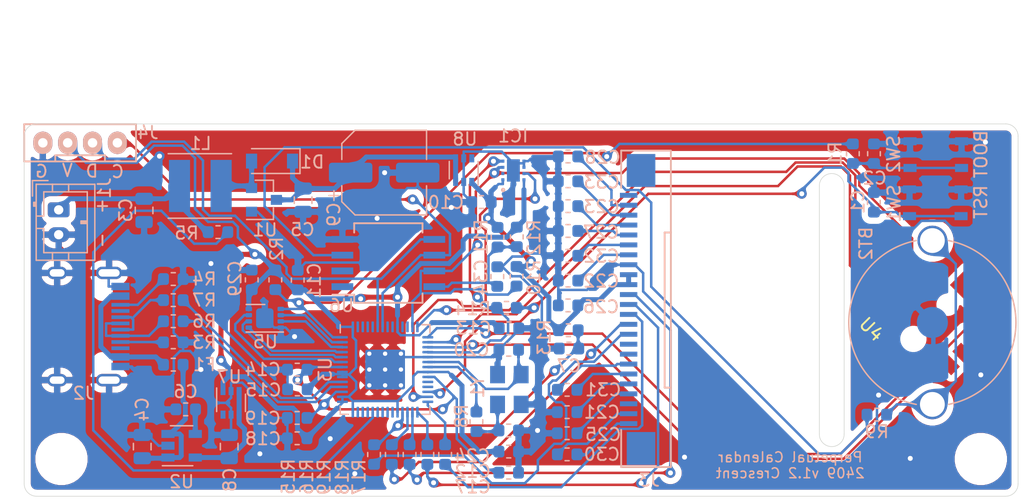
<source format=kicad_pcb>
(kicad_pcb (version 20171130) (host pcbnew "(5.1.2)-1")
  (title_block (title "Perpetual Calendar") (date 2024-07-11) (rev v1.1) (company Crescent))
  (layers (0 F.Cu signal) (31 B.Cu signal) (34 B.Paste user) (35 F.Paste user) (36 B.SilkS user) (37 F.SilkS user) (38 B.Mask user) (39 F.Mask user) (44 Edge.Cuts user))
  (net 0 "")
  (net 1 /BAT)
  (net 2 GND)
  (net 3 "Net-(BT2-Pad1)")
  (net 4 /RUN)
  (net 5 "Net-(C2-Pad2)")
  (net 6 "Net-(C4-Pad1)")
  (net 7 /BAT3.3)
  (net 8 "Net-(C6-Pad1)")
  (net 9 "Net-(C8-Pad1)")
  (net 10 /MPU3.3)
  (net 11 +1V1)
  (net 12 /XIN)
  (net 13 /VGH)
  (net 14 /VCCIO)
  (net 15 /VCOMH)
  (net 16 "Net-(C24-Pad1)")
  (net 17 /VGL)
  (net 18 /VSH)
  (net 19 /AVDD)
  (net 20 /CD2N)
  (net 21 /CD2P)
  (net 22 /CD1N)
  (net 23 /CD1P)
  (net 24 /VMREF)
  (net 25 /VSL)
  (net 26 "Net-(C34-Pad1)")
  (net 27 "Net-(D1-Pad2)")
  (net 28 "Net-(F1-Pad2)")
  (net 29 /SHDN)
  (net 30 /PG)
  (net 31 /RTC_INT)
  (net 32 "Net-(J2-Pad10)")
  (net 33 "Net-(J2-Pad4)")
  (net 34 /DM)
  (net 35 /DP)
  (net 36 /LCD_MOSI)
  (net 37 /LCD_CLK)
  (net 38 /LCD_CSB)
  (net 39 /LCD_A0)
  (net 40 /LCD_RSTB)
  (net 41 /QSPI_CS)
  (net 42 "Net-(R5-Pad2)")
  (net 43 "Net-(R6-Pad1)")
  (net 44 "Net-(R7-Pad2)")
  (net 45 /XOUT)
  (net 46 "Net-(R9-Pad2)")
  (net 47 /SDA)
  (net 48 /SCL)
  (net 49 /SW_UP)
  (net 50 /SW_DOWN)
  (net 51 /SW_LEFT)
  (net 52 /SW_RIGHT)
  (net 53 /QSPI_SD3)
  (net 54 /QSPI_CLK)
  (net 55 /QSPI_SD0)
  (net 56 /QSPI_SD2)
  (net 57 /QSPI_SD1)
  (net 58 "Net-(C5-Pad1)")
  (net 59 "Net-(J3-Pad14)")
  (net 60 "Net-(J3-Pad13)")
  (net 61 "Net-(J3-Pad12)")
  (net 62 "Net-(J3-Pad11)")
  (net 63 "Net-(J3-Pad10)")
  (module Resistor_SMD:R_0603_1608Metric (layer B.Cu) (at 136.02 136.64 270)
    (fp_text reference R19 (at 1.81 6.88 90) (layer B.SilkS) (effects (justify mirror)))
    (fp_text value 1k)
    (pad 2 smd roundrect (at 0.7875 0 270) (size 0.875 0.95) (layers B.Cu B.Paste B.Mask) (net 59 "Net-(J3-Pad14)"))
    (pad 1 smd roundrect (at -0.7875 0 270) (size 0.875 0.95) (layers B.Cu B.Paste B.Mask) (net 36 /LCD_MOSI))
  )
  (module Resistor_SMD:R_0603_1608Metric (layer B.Cu) (at 137.45 136.64 270)
    (fp_text reference R18 (at 1.82 6.85 90) (layer B.SilkS) (effects (justify mirror)))
    (fp_text value 1k)
    (pad 2 smd roundrect (at 0.7875 0 270) (size 0.875 0.95) (layers B.Cu B.Paste B.Mask) (net 60 "Net-(J3-Pad13)"))
    (pad 1 smd roundrect (at -0.7875 0 270) (size 0.875 0.95) (layers B.Cu B.Paste B.Mask) (net 37 /LCD_CLK))
  )
  (module Resistor_SMD:R_0603_1608Metric (layer B.Cu) (at 138.88 136.64 270)
    (fp_text reference R17 (at 1.82 6.93 90) (layer B.SilkS) (effects (justify mirror)))
    (fp_text value 1k)
    (pad 2 smd roundrect (at 0.7875 0 270) (size 0.875 0.95) (layers B.Cu B.Paste B.Mask) (net 61 "Net-(J3-Pad12)"))
    (pad 1 smd roundrect (at -0.7875 0 270) (size 0.875 0.95) (layers B.Cu B.Paste B.Mask) (net 38 /LCD_CSB))
  )
  (module Resistor_SMD:R_0603_1608Metric (layer B.Cu) (at 134.59 136.64 270)
    (fp_text reference R16 (at 1.79 6.85 90) (layer B.SilkS) (effects (justify mirror)))
    (fp_text value 1k)
    (pad 2 smd roundrect (at 0.7875 0 270) (size 0.875 0.95) (layers B.Cu B.Paste B.Mask) (net 62 "Net-(J3-Pad11)"))
    (pad 1 smd roundrect (at -0.7875 0 270) (size 0.875 0.95) (layers B.Cu B.Paste B.Mask) (net 39 /LCD_A0))
  )
  (module Resistor_SMD:R_0603_1608Metric (layer B.Cu) (at 133.16 136.64 270)
    (fp_text reference R15 (at 1.78 6.9 90) (layer B.SilkS) (effects (justify mirror)))
    (fp_text value 1k)
    (pad 2 smd roundrect (at 0.7875 0 270) (size 0.875 0.95) (layers B.Cu B.Paste B.Mask) (net 63 "Net-(J3-Pad10)"))
    (pad 1 smd roundrect (at -0.7875 0 270) (size 0.875 0.95) (layers B.Cu B.Paste B.Mask) (net 40 /LCD_RSTB))
  )
  (module Resistor_SMD:R_0603_1608Metric (layer B.Cu) (at 143.82 124.82 180)
    (fp_text reference R14 (at 2.71 -0.07) (layer B.SilkS) (effects (justify mirror)))
    (fp_text value 0)
    (pad 2 smd roundrect (at 0.7875 0 180) (size 0.875 0.95) (layers B.Cu B.Paste B.Mask) (net 30 /PG))
    (pad 1 smd roundrect (at -0.7875 0 180) (size 0.875 0.95) (layers B.Cu B.Paste B.Mask) (net 4 /RUN))
  )
  (module Capacitor_SMD:C_0603_1608Metric (layer B.Cu) (at 148.85 128.1 180)
    (fp_text reference C7 (at 0 -1.4) (layer B.SilkS) (effects (justify mirror)))
    (fp_text value 0.1uF)
    (pad 2 smd roundrect (at 0.7875 0 180) (size 0.875 0.95) (layers B.Cu B.Paste B.Mask) (net 2 GND))
    (pad 1 smd roundrect (at -0.7875 0 180) (size 0.875 0.95) (layers B.Cu B.Paste B.Mask) (net 40 /LCD_RSTB))
  )
  (module Resistor_SMD:R_0603_1608Metric (layer B.Cu) (at 148.8 126.625)
    (fp_text reference R13 (at -1.95 0.575 270) (layer B.SilkS) (effects (justify mirror)))
    (fp_text value 10k)
    (pad 2 smd roundrect (at 0.7875 0) (size 0.875 0.95) (layers B.Cu B.Paste B.Mask) (net 40 /LCD_RSTB))
    (pad 1 smd roundrect (at -0.7875 0) (size 0.875 0.95) (layers B.Cu B.Paste B.Mask) (net 7 /BAT3.3))
  )
  (module Package_TO_SOT_SMD:SOT-363_SC-70-6 (layer B.Cu) (at 140.375 113.725 90)
    (fp_text reference U8 (at 2.5 0.1 180) (layer B.SilkS) (effects (justify mirror)))
    (fp_text value LDSW_SiP32431)
    (pad 6 smd rect (at 0.95 0.65 90) (size 0.65 0.4) (layers B.Cu B.Paste B.Mask))
    (pad 4 smd rect (at 0.95 -0.65 90) (size 0.65 0.4) (layers B.Cu B.Paste B.Mask) (net 58 "Net-(C5-Pad1)"))
    (pad 2 smd rect (at -0.95 0 90) (size 0.65 0.4) (layers B.Cu B.Paste B.Mask) (net 2 GND))
    (pad 5 smd rect (at 0.95 0 90) (size 0.65 0.4) (layers B.Cu B.Paste B.Mask) (net 2 GND))
    (pad 3 smd rect (at -0.95 -0.65 90) (size 0.65 0.4) (layers B.Cu B.Paste B.Mask) (net 58 "Net-(C5-Pad1)"))
    (pad 1 smd rect (at -0.95 0.65 90) (size 0.65 0.4) (layers B.Cu B.Paste B.Mask) (net 7 /BAT3.3))
  )
  (module IC:XC6194BANNERG (layer B.Cu) (at 144.375 113.75 90)
    (fp_text reference IC1 (at 2.775 -0.025) (layer B.SilkS) (effects (justify mirror)))
    (fp_text value XC6194BANNER-G hide)
    (pad 9 smd rect (at 0 0) (size 1.04 1.8) (layers B.Cu B.Paste B.Mask) (net 2 GND))
    (pad 8 smd rect (at -0.75 0.85) (size 0.25 0.25) (layers B.Cu B.Paste B.Mask) (net 10 /MPU3.3))
    (pad 7 smd rect (at -0.25 0.85) (size 0.25 0.25) (layers B.Cu B.Paste B.Mask) (net 29 /SHDN))
    (pad 6 smd rect (at 0.25 0.85) (size 0.25 0.25) (layers B.Cu B.Paste B.Mask) (net 2 GND))
    (pad 5 smd rect (at 0.75 0.85) (size 0.25 0.25) (layers B.Cu B.Paste B.Mask) (net 2 GND))
    (pad 4 smd rect (at 0.75 -0.85) (size 0.25 0.25) (layers B.Cu B.Paste B.Mask) (net 30 /PG))
    (pad 3 smd rect (at 0.25 -0.85) (size 0.25 0.25) (layers B.Cu B.Paste B.Mask) (net 31 /RTC_INT))
    (pad 2 smd rect (at -0.25 -0.85) (size 0.25 0.25) (layers B.Cu B.Paste B.Mask))
    (pad 1 smd rect (at -0.75 -0.85) (size 0.25 0.25) (layers B.Cu B.Paste B.Mask) (net 7 /BAT3.3))
  )
  (module Joystick:SKRHAAE010 (layer F.Cu) (at 177.986 125.91 315)
    (fp_text reference U4 (at -2.945675 3.850376 135) (layer F.SilkS))
    (fp_text value SKRHAAE010)
    (pad "" smd rect (at 0 -4.05 315) (size 2 1.8) (layers F.Cu F.Paste F.Mask))
    (pad "" smd rect (at 0 4.05 315) (size 2 1.8) (layers F.Cu F.Paste F.Mask))
    (pad 6 smd rect (at 3.575 1.425 315) (size 1.3 1) (layers F.Cu F.Paste F.Mask) (net 52 /SW_RIGHT))
    (pad 5 smd rect (at 3.575 0 315) (size 1.3 1) (layers F.Cu F.Paste F.Mask) (net 2 GND))
    (pad 4 smd rect (at 3.575 -1.425 315) (size 1.3 1) (layers F.Cu F.Paste F.Mask) (net 50 /SW_DOWN))
    (pad 3 smd rect (at -3.575 1.425 315) (size 1.3 1) (layers F.Cu F.Paste F.Mask) (net 51 /SW_LEFT))
    (pad 2 smd rect (at -3.575 0 315) (size 1.3 1) (layers F.Cu F.Paste F.Mask) (net 31 /RTC_INT))
    (pad 1 smd rect (at -3.575 -1.425 315) (size 1.3 1) (layers F.Cu F.Paste F.Mask) (net 49 /SW_UP))
    (pad "" np_thru_hole circle (at 0 -1.9 315) (size 0.8 0.8) (drill 0.8) (layers *.Cu))
    (pad "" np_thru_hole circle (at 0 2 315) (size 1.1 1.1) (drill 1.1) (layers *.Cu))
  )
  (module Package_TO_SOT_SMD:SOT-363_SC-70-6 (layer B.Cu) (at 121.65 132.475 270)
    (fp_text reference U7 (at -2.1 0.15 180) (layer B.SilkS) (effects (justify mirror)))
    (fp_text value LDSW_SiP32431)
    (pad 6 smd rect (at 0.95 0.65 270) (size 0.65 0.4) (layers B.Cu B.Paste B.Mask))
    (pad 4 smd rect (at 0.95 -0.65 270) (size 0.65 0.4) (layers B.Cu B.Paste B.Mask) (net 9 "Net-(C8-Pad1)"))
    (pad 2 smd rect (at -0.95 0 270) (size 0.65 0.4) (layers B.Cu B.Paste B.Mask) (net 2 GND))
    (pad 5 smd rect (at 0.95 0 270) (size 0.65 0.4) (layers B.Cu B.Paste B.Mask) (net 2 GND))
    (pad 3 smd rect (at -0.95 -0.65 270) (size 0.65 0.4) (layers B.Cu B.Paste B.Mask) (net 9 "Net-(C8-Pad1)"))
    (pad 1 smd rect (at -0.95 0.65 270) (size 0.65 0.4) (layers B.Cu B.Paste B.Mask) (net 10 /MPU3.3))
  )
  (module Inductor_SMD:L_Taiyo-Yuden_MD-5050 (layer B.Cu) (at 119.14 115)
    (fp_text reference L1 (at 0.05 -3.425) (layer B.SilkS) (effects (justify mirror)))
    (fp_text value 100uH)
    (pad 2 smd rect (at 1.71 0) (size 1.7 4.2) (layers B.Cu B.Paste B.Mask) (net 27 "Net-(D1-Pad2)"))
    (pad 1 smd rect (at -1.64 0) (size 1.7 4.2) (layers B.Cu B.Paste B.Mask) (net 1 /BAT))
  )
  (module GroveCon:GROVE (layer B.Cu) (at 112.5 111.525 180)
    (fp_text reference J4 (at -2.45 0.825) (layer B.SilkS) (effects (justify mirror)))
    (fp_text value Grove)
    (fp_text user G (at 6.1 -2.3) (layer B.SilkS) (effects (justify mirror)))
    (fp_text user V (at 4.025 -2.225) (layer B.SilkS) (effects (justify mirror)))
    (fp_text user D (at 2.05 -2.275) (layer B.SilkS) (effects (justify mirror)))
    (fp_text user C (at -0.025 -2.325) (layer B.SilkS) (effects (justify mirror)))
    (pad 4 thru_hole oval (at 6 0 180) (size 1.524 1.8) (drill 0.762) (layers *.Cu *.Paste *.Mask B.SilkS) (net 2 GND))
    (pad 3 thru_hole oval (at 4 0 180) (size 1.524 1.8) (drill 0.762) (layers *.Cu *.Paste *.Mask B.SilkS) (net 10 /MPU3.3))
    (pad 2 thru_hole oval (at 2 0 180) (size 1.524 1.8) (drill 0.762) (layers *.Cu *.Paste *.Mask B.SilkS) (net 47 /SDA))
    (pad 1 thru_hole oval (at 0 0 180) (size 1.524 1.8) (drill 0.762) (layers *.Cu *.Paste *.Mask B.SilkS) (net 48 /SCL))
  )
  (module MCU_RaspberryPi_and_Boards:RP2040-QFN-56 (layer B.Cu) (at 134.05 129.79 270)
    (fp_text reference U3 (at 0 4.82 90) (layer B.SilkS) (effects (justify mirror)))
    (fp_text value RP2040)
    (pad 57 smd roundrect (at 0 0 270) (size 3.2 3.2) (layers B.Cu B.Mask) (roundrect_rratio 0.045) (net 2 GND))
    (pad 57 thru_hole circle (at -1.275 1.275 270) (size 0.6 0.6) (drill 0.35) (layers *.Cu) (net 2 GND))
    (pad 57 thru_hole circle (at 0 1.275 270) (size 0.6 0.6) (drill 0.35) (layers *.Cu) (net 2 GND))
    (pad 57 thru_hole circle (at 1.275 1.275 270) (size 0.6 0.6) (drill 0.35) (layers *.Cu) (net 2 GND))
    (pad 57 thru_hole circle (at -1.275 0 270) (size 0.6 0.6) (drill 0.35) (layers *.Cu) (net 2 GND))
    (pad 57 thru_hole circle (at 0 0 270) (size 0.6 0.6) (drill 0.35) (layers *.Cu) (net 2 GND))
    (pad 57 thru_hole circle (at 1.275 0 270) (size 0.6 0.6) (drill 0.35) (layers *.Cu) (net 2 GND))
    (pad 57 thru_hole circle (at -1.275 -1.275 270) (size 0.6 0.6) (drill 0.35) (layers *.Cu) (net 2 GND))
    (pad 57 thru_hole circle (at 0 -1.275 270) (size 0.6 0.6) (drill 0.35) (layers *.Cu) (net 2 GND))
    (pad 57 thru_hole circle (at 1.275 -1.275 270) (size 0.6 0.6) (drill 0.35) (layers *.Cu) (net 2 GND))
    (pad 1 smd roundrect (at -3.4375 2.6 270) (size 0.875 0.2) (layers B.Cu B.Paste B.Mask) (net 10 /MPU3.3))
    (pad 2 smd roundrect (at -3.4375 2.2 270) (size 0.875 0.2) (layers B.Cu B.Paste B.Mask))
    (pad 3 smd roundrect (at -3.4375 1.8 270) (size 0.875 0.2) (layers B.Cu B.Paste B.Mask))
    (pad 4 smd roundrect (at -3.4375 1.4 270) (size 0.875 0.2) (layers B.Cu B.Paste B.Mask))
    (pad 5 smd roundrect (at -3.4375 1 270) (size 0.875 0.2) (layers B.Cu B.Paste B.Mask))
    (pad 6 smd roundrect (at -3.4375 0.6 270) (size 0.875 0.2) (layers B.Cu B.Paste B.Mask) (net 47 /SDA))
    (pad 7 smd roundrect (at -3.4375 0.2 270) (size 0.875 0.2) (layers B.Cu B.Paste B.Mask) (net 48 /SCL))
    (pad 8 smd roundrect (at -3.4375 -0.2 270) (size 0.875 0.2) (layers B.Cu B.Paste B.Mask))
    (pad 9 smd roundrect (at -3.4375 -0.6 270) (size 0.875 0.2) (layers B.Cu B.Paste B.Mask))
    (pad 10 smd roundrect (at -3.4375 -1 270) (size 0.875 0.2) (layers B.Cu B.Paste B.Mask) (net 10 /MPU3.3))
    (pad 11 smd roundrect (at -3.4375 -1.4 270) (size 0.875 0.2) (layers B.Cu B.Paste B.Mask))
    (pad 12 smd roundrect (at -3.4375 -1.8 270) (size 0.875 0.2) (layers B.Cu B.Paste B.Mask))
    (pad 13 smd roundrect (at -3.4375 -2.2 270) (size 0.875 0.2) (layers B.Cu B.Paste B.Mask) (net 31 /RTC_INT))
    (pad 14 smd roundrect (at -3.4375 -2.6 270) (size 0.875 0.2) (layers B.Cu B.Paste B.Mask) (net 49 /SW_UP))
    (pad 15 smd roundrect (at -2.6 -3.4375 270) (size 0.2 0.875) (layers B.Cu B.Paste B.Mask) (net 50 /SW_DOWN))
    (pad 16 smd roundrect (at -2.2 -3.4375 270) (size 0.2 0.875) (layers B.Cu B.Paste B.Mask) (net 51 /SW_LEFT))
    (pad 17 smd roundrect (at -1.8 -3.4375 270) (size 0.2 0.875) (layers B.Cu B.Paste B.Mask) (net 52 /SW_RIGHT))
    (pad 18 smd roundrect (at -1.4 -3.4375 270) (size 0.2 0.875) (layers B.Cu B.Paste B.Mask) (net 30 /PG))
    (pad 19 smd roundrect (at -1 -3.4375 270) (size 0.2 0.875) (layers B.Cu B.Paste B.Mask) (net 2 GND))
    (pad 20 smd roundrect (at -0.6 -3.4375 270) (size 0.2 0.875) (layers B.Cu B.Paste B.Mask) (net 12 /XIN))
    (pad 21 smd roundrect (at -0.2 -3.4375 270) (size 0.2 0.875) (layers B.Cu B.Paste B.Mask) (net 45 /XOUT))
    (pad 22 smd roundrect (at 0.2 -3.4375 270) (size 0.2 0.875) (layers B.Cu B.Paste B.Mask) (net 10 /MPU3.3))
    (pad 23 smd roundrect (at 0.6 -3.4375 270) (size 0.2 0.875) (layers B.Cu B.Paste B.Mask) (net 11 +1V1))
    (pad 24 smd roundrect (at 1 -3.4375 270) (size 0.2 0.875) (layers B.Cu B.Paste B.Mask))
    (pad 25 smd roundrect (at 1.4 -3.4375 270) (size 0.2 0.875) (layers B.Cu B.Paste B.Mask))
    (pad 26 smd roundrect (at 1.8 -3.4375 270) (size 0.2 0.875) (layers B.Cu B.Paste B.Mask) (net 4 /RUN))
    (pad 27 smd roundrect (at 2.2 -3.4375 270) (size 0.2 0.875) (layers B.Cu B.Paste B.Mask) (net 29 /SHDN))
    (pad 28 smd roundrect (at 2.6 -3.4375 270) (size 0.2 0.875) (layers B.Cu B.Paste B.Mask) (net 38 /LCD_CSB))
    (pad 29 smd roundrect (at 3.4375 -2.6 270) (size 0.875 0.2) (layers B.Cu B.Paste B.Mask) (net 37 /LCD_CLK))
    (pad 30 smd roundrect (at 3.4375 -2.2 270) (size 0.875 0.2) (layers B.Cu B.Paste B.Mask) (net 36 /LCD_MOSI))
    (pad 31 smd roundrect (at 3.4375 -1.8 270) (size 0.875 0.2) (layers B.Cu B.Paste B.Mask) (net 39 /LCD_A0))
    (pad 32 smd roundrect (at 3.4375 -1.4 270) (size 0.875 0.2) (layers B.Cu B.Paste B.Mask) (net 40 /LCD_RSTB))
    (pad 33 smd roundrect (at 3.4375 -1 270) (size 0.875 0.2) (layers B.Cu B.Paste B.Mask) (net 10 /MPU3.3))
    (pad 34 smd roundrect (at 3.4375 -0.6 270) (size 0.875 0.2) (layers B.Cu B.Paste B.Mask))
    (pad 35 smd roundrect (at 3.4375 -0.2 270) (size 0.875 0.2) (layers B.Cu B.Paste B.Mask))
    (pad 36 smd roundrect (at 3.4375 0.2 270) (size 0.875 0.2) (layers B.Cu B.Paste B.Mask))
    (pad 37 smd roundrect (at 3.4375 0.6 270) (size 0.875 0.2) (layers B.Cu B.Paste B.Mask))
    (pad 38 smd roundrect (at 3.4375 1 270) (size 0.875 0.2) (layers B.Cu B.Paste B.Mask) (net 42 "Net-(R5-Pad2)"))
    (pad 39 smd roundrect (at 3.4375 1.4 270) (size 0.875 0.2) (layers B.Cu B.Paste B.Mask))
    (pad 40 smd roundrect (at 3.4375 1.8 270) (size 0.875 0.2) (layers B.Cu B.Paste B.Mask))
    (pad 41 smd roundrect (at 3.4375 2.2 270) (size 0.875 0.2) (layers B.Cu B.Paste B.Mask))
    (pad 42 smd roundrect (at 3.4375 2.6 270) (size 0.875 0.2) (layers B.Cu B.Paste B.Mask) (net 10 /MPU3.3))
    (pad 43 smd roundrect (at 2.6 3.4375 270) (size 0.2 0.875) (layers B.Cu B.Paste B.Mask) (net 10 /MPU3.3))
    (pad 44 smd roundrect (at 2.2 3.4375 270) (size 0.2 0.875) (layers B.Cu B.Paste B.Mask) (net 10 /MPU3.3))
    (pad 45 smd roundrect (at 1.8 3.4375 270) (size 0.2 0.875) (layers B.Cu B.Paste B.Mask) (net 11 +1V1))
    (pad 46 smd roundrect (at 1.4 3.4375 270) (size 0.2 0.875) (layers B.Cu B.Paste B.Mask) (net 43 "Net-(R6-Pad1)"))
    (pad 47 smd roundrect (at 1 3.4375 270) (size 0.2 0.875) (layers B.Cu B.Paste B.Mask) (net 44 "Net-(R7-Pad2)"))
    (pad 48 smd roundrect (at 0.6 3.4375 270) (size 0.2 0.875) (layers B.Cu B.Paste B.Mask) (net 10 /MPU3.3))
    (pad 49 smd roundrect (at 0.2 3.4375 270) (size 0.2 0.875) (layers B.Cu B.Paste B.Mask) (net 10 /MPU3.3))
    (pad 50 smd roundrect (at -0.2 3.4375 270) (size 0.2 0.875) (layers B.Cu B.Paste B.Mask) (net 11 +1V1))
    (pad 51 smd roundrect (at -0.6 3.4375 270) (size 0.2 0.875) (layers B.Cu B.Paste B.Mask) (net 53 /QSPI_SD3))
    (pad 52 smd roundrect (at -1 3.4375 270) (size 0.2 0.875) (layers B.Cu B.Paste B.Mask) (net 54 /QSPI_CLK))
    (pad 53 smd roundrect (at -1.4 3.4375 270) (size 0.2 0.875) (layers B.Cu B.Paste B.Mask) (net 55 /QSPI_SD0))
    (pad 54 smd roundrect (at -1.8 3.4375 270) (size 0.2 0.875) (layers B.Cu B.Paste B.Mask) (net 56 /QSPI_SD2))
    (pad 55 smd roundrect (at -2.2 3.4375 270) (size 0.2 0.875) (layers B.Cu B.Paste B.Mask) (net 57 /QSPI_SD1))
    (pad 56 smd roundrect (at -2.6 3.4375 270) (size 0.2 0.875) (layers B.Cu B.Paste B.Mask) (net 41 /QSPI_CS))
  )
  (module MountingHole:MountingHole_3.2mm_M3 (layer F.Cu) (at 182 137)
    (fp_text reference REF2 hide)
    (fp_text value MountingHole_3.2mm_M3)
    (pad 1 np_thru_hole circle (at 0 0) (size 3.2 3.2) (drill 3.2) (layers *.Cu *.Mask))
  )
  (module MountingHole:MountingHole_3.2mm_M3 (layer F.Cu) (at 108 137)
    (fp_text reference REF1 hide)
    (fp_text value MountingHole_3.2mm_M3)
    (pad 1 np_thru_hole circle (at 0 0) (size 3.2 3.2) (drill 3.2) (layers *.Cu *.Mask))
  )
  (module Package_SON:SON-8-1EP_3x2mm_P0.5mm_EP1.4x1.6mm (layer B.Cu) (at 124.365 125.66 180)
    (fp_text reference U5 (at -0.05 -1.9 180) (layer B.SilkS) (effects (justify mirror)))
    (fp_text value W25Q16JVUX)
    (pad 8 smd roundrect (at 1.2875 0.75 180) (size 0.525 0.35) (layers B.Cu B.Paste B.Mask) (net 10 /MPU3.3))
    (pad 7 smd roundrect (at 1.2875 0.25 180) (size 0.525 0.35) (layers B.Cu B.Paste B.Mask) (net 53 /QSPI_SD3))
    (pad 6 smd roundrect (at 1.2875 -0.25 180) (size 0.525 0.35) (layers B.Cu B.Paste B.Mask) (net 54 /QSPI_CLK))
    (pad 5 smd roundrect (at 1.2875 -0.75 180) (size 0.525 0.35) (layers B.Cu B.Paste B.Mask) (net 55 /QSPI_SD0))
    (pad 4 smd roundrect (at -1.2875 -0.75 180) (size 0.525 0.35) (layers B.Cu B.Paste B.Mask) (net 2 GND))
    (pad 3 smd roundrect (at -1.2875 -0.25 180) (size 0.525 0.35) (layers B.Cu B.Paste B.Mask) (net 56 /QSPI_SD2))
    (pad 2 smd roundrect (at -1.2875 0.25 180) (size 0.525 0.35) (layers B.Cu B.Paste B.Mask) (net 57 /QSPI_SD1))
    (pad 1 smd roundrect (at -1.2875 0.75 180) (size 0.525 0.35) (layers B.Cu B.Paste B.Mask) (net 41 /QSPI_CS))
    (pad 9 smd roundrect (at 0 0 180) (size 1.4 1.6) (layers B.Cu B.Mask) (roundrect_rratio 0.178571) (net 2 GND))
  )
  (module FA238V:FA238V (layer B.Cu) (at 145 130.2 270)
    (fp_text reference Y1 (at 1 3.5 90) (layer B.SilkS) (effects (justify mirror)))
    (fp_text value Crystal_GND3)
    (pad 3 smd rect (at 0 1.9 270) (size 1.4 1.2) (layers B.Cu B.Paste B.Mask) (net 2 GND))
    (pad 3 smd rect (at 2.4 0 270) (size 1.4 1.2) (layers B.Cu B.Paste B.Mask) (net 2 GND))
    (pad 2 smd rect (at 2.4 1.9 270) (size 1.4 1.2) (layers B.Cu B.Paste B.Mask) (net 16 "Net-(C24-Pad1)"))
    (pad 1 smd rect (at 0 0 270) (size 1.4 1.2) (layers B.Cu B.Paste B.Mask) (net 12 /XIN))
  )
  (module Package_SO:SO-8_5.3x6.2mm_P1.27mm (layer B.Cu) (at 134.31 121.21)
    (fp_text reference U6 (at -3.76 3.43) (layer B.SilkS) (effects (justify mirror)))
    (fp_text value SD3077)
    (pad 8 smd rect (at 3.7 1.905) (size 1.75 0.55) (layers B.Cu B.Paste B.Mask) (net 26 "Net-(C34-Pad1)"))
    (pad 7 smd rect (at 3.7 0.635) (size 1.75 0.55) (layers B.Cu B.Paste B.Mask) (net 31 /RTC_INT))
    (pad 6 smd rect (at 3.7 -0.635) (size 1.75 0.55) (layers B.Cu B.Paste B.Mask) (net 48 /SCL))
    (pad 5 smd rect (at 3.7 -1.905) (size 1.75 0.55) (layers B.Cu B.Paste B.Mask) (net 47 /SDA))
    (pad 4 smd rect (at -3.7 -1.905) (size 1.75 0.55) (layers B.Cu B.Paste B.Mask) (net 2 GND))
    (pad 3 smd rect (at -3.7 -0.635) (size 1.75 0.55) (layers B.Cu B.Paste B.Mask) (net 46 "Net-(R9-Pad2)"))
    (pad 2 smd rect (at -3.7 0.635) (size 1.75 0.55) (layers B.Cu B.Paste B.Mask))
    (pad 1 smd rect (at -3.7 1.905) (size 1.75 0.55) (layers B.Cu B.Paste B.Mask))
  )
  (module Package_TO_SOT_SMD:SOT-23-5 (layer B.Cu) (at 117.67 135.93)
    (fp_text reference U2 (at 0 2.9) (layer B.SilkS) (effects (justify mirror)))
    (fp_text value LD3985M33R_SOT23)
    (pad 5 smd rect (at 1.1 0.95) (size 1.06 0.65) (layers B.Cu B.Paste B.Mask) (net 9 "Net-(C8-Pad1)"))
    (pad 4 smd rect (at 1.1 -0.95) (size 1.06 0.65) (layers B.Cu B.Paste B.Mask) (net 8 "Net-(C6-Pad1)"))
    (pad 3 smd rect (at -1.1 -0.95) (size 1.06 0.65) (layers B.Cu B.Paste B.Mask) (net 6 "Net-(C4-Pad1)"))
    (pad 2 smd rect (at -1.1 0) (size 1.06 0.65) (layers B.Cu B.Paste B.Mask) (net 2 GND))
    (pad 1 smd rect (at -1.1 0.95) (size 1.06 0.65) (layers B.Cu B.Paste B.Mask) (net 6 "Net-(C4-Pad1)"))
  )
  (module Package_TO_SOT_SMD:SOT-23 (layer B.Cu) (at 124.3 116.12)
    (fp_text reference U1 (at 0.075 2.425) (layer B.SilkS) (effects (justify mirror)))
    (fp_text value HT7733A/XC9111A331)
    (pad 3 smd rect (at 1 0) (size 0.9 0.8) (layers B.Cu B.Paste B.Mask) (net 58 "Net-(C5-Pad1)"))
    (pad 2 smd rect (at -1 -0.95) (size 0.9 0.8) (layers B.Cu B.Paste B.Mask) (net 27 "Net-(D1-Pad2)"))
    (pad 1 smd rect (at -1 0.95) (size 0.9 0.8) (layers B.Cu B.Paste B.Mask) (net 2 GND))
  )
  (module SMD_PUSHSWITCH:SKRPACE010 (layer B.Cu) (at 176.3 111.4)
    (fp_text reference SW2 (at -1.32 1.04 90) (layer B.SilkS) (effects (justify mirror)))
    (fp_text value BOOT)
    (pad 1 smd rect (at 0 2.15) (size 1.05 0.65) (layers B.Cu B.Paste B.Mask) (net 5 "Net-(C2-Pad2)"))
    (pad 1 smd rect (at 4.15 2.15) (size 1.05 0.65) (layers B.Cu B.Paste B.Mask) (net 5 "Net-(C2-Pad2)"))
    (pad 2 smd rect (at 0 0) (size 1.05 0.65) (layers B.Cu B.Paste B.Mask) (net 2 GND))
    (pad 2 smd rect (at 4.15 0) (size 1.05 0.65) (layers B.Cu B.Paste B.Mask) (net 2 GND))
  )
  (module SMD_PUSHSWITCH:SKRPACE010 (layer B.Cu) (at 176.26 115.28)
    (fp_text reference SW1 (at -1.24 1.13 270) (layer B.SilkS) (effects (justify mirror)))
    (fp_text value RST)
    (pad 1 smd rect (at 0 2.15) (size 1.05 0.65) (layers B.Cu B.Paste B.Mask) (net 4 /RUN))
    (pad 1 smd rect (at 4.15 2.15) (size 1.05 0.65) (layers B.Cu B.Paste B.Mask) (net 4 /RUN))
    (pad 2 smd rect (at 0 0) (size 1.05 0.65) (layers B.Cu B.Paste B.Mask) (net 2 GND))
    (pad 2 smd rect (at 4.15 0) (size 1.05 0.65) (layers B.Cu B.Paste B.Mask) (net 2 GND))
  )
  (module Resistor_SMD:R_0603_1608Metric (layer B.Cu) (at 144.65 119.105 270)
    (fp_text reference R12 (at 0.045 -1.375 90) (layer B.SilkS) (effects (justify mirror)))
    (fp_text value 0)
    (pad 2 smd roundrect (at 0.7875 0 270) (size 0.875 0.95) (layers B.Cu B.Paste B.Mask) (net 26 "Net-(C34-Pad1)"))
    (pad 1 smd roundrect (at -0.7875 0 270) (size 0.875 0.95) (layers B.Cu B.Paste B.Mask) (net 10 /MPU3.3))
  )
  (module Resistor_SMD:R_0603_1608Metric (layer B.Cu) (at 143.1 119.13 270)
    (fp_text reference R11 (at -0.005 1.325 90) (layer B.SilkS) (effects (justify mirror)))
    (fp_text value 0)
    (pad 2 smd roundrect (at 0.7875 0 270) (size 0.875 0.95) (layers B.Cu B.Paste B.Mask) (net 26 "Net-(C34-Pad1)"))
    (pad 1 smd roundrect (at -0.7875 0 270) (size 0.875 0.95) (layers B.Cu B.Paste B.Mask) (net 7 /BAT3.3))
  )
  (module Resistor_SMD:R_0603_1608Metric (layer B.Cu) (at 144.63 122.275 270)
    (fp_text reference R10 (at 0.1 -1.395 90) (layer B.SilkS) (effects (justify mirror)))
    (fp_text value 100k)
    (pad 2 smd roundrect (at 0.7875 0 270) (size 0.875 0.95) (layers B.Cu B.Paste B.Mask) (net 31 /RTC_INT))
    (pad 1 smd roundrect (at -0.7875 0 270) (size 0.875 0.95) (layers B.Cu B.Paste B.Mask) (net 7 /BAT3.3))
  )
  (module Resistor_SMD:R_0603_1608Metric (layer B.Cu) (at 173.625 133.425 180)
    (fp_text reference R9 (at 0 -1.375) (layer B.SilkS) (effects (justify mirror)))
    (fp_text value 330)
    (pad 2 smd roundrect (at 0.7875 0 180) (size 0.875 0.95) (layers B.Cu B.Paste B.Mask) (net 46 "Net-(R9-Pad2)"))
    (pad 1 smd roundrect (at -0.7875 0 180) (size 0.875 0.95) (layers B.Cu B.Paste B.Mask) (net 3 "Net-(BT2-Pad1)"))
  )
  (module Resistor_SMD:R_0603_1608Metric (layer B.Cu) (at 141.4 134 90)
    (fp_text reference R8 (at 0.45 -1.2 270) (layer B.SilkS) (effects (justify mirror)))
    (fp_text value 1k)
    (pad 2 smd roundrect (at 0.7875 0 90) (size 0.875 0.95) (layers B.Cu B.Paste B.Mask) (net 45 /XOUT))
    (pad 1 smd roundrect (at -0.7875 0 90) (size 0.875 0.95) (layers B.Cu B.Paste B.Mask) (net 16 "Net-(C24-Pad1)"))
  )
  (module Resistor_SMD:R_0603_1608Metric (layer B.Cu) (at 117 124.2)
    (fp_text reference R7 (at 2.5 0) (layer B.SilkS) (effects (justify mirror)))
    (fp_text value 27)
    (pad 2 smd roundrect (at 0.7875 0) (size 0.875 0.95) (layers B.Cu B.Paste B.Mask) (net 44 "Net-(R7-Pad2)"))
    (pad 1 smd roundrect (at -0.7875 0) (size 0.875 0.95) (layers B.Cu B.Paste B.Mask) (net 35 /DP))
  )
  (module Resistor_SMD:R_0603_1608Metric (layer B.Cu) (at 117 125.9 180)
    (fp_text reference R6 (at -2.5 0) (layer B.SilkS) (effects (justify mirror)))
    (fp_text value 27)
    (pad 2 smd roundrect (at 0.7875 0 180) (size 0.875 0.95) (layers B.Cu B.Paste B.Mask) (net 34 /DM))
    (pad 1 smd roundrect (at -0.7875 0 180) (size 0.875 0.95) (layers B.Cu B.Paste B.Mask) (net 43 "Net-(R6-Pad1)"))
  )
  (module Resistor_SMD:R_0603_1608Metric (layer B.Cu) (at 120.6 118.72)
    (fp_text reference R5 (at -2.525 0.075) (layer B.SilkS) (effects (justify mirror)))
    (fp_text value 10k)
    (pad 2 smd roundrect (at 0.7875 0) (size 0.875 0.95) (layers B.Cu B.Paste B.Mask) (net 42 "Net-(R5-Pad2)"))
    (pad 1 smd roundrect (at -0.7875 0) (size 0.875 0.95) (layers B.Cu B.Paste B.Mask) (net 1 /BAT))
  )
  (module Resistor_SMD:R_0603_1608Metric (layer B.Cu) (at 117 122.5)
    (fp_text reference R4 (at 2.5 0) (layer B.SilkS) (effects (justify mirror)))
    (fp_text value 5.1k)
    (pad 2 smd roundrect (at 0.7875 0) (size 0.875 0.95) (layers B.Cu B.Paste B.Mask) (net 2 GND))
    (pad 1 smd roundrect (at -0.7875 0) (size 0.875 0.95) (layers B.Cu B.Paste B.Mask) (net 32 "Net-(J2-Pad10)"))
  )
  (module Resistor_SMD:R_0603_1608Metric (layer B.Cu) (at 117 127.6)
    (fp_text reference R3 (at 2.5 0) (layer B.SilkS) (effects (justify mirror)))
    (fp_text value 5.1k)
    (pad 2 smd roundrect (at 0.7875 0) (size 0.875 0.95) (layers B.Cu B.Paste B.Mask) (net 2 GND))
    (pad 1 smd roundrect (at -0.7875 0) (size 0.875 0.95) (layers B.Cu B.Paste B.Mask) (net 33 "Net-(J2-Pad4)"))
  )
  (module Resistor_SMD:R_0603_1608Metric (layer B.Cu) (at 125.215 122.565 90)
    (fp_text reference R2 (at 2.5 0.1 270) (layer B.SilkS) (effects (justify mirror)))
    (fp_text value 10k)
    (pad 2 smd roundrect (at 0.7875 0 90) (size 0.875 0.95) (layers B.Cu B.Paste B.Mask) (net 10 /MPU3.3))
    (pad 1 smd roundrect (at -0.7875 0 90) (size 0.875 0.95) (layers B.Cu B.Paste B.Mask) (net 41 /QSPI_CS))
  )
  (module Resistor_SMD:R_0603_1608Metric (layer B.Cu) (at 171.7 112.4 270)
    (fp_text reference R1 (at 0 1.43 90) (layer B.SilkS) (effects (justify mirror)))
    (fp_text value 1k)
    (pad 2 smd roundrect (at 0.7875 0 270) (size 0.875 0.95) (layers B.Cu B.Paste B.Mask) (net 5 "Net-(C2-Pad2)"))
    (pad 1 smd roundrect (at -0.7875 0 270) (size 0.875 0.95) (layers B.Cu B.Paste B.Mask) (net 41 /QSPI_CS))
  )
  (module 24pin0.8mm:24pin0.8mm (layer B.Cu) (at 153.65 134.15 90)
    (fp_text reference J3 (at -4.55 1.65) (layer B.SilkS) (effects (justify mirror)))
    (fp_text value "LCD ST7302 122x250 ZJY213S0700TG01 ")
    (pad "" smd rect (at -2 1 90) (size 2.65 2.3) (layers B.Cu B.Paste B.Mask))
    (pad 24 smd rect (at 18.4 0 90) (size 0.4 1.4) (layers B.Cu B.Paste B.Mask))
    (pad 23 smd rect (at 17.6 0 90) (size 0.4 1.4) (layers B.Cu B.Paste B.Mask) (net 19 /AVDD))
    (pad 22 smd rect (at 16.8 0 90) (size 0.4 1.4) (layers B.Cu B.Paste B.Mask) (net 25 /VSL))
    (pad 21 smd rect (at 16 0 90) (size 0.4 1.4) (layers B.Cu B.Paste B.Mask) (net 15 /VCOMH))
    (pad 20 smd rect (at 15.2 0 90) (size 0.4 1.4) (layers B.Cu B.Paste B.Mask) (net 18 /VSH))
    (pad 19 smd rect (at 14.4 0 90) (size 0.4 1.4) (layers B.Cu B.Paste B.Mask) (net 24 /VMREF))
    (pad 18 smd rect (at 13.6 0 90) (size 0.4 1.4) (layers B.Cu B.Paste B.Mask) (net 14 /VCCIO))
    (pad 17 smd rect (at 12.8 0 90) (size 0.4 1.4) (layers B.Cu B.Paste B.Mask) (net 2 GND))
    (pad 16 smd rect (at 12 0 90) (size 0.4 1.4) (layers B.Cu B.Paste B.Mask) (net 7 /BAT3.3))
    (pad 15 smd rect (at 11.2 0 90) (size 0.4 1.4) (layers B.Cu B.Paste B.Mask) (net 7 /BAT3.3))
    (pad 14 smd rect (at 10.4 0 90) (size 0.4 1.4) (layers B.Cu B.Paste B.Mask) (net 59 "Net-(J3-Pad14)"))
    (pad 13 smd rect (at 9.6 0 90) (size 0.4 1.4) (layers B.Cu B.Paste B.Mask) (net 60 "Net-(J3-Pad13)"))
    (pad 12 smd rect (at 8.8 0 90) (size 0.4 1.4) (layers B.Cu B.Paste B.Mask) (net 61 "Net-(J3-Pad12)"))
    (pad 11 smd rect (at 8 0 90) (size 0.4 1.4) (layers B.Cu B.Paste B.Mask) (net 62 "Net-(J3-Pad11)"))
    (pad 10 smd rect (at 7.2 0 90) (size 0.4 1.4) (layers B.Cu B.Paste B.Mask) (net 63 "Net-(J3-Pad10)"))
    (pad 9 smd rect (at 6.4 0 90) (size 0.4 1.4) (layers B.Cu B.Paste B.Mask))
    (pad 8 smd rect (at 5.6 0 90) (size 0.4 1.4) (layers B.Cu B.Paste B.Mask))
    (pad 7 smd rect (at 4.8 0 90) (size 0.4 1.4) (layers B.Cu B.Paste B.Mask) (net 22 /CD1N))
    (pad 6 smd rect (at 4 0 90) (size 0.4 1.4) (layers B.Cu B.Paste B.Mask) (net 23 /CD1P))
    (pad 5 smd rect (at 3.2 0 90) (size 0.4 1.4) (layers B.Cu B.Paste B.Mask) (net 13 /VGH))
    (pad 4 smd rect (at 2.4 0 90) (size 0.4 1.4) (layers B.Cu B.Paste B.Mask) (net 17 /VGL))
    (pad 3 smd rect (at 1.6 0 90) (size 0.4 1.4) (layers B.Cu B.Paste B.Mask))
    (pad 2 smd rect (at 0.8 0 90) (size 0.4 1.4) (layers B.Cu B.Paste B.Mask) (net 20 /CD2N))
    (pad 1 smd rect (at 0 0 90) (size 0.4 1.4) (layers B.Cu B.Paste B.Mask) (net 21 /CD2P))
    (pad "" smd rect (at 20.4 1 90) (size 2.65 2.3) (layers B.Cu B.Paste B.Mask))
  )
  (module TypeC:TypeC_16Pin (layer B.Cu) (at 105.05 126.325 90)
    (fp_text reference J2 (at -5.375 4.725 180) (layer B.SilkS) (effects (justify mirror)))
    (fp_text value TypeC16Pin)
    (pad 12 smd rect (at 3.225 7.695 90) (size 0.6 1.45) (layers B.Cu B.Paste B.Mask) (net 2 GND))
    (pad 1 smd rect (at -3.225 7.695 90) (size 0.6 1.45) (layers B.Cu B.Paste B.Mask) (net 2 GND))
    (pad 11 smd rect (at 2.45 7.695 90) (size 0.6 1.45) (layers B.Cu B.Paste B.Mask) (net 28 "Net-(F1-Pad2)"))
    (pad 2 smd rect (at -2.45 7.695 90) (size 0.6 1.45) (layers B.Cu B.Paste B.Mask) (net 28 "Net-(F1-Pad2)"))
    (pad 3 smd rect (at -1.75 7.695 90) (size 0.3 1.45) (layers B.Cu B.Paste B.Mask))
    (pad 10 smd rect (at 1.75 7.695 90) (size 0.3 1.45) (layers B.Cu B.Paste B.Mask) (net 32 "Net-(J2-Pad10)"))
    (pad 4 smd rect (at -1.25 7.695 90) (size 0.3 1.45) (layers B.Cu B.Paste B.Mask) (net 33 "Net-(J2-Pad4)"))
    (pad 9 smd rect (at 1.25 7.695 90) (size 0.3 1.45) (layers B.Cu B.Paste B.Mask))
    (pad 5 smd rect (at -0.75 7.695 90) (size 0.3 1.45) (layers B.Cu B.Paste B.Mask) (net 34 /DM))
    (pad 8 smd rect (at 0.75 7.695 90) (size 0.3 1.45) (layers B.Cu B.Paste B.Mask) (net 35 /DP))
    (pad 7 smd rect (at 0.25 7.695 90) (size 0.3 1.45) (layers B.Cu B.Paste B.Mask) (net 34 /DM))
    (pad 6 smd rect (at -0.25 7.695 90) (size 0.3 1.45) (layers B.Cu B.Paste B.Mask) (net 35 /DP))
    (pad "" np_thru_hole circle (at 2.89 6.25 90) (size 0.65 0.65) (drill 0.65) (layers *.Cu *.Mask))
    (pad "" np_thru_hole circle (at -2.89 6.25 90) (size 0.65 0.65) (drill 0.65) (layers *.Cu *.Mask))
    (pad 13 thru_hole oval (at -4.32 6.78 90) (size 1 2.1) (drill oval 0.6 1.7) (layers *.Cu F.Mask) (net 2 GND))
    (pad 13 thru_hole oval (at 4.32 6.78 90) (size 1 2.1) (drill oval 0.6 1.7) (layers *.Cu F.Mask) (net 2 GND))
    (pad 13 thru_hole oval (at -4.32 2.6 90) (size 1 1.6) (drill oval 0.6 1.2) (layers *.Cu F.Mask) (net 2 GND))
    (pad 13 thru_hole oval (at 4.32 2.6 90) (size 1 1.6) (drill oval 0.6 1.2) (layers *.Cu F.Mask) (net 2 GND))
  )
  (module Connector_JST:JST_PH_B2B-PH-K_1x02_P2.00mm_Vertical (layer B.Cu) (at 107.775 116.925 270)
    (fp_text reference J1 (at -1.75 -3.675 270) (layer B.SilkS) (effects (justify mirror)))
    (fp_text value POW)
    (pad 2 thru_hole oval (at 2 0 270) (size 1.2 1.75) (drill 0.75) (layers *.Cu *.Mask) (net 2 GND))
    (pad 1 thru_hole roundrect (at 0 0 270) (size 1.2 1.75) (drill 0.75) (layers *.Cu *.Mask) (roundrect_rratio 0.208333) (net 1 /BAT))
  )
  (module Fuse:Fuse_0603_1608Metric (layer B.Cu) (at 117 129.4 180)
    (fp_text reference F1 (at -2.5 0) (layer B.SilkS) (effects (justify mirror)))
    (fp_text value Fuse)
    (pad 2 smd roundrect (at 0.7875 0 180) (size 0.875 0.95) (layers B.Cu B.Paste B.Mask) (net 28 "Net-(F1-Pad2)"))
    (pad 1 smd roundrect (at -0.7875 0 180) (size 0.875 0.95) (layers B.Cu B.Paste B.Mask) (net 6 "Net-(C4-Pad1)"))
  )
  (module Diode_SMD:D_SOD-123 (layer B.Cu) (at 124.95 112.995 180)
    (fp_text reference D1 (at -3.225 -0.075) (layer B.SilkS) (effects (justify mirror)))
    (fp_text value D_Schottky)
    (pad 2 smd rect (at 1.65 0 180) (size 0.9 1.2) (layers B.Cu B.Paste B.Mask) (net 27 "Net-(D1-Pad2)"))
    (pad 1 smd rect (at -1.65 0 180) (size 0.9 1.2) (layers B.Cu B.Paste B.Mask) (net 58 "Net-(C5-Pad1)"))
  )
  (module Capacitor_SMD:C_0603_1608Metric (layer B.Cu) (at 143.08 122.3 90)
    (fp_text reference C34 (at -0.05 -1.305 90) (layer B.SilkS) (effects (justify mirror)))
    (fp_text value 0.1uF)
    (pad 2 smd roundrect (at 0.7875 0 90) (size 0.875 0.95) (layers B.Cu B.Paste B.Mask) (net 2 GND))
    (pad 1 smd roundrect (at -0.7875 0 90) (size 0.875 0.95) (layers B.Cu B.Paste B.Mask) (net 26 "Net-(C34-Pad1)"))
  )
  (module Capacitor_SMD:C_0603_1608Metric (layer B.Cu) (at 148.775 114.625 180)
    (fp_text reference C33 (at -2.71 -0.06) (layer B.SilkS) (effects (justify mirror)))
    (fp_text value 1uF)
    (pad 2 smd roundrect (at 0.7875 0 180) (size 0.875 0.95) (layers B.Cu B.Paste B.Mask) (net 2 GND))
    (pad 1 smd roundrect (at -0.7875 0 180) (size 0.875 0.95) (layers B.Cu B.Paste B.Mask) (net 25 /VSL))
  )
  (module Capacitor_SMD:C_0603_1608Metric (layer B.Cu) (at 148.775 120.625 180)
    (fp_text reference C32 (at -2.68 -0.03) (layer B.SilkS) (effects (justify mirror)))
    (fp_text value 1uF)
    (pad 2 smd roundrect (at 0.7875 0 180) (size 0.875 0.95) (layers B.Cu B.Paste B.Mask) (net 2 GND))
    (pad 1 smd roundrect (at -0.7875 0 180) (size 0.875 0.95) (layers B.Cu B.Paste B.Mask) (net 24 /VMREF))
  )
  (module Capacitor_SMD:C_0603_1608Metric (layer B.Cu) (at 148.7 131.425 180)
    (fp_text reference C31 (at -2.9 0) (layer B.SilkS) (effects (justify mirror)))
    (fp_text value 1uF)
    (pad 2 smd roundrect (at 0.7875 0 180) (size 0.875 0.95) (layers B.Cu B.Paste B.Mask) (net 22 /CD1N))
    (pad 1 smd roundrect (at -0.7875 0 180) (size 0.875 0.95) (layers B.Cu B.Paste B.Mask) (net 23 /CD1P))
  )
  (module Capacitor_SMD:C_0603_1608Metric (layer B.Cu) (at 148.7 136.625 180)
    (fp_text reference C30 (at -2.8 0) (layer B.SilkS) (effects (justify mirror)))
    (fp_text value 1uF)
    (pad 2 smd roundrect (at 0.7875 0 180) (size 0.875 0.95) (layers B.Cu B.Paste B.Mask) (net 20 /CD2N))
    (pad 1 smd roundrect (at -0.7875 0 180) (size 0.875 0.95) (layers B.Cu B.Paste B.Mask) (net 21 /CD2P))
  )
  (module Capacitor_SMD:C_0603_1608Metric (layer B.Cu) (at 123.315 122.565 90)
    (fp_text reference C29 (at 0.105 -1.35 90) (layer B.SilkS) (effects (justify mirror)))
    (fp_text value 0.1uF)
    (pad 2 smd roundrect (at 0.7875 0 90) (size 0.875 0.95) (layers B.Cu B.Paste B.Mask) (net 2 GND))
    (pad 1 smd roundrect (at -0.7875 0 90) (size 0.875 0.95) (layers B.Cu B.Paste B.Mask) (net 10 /MPU3.3))
  )
  (module Capacitor_SMD:C_0603_1608Metric (layer B.Cu) (at 148.775 112.625 180)
    (fp_text reference C28 (at -2.78 -0.07) (layer B.SilkS) (effects (justify mirror)))
    (fp_text value 1uF)
    (pad 2 smd roundrect (at 0.7875 0 180) (size 0.875 0.95) (layers B.Cu B.Paste B.Mask) (net 2 GND))
    (pad 1 smd roundrect (at -0.7875 0 180) (size 0.875 0.95) (layers B.Cu B.Paste B.Mask) (net 19 /AVDD))
  )
  (module Capacitor_SMD:C_0603_1608Metric (layer B.Cu) (at 148.775 118.625 180)
    (fp_text reference C27 (at -2.66 -0.1) (layer B.SilkS) (effects (justify mirror)))
    (fp_text value 1uF)
    (pad 2 smd roundrect (at 0.7875 0 180) (size 0.875 0.95) (layers B.Cu B.Paste B.Mask) (net 2 GND))
    (pad 1 smd roundrect (at -0.7875 0 180) (size 0.875 0.95) (layers B.Cu B.Paste B.Mask) (net 18 /VSH))
  )
  (module Capacitor_SMD:C_0603_1608Metric (layer B.Cu) (at 148.775 124.625 180)
    (fp_text reference C26 (at -2.66 -0.11) (layer B.SilkS) (effects (justify mirror)))
    (fp_text value 0.1uF)
    (pad 2 smd roundrect (at 0.7875 0 180) (size 0.875 0.95) (layers B.Cu B.Paste B.Mask) (net 2 GND))
    (pad 1 smd roundrect (at -0.7875 0 180) (size 0.875 0.95) (layers B.Cu B.Paste B.Mask) (net 7 /BAT3.3))
  )
  (module Capacitor_SMD:C_0603_1608Metric (layer B.Cu) (at 148.7 134.925 180)
    (fp_text reference C25 (at -2.9 -0.1) (layer B.SilkS) (effects (justify mirror)))
    (fp_text value 1uF)
    (pad 2 smd roundrect (at 0.7875 0 180) (size 0.875 0.95) (layers B.Cu B.Paste B.Mask) (net 2 GND))
    (pad 1 smd roundrect (at -0.7875 0 180) (size 0.875 0.95) (layers B.Cu B.Paste B.Mask) (net 17 /VGL))
  )
  (module Capacitor_SMD:C_0603_1608Metric (layer B.Cu) (at 144 134.7)
    (fp_text reference C24 (at -2.95 2.05 180) (layer B.SilkS) (effects (justify mirror)))
    (fp_text value 8p)
    (pad 2 smd roundrect (at 0.7875 0) (size 0.875 0.95) (layers B.Cu B.Paste B.Mask) (net 2 GND))
    (pad 1 smd roundrect (at -0.7875 0) (size 0.875 0.95) (layers B.Cu B.Paste B.Mask) (net 16 "Net-(C24-Pad1)"))
  )
  (module Capacitor_SMD:C_0603_1608Metric (layer B.Cu) (at 148.775 116.625 180)
    (fp_text reference C23 (at -2.7 -0.04) (layer B.SilkS) (effects (justify mirror)))
    (fp_text value 1uF)
    (pad 2 smd roundrect (at 0.7875 0 180) (size 0.875 0.95) (layers B.Cu B.Paste B.Mask) (net 2 GND))
    (pad 1 smd roundrect (at -0.7875 0 180) (size 0.875 0.95) (layers B.Cu B.Paste B.Mask) (net 15 /VCOMH))
  )
  (module Capacitor_SMD:C_0603_1608Metric (layer B.Cu) (at 148.775 122.625 180)
    (fp_text reference C22 (at -2.67 -0.04) (layer B.SilkS) (effects (justify mirror)))
    (fp_text value 1uF)
    (pad 2 smd roundrect (at 0.7875 0 180) (size 0.875 0.95) (layers B.Cu B.Paste B.Mask) (net 2 GND))
    (pad 1 smd roundrect (at -0.7875 0 180) (size 0.875 0.95) (layers B.Cu B.Paste B.Mask) (net 14 /VCCIO))
  )
  (module Capacitor_SMD:C_0603_1608Metric (layer B.Cu) (at 148.7 133.225 180)
    (fp_text reference C21 (at -2.8 0) (layer B.SilkS) (effects (justify mirror)))
    (fp_text value 1uF)
    (pad 2 smd roundrect (at 0.7875 0 180) (size 0.875 0.95) (layers B.Cu B.Paste B.Mask) (net 2 GND))
    (pad 1 smd roundrect (at -0.7875 0 180) (size 0.875 0.95) (layers B.Cu B.Paste B.Mask) (net 13 /VGH))
  )
  (module Capacitor_SMD:C_0603_1608Metric (layer B.Cu) (at 144 128.2 180)
    (fp_text reference C20 (at 3 0) (layer B.SilkS) (effects (justify mirror)))
    (fp_text value 8p)
    (pad 2 smd roundrect (at 0.7875 0 180) (size 0.875 0.95) (layers B.Cu B.Paste B.Mask) (net 2 GND))
    (pad 1 smd roundrect (at -0.7875 0 180) (size 0.875 0.95) (layers B.Cu B.Paste B.Mask) (net 12 /XIN))
  )
  (module Capacitor_SMD:C_0603_1608Metric (layer B.Cu) (at 126.97 133.69 180)
    (fp_text reference C19 (at 2.775 -0.025) (layer B.SilkS) (effects (justify mirror)))
    (fp_text value 2.2u)
    (pad 2 smd roundrect (at 0.7875 0 180) (size 0.875 0.95) (layers B.Cu B.Paste B.Mask) (net 2 GND))
    (pad 1 smd roundrect (at -0.7875 0 180) (size 0.875 0.95) (layers B.Cu B.Paste B.Mask) (net 11 +1V1))
  )
  (module Capacitor_SMD:C_0603_1608Metric (layer B.Cu) (at 126.97 135.33 180)
    (fp_text reference C18 (at 2.75 -0.035) (layer B.SilkS) (effects (justify mirror)))
    (fp_text value 0.1u)
    (pad 2 smd roundrect (at 0.7875 0 180) (size 0.875 0.95) (layers B.Cu B.Paste B.Mask) (net 2 GND))
    (pad 1 smd roundrect (at -0.7875 0 180) (size 0.875 0.95) (layers B.Cu B.Paste B.Mask) (net 10 /MPU3.3))
  )
  (module Capacitor_SMD:C_0603_1608Metric (layer B.Cu) (at 144 138.1)
    (fp_text reference C17 (at -2.9 1.15) (layer B.SilkS) (effects (justify mirror)))
    (fp_text value 0.1u)
    (pad 2 smd roundrect (at 0.7875 0) (size 0.875 0.95) (layers B.Cu B.Paste B.Mask) (net 2 GND))
    (pad 1 smd roundrect (at -0.7875 0) (size 0.875 0.95) (layers B.Cu B.Paste B.Mask) (net 11 +1V1))
  )
  (module Capacitor_SMD:C_0603_1608Metric (layer B.Cu) (at 126.99 131.39 180)
    (fp_text reference C15 (at 2.74 -0.05) (layer B.SilkS) (effects (justify mirror)))
    (fp_text value 0.1u)
    (pad 2 smd roundrect (at 0.7875 0 180) (size 0.875 0.95) (layers B.Cu B.Paste B.Mask) (net 2 GND))
    (pad 1 smd roundrect (at -0.7875 0 180) (size 0.875 0.95) (layers B.Cu B.Paste B.Mask) (net 10 /MPU3.3))
  )
  (module Capacitor_SMD:C_0603_1608Metric (layer B.Cu) (at 126.98 129.8 180)
    (fp_text reference C14 (at 2.78 0.01) (layer B.SilkS) (effects (justify mirror)))
    (fp_text value 0.1u)
    (pad 2 smd roundrect (at 0.7875 0 180) (size 0.875 0.95) (layers B.Cu B.Paste B.Mask) (net 2 GND))
    (pad 1 smd roundrect (at -0.7875 0 180) (size 0.875 0.95) (layers B.Cu B.Paste B.Mask) (net 11 +1V1))
  )
  (module Capacitor_SMD:C_0603_1608Metric (layer B.Cu) (at 144.02 126.47)
    (fp_text reference C13 (at -2.86 -0.02) (layer B.SilkS) (effects (justify mirror)))
    (fp_text value 0.1u)
    (pad 2 smd roundrect (at 0.7875 0) (size 0.875 0.95) (layers B.Cu B.Paste B.Mask) (net 2 GND))
    (pad 1 smd roundrect (at -0.7875 0) (size 0.875 0.95) (layers B.Cu B.Paste B.Mask) (net 10 /MPU3.3))
  )
  (module Capacitor_SMD:C_0603_1608Metric (layer B.Cu) (at 144 136.4)
    (fp_text reference C12 (at -2.9 1.6 180) (layer B.SilkS) (effects (justify mirror)))
    (fp_text value 0.1u)
    (pad 2 smd roundrect (at 0.7875 0) (size 0.875 0.95) (layers B.Cu B.Paste B.Mask) (net 2 GND))
    (pad 1 smd roundrect (at -0.7875 0) (size 0.875 0.95) (layers B.Cu B.Paste B.Mask) (net 10 /MPU3.3))
  )
  (module Capacitor_SMD:C_0603_1608Metric (layer B.Cu) (at 127.015 122.585 90)
    (fp_text reference C11 (at -0.055 1.335 90) (layer B.SilkS) (effects (justify mirror)))
    (fp_text value 0.1u)
    (pad 2 smd roundrect (at 0.7875 0 90) (size 0.875 0.95) (layers B.Cu B.Paste B.Mask) (net 2 GND))
    (pad 1 smd roundrect (at -0.7875 0 90) (size 0.875 0.95) (layers B.Cu B.Paste B.Mask) (net 10 /MPU3.3))
  )
  (module Capacitor_SMD:C_0603_1608Metric (layer B.Cu) (at 141.8 116.3 180)
    (fp_text reference C10 (at 2.85 -0.025) (layer B.SilkS) (effects (justify mirror)))
    (fp_text value 0.1uF)
    (pad 2 smd roundrect (at 0.7875 0 180) (size 0.875 0.95) (layers B.Cu B.Paste B.Mask) (net 2 GND))
    (pad 1 smd roundrect (at -0.7875 0 180) (size 0.875 0.95) (layers B.Cu B.Paste B.Mask) (net 7 /BAT3.3))
  )
  (module Capacitor_SMD:CP_Elec_6.3x3 (layer B.Cu) (at 133.975 113.925)
    (fp_text reference C9 (at -4.05 3.375 270) (layer B.SilkS) (effects (justify mirror)))
    (fp_text value 10u)
    (pad 2 smd roundrect (at 2.7 0) (size 3.5 1.6) (layers B.Cu B.Paste B.Mask) (roundrect_rratio 0.15625) (net 2 GND))
    (pad 1 smd roundrect (at -2.7 0) (size 3.5 1.6) (layers B.Cu B.Paste B.Mask) (roundrect_rratio 0.15625) (net 58 "Net-(C5-Pad1)"))
  )
  (module Capacitor_SMD:C_0805_2012Metric (layer B.Cu) (at 121.5 136 90)
    (fp_text reference C8 (at -2.67 0.05 90) (layer B.SilkS) (effects (justify mirror)))
    (fp_text value 10uF)
    (pad 2 smd roundrect (at 0.9375 0 90) (size 0.975 1.4) (layers B.Cu B.Paste B.Mask) (net 2 GND))
    (pad 1 smd roundrect (at -0.9375 0 90) (size 0.975 1.4) (layers B.Cu B.Paste B.Mask) (net 9 "Net-(C8-Pad1)"))
  )
  (module Capacitor_SMD:C_0603_1608Metric (layer B.Cu) (at 118 133 180)
    (fp_text reference C6 (at 0 1.43) (layer B.SilkS) (effects (justify mirror)))
    (fp_text value 0.01uF)
    (pad 2 smd roundrect (at 0.7875 0 180) (size 0.875 0.95) (layers B.Cu B.Paste B.Mask) (net 2 GND))
    (pad 1 smd roundrect (at -0.7875 0 180) (size 0.875 0.95) (layers B.Cu B.Paste B.Mask) (net 8 "Net-(C6-Pad1)"))
  )
  (module Capacitor_SMD:C_0805_2012Metric (layer B.Cu) (at 127.45 116.145 270)
    (fp_text reference C5 (at 2.375 0.05 180) (layer B.SilkS) (effects (justify mirror)))
    (fp_text value 10uF)
    (pad 2 smd roundrect (at 0.9375 0 270) (size 0.975 1.4) (layers B.Cu B.Paste B.Mask) (net 2 GND))
    (pad 1 smd roundrect (at -0.9375 0 270) (size 0.975 1.4) (layers B.Cu B.Paste B.Mask) (net 58 "Net-(C5-Pad1)"))
  )
  (module Capacitor_SMD:C_0805_2012Metric (layer B.Cu) (at 114.5 136 90)
    (fp_text reference C4 (at 3 0 90) (layer B.SilkS) (effects (justify mirror)))
    (fp_text value 10uF)
    (pad 2 smd roundrect (at 0.9375 0 90) (size 0.975 1.4) (layers B.Cu B.Paste B.Mask) (net 2 GND))
    (pad 1 smd roundrect (at -0.9375 0 90) (size 0.975 1.4) (layers B.Cu B.Paste B.Mask) (net 6 "Net-(C4-Pad1)"))
  )
  (module Capacitor_SMD:C_0805_2012Metric (layer B.Cu) (at 114.65 116.97 270)
    (fp_text reference C3 (at -0.02 1.475 90) (layer B.SilkS) (effects (justify mirror)))
    (fp_text value 10uF)
    (pad 2 smd roundrect (at 0.9375 0 270) (size 0.975 1.4) (layers B.Cu B.Paste B.Mask) (net 2 GND))
    (pad 1 smd roundrect (at -0.9375 0 270) (size 0.975 1.4) (layers B.Cu B.Paste B.Mask) (net 1 /BAT))
  )
  (module Capacitor_SMD:C_0603_1608Metric (layer B.Cu) (at 173.4 112.4 270)
    (fp_text reference C2 (at 1.97 -0.05 180) (layer B.SilkS) (effects (justify mirror)))
    (fp_text value 0.1u)
    (pad 2 smd roundrect (at 0.7875 0 270) (size 0.875 0.95) (layers B.Cu B.Paste B.Mask) (net 5 "Net-(C2-Pad2)"))
    (pad 1 smd roundrect (at -0.7875 0 270) (size 0.875 0.95) (layers B.Cu B.Paste B.Mask) (net 2 GND))
  )
  (module Capacitor_SMD:C_0603_1608Metric (layer B.Cu) (at 173.39 116.32 270)
    (fp_text reference C1 (at -0.04 1.28 90) (layer B.SilkS) (effects (justify mirror)))
    (fp_text value 0.1u)
    (pad 2 smd roundrect (at 0.7875 0 270) (size 0.875 0.95) (layers B.Cu B.Paste B.Mask) (net 4 /RUN))
    (pad 1 smd roundrect (at -0.7875 0 270) (size 0.875 0.95) (layers B.Cu B.Paste B.Mask) (net 2 GND))
  )
  (module CR1220_2895:2895 (layer B.Cu) (at 178.1 126 270)
    (fp_text reference BT2 (at -6.36 5.35 90) (layer B.SilkS) (effects (justify mirror)))
    (fp_text value "RTC CR1220")
    (pad 2 smd circle (at 0 0 270) (size 2.5 2.5) (layers B.Cu B.Paste B.Mask) (net 2 GND))
    (pad 1 thru_hole circle (at 6.6 0 270) (size 2.4 2.4) (drill 2) (layers *.Cu *.Mask) (net 3 "Net-(BT2-Pad1)"))
    (pad 1 thru_hole circle (at -6.6 0 270) (size 2.4 2.4) (drill 2) (layers *.Cu *.Mask) (net 3 "Net-(BT2-Pad1)"))
  )
  (gr_arc (start 106 111) (end 106 110) (angle -90) (layer Edge.Cuts) (width 0.05))
  (gr_circle (center 143.55 115.325) (end 143.5 115.35) (layer B.SilkS) (width 0.12))
  (gr_text "Perpetual Calendar\n2409 v1.2 Crescent" (at 166.66 137.5) (layer B.SilkS) (effects (font (size 0.8 0.8) (thickness 0.12)) (justify mirror)))
  (gr_text "+  -" (at 111.225 118 90) (layer B.SilkS) (effects (font (size 1 1)) (justify mirror)))
  (gr_text RST (at 182 116.29 90) (layer B.SilkS) (effects (font (size 1 1)) (justify mirror)))
  (gr_text BOOT (at 182.01 112.44 90) (layer B.SilkS) (effects (font (size 1 1)) (justify mirror)))
  (gr_arc (start 184 111) (end 185 111) (angle -90) (layer Edge.Cuts) (width 0.05))
  (gr_arc (start 184 139) (end 184 140) (angle -90) (layer Edge.Cuts) (width 0.05))
  (gr_arc (start 106 139) (end 105 139) (angle -90) (layer Edge.Cuts) (width 0.05))
  (gr_line (start 171 135) (end 171 115) (layer Edge.Cuts) (width 0.05))
  (gr_arc (start 170 135) (end 169 135) (angle -180) (layer Edge.Cuts) (width 0.05))
  (gr_arc (start 170 115) (end 171 115) (angle -180) (layer Edge.Cuts) (width 0.05))
  (gr_line (start 169 115) (end 169 135) (layer Edge.Cuts) (width 0.05))
  (gr_line (start 105 111) (end 105 139) (layer Edge.Cuts) (width 0.05))
  (gr_line (start 184 110) (end 106 110) (layer Edge.Cuts) (width 0.05))
  (gr_line (start 185 139) (end 185 111) (layer Edge.Cuts) (width 0.05))
  (gr_line (start 106 140) (end 184 140) (layer Edge.Cuts) (width 0.05))
  (segment (start 116.8549 115.7624) (end 116.5848 116.0325) (width 0.2) (layer B.Cu) (net 1))
  (segment (start 116.5848 116.0325) (end 114.65 116.0325) (width 0.2) (layer B.Cu) (net 1))
  (segment (start 116.8549 115.7624) (end 119.8125 118.72) (width 0.2) (layer B.Cu) (net 1))
  (segment (start 116.8549 115) (end 116.8549 115.7624) (width 0.2) (layer B.Cu) (net 1))
  (segment (start 117.34 115) (end 116.8549 115) (width 0.2) (layer B.Cu) (net 1))
  (segment (start 108.6675 116.0325) (end 114.65 116.0325) (width 0.4) (layer B.Cu) (net 1))
  (segment (start 107.775 116.925) (end 108.6675 116.0325) (width 0.4) (layer B.Cu) (net 1))
  (segment (start 116.3075 116.0325) (end 117.34 115) (width 0.4) (layer B.Cu) (net 1))
  (segment (start 114.65 116.0325) (end 116.3075 116.0325) (width 0.4) (layer B.Cu) (net 1))
  (segment (start 119.71 118.72) (end 119.8125 118.72) (width 0.4) (layer B.Cu) (net 1))
  (segment (start 117.34 116.35) (end 119.71 118.72) (width 0.4) (layer B.Cu) (net 1))
  (segment (start 117.34 115) (end 117.34 116.35) (width 0.4) (layer B.Cu) (net 1))
  (segment (start 143.2125 128.2) (end 144.8075 126.605) (width 0.2) (layer B.Cu) (net 2))
  (segment (start 144.8075 126.605) (end 144.8075 126.47) (width 0.2) (layer B.Cu) (net 2))
  (segment (start 146.5641 126.3705) (end 144.907 126.3705) (width 0.2) (layer B.Cu) (net 2))
  (segment (start 144.907 126.3705) (end 144.8075 126.47) (width 0.2) (layer B.Cu) (net 2))
  (segment (start 146.5641 126.3705) (end 146.6638 126.2708) (width 0.2) (layer B.Cu) (net 2))
  (segment (start 146.6638 126.2708) (end 146.6638 124.0002) (width 0.2) (layer B.Cu) (net 2))
  (segment (start 146.6638 124.0002) (end 144.9386 122.275) (width 0.2) (layer B.Cu) (net 2))
  (segment (start 144.9386 122.275) (end 144.2535 122.275) (width 0.2) (layer B.Cu) (net 2))
  (segment (start 144.2535 122.275) (end 143.4782 121.4997) (width 0.2) (layer B.Cu) (net 2))
  (segment (start 121.65 131.7175) (end 121.65 131.525) (width 0.2) (layer B.Cu) (net 2))
  (segment (start 117.7875 122.7076) (end 117.7875 122.5) (width 0.2) (layer B.Cu) (net 2))
  (segment (start 117.7875 127.6) (end 117.7875 128.2878) (width 0.2) (layer B.Cu) (net 2))
  (segment (start 117.7875 128.2878) (end 117.7795 128.2958) (width 0.2) (layer B.Cu) (net 2))
  (segment (start 145.4102 132.6) (end 145.8203 132.6) (width 0.2) (layer B.Cu) (net 2))
  (segment (start 145 132.6) (end 145.4102 132.6) (width 0.2) (layer B.Cu) (net 2))
  (segment (start 146.9189 132.2314) (end 146.1889 132.2314) (width 0.2) (layer B.Cu) (net 2))
  (segment (start 146.1889 132.2314) (end 145.8203 132.6) (width 0.2) (layer B.Cu) (net 2))
  (segment (start 121.65 131.7175) (end 121.65 132.0703) (width 0.2) (layer B.Cu) (net 2))
  (segment (start 127.2111 121.6014) (end 127.015 121.7975) (width 0.2) (layer B.Cu) (net 2))
  (segment (start 136.675 115.0032) (end 136.675 113.925) (width 0.2) (layer B.Cu) (net 2))
  (segment (start 130.61 119.305) (end 131.7053 119.305) (width 0.2) (layer B.Cu) (net 2))
  (segment (start 121.2453 132.475) (end 121.65 132.8797) (width 0.2) (layer B.Cu) (net 2))
  (segment (start 121.65 132.0703) (end 121.2453 132.475) (width 0.2) (layer B.Cu) (net 2))
  (segment (start 121.65 133.425) (end 121.65 132.8797) (width 0.2) (layer B.Cu) (net 2))
  (segment (start 180.41 115.28) (end 181.1553 115.28) (width 0.2) (layer B.Cu) (net 2))
  (segment (start 180.41 115.28) (end 176.26 115.28) (width 0.2) (layer B.Cu) (net 2))
  (segment (start 175.5547 111.4) (end 175.3422 111.6125) (width 0.2) (layer B.Cu) (net 2))
  (segment (start 175.3422 111.6125) (end 173.4 111.6125) (width 0.2) (layer B.Cu) (net 2))
  (segment (start 140.375 112.775) (end 140.375 112.2297) (width 0.2) (layer B.Cu) (net 2))
  (segment (start 144.375 113.1726) (end 143.4321 112.2297) (width 0.2) (layer B.Cu) (net 2))
  (segment (start 143.4321 112.2297) (end 140.375 112.2297) (width 0.2) (layer B.Cu) (net 2))
  (segment (start 144.375 113.4613) (end 144.375 113.1726) (width 0.2) (layer B.Cu) (net 2))
  (segment (start 144.375 113.75) (end 144.375 113.4613) (width 0.2) (layer B.Cu) (net 2))
  (segment (start 134.05 129.79) (end 134.05 131.065) (width 0.2) (layer F.Cu) (net 2))
  (segment (start 126.7605 127.1376) (end 131.3976 127.1376) (width 0.2) (layer F.Cu) (net 2))
  (segment (start 131.3976 127.1376) (end 132.775 128.515) (width 0.2) (layer F.Cu) (net 2))
  (segment (start 115.1964 119.9089) (end 114.65 119.3625) (width 0.2) (layer B.Cu) (net 2))
  (segment (start 114.65 119.3625) (end 114.65 117.9075) (width 0.2) (layer B.Cu) (net 2))
  (segment (start 115.1964 119.9089) (end 113.1003 122.005) (width 0.2) (layer B.Cu) (net 2))
  (segment (start 111.83 122.005) (end 113.1003 122.005) (width 0.2) (layer B.Cu) (net 2))
  (segment (start 111.83 122.005) (end 108.6703 122.005) (width 0.2) (layer F.Cu) (net 2))
  (segment (start 107.65 122.005) (end 108.6703 122.005) (width 0.2) (layer F.Cu) (net 2))
  (segment (start 175.5147 115.28) (end 175.2622 115.5325) (width 0.2) (layer B.Cu) (net 2))
  (segment (start 175.2622 115.5325) (end 173.39 115.5325) (width 0.2) (layer B.Cu) (net 2))
  (segment (start 176.26 115.28) (end 175.5147 115.28) (width 0.2) (layer B.Cu) (net 2))
  (segment (start 143.4782 121.4997) (end 143.0928 121.4997) (width 0.2) (layer B.Cu) (net 2))
  (segment (start 143.0928 121.4997) (end 143.08 121.5125) (width 0.2) (layer B.Cu) (net 2))
  (segment (start 147.9875 120.4417) (end 145.3261 120.4417) (width 0.2) (layer B.Cu) (net 2))
  (segment (start 145.3261 120.4417) (end 145.0828 120.685) (width 0.2) (layer B.Cu) (net 2))
  (segment (start 145.0828 120.685) (end 144.2929 120.685) (width 0.2) (layer B.Cu) (net 2))
  (segment (start 144.2929 120.685) (end 143.4782 121.4997) (width 0.2) (layer B.Cu) (net 2))
  (segment (start 147.9875 120.4417) (end 147.9875 120.625) (width 0.2) (layer B.Cu) (net 2))
  (segment (start 147.9875 118.625) (end 147.9875 120.4417) (width 0.2) (layer B.Cu) (net 2))
  (segment (start 147.9875 122.625) (end 147.9875 120.625) (width 0.2) (layer B.Cu) (net 2))
  (segment (start 135.325 128.79) (end 135.325 129.79) (width 0.2) (layer B.Cu) (net 2))
  (segment (start 135.325 128.515) (end 135.325 128.79) (width 0.2) (layer B.Cu) (net 2))
  (segment (start 135.325 128.79) (end 137.4875 128.79) (width 0.2) (layer B.Cu) (net 2))
  (segment (start 140.375 115.2203) (end 140.375 115.6625) (width 0.2) (layer B.Cu) (net 2))
  (segment (start 140.375 115.6625) (end 141.0125 116.3) (width 0.2) (layer B.Cu) (net 2))
  (segment (start 126.7605 127.1376) (end 123.2531 130.645) (width 0.2) (layer F.Cu) (net 2))
  (segment (start 123.2531 130.645) (end 111.83 130.645) (width 0.2) (layer F.Cu) (net 2))
  (segment (start 125.6525 126.41) (end 126.0329 126.41) (width 0.2) (layer B.Cu) (net 2))
  (segment (start 126.0329 126.41) (end 126.7605 127.1376) (width 0.2) (layer B.Cu) (net 2))
  (segment (start 125.652 126.41) (end 125.6525 126.41) (width 0.2) (layer B.Cu) (net 2))
  (segment (start 147.9875 123.375) (end 147.9875 124.625) (width 0.2) (layer B.Cu) (net 2))
  (segment (start 147.9875 122.625) (end 147.9875 123.375) (width 0.2) (layer B.Cu) (net 2))
  (segment (start 125.652 126.41) (end 125.115 126.41) (width 0.2) (layer B.Cu) (net 2))
  (segment (start 125.115 126.41) (end 124.365 125.66) (width 0.2) (layer B.Cu) (net 2))
  (segment (start 126.1825 133.69) (end 126.1825 135.33) (width 0.2) (layer B.Cu) (net 2))
  (segment (start 121.5 135.0625) (end 121.65 134.9125) (width 0.2) (layer B.Cu) (net 2))
  (segment (start 121.65 134.9125) (end 121.65 133.425) (width 0.2) (layer B.Cu) (net 2))
  (segment (start 147.9875 116.625) (end 147.9875 118.625) (width 0.2) (layer B.Cu) (net 2))
  (segment (start 153.65 121.35) (end 152.3193 121.35) (width 0.2) (layer B.Cu) (net 2))
  (segment (start 152.3193 121.35) (end 150.2943 123.375) (width 0.2) (layer B.Cu) (net 2))
  (segment (start 150.2943 123.375) (end 147.9875 123.375) (width 0.2) (layer B.Cu) (net 2))
  (segment (start 145.225 113.1726) (end 144.375 113.1726) (width 0.2) (layer B.Cu) (net 2))
  (segment (start 145.225 113.1726) (end 145.225 113.3453) (width 0.2) (layer B.Cu) (net 2))
  (segment (start 145.225 113) (end 145.225 113.1726) (width 0.2) (layer B.Cu) (net 2))
  (segment (start 140.375 113.3203) (end 140.375 114.1297) (width 0.2) (layer B.Cu) (net 2))
  (segment (start 144.7875 136.4) (end 144.7875 138.1) (width 0.2) (layer B.Cu) (net 2))
  (segment (start 144.7875 134.7) (end 144.7875 136.4) (width 0.2) (layer B.Cu) (net 2))
  (segment (start 140.375 112.775) (end 140.375 113.3203) (width 0.2) (layer B.Cu) (net 2))
  (segment (start 140.375 114.675) (end 140.375 115.2203) (width 0.2) (layer B.Cu) (net 2))
  (segment (start 147.8 112.8125) (end 147.9875 112.625) (width 0.2) (layer B.Cu) (net 2))
  (segment (start 147.9875 114.625) (end 147.9875 113) (width 0.2) (layer B.Cu) (net 2))
  (segment (start 147.9875 113) (end 147.8 112.8125) (width 0.2) (layer B.Cu) (net 2))
  (segment (start 147.8 112.8125) (end 145.7578 112.8125) (width 0.2) (layer B.Cu) (net 2))
  (segment (start 145.7578 112.8125) (end 145.5703 113) (width 0.2) (layer B.Cu) (net 2))
  (segment (start 145.225 113) (end 145.5703 113) (width 0.2) (layer B.Cu) (net 2))
  (segment (start 126.1925 129.8) (end 126.1925 131.38) (width 0.2) (layer B.Cu) (net 2))
  (segment (start 126.1925 131.38) (end 126.2025 131.39) (width 0.2) (layer B.Cu) (net 2))
  (segment (start 145.225 113.5) (end 145.225 113.3453) (width 0.2) (layer B.Cu) (net 2))
  (segment (start 147.9875 116.625) (end 147.9875 114.625) (width 0.2) (layer B.Cu) (net 2))
  (segment (start 115.24 134.9725) (end 115.24 135.0625) (width 0.2) (layer B.Cu) (net 2))
  (segment (start 115.24 135.0625) (end 115.24 135.3503) (width 0.2) (layer B.Cu) (net 2))
  (segment (start 115.24 135.3503) (end 115.8197 135.93) (width 0.2) (layer B.Cu) (net 2))
  (segment (start 115.24 135.0625) (end 114.5 135.0625) (width 0.2) (layer B.Cu) (net 2))
  (segment (start 116.57 135.93) (end 115.8197 135.93) (width 0.2) (layer B.Cu) (net 2))
  (segment (start 112.745 123.1) (end 111.7997 123.1) (width 0.2) (layer B.Cu) (net 2))
  (segment (start 111.7576 122.005) (end 111.7997 122.0471) (width 0.2) (layer B.Cu) (net 2))
  (segment (start 111.7997 122.0471) (end 111.7997 123.1) (width 0.2) (layer B.Cu) (net 2))
  (segment (start 111.83 122.005) (end 111.7576 122.005) (width 0.2) (layer B.Cu) (net 2))
  (segment (start 176.3 111.4) (end 180.45 111.4) (width 0.2) (layer B.Cu) (net 2))
  (segment (start 176.3 111.4) (end 175.5547 111.4) (width 0.2) (layer B.Cu) (net 2))
  (segment (start 140.375 114.675) (end 140.375 114.1297) (width 0.2) (layer B.Cu) (net 2))
  (segment (start 107.65 130.645) (end 111.83 130.645) (width 0.2) (layer F.Cu) (net 2))
  (segment (start 135.325 129.79) (end 135.325 131.065) (width 0.2) (layer B.Cu) (net 2))
  (via (at 126.7605 127.1376) (size 0.8) (layers F.Cu B.Cu) (net 2))
  (segment (start 117.03 123.4651) (end 117.7875 122.7076) (width 0.2) (layer B.Cu) (net 2))
  (segment (start 117.7875 127.6) (end 117.03 126.8425) (width 0.2) (layer B.Cu) (net 2))
  (segment (start 117.03 126.8425) (end 117.03 123.4651) (width 0.2) (layer B.Cu) (net 2))
  (segment (start 117.5542 128.2958) (end 117.7795 128.2958) (width 0.2) (layer B.Cu) (net 2))
  (segment (start 117.0418 130.1155) (end 117.0418 128.8082) (width 0.2) (layer B.Cu) (net 2))
  (segment (start 117.0418 128.8082) (end 117.5542 128.2958) (width 0.2) (layer B.Cu) (net 2))
  (segment (start 181.46 111.4) (end 180.45 111.4) (width 0.2) (layer B.Cu) (net 2))
  (segment (start 181.1553 115.28) (end 181.46 114.9753) (width 0.2) (layer B.Cu) (net 2))
  (segment (start 181.46 114.9753) (end 181.46 111.4) (width 0.2) (layer B.Cu) (net 2))
  (segment (start 181.43 115.5547) (end 181.1553 115.28) (width 0.2) (layer B.Cu) (net 2))
  (segment (start 181.43 118.06) (end 181.43 115.5547) (width 0.2) (layer B.Cu) (net 2))
  (segment (start 176.33 124.23) (end 176.33 118.7) (width 0.2) (layer B.Cu) (net 2))
  (segment (start 178.1 126) (end 176.33 124.23) (width 0.2) (layer B.Cu) (net 2))
  (segment (start 180.89 118.6) (end 181.43 118.06) (width 0.2) (layer B.Cu) (net 2))
  (segment (start 176.33 118.7) (end 177.22 117.81) (width 0.2) (layer B.Cu) (net 2))
  (segment (start 177.22 117.81) (end 179.11 117.81) (width 0.2) (layer B.Cu) (net 2))
  (segment (start 179.11 117.81) (end 179.9 118.6) (width 0.2) (layer B.Cu) (net 2))
  (segment (start 179.9 118.6) (end 180.89 118.6) (width 0.2) (layer B.Cu) (net 2))
  (segment (start 108.895 122.005) (end 108.6703 122.005) (width 0.2) (layer F.Cu) (net 2))
  (segment (start 109.21 121.69) (end 108.895 122.005) (width 0.2) (layer F.Cu) (net 2))
  (segment (start 109.21 121.1803) (end 109.21 121.69) (width 0.2) (layer F.Cu) (net 2))
  (segment (start 107.775 118.925) (end 107.775 119.7453) (width 0.2) (layer F.Cu) (net 2))
  (segment (start 107.775 119.7453) (end 109.21 121.1803) (width 0.2) (layer F.Cu) (net 2))
  (via (at 173.77 131.85) (size 0.8) (drill 0.4) (layers F.Cu B.Cu) (net 2))
  (segment (start 174.017766 131.85) (end 173.77 131.85) (width 0.2) (layer B.Cu) (net 2))
  (segment (start 182.75 127.77) (end 182.75 126.91) (width 0.2) (layer F.Cu) (net 2))
  (segment (start 182.75 126.91) (end 181.62 125.78) (width 0.2) (layer F.Cu) (net 2))
  (segment (start 181.62 125.78) (end 180.28 125.78) (width 0.2) (layer F.Cu) (net 2))
  (segment (start 174.21 131.85) (end 173.77 131.85) (width 0.2) (layer F.Cu) (net 2))
  (segment (start 180.28 125.78) (end 174.21 131.85) (width 0.2) (layer F.Cu) (net 2))
  (segment (start 180.5139 128.4379) (end 181.29805 129.22195) (width 0.2) (layer F.Cu) (net 2))
  (segment (start 181.29805 129.22195) (end 182.75 127.77) (width 0.2) (layer F.Cu) (net 2))
  (segment (start 178.1 126) (end 178.1 127.767766) (width 0.2) (layer B.Cu) (net 2))
  (segment (start 178.1 127.767766) (end 174.017766 131.85) (width 0.2) (layer B.Cu) (net 2))
  (segment (start 178.1 126) (end 178.1 127.1) (width 0.2) (layer B.Cu) (net 2))
  (segment (start 178.1 127.1) (end 178.26 127.26) (width 0.2) (layer B.Cu) (net 2))
  (segment (start 178.26 127.26) (end 178.26 127.82) (width 0.2) (layer B.Cu) (net 2))
  (segment (start 173.64 132.545685) (end 173.77 132.415685) (width 0.2) (layer B.Cu) (net 2))
  (segment (start 173.77 132.415685) (end 173.77 131.85) (width 0.2) (layer B.Cu) (net 2))
  (segment (start 154.15 121.35) (end 154.82 122.02) (width 0.2) (layer B.Cu) (net 2))
  (segment (start 153.65 121.35) (end 154.15 121.35) (width 0.2) (layer B.Cu) (net 2))
  (segment (start 154.82 122.02) (end 154.82 123.5) (width 0.2) (layer B.Cu) (net 2))
  (segment (start 154.82 123.5) (end 168.71 137.39) (width 0.2) (layer B.Cu) (net 2))
  (segment (start 168.71 137.39) (end 171.78 137.39) (width 0.2) (layer B.Cu) (net 2))
  (segment (start 171.78 137.39) (end 173.64 135.53) (width 0.2) (layer B.Cu) (net 2))
  (segment (start 146.58 131.8925) (end 146.9189 132.2314) (width 0.2) (layer B.Cu) (net 2))
  (segment (start 146.58 128.54) (end 146.58 131.8925) (width 0.2) (layer B.Cu) (net 2))
  (segment (start 148.0625 128.1) (end 147.02 128.1) (width 0.2) (layer B.Cu) (net 2))
  (segment (start 147.02 128.1) (end 146.58 128.54) (width 0.2) (layer B.Cu) (net 2))
  (segment (start 146.5641 127.4741) (end 146.5641 126.3705) (width 0.2) (layer B.Cu) (net 2))
  (segment (start 148.0625 128.1) (end 147.19 128.1) (width 0.2) (layer B.Cu) (net 2))
  (segment (start 147.19 128.1) (end 146.5641 127.4741) (width 0.2) (layer B.Cu) (net 2))
  (segment (start 147.175 133.225) (end 147.9125 133.225) (width 0.2) (layer B.Cu) (net 2))
  (segment (start 146.9189 132.2314) (end 146.9189 132.9689) (width 0.2) (layer B.Cu) (net 2))
  (segment (start 146.9189 132.9689) (end 147.175 133.225) (width 0.2) (layer B.Cu) (net 2))
  (segment (start 142.7792 128.6333) (end 143.2125 128.2) (width 0.2) (layer B.Cu) (net 2))
  (segment (start 142.58 128.79) (end 142.7367 128.6333) (width 0.2) (layer B.Cu) (net 2))
  (segment (start 142.7367 128.6333) (end 142.7792 128.6333) (width 0.2) (layer B.Cu) (net 2))
  (segment (start 143.1 128.9) (end 143.1 130.2) (width 0.2) (layer B.Cu) (net 2))
  (segment (start 142.97 128.77) (end 143.1 128.9) (width 0.2) (layer B.Cu) (net 2))
  (segment (start 142.97 128.62) (end 142.97 128.77) (width 0.2) (layer B.Cu) (net 2))
  (segment (start 137.4875 128.79) (end 142.8 128.79) (width 0.2) (layer B.Cu) (net 2))
  (segment (start 142.8 128.79) (end 142.97 128.62) (width 0.2) (layer B.Cu) (net 2))
  (segment (start 125 133.69) (end 126.1825 133.69) (width 0.2) (layer B.Cu) (net 2))
  (segment (start 123.07 131.76) (end 125 133.69) (width 0.2) (layer B.Cu) (net 2))
  (segment (start 123.07 131.373998) (end 123.07 131.76) (width 0.2) (layer B.Cu) (net 2))
  (segment (start 122.546002 130.85) (end 123.07 131.373998) (width 0.2) (layer B.Cu) (net 2))
  (segment (start 121.65 130.85) (end 122.546002 130.85) (width 0.2) (layer B.Cu) (net 2))
  (segment (start 121.65 131.525) (end 121.65 130.85) (width 0.2) (layer B.Cu) (net 2))
  (segment (start 113.9745 129.8545) (end 113.9745 130.1155) (width 0.2) (layer B.Cu) (net 2))
  (segment (start 113.67 129.55) (end 113.9745 129.8545) (width 0.2) (layer B.Cu) (net 2))
  (segment (start 112.745 129.55) (end 113.67 129.55) (width 0.2) (layer B.Cu) (net 2))
  (segment (start 113.375 130.645) (end 113.9045 130.1155) (width 0.2) (layer B.Cu) (net 2))
  (segment (start 111.83 130.645) (end 113.375 130.645) (width 0.2) (layer B.Cu) (net 2))
  (segment (start 113.9745 130.1155) (end 113.9045 130.1155) (width 0.2) (layer B.Cu) (net 2))
  (segment (start 113.49 129.55) (end 112.745 129.55) (width 0.2) (layer B.Cu) (net 2))
  (segment (start 113.94 130) (end 113.49 129.55) (width 0.2) (layer B.Cu) (net 2))
  (segment (start 113.1003 130.645) (end 111.83 130.645) (width 0.2) (layer B.Cu) (net 2))
  (segment (start 113.9045 130.1155) (end 113.6298 130.1155) (width 0.2) (layer B.Cu) (net 2))
  (segment (start 113.6298 130.1155) (end 113.1003 130.645) (width 0.2) (layer B.Cu) (net 2))
  (segment (start 114.239 130.38) (end 113.9745 130.1155) (width 0.2) (layer B.Cu) (net 2))
  (segment (start 117.0418 130.1155) (end 116.7773 130.38) (width 0.2) (layer B.Cu) (net 2))
  (segment (start 116.7773 130.38) (end 114.239 130.38) (width 0.2) (layer B.Cu) (net 2))
  (segment (start 117.02 130.1373) (end 117.0418 130.1155) (width 0.2) (layer B.Cu) (net 2))
  (segment (start 117.2125 133) (end 117.02 132.8075) (width 0.2) (layer B.Cu) (net 2))
  (segment (start 127.2111 120.5211) (end 127.2111 121.6014) (width 0.2) (layer B.Cu) (net 2))
  (segment (start 123.3 117.07) (end 123.76 117.07) (width 0.2) (layer B.Cu) (net 2))
  (segment (start 123.76 117.07) (end 127.2111 120.5211) (width 0.2) (layer B.Cu) (net 2))
  (segment (start 127.6425 121.17) (end 127.2111 121.6014) (width 0.2) (layer B.Cu) (net 2))
  (segment (start 132.08 121.17) (end 127.6425 121.17) (width 0.2) (layer B.Cu) (net 2))
  (segment (start 132.16 121.25) (end 132.08 121.17) (width 0.2) (layer B.Cu) (net 2))
  (segment (start 131.7053 119.305) (end 132.16 119.7597) (width 0.2) (layer B.Cu) (net 2))
  (segment (start 132.16 119.7597) (end 132.16 121.25) (width 0.2) (layer B.Cu) (net 2))
  (segment (start 130.605 119.305) (end 130.61 119.305) (width 0.2) (layer B.Cu) (net 2))
  (segment (start 130.6 119.3) (end 130.605 119.305) (width 0.2) (layer B.Cu) (net 2))
  (segment (start 128.54 119.3) (end 130.6 119.3) (width 0.2) (layer B.Cu) (net 2))
  (segment (start 127.45 117.0825) (end 127.45 118.21) (width 0.2) (layer B.Cu) (net 2))
  (segment (start 127.45 118.21) (end 128.54 119.3) (width 0.2) (layer B.Cu) (net 2))
  (segment (start 136.675 115.0032) (end 136.5082 115.17) (width 0.2) (layer B.Cu) (net 2))
  (segment (start 136.5082 115.17) (end 135.8403 115.17) (width 0.2) (layer B.Cu) (net 2))
  (segment (start 137.3118 115.64) (end 136.675 115.0032) (width 0.2) (layer B.Cu) (net 2))
  (segment (start 139.9553 115.64) (end 137.3118 115.64) (width 0.2) (layer B.Cu) (net 2))
  (segment (start 124.37 129.8) (end 126.1925 129.8) (width 0.2) (layer B.Cu) (net 2))
  (segment (start 121.29 126.72) (end 124.37 129.8) (width 0.2) (layer B.Cu) (net 2))
  (segment (start 121.29 122.7107) (end 121.29 126.72) (width 0.2) (layer B.Cu) (net 2))
  (segment (start 117.7875 122.7076) (end 121.2869 122.7076) (width 0.2) (layer B.Cu) (net 2))
  (segment (start 121.2869 122.7076) (end 121.29 122.7107) (width 0.2) (layer B.Cu) (net 2))
  (segment (start 120.505 132.475) (end 121.2453 132.475) (width 0.2) (layer B.Cu) (net 2))
  (segment (start 119.4462 131.4162) (end 120.505 132.475) (width 0.2) (layer B.Cu) (net 2))
  (segment (start 119.4462 129.3962) (end 119.4462 131.4162) (width 0.2) (layer B.Cu) (net 2))
  (segment (start 117.7795 128.2958) (end 118.3458 128.2958) (width 0.2) (layer B.Cu) (net 2))
  (segment (start 118.3458 128.2958) (end 119.4462 129.3962) (width 0.2) (layer B.Cu) (net 2))
  (via (at 139.38 116.73) (size 0.8) (drill 0.4) (layers F.Cu B.Cu) (net 2))
  (segment (start 141.0125 116.3) (end 139.81 116.3) (width 0.2) (layer B.Cu) (net 2))
  (segment (start 139.81 116.3) (end 139.38 116.73) (width 0.2) (layer B.Cu) (net 2))
  (segment (start 130.61 118.83) (end 130.63 118.81) (width 0.2) (layer B.Cu) (net 2))
  (segment (start 130.61 119.305) (end 130.61 118.83) (width 0.2) (layer B.Cu) (net 2))
  (segment (start 130.63 118.81) (end 130.63 117.58) (width 0.2) (layer B.Cu) (net 2))
  (via (at 133.40515 117.60515) (size 0.8) (drill 0.4) (layers F.Cu B.Cu) (net 2))
  (segment (start 130.65515 117.60515) (end 133.40515 117.60515) (width 0.2) (layer B.Cu) (net 2))
  (segment (start 130.63 117.58) (end 130.65515 117.60515) (width 0.2) (layer B.Cu) (net 2))
  (segment (start 135.8403 115.17) (end 133.40515 117.60515) (width 0.2) (layer B.Cu) (net 2))
  (segment (start 133.40515 117.60515) (end 131.7053 119.305) (width 0.2) (layer B.Cu) (net 2))
  (via (at 120.03 121.25) (size 0.8) (drill 0.4) (layers F.Cu B.Cu) (net 2))
  (segment (start 120.595685 121.25) (end 120.03 121.25) (width 0.2) (layer B.Cu) (net 2))
  (segment (start 121.135685 121.79) (end 120.595685 121.25) (width 0.2) (layer B.Cu) (net 2))
  (segment (start 123.315 121.7775) (end 123.3025 121.79) (width 0.2) (layer B.Cu) (net 2))
  (segment (start 123.3025 121.79) (end 121.135685 121.79) (width 0.2) (layer B.Cu) (net 2))
  (segment (start 126.1825 135.33) (end 126.1825 136.5925) (width 0.2) (layer B.Cu) (net 2))
  (segment (start 126.1825 136.5925) (end 126.34 136.75) (width 0.2) (layer B.Cu) (net 2))
  (via (at 129.63 135.36) (size 0.8) (drill 0.4) (layers F.Cu B.Cu) (net 2))
  (segment (start 126.34 136.75) (end 128.24 136.75) (width 0.2) (layer B.Cu) (net 2))
  (segment (start 128.24 136.75) (end 129.63 135.36) (width 0.2) (layer B.Cu) (net 2))
  (segment (start 117.7875 127.6) (end 119.13 127.6) (width 0.2) (layer B.Cu) (net 2))
  (via (at 119.22 129.79) (size 0.8) (drill 0.4) (layers F.Cu B.Cu) (net 2))
  (segment (start 119.13 127.6) (end 119.22 127.69) (width 0.2) (layer B.Cu) (net 2))
  (segment (start 119.22 127.69) (end 119.22 129.79) (width 0.2) (layer B.Cu) (net 2))
  (segment (start 126.1825 135.33) (end 124.28 135.33) (width 0.2) (layer B.Cu) (net 2))
  (via (at 123.97 136.58) (size 0.8) (drill 0.4) (layers F.Cu B.Cu) (net 2))
  (segment (start 124.28 135.33) (end 123.97 135.64) (width 0.2) (layer B.Cu) (net 2))
  (segment (start 123.97 135.64) (end 123.97 136.58) (width 0.2) (layer B.Cu) (net 2))
  (via (at 131.61 138.18) (size 0.8) (drill 0.4) (layers F.Cu B.Cu) (net 2))
  (segment (start 129.63 135.36) (end 129.63 136.2) (width 0.2) (layer F.Cu) (net 2))
  (segment (start 129.63 136.2) (end 131.61 138.18) (width 0.2) (layer F.Cu) (net 2))
  (via (at 146.32 134.7) (size 0.8) (drill 0.4) (layers F.Cu B.Cu) (net 2))
  (segment (start 144.7875 134.7) (end 146.32 134.7) (width 0.2) (layer B.Cu) (net 2))
  (via (at 134.01 113.93) (size 0.8) (drill 0.4) (layers F.Cu B.Cu) (net 2))
  (segment (start 136.675 113.925) (end 134.015 113.925) (width 0.2) (layer B.Cu) (net 2))
  (segment (start 134.015 113.925) (end 134.01 113.93) (width 0.2) (layer B.Cu) (net 2))
  (segment (start 106.125 118.925) (end 107.775 118.925) (width 0.2) (layer B.Cu) (net 2))
  (segment (start 106.5 115.66) (end 106.18 115.98) (width 0.2) (layer B.Cu) (net 2))
  (segment (start 106.18 115.98) (end 106.18 116.57) (width 0.2) (layer B.Cu) (net 2))
  (segment (start 106.08 116.67) (end 106.08 118.88) (width 0.2) (layer B.Cu) (net 2))
  (segment (start 106.18 116.57) (end 106.08 116.67) (width 0.2) (layer B.Cu) (net 2))
  (segment (start 106.08 118.88) (end 106.125 118.925) (width 0.2) (layer B.Cu) (net 2))
  (segment (start 106.5 114.14) (end 115.25 114.14) (width 0.2) (layer B.Cu) (net 2))
  (segment (start 106.5 114.14) (end 106.5 115.66) (width 0.2) (layer B.Cu) (net 2))
  (segment (start 106.5 111.525) (end 106.5 114.14) (width 0.2) (layer B.Cu) (net 2))
  (via (at 115.89 112.6) (size 0.8) (drill 0.4) (layers F.Cu B.Cu) (net 2))
  (segment (start 115.25 114.14) (end 115.89 113.5) (width 0.2) (layer B.Cu) (net 2))
  (segment (start 115.89 113.5) (end 115.89 112.6) (width 0.2) (layer B.Cu) (net 2))
  (segment (start 181.175 111.4) (end 181.185 111.39) (width 0.2) (layer B.Cu) (net 2))
  (segment (start 180.45 111.4) (end 181.175 111.4) (width 0.2) (layer B.Cu) (net 2))
  (via (at 182.37 111.47) (size 0.8) (drill 0.4) (layers F.Cu B.Cu) (net 2))
  (segment (start 181.185 111.39) (end 182.29 111.39) (width 0.2) (layer B.Cu) (net 2))
  (segment (start 182.29 111.39) (end 182.37 111.47) (width 0.2) (layer B.Cu) (net 2))
  (via (at 176.32 136.95) (size 0.8) (drill 0.4) (layers F.Cu B.Cu) (net 2))
  (segment (start 173.67 134.3) (end 176.32 136.95) (width 0.2) (layer B.Cu) (net 2))
  (segment (start 173.64 134.3) (end 173.67 134.3) (width 0.2) (layer B.Cu) (net 2))
  (segment (start 173.64 134.3) (end 173.64 132.545685) (width 0.2) (layer B.Cu) (net 2))
  (segment (start 173.64 135.53) (end 173.64 134.3) (width 0.2) (layer B.Cu) (net 2))
  (via (at 182 130.22) (size 0.8) (drill 0.4) (layers F.Cu B.Cu) (net 2))
  (segment (start 180.513907 128.437907) (end 182 129.924) (width 0.2) (layer F.Cu) (net 2))
  (segment (start 182 129.924) (end 182 130.22) (width 0.2) (layer F.Cu) (net 2))
  (segment (start 176.32 136.95) (end 174.67 136.95) (width 0.2) (layer B.Cu) (net 2))
  (segment (start 174.67 136.95) (end 173.32 138.3) (width 0.2) (layer B.Cu) (net 2))
  (via (at 158.15 136.85) (size 0.8) (drill 0.4) (layers F.Cu B.Cu) (net 2))
  (segment (start 173.32 138.3) (end 159.6 138.3) (width 0.2) (layer B.Cu) (net 2))
  (segment (start 159.6 138.3) (end 158.15 136.85) (width 0.2) (layer B.Cu) (net 2))
  (segment (start 178.1 132.6) (end 175.2375 132.6) (width 0.2) (layer B.Cu) (net 3))
  (segment (start 175.2375 132.6) (end 174.4125 133.425) (width 0.2) (layer B.Cu) (net 3))
  (segment (start 178.1 119.4) (end 179.9857 121.2857) (width 0.2) (layer B.Cu) (net 3))
  (segment (start 179.9857 121.2857) (end 179.9857 130.7143) (width 0.2) (layer B.Cu) (net 3))
  (segment (start 179.9857 130.7143) (end 178.1 132.6) (width 0.2) (layer B.Cu) (net 3))
  (segment (start 146.0434 124.8191) (end 144.9105 125.952) (width 0.2) (layer F.Cu) (net 4))
  (segment (start 144.9105 125.952) (end 142.0576 125.952) (width 0.2) (layer F.Cu) (net 4))
  (segment (start 142.0576 125.952) (end 140.481 127.5286) (width 0.2) (layer F.Cu) (net 4))
  (segment (start 140.481 127.5286) (end 140.481 129.7217) (width 0.2) (layer F.Cu) (net 4))
  (segment (start 140.481 129.7217) (end 138.4679 131.7348) (width 0.2) (layer F.Cu) (net 4))
  (segment (start 137.4875 131.59) (end 138.3231 131.59) (width 0.2) (layer B.Cu) (net 4))
  (segment (start 138.3231 131.59) (end 138.4679 131.7348) (width 0.2) (layer B.Cu) (net 4))
  (segment (start 167.5883 115.6302) (end 155.2323 115.6302) (width 0.2) (layer F.Cu) (net 4))
  (segment (start 155.2323 115.6302) (end 146.0434 124.8191) (width 0.2) (layer F.Cu) (net 4))
  (segment (start 175.5147 117.43) (end 175.1922 117.1075) (width 0.2) (layer B.Cu) (net 4))
  (segment (start 175.1922 117.1075) (end 173.39 117.1075) (width 0.2) (layer B.Cu) (net 4))
  (segment (start 176.26 117.43) (end 175.5147 117.43) (width 0.2) (layer B.Cu) (net 4))
  (segment (start 180.41 117.43) (end 176.26 117.43) (width 0.2) (layer B.Cu) (net 4))
  (segment (start 146.0434 124.8191) (end 144.6084 124.8191) (width 0.2) (layer B.Cu) (net 4))
  (segment (start 144.6084 124.8191) (end 144.6075 124.82) (width 0.2) (layer B.Cu) (net 4))
  (via (at 138.4679 131.7348) (size 0.8) (layers F.Cu B.Cu) (net 4))
  (via (at 167.5883 115.6302) (size 0.8) (layers F.Cu B.Cu) (net 4))
  (via (at 146.0434 124.8191) (size 0.8) (layers F.Cu B.Cu) (net 4))
  (segment (start 167.5883 115.3317) (end 167.5883 115.6302) (width 0.2) (layer B.Cu) (net 4))
  (segment (start 173.39 116.6643) (end 171.34785 114.62215) (width 0.2) (layer B.Cu) (net 4))
  (segment (start 173.39 117.1075) (end 173.39 116.6643) (width 0.2) (layer B.Cu) (net 4))
  (segment (start 171.34785 113.930854) (end 170.936996 113.52) (width 0.2) (layer B.Cu) (net 4))
  (segment (start 170.936996 113.52) (end 169.4 113.52) (width 0.2) (layer B.Cu) (net 4))
  (segment (start 171.34785 114.62215) (end 171.34785 113.930854) (width 0.2) (layer B.Cu) (net 4))
  (segment (start 169.4 113.52) (end 167.5883 115.3317) (width 0.2) (layer B.Cu) (net 4))
  (segment (start 171.7 113.1875) (end 173.4 113.1875) (width 0.2) (layer B.Cu) (net 5))
  (segment (start 176.3 113.55) (end 173.7625 113.55) (width 0.2) (layer B.Cu) (net 5))
  (segment (start 173.7625 113.55) (end 173.4 113.1875) (width 0.2) (layer B.Cu) (net 5))
  (segment (start 180.45 113.55) (end 176.3 113.55) (width 0.2) (layer B.Cu) (net 5))
  (segment (start 117.8937 129.5062) (end 117.7875 129.4) (width 0.2) (layer B.Cu) (net 6))
  (segment (start 116.775 134.98) (end 116.57 134.98) (width 0.4) (layer B.Cu) (net 6))
  (segment (start 117.97001 133.78499) (end 116.775 134.98) (width 0.4) (layer B.Cu) (net 6))
  (segment (start 117.97001 132.520586) (end 117.97001 133.78499) (width 0.4) (layer B.Cu) (net 6))
  (segment (start 117.7875 132.338076) (end 117.97001 132.520586) (width 0.4) (layer B.Cu) (net 6))
  (segment (start 117.7875 129.4) (end 117.7875 132.338076) (width 0.4) (layer B.Cu) (net 6))
  (segment (start 116.5125 136.9375) (end 116.57 136.88) (width 0.4) (layer B.Cu) (net 6))
  (segment (start 114.5 136.9375) (end 116.5125 136.9375) (width 0.4) (layer B.Cu) (net 6))
  (segment (start 117.5 136.88) (end 117.64 136.74) (width 0.4) (layer B.Cu) (net 6))
  (segment (start 116.57 136.88) (end 117.5 136.88) (width 0.4) (layer B.Cu) (net 6))
  (segment (start 117.5 134.98) (end 116.57 134.98) (width 0.4) (layer B.Cu) (net 6))
  (segment (start 117.64 135.12) (end 117.5 134.98) (width 0.4) (layer B.Cu) (net 6))
  (segment (start 117.64 136.74) (end 117.64 135.12) (width 0.4) (layer B.Cu) (net 6))
  (segment (start 143.525 114.5) (end 143.525 114.8453) (width 0.2) (layer B.Cu) (net 7))
  (segment (start 143.1798 114.8453) (end 143.525 114.8453) (width 0.2) (layer B.Cu) (net 7))
  (segment (start 142.5875 116.3) (end 142.5875 117.5921) (width 0.2) (layer B.Cu) (net 7))
  (segment (start 144.63 121.4875) (end 144.7868 121.6443) (width 0.2) (layer B.Cu) (net 7))
  (segment (start 144.7868 121.6443) (end 144.7869 121.6443) (width 0.2) (layer B.Cu) (net 7))
  (segment (start 144.7869 121.6443) (end 145.0007 121.858) (width 0.2) (layer B.Cu) (net 7))
  (segment (start 142.5875 117.5921) (end 142.5875 117.83) (width 0.2) (layer B.Cu) (net 7))
  (segment (start 142.5875 117.5921) (end 142.3256 117.5921) (width 0.2) (layer B.Cu) (net 7))
  (via (at 145.7961 121.0626) (size 0.8) (layers F.Cu B.Cu) (net 7))
  (via (at 142.3256 117.5921) (size 0.8) (layers F.Cu B.Cu) (net 7))
  (segment (start 141.025 114.7375) (end 142.5875 116.3) (width 0.4) (layer B.Cu) (net 7))
  (segment (start 141.025 114.675) (end 141.025 114.7375) (width 0.4) (layer B.Cu) (net 7))
  (segment (start 142.5875 115.4376) (end 142.91755 115.10755) (width 0.4) (layer B.Cu) (net 7))
  (segment (start 142.5875 116.3) (end 142.5875 115.4376) (width 0.4) (layer B.Cu) (net 7))
  (segment (start 142.91755 115.10755) (end 143.1798 114.8453) (width 0.2) (layer B.Cu) (net 7))
  (segment (start 142.5875 117.83) (end 143.1 118.3425) (width 0.4) (layer B.Cu) (net 7))
  (segment (start 142.5875 116.3) (end 142.5875 117.83) (width 0.4) (layer B.Cu) (net 7))
  (segment (start 142.3256 117.5921) (end 145.7961 121.0626) (width 0.4) (layer F.Cu) (net 7))
  (segment (start 145.3712 121.4875) (end 144.63 121.4875) (width 0.4) (layer B.Cu) (net 7))
  (segment (start 145.7961 121.0626) (end 145.3712 121.4875) (width 0.4) (layer B.Cu) (net 7))
  (segment (start 147.550888 126.163388) (end 148.0125 126.625) (width 0.4) (layer B.Cu) (net 7))
  (segment (start 147.22999 125.84249) (end 147.550888 126.163388) (width 0.4) (layer B.Cu) (net 7))
  (segment (start 147.22999 123.972407) (end 147.22999 125.84249) (width 0.4) (layer B.Cu) (net 7))
  (segment (start 144.745083 121.4875) (end 147.22999 123.972407) (width 0.4) (layer B.Cu) (net 7))
  (segment (start 144.63 121.4875) (end 144.745083 121.4875) (width 0.4) (layer B.Cu) (net 7))
  (segment (start 149.5625 125.075) (end 148.0125 126.625) (width 0.4) (layer B.Cu) (net 7))
  (segment (start 149.5625 124.625) (end 149.5625 125.075) (width 0.4) (layer B.Cu) (net 7))
  (segment (start 152.55 122.95) (end 153.65 122.95) (width 0.4) (layer B.Cu) (net 7))
  (segment (start 151.336612 124.163388) (end 152.55 122.95) (width 0.4) (layer B.Cu) (net 7))
  (segment (start 150.024112 124.163388) (end 151.336612 124.163388) (width 0.4) (layer B.Cu) (net 7))
  (segment (start 149.5625 124.625) (end 150.024112 124.163388) (width 0.4) (layer B.Cu) (net 7))
  (segment (start 153.65 122.15) (end 153.65 122.95) (width 0.4) (layer B.Cu) (net 7))
  (segment (start 118.77 133.0175) (end 118.7875 133) (width 0.4) (layer B.Cu) (net 8))
  (segment (start 118.77 134.98) (end 118.77 133.0175) (width 0.4) (layer B.Cu) (net 8))
  (segment (start 122.4213 134.0916) (end 122.3 133.9703) (width 0.2) (layer B.Cu) (net 9))
  (segment (start 121.5 136.9375) (end 121.5 136.88) (width 0.2) (layer B.Cu) (net 9))
  (segment (start 121.5 136.88) (end 119.5203 136.88) (width 0.2) (layer B.Cu) (net 9))
  (segment (start 118.77 136.88) (end 119.5203 136.88) (width 0.2) (layer B.Cu) (net 9))
  (segment (start 122.3 133.425) (end 122.3 133.9703) (width 0.2) (layer B.Cu) (net 9))
  (segment (start 121.4425 136.88) (end 121.5 136.9375) (width 0.4) (layer B.Cu) (net 9))
  (segment (start 118.77 136.88) (end 121.4425 136.88) (width 0.4) (layer B.Cu) (net 9))
  (segment (start 122.3 133.425) (end 122.3 131.525) (width 0.4) (layer B.Cu) (net 9))
  (segment (start 122.3 134.15) (end 122.3 133.425) (width 0.4) (layer B.Cu) (net 9))
  (segment (start 122.74 134.59) (end 122.3 134.15) (width 0.4) (layer B.Cu) (net 9))
  (segment (start 121.5 136.9375) (end 122.74 135.6975) (width 0.4) (layer B.Cu) (net 9))
  (segment (start 122.74 135.6975) (end 122.74 134.59) (width 0.4) (layer B.Cu) (net 9))
  (segment (start 131.45 126.3525) (end 131.45 126.352) (width 0.2) (layer B.Cu) (net 10))
  (segment (start 128.0467 135.0411) (end 127.9714 135.0411) (width 0.2) (layer B.Cu) (net 10))
  (segment (start 127.0901 134.1598) (end 127.0901 133.5001) (width 0.2) (layer B.Cu) (net 10))
  (segment (start 127.0901 133.5001) (end 126.4657 132.8757) (width 0.2) (layer B.Cu) (net 10))
  (segment (start 126.4657 132.8757) (end 125.3682 132.8757) (width 0.2) (layer B.Cu) (net 10))
  (segment (start 125.3682 132.8757) (end 123.1519 130.6594) (width 0.2) (layer B.Cu) (net 10))
  (segment (start 121 131.525) (end 121 130.9797) (width 0.2) (layer B.Cu) (net 10))
  (segment (start 130.612 132.475) (end 130.612 132.39) (width 0.2) (layer B.Cu) (net 10))
  (segment (start 127.758 135.33) (end 128.0467 135.0411) (width 0.2) (layer B.Cu) (net 10))
  (segment (start 127.758 135.33) (end 127.7575 135.33) (width 0.2) (layer B.Cu) (net 10))
  (segment (start 130.612 130.19) (end 130.8591 130.19) (width 0.2) (layer B.Cu) (net 10))
  (segment (start 131.1125 131.99) (end 131.45 132.3275) (width 0.2) (layer B.Cu) (net 10))
  (segment (start 130.6125 131.99) (end 131.1125 131.99) (width 0.2) (layer B.Cu) (net 10))
  (segment (start 130.612 130.19) (end 130.612 129.99) (width 0.2) (layer B.Cu) (net 10))
  (segment (start 130.612 130.39) (end 130.612 130.19) (width 0.2) (layer B.Cu) (net 10))
  (segment (start 130.612 129.99) (end 130.442 130.161) (width 0.2) (layer B.Cu) (net 10))
  (segment (start 128.239 130.928) (end 128.0085 131.159) (width 0.2) (layer B.Cu) (net 10))
  (segment (start 130.6125 129.99) (end 130.612 129.99) (width 0.2) (layer B.Cu) (net 10))
  (segment (start 135.05 132.3275) (end 135.05 133.2275) (width 0.2) (layer B.Cu) (net 10))
  (segment (start 135.05 132.3275) (end 131.45 132.3275) (width 0.2) (layer B.Cu) (net 10))
  (segment (start 131.45 132.3275) (end 131.45 133.2275) (width 0.2) (layer B.Cu) (net 10))
  (segment (start 130.6125 131.99) (end 130.6125 132.39) (width 0.2) (layer B.Cu) (net 10))
  (segment (start 124.3702 122.2968) (end 123.315 123.352) (width 0.2) (layer B.Cu) (net 10))
  (segment (start 125.215 121.7775) (end 126.8095 123.372) (width 0.2) (layer B.Cu) (net 10))
  (segment (start 126.8095 123.372) (end 127.015 123.372) (width 0.2) (layer B.Cu) (net 10))
  (segment (start 123.315 123.352) (end 123.3148 123.3523) (width 0.2) (layer B.Cu) (net 10))
  (segment (start 123.315 123.3525) (end 123.3148 123.3523) (width 0.2) (layer B.Cu) (net 10))
  (segment (start 130.6125 132.39) (end 130.612 132.39) (width 0.2) (layer B.Cu) (net 10))
  (segment (start 128.0085 131.159) (end 127.778 131.39) (width 0.2) (layer B.Cu) (net 10))
  (segment (start 128.0085 131.159) (end 127.7775 131.39) (width 0.2) (layer B.Cu) (net 10))
  (segment (start 130.6125 130.39) (end 130.612 130.39) (width 0.2) (layer B.Cu) (net 10))
  (segment (start 127.015 123.3725) (end 127.015 123.372) (width 0.2) (layer B.Cu) (net 10))
  (segment (start 123.0775 124.91) (end 123.078 124.91) (width 0.2) (layer B.Cu) (net 10))
  (segment (start 145.225 117.7425) (end 144.65 118.3175) (width 0.4) (layer B.Cu) (net 10))
  (segment (start 145.225 115.295) (end 145.225 117.7425) (width 0.4) (layer B.Cu) (net 10))
  (segment (start 145.225 114.5) (end 145.225 115.295) (width 0.2) (layer B.Cu) (net 10))
  (segment (start 135.05 126.3525) (end 135.05 125.44) (width 0.2) (layer B.Cu) (net 10))
  (segment (start 126.81 123.3725) (end 127.015 123.3725) (width 0.4) (layer B.Cu) (net 10))
  (segment (start 125.215 121.7775) (end 126.81 123.3725) (width 0.4) (layer B.Cu) (net 10))
  (segment (start 124.89 121.7775) (end 123.315 123.3525) (width 0.4) (layer B.Cu) (net 10))
  (segment (start 125.215 121.7775) (end 124.89 121.7775) (width 0.4) (layer B.Cu) (net 10))
  (segment (start 123.0775 123.59) (end 123.315 123.3525) (width 0.4) (layer B.Cu) (net 10))
  (segment (start 123.0775 124.91) (end 123.0775 123.59) (width 0.4) (layer B.Cu) (net 10))
  (segment (start 130.292 126.0745) (end 130.292 126.352) (width 0.4) (layer B.Cu) (net 10))
  (segment (start 131.45 126.352) (end 130.292 126.352) (width 0.2) (layer B.Cu) (net 10))
  (via (at 135.05 123.96) (size 0.8) (drill 0.4) (layers F.Cu B.Cu) (net 10))
  (segment (start 135.05 123.73) (end 135.05 123.96) (width 0.4) (layer B.Cu) (net 10))
  (segment (start 135.05 123.73) (end 135.05 125.44) (width 0.4) (layer B.Cu) (net 10))
  (via (at 132.08 124.09) (size 0.8) (drill 0.4) (layers F.Cu B.Cu) (net 10))
  (segment (start 135.05 123.96) (end 132.21 123.96) (width 0.4) (layer F.Cu) (net 10))
  (segment (start 132.21 123.96) (end 132.08 124.09) (width 0.4) (layer F.Cu) (net 10))
  (segment (start 127.59 123.3725) (end 129.63375 125.41625) (width 0.4) (layer B.Cu) (net 10))
  (segment (start 129.63375 125.41625) (end 130.292 126.0745) (width 0.4) (layer B.Cu) (net 10))
  (segment (start 131.514315 124.09) (end 132.08 124.09) (width 0.4) (layer B.Cu) (net 10))
  (segment (start 128.3075 124.09) (end 131.514315 124.09) (width 0.4) (layer B.Cu) (net 10))
  (segment (start 127.59 123.3725) (end 128.3075 124.09) (width 0.4) (layer B.Cu) (net 10))
  (segment (start 127.015 123.3725) (end 127.59 123.3725) (width 0.4) (layer B.Cu) (net 10))
  (segment (start 128.239568 130.928388) (end 128.973978 130.193978) (width 0.4) (layer B.Cu) (net 10))
  (segment (start 128.239112 130.928388) (end 128.239568 130.928388) (width 0.4) (layer B.Cu) (net 10))
  (segment (start 127.7775 131.39) (end 128.239112 130.928388) (width 0.4) (layer B.Cu) (net 10))
  (segment (start 129.007 130.161) (end 128.973978 130.193978) (width 0.2) (layer B.Cu) (net 10))
  (segment (start 128.973978 130.193978) (end 128.239 130.928) (width 0.2) (layer B.Cu) (net 10))
  (segment (start 129.851 130.161) (end 129.007 130.161) (width 0.4) (layer B.Cu) (net 10))
  (segment (start 130.442 130.161) (end 129.851 130.161) (width 0.2) (layer B.Cu) (net 10))
  (segment (start 130.16857 132.91893) (end 127.7575 135.33) (width 0.4) (layer B.Cu) (net 10))
  (segment (start 130.16857 132.91857) (end 130.16857 132.91893) (width 0.4) (layer B.Cu) (net 10))
  (segment (start 130.16857 132.91857) (end 130.612 132.475) (width 0.2) (layer B.Cu) (net 10))
  (segment (start 128.0467 135.0411) (end 130.16857 132.91857) (width 0.2) (layer B.Cu) (net 10))
  (segment (start 127.295888 134.868388) (end 127.7575 135.33) (width 0.4) (layer B.Cu) (net 10))
  (segment (start 126.99999 133.270566) (end 126.99999 134.57249) (width 0.4) (layer B.Cu) (net 10))
  (segment (start 121 130.8) (end 121.43 130.37) (width 0.4) (layer B.Cu) (net 10))
  (segment (start 121 131.525) (end 121 130.8) (width 0.4) (layer B.Cu) (net 10))
  (segment (start 121.43 130.37) (end 122.796218 130.37) (width 0.4) (layer B.Cu) (net 10))
  (segment (start 122.796218 130.37) (end 125.321208 132.89499) (width 0.4) (layer B.Cu) (net 10))
  (segment (start 126.99999 134.57249) (end 127.295888 134.868388) (width 0.4) (layer B.Cu) (net 10))
  (segment (start 125.321208 132.89499) (end 126.624414 132.89499) (width 0.4) (layer B.Cu) (net 10))
  (segment (start 126.624414 132.89499) (end 126.99999 133.270566) (width 0.4) (layer B.Cu) (net 10))
  (via (at 120.84 129.06) (size 0.8) (drill 0.4) (layers F.Cu B.Cu) (net 10))
  (segment (start 121.43 130.37) (end 121.43 129.65) (width 0.4) (layer B.Cu) (net 10))
  (segment (start 121.43 129.65) (end 120.84 129.06) (width 0.4) (layer B.Cu) (net 10))
  (segment (start 120.84 129.06) (end 120.84 122.24) (width 0.4) (layer F.Cu) (net 10))
  (via (at 123.57 120.51) (size 0.8) (drill 0.4) (layers F.Cu B.Cu) (net 10))
  (segment (start 120.84 122.24) (end 122.57 120.51) (width 0.4) (layer F.Cu) (net 10))
  (segment (start 122.57 120.51) (end 123.57 120.51) (width 0.4) (layer F.Cu) (net 10))
  (segment (start 123.9475 120.51) (end 125.215 121.7775) (width 0.4) (layer B.Cu) (net 10))
  (segment (start 123.57 120.51) (end 123.9475 120.51) (width 0.4) (layer B.Cu) (net 10))
  (segment (start 124.8375 121.7775) (end 125.215 121.7775) (width 0.2) (layer B.Cu) (net 10))
  (segment (start 135.05 123.115717) (end 135.05 123.73) (width 0.4) (layer B.Cu) (net 10))
  (segment (start 136.915718 121.249999) (end 135.05 123.115717) (width 0.4) (layer B.Cu) (net 10))
  (segment (start 139.188986 121.249999) (end 136.915718 121.249999) (width 0.4) (layer B.Cu) (net 10))
  (segment (start 140.33 120.108985) (end 139.188986 121.249999) (width 0.4) (layer B.Cu) (net 10))
  (segment (start 143.8375 119.13) (end 141.939902 119.13) (width 0.4) (layer B.Cu) (net 10))
  (segment (start 144.65 118.3175) (end 143.8375 119.13) (width 0.4) (layer B.Cu) (net 10))
  (segment (start 141.939902 119.13) (end 141.849401 119.039499) (width 0.4) (layer B.Cu) (net 10))
  (segment (start 141.849401 119.039499) (end 140.690501 119.039499) (width 0.4) (layer B.Cu) (net 10))
  (segment (start 140.690501 119.039499) (end 140.33 119.4) (width 0.4) (layer B.Cu) (net 10))
  (segment (start 140.33 119.4) (end 140.33 120.108985) (width 0.4) (layer B.Cu) (net 10))
  (segment (start 136.32 131.0575) (end 135.05 132.3275) (width 0.2) (layer B.Cu) (net 10))
  (segment (start 136.32 130.33) (end 136.32 131.0575) (width 0.2) (layer B.Cu) (net 10))
  (segment (start 137.4875 129.99) (end 136.66 129.99) (width 0.2) (layer B.Cu) (net 10))
  (segment (start 136.66 129.99) (end 136.32 130.33) (width 0.2) (layer B.Cu) (net 10))
  (segment (start 131.72 131.3825) (end 131.1125 131.99) (width 0.2) (layer B.Cu) (net 10))
  (segment (start 131.72 130.78) (end 131.72 131.3825) (width 0.2) (layer B.Cu) (net 10))
  (segment (start 130.8591 130.19) (end 131.13 130.19) (width 0.2) (layer B.Cu) (net 10))
  (segment (start 131.13 130.19) (end 131.72 130.78) (width 0.2) (layer B.Cu) (net 10))
  (segment (start 131.15 130.19) (end 130.8591 130.19) (width 0.2) (layer B.Cu) (net 10))
  (segment (start 131.7084 129.6316) (end 131.15 130.19) (width 0.2) (layer B.Cu) (net 10))
  (segment (start 131.7084 127.4484) (end 131.7084 129.6316) (width 0.2) (layer B.Cu) (net 10))
  (segment (start 131.45 126.3525) (end 131.45 127.19) (width 0.2) (layer B.Cu) (net 10))
  (segment (start 131.45 127.19) (end 131.7084 127.4484) (width 0.2) (layer B.Cu) (net 10))
  (segment (start 135.05 126.7727) (end 135.05 126.3525) (width 0.2) (layer B.Cu) (net 10))
  (segment (start 135.3025 127.0252) (end 135.05 126.7727) (width 0.2) (layer B.Cu) (net 10))
  (segment (start 136.8146 127.0252) (end 135.3025 127.0252) (width 0.2) (layer B.Cu) (net 10))
  (segment (start 137.7998 126.04) (end 136.8146 127.0252) (width 0.2) (layer B.Cu) (net 10))
  (segment (start 137.488 129.99) (end 137.488 129.998) (width 0.2) (layer B.Cu) (net 10))
  (segment (start 137.4875 129.99) (end 137.488 129.99) (width 0.2) (layer B.Cu) (net 10))
  (segment (start 137.488 129.998) (end 137.495 129.99) (width 0.2) (layer B.Cu) (net 10))
  (segment (start 137.495 129.99) (end 139.13 129.99) (width 0.2) (layer B.Cu) (net 10))
  (segment (start 137.831412 126.008388) (end 137.7998 126.04) (width 0.4) (layer B.Cu) (net 10))
  (segment (start 142.770888 126.008388) (end 137.831412 126.008388) (width 0.4) (layer B.Cu) (net 10))
  (segment (start 143.2325 126.47) (end 142.770888 126.008388) (width 0.4) (layer B.Cu) (net 10))
  (segment (start 139.13 129.99) (end 139.39 130.25) (width 0.2) (layer B.Cu) (net 10))
  (segment (start 140.24001 131.10001) (end 139.39 130.25) (width 0.4) (layer B.Cu) (net 10))
  (segment (start 140.24001 135.02001) (end 140.24001 131.10001) (width 0.4) (layer B.Cu) (net 10))
  (segment (start 143.2125 136.4) (end 141.62 136.4) (width 0.4) (layer B.Cu) (net 10))
  (segment (start 141.62 136.4) (end 140.24001 135.02001) (width 0.4) (layer B.Cu) (net 10))
  (segment (start 122.2 119.14) (end 123.57 120.51) (width 0.2) (layer B.Cu) (net 10))
  (segment (start 121.7909 117.8909) (end 122.2 118.3) (width 0.2) (layer B.Cu) (net 10))
  (segment (start 118.75 116.84) (end 119.8009 117.8909) (width 0.2) (layer B.Cu) (net 10))
  (segment (start 118.75 112.76) (end 118.75 116.84) (width 0.2) (layer B.Cu) (net 10))
  (segment (start 122.2 118.3) (end 122.2 119.14) (width 0.2) (layer B.Cu) (net 10))
  (segment (start 108.5 111.663) (end 109.967011 113.130011) (width 0.2) (layer B.Cu) (net 10))
  (segment (start 108.5 111.525) (end 108.5 111.663) (width 0.2) (layer B.Cu) (net 10))
  (segment (start 109.967011 113.130011) (end 114.069989 113.130011) (width 0.2) (layer B.Cu) (net 10))
  (segment (start 119.8009 117.8909) (end 121.7909 117.8909) (width 0.2) (layer B.Cu) (net 10))
  (segment (start 114.069989 113.130011) (end 115.45 111.75) (width 0.2) (layer B.Cu) (net 10))
  (segment (start 115.45 111.75) (end 117.74 111.75) (width 0.2) (layer B.Cu) (net 10))
  (segment (start 117.74 111.75) (end 118.75 112.76) (width 0.2) (layer B.Cu) (net 10))
  (segment (start 138.6793 132.9967) (end 129.5331 132.9967) (width 0.2) (layer F.Cu) (net 11))
  (segment (start 129.5331 132.9967) (end 129.1455 132.6091) (width 0.2) (layer F.Cu) (net 11))
  (segment (start 139.5463 131.9113) (end 139.5463 132.1297) (width 0.2) (layer B.Cu) (net 11))
  (segment (start 139.5463 132.1297) (end 138.6793 132.9967) (width 0.2) (layer B.Cu) (net 11))
  (segment (start 137.488 130.39) (end 138.025 130.39) (width 0.2) (layer B.Cu) (net 11))
  (segment (start 138.025 130.39) (end 139.5463 131.9113) (width 0.2) (layer B.Cu) (net 11))
  (segment (start 127.758 133.69) (end 127.7575 133.69) (width 0.2) (layer B.Cu) (net 11))
  (segment (start 137.488 130.39) (end 137.4875 130.39) (width 0.2) (layer B.Cu) (net 11))
  (segment (start 127.0047 130.6258) (end 128.988 132.6091) (width 0.2) (layer F.Cu) (net 11))
  (segment (start 128.988 132.6091) (end 129.1455 132.6091) (width 0.2) (layer F.Cu) (net 11))
  (segment (start 129.1132 132.5768) (end 129.1455 132.6091) (width 0.2) (layer B.Cu) (net 11))
  (segment (start 142.9815 137.869) (end 143.212 138.1) (width 0.2) (layer B.Cu) (net 11))
  (segment (start 142.9815 137.869) (end 143.2125 138.1) (width 0.2) (layer B.Cu) (net 11))
  (segment (start 127.7675 129.8) (end 127.0047 130.5628) (width 0.2) (layer B.Cu) (net 11))
  (segment (start 127.0047 130.5628) (end 127.0047 130.6258) (width 0.2) (layer B.Cu) (net 11))
  (segment (start 129.1132 132.5768) (end 128 133.69) (width 0.2) (layer B.Cu) (net 11))
  (segment (start 128 133.69) (end 127.758 133.69) (width 0.2) (layer B.Cu) (net 11))
  (segment (start 130.612 131.59) (end 130.1 131.59) (width 0.2) (layer B.Cu) (net 11))
  (segment (start 130.1 131.59) (end 129.1132 132.5768) (width 0.2) (layer B.Cu) (net 11))
  (segment (start 127.768 129.8) (end 127.7675 129.8) (width 0.2) (layer B.Cu) (net 11))
  (segment (start 130.612 129.59) (end 127.978 129.59) (width 0.2) (layer B.Cu) (net 11))
  (segment (start 127.978 129.59) (end 127.768 129.8) (width 0.2) (layer B.Cu) (net 11))
  (segment (start 130.612 129.59) (end 130.6125 129.59) (width 0.2) (layer B.Cu) (net 11))
  (segment (start 130.612 131.59) (end 130.6125 131.59) (width 0.2) (layer B.Cu) (net 11))
  (via (at 138.6793 132.9967) (size 0.8) (layers F.Cu B.Cu) (net 11))
  (via (at 127.0047 130.6258) (size 0.8) (layers F.Cu B.Cu) (net 11))
  (via (at 129.1455 132.6091) (size 0.8) (layers F.Cu B.Cu) (net 11))
  (segment (start 142.9825 137.87) (end 142.9815 137.869) (width 0.2) (layer B.Cu) (net 11))
  (segment (start 142.32 137.87) (end 142.9825 137.87) (width 0.2) (layer B.Cu) (net 11))
  (segment (start 139.82 135.37) (end 142.32 137.87) (width 0.2) (layer B.Cu) (net 11))
  (segment (start 139.5463 131.9113) (end 139.82 132.185) (width 0.2) (layer B.Cu) (net 11))
  (segment (start 139.82 132.185) (end 139.82 135.37) (width 0.2) (layer B.Cu) (net 11))
  (segment (start 144.788 128.8199) (end 144.7875 128.8194) (width 0.2) (layer B.Cu) (net 12))
  (segment (start 144.7875 128.8194) (end 144.7875 128.2) (width 0.2) (layer B.Cu) (net 12))
  (segment (start 144.788 128.8199) (end 144.788 129.988) (width 0.2) (layer B.Cu) (net 12))
  (segment (start 144.788 129.988) (end 145 130.2) (width 0.2) (layer B.Cu) (net 12))
  (segment (start 144.788 128.2) (end 144.788 128.8199) (width 0.2) (layer B.Cu) (net 12))
  (segment (start 139.972563 129.19) (end 138.025 129.19) (width 0.2) (layer B.Cu) (net 12))
  (segment (start 138.025 129.19) (end 137.4875 129.19) (width 0.2) (layer B.Cu) (net 12))
  (segment (start 142.132563 131.35) (end 139.972563 129.19) (width 0.2) (layer B.Cu) (net 12))
  (segment (start 143.95 131.35) (end 142.132563 131.35) (width 0.2) (layer B.Cu) (net 12))
  (segment (start 145 130.3) (end 143.95 131.35) (width 0.2) (layer B.Cu) (net 12))
  (segment (start 145 130.2) (end 145 130.3) (width 0.2) (layer B.Cu) (net 12))
  (segment (start 149.4875 133.225) (end 151.7625 130.95) (width 0.2) (layer B.Cu) (net 13))
  (segment (start 151.7625 130.95) (end 153.65 130.95) (width 0.2) (layer B.Cu) (net 13))
  (segment (start 153.65 120.55) (end 151.6375 120.55) (width 0.2) (layer B.Cu) (net 14))
  (segment (start 151.6375 120.55) (end 149.5625 122.625) (width 0.2) (layer B.Cu) (net 14))
  (segment (start 153.65 118.15) (end 151.0875 118.15) (width 0.2) (layer B.Cu) (net 15))
  (segment (start 151.0875 118.15) (end 149.5625 116.625) (width 0.2) (layer B.Cu) (net 15))
  (segment (start 141.4005 134.788) (end 141.4 134.7875) (width 0.2) (layer B.Cu) (net 16))
  (segment (start 141.4005 134.788) (end 143.125 134.788) (width 0.2) (layer B.Cu) (net 16))
  (segment (start 143.125 134.788) (end 143.212 134.7) (width 0.2) (layer B.Cu) (net 16))
  (segment (start 141.4 134.788) (end 141.4005 134.788) (width 0.2) (layer B.Cu) (net 16))
  (segment (start 143.212 134.7) (end 143.1 134.588) (width 0.2) (layer B.Cu) (net 16))
  (segment (start 143.1 134.588) (end 143.1 132.6) (width 0.2) (layer B.Cu) (net 16))
  (segment (start 143.2125 134.7) (end 143.212 134.7) (width 0.2) (layer B.Cu) (net 16))
  (segment (start 153.65 131.75) (end 152.6625 131.75) (width 0.2) (layer B.Cu) (net 17))
  (segment (start 152.6625 131.75) (end 149.4875 134.925) (width 0.2) (layer B.Cu) (net 17))
  (segment (start 153.65 118.95) (end 152.7297 118.95) (width 0.2) (layer B.Cu) (net 18))
  (segment (start 152.7297 118.95) (end 152.4047 118.625) (width 0.2) (layer B.Cu) (net 18))
  (segment (start 152.4047 118.625) (end 149.5625 118.625) (width 0.2) (layer B.Cu) (net 18))
  (segment (start 152.27 115.3325) (end 149.5625 112.625) (width 0.2) (layer B.Cu) (net 19))
  (segment (start 153.65 116.55) (end 152.27 116.55) (width 0.2) (layer B.Cu) (net 19))
  (segment (start 152.27 116.55) (end 152.27 115.3325) (width 0.2) (layer B.Cu) (net 19))
  (segment (start 153.65 133.35) (end 152.7297 133.35) (width 0.2) (layer B.Cu) (net 20))
  (segment (start 152.7297 133.35) (end 150.3047 135.775) (width 0.2) (layer B.Cu) (net 20))
  (segment (start 150.3047 135.775) (end 148.7625 135.775) (width 0.2) (layer B.Cu) (net 20))
  (segment (start 148.7625 135.775) (end 147.9125 136.625) (width 0.2) (layer B.Cu) (net 20))
  (segment (start 153.65 134.15) (end 152.7297 134.15) (width 0.2) (layer B.Cu) (net 21))
  (segment (start 152.7297 134.15) (end 150.2547 136.625) (width 0.2) (layer B.Cu) (net 21))
  (segment (start 150.2547 136.625) (end 149.4875 136.625) (width 0.2) (layer B.Cu) (net 21))
  (segment (start 153.65 129.35) (end 152.7297 129.35) (width 0.2) (layer B.Cu) (net 22))
  (segment (start 147.9125 131.425) (end 149.8565 129.481) (width 0.2) (layer B.Cu) (net 22))
  (segment (start 149.8565 129.481) (end 152.5987 129.481) (width 0.2) (layer B.Cu) (net 22))
  (segment (start 152.5987 129.481) (end 152.7297 129.35) (width 0.2) (layer B.Cu) (net 22))
  (segment (start 149.4875 131.425) (end 150.7625 130.15) (width 0.2) (layer B.Cu) (net 23))
  (segment (start 150.7625 130.15) (end 153.65 130.15) (width 0.2) (layer B.Cu) (net 23))
  (segment (start 153.65 119.75) (end 150.4375 119.75) (width 0.2) (layer B.Cu) (net 24))
  (segment (start 150.4375 119.75) (end 149.5625 120.625) (width 0.2) (layer B.Cu) (net 24))
  (segment (start 153.65 117.35) (end 152.2875 117.35) (width 0.2) (layer B.Cu) (net 25))
  (segment (start 152.2875 117.35) (end 149.5625 114.625) (width 0.2) (layer B.Cu) (net 25))
  (segment (start 142.3704 122.8005) (end 142.793 122.8005) (width 0.2) (layer B.Cu) (net 26))
  (segment (start 142.793 122.8005) (end 143.08 123.0875) (width 0.2) (layer B.Cu) (net 26))
  (segment (start 139.1053 123.115) (end 139.4198 122.8005) (width 0.2) (layer B.Cu) (net 26))
  (segment (start 139.4198 122.8005) (end 142.3704 122.8005) (width 0.2) (layer B.Cu) (net 26))
  (segment (start 142.3704 122.8005) (end 142.3704 120.6471) (width 0.2) (layer B.Cu) (net 26))
  (segment (start 142.3704 120.6471) (end 143.1 119.9175) (width 0.2) (layer B.Cu) (net 26))
  (segment (start 138.01 123.115) (end 139.1053 123.115) (width 0.2) (layer B.Cu) (net 26))
  (segment (start 143.1 119.9175) (end 144.625 119.9175) (width 0.2) (layer B.Cu) (net 26))
  (segment (start 144.625 119.9175) (end 144.65 119.8925) (width 0.2) (layer B.Cu) (net 26))
  (segment (start 123.3 115) (end 123.3 115.17) (width 0.2) (layer B.Cu) (net 27))
  (segment (start 123.3 112.995) (end 123.3 115) (width 0.2) (layer B.Cu) (net 27))
  (segment (start 123.3 115) (end 121.9103 115) (width 0.2) (layer B.Cu) (net 27))
  (segment (start 120.94 115) (end 121.9103 115) (width 0.2) (layer B.Cu) (net 27))
  (segment (start 123.13 115) (end 123.3 115.17) (width 0.4) (layer B.Cu) (net 27))
  (segment (start 120.94 115) (end 123.13 115) (width 0.4) (layer B.Cu) (net 27))
  (segment (start 123.3 115.17) (end 123.3 112.995) (width 0.4) (layer B.Cu) (net 27))
  (segment (start 115.5875 128.775) (end 116.2125 129.4) (width 0.4) (layer B.Cu) (net 28))
  (segment (start 112.745 128.775) (end 115.5875 128.775) (width 0.4) (layer B.Cu) (net 28))
  (segment (start 111.993998 128.775) (end 112.745 128.775) (width 0.4) (layer B.Cu) (net 28))
  (segment (start 111.16999 127.950992) (end 111.993998 128.775) (width 0.4) (layer B.Cu) (net 28))
  (segment (start 111.16999 124.699008) (end 111.16999 127.950992) (width 0.4) (layer B.Cu) (net 28))
  (segment (start 111.993998 123.875) (end 111.16999 124.699008) (width 0.4) (layer B.Cu) (net 28))
  (segment (start 112.745 123.875) (end 111.993998 123.875) (width 0.4) (layer B.Cu) (net 28))
  (segment (start 145.225 114) (end 145.5703 114) (width 0.2) (layer B.Cu) (net 29))
  (segment (start 146.1176 116.0375) (end 146.1176 114.5473) (width 0.2) (layer B.Cu) (net 29))
  (segment (start 146.1176 114.5473) (end 145.5703 114) (width 0.2) (layer B.Cu) (net 29))
  (via (at 146.1176 116.0375) (size 0.8) (layers F.Cu B.Cu) (net 29))
  (via (at 136.32 132) (size 0.8) (drill 0.4) (layers F.Cu B.Cu) (net 29))
  (segment (start 137.4875 131.99) (end 136.33 131.99) (width 0.2) (layer B.Cu) (net 29))
  (segment (start 136.33 131.99) (end 136.32 132) (width 0.2) (layer B.Cu) (net 29))
  (segment (start 140.3294 124.6894) (end 139.829999 124.189999) (width 0.2) (layer F.Cu) (net 29))
  (segment (start 136.32 126.19) (end 136.32 131.434315) (width 0.2) (layer F.Cu) (net 29))
  (segment (start 139.829999 124.189999) (end 138.320001 124.189999) (width 0.2) (layer F.Cu) (net 29))
  (segment (start 138.320001 124.189999) (end 136.32 126.19) (width 0.2) (layer F.Cu) (net 29))
  (segment (start 141.6886 117.336) (end 141.6886 118.1339) (width 0.2) (layer F.Cu) (net 29))
  (segment (start 142.1455 124.2564) (end 141.7125 124.6894) (width 0.2) (layer F.Cu) (net 29))
  (segment (start 146.1176 116.0375) (end 142.9871 116.0375) (width 0.2) (layer F.Cu) (net 29))
  (segment (start 141.7125 124.6894) (end 140.3294 124.6894) (width 0.2) (layer F.Cu) (net 29))
  (segment (start 142.1455 118.5908) (end 142.1455 124.2564) (width 0.2) (layer F.Cu) (net 29))
  (segment (start 136.32 131.434315) (end 136.32 132) (width 0.2) (layer F.Cu) (net 29))
  (segment (start 141.6886 118.1339) (end 142.1455 118.5908) (width 0.2) (layer F.Cu) (net 29))
  (segment (start 142.9871 116.0375) (end 141.6886 117.336) (width 0.2) (layer F.Cu) (net 29))
  (segment (start 137.4875 128.39) (end 137.5032 128.4057) (width 0.2) (layer B.Cu) (net 30))
  (segment (start 137.5032 128.4057) (end 141.5551 128.4057) (width 0.2) (layer B.Cu) (net 30))
  (segment (start 141.5551 128.4057) (end 142.5125 127.4483) (width 0.2) (layer B.Cu) (net 30))
  (segment (start 142.5125 127.4483) (end 143.3733 127.4483) (width 0.2) (layer B.Cu) (net 30))
  (segment (start 143.3733 127.4483) (end 143.9488 126.8728) (width 0.2) (layer B.Cu) (net 30))
  (segment (start 143.9488 126.8728) (end 143.9488 125.7363) (width 0.2) (layer B.Cu) (net 30))
  (segment (start 143.9488 125.7363) (end 143.0325 124.82) (width 0.2) (layer B.Cu) (net 30))
  (segment (start 142.7696 113.007) (end 140.8765 114.9001) (width 0.2) (layer F.Cu) (net 30))
  (segment (start 140.8765 114.9001) (end 140.8765 123.3522) (width 0.2) (layer F.Cu) (net 30))
  (segment (start 140.8765 123.3522) (end 141.4792 123.9549) (width 0.2) (layer F.Cu) (net 30))
  (segment (start 142.7696 113.007) (end 143.1727 113.007) (width 0.2) (layer B.Cu) (net 30))
  (segment (start 143.1727 113.007) (end 143.1797 113) (width 0.2) (layer B.Cu) (net 30))
  (segment (start 143.0325 124.82) (end 142.3443 124.82) (width 0.2) (layer B.Cu) (net 30))
  (segment (start 142.3443 124.82) (end 141.4792 123.9549) (width 0.2) (layer B.Cu) (net 30))
  (segment (start 143.525 113) (end 143.1797 113) (width 0.2) (layer B.Cu) (net 30))
  (via (at 142.7696 113.007) (size 0.8) (layers F.Cu B.Cu) (net 30))
  (via (at 141.4792 123.9549) (size 0.8) (layers F.Cu B.Cu) (net 30))
  (segment (start 136.9147 123.6376) (end 139.3132 123.6376) (width 0.2) (layer B.Cu) (net 31))
  (segment (start 139.3132 123.6376) (end 139.6304 123.3204) (width 0.2) (layer B.Cu) (net 31))
  (segment (start 139.6304 123.3204) (end 141.876 123.3204) (width 0.2) (layer B.Cu) (net 31))
  (segment (start 141.876 123.3204) (end 142.3072 123.7516) (width 0.2) (layer B.Cu) (net 31))
  (segment (start 142.3072 123.7516) (end 143.9409 123.7516) (width 0.2) (layer B.Cu) (net 31))
  (segment (start 143.9409 123.7516) (end 144.63 123.0625) (width 0.2) (layer B.Cu) (net 31))
  (segment (start 136.25 126.3525) (end 136.25 124.3023) (width 0.2) (layer B.Cu) (net 31))
  (segment (start 136.25 124.3023) (end 136.9147 123.6376) (width 0.2) (layer B.Cu) (net 31))
  (segment (start 136.9147 121.845) (end 136.9147 123.6376) (width 0.2) (layer B.Cu) (net 31))
  (segment (start 141.5038 119.7595) (end 139.4183 121.845) (width 0.2) (layer B.Cu) (net 31))
  (segment (start 139.4183 121.845) (end 138.01 121.845) (width 0.2) (layer B.Cu) (net 31))
  (segment (start 138.01 121.845) (end 136.9147 121.845) (width 0.2) (layer B.Cu) (net 31))
  (segment (start 142.8399 113.9549) (end 141.3544 115.4404) (width 0.2) (layer F.Cu) (net 31))
  (segment (start 141.3544 115.4404) (end 141.3544 119.6101) (width 0.2) (layer F.Cu) (net 31))
  (segment (start 141.3544 119.6101) (end 141.5038 119.7595) (width 0.2) (layer F.Cu) (net 31))
  (segment (start 143.1797 113.5) (end 142.8399 113.8398) (width 0.2) (layer B.Cu) (net 31))
  (segment (start 142.8399 113.8398) (end 142.8399 113.9549) (width 0.2) (layer B.Cu) (net 31))
  (segment (start 143.525 113.5) (end 143.1797 113.5) (width 0.2) (layer B.Cu) (net 31))
  (via (at 141.5038 119.7595) (size 0.8) (layers F.Cu B.Cu) (net 31))
  (via (at 142.8399 113.9549) (size 0.8) (layers F.Cu B.Cu) (net 31))
  (segment (start 154.300622 112.789978) (end 153.1357 113.9549) (width 0.2) (layer F.Cu) (net 31))
  (segment (start 171.005104 112.789978) (end 154.300622 112.789978) (width 0.2) (layer F.Cu) (net 31))
  (segment (start 172.2192 114.004074) (end 171.005104 112.789978) (width 0.2) (layer F.Cu) (net 31))
  (segment (start 172.2192 114.9715) (end 172.2192 114.004074) (width 0.2) (layer F.Cu) (net 31))
  (segment (start 176.23305 124.15695) (end 177.8 122.59) (width 0.2) (layer F.Cu) (net 31))
  (segment (start 175.4581 123.3821) (end 176.23305 124.15695) (width 0.2) (layer F.Cu) (net 31))
  (segment (start 177.8 122.59) (end 177.8 122.1491) (width 0.2) (layer F.Cu) (net 31))
  (segment (start 177.8 122.1491) (end 176.4657 120.8148) (width 0.2) (layer F.Cu) (net 31))
  (segment (start 153.1357 113.9549) (end 142.8399 113.9549) (width 0.2) (layer F.Cu) (net 31))
  (segment (start 176.4657 120.8148) (end 176.4657 119.218) (width 0.2) (layer F.Cu) (net 31))
  (segment (start 176.4657 119.218) (end 172.2192 114.9715) (width 0.2) (layer F.Cu) (net 31))
  (segment (start 112.745 124.575) (end 114.1375 124.575) (width 0.2) (layer B.Cu) (net 32))
  (segment (start 114.1375 124.575) (end 116.2125 122.5) (width 0.2) (layer B.Cu) (net 32))
  (segment (start 112.745 127.575) (end 116.1875 127.575) (width 0.2) (layer B.Cu) (net 33))
  (segment (start 116.1875 127.575) (end 116.2125 127.6) (width 0.2) (layer B.Cu) (net 33))
  (segment (start 112.745 127.075) (end 115.0375 127.075) (width 0.2) (layer B.Cu) (net 34))
  (segment (start 115.0375 127.075) (end 116.2125 125.9) (width 0.2) (layer B.Cu) (net 34))
  (segment (start 111.59 127.075) (end 112.745 127.075) (width 0.2) (layer B.Cu) (net 34))
  (segment (start 111.59 126.075) (end 111.59 127.075) (width 0.2) (layer B.Cu) (net 34))
  (segment (start 112.745 126.075) (end 111.59 126.075) (width 0.2) (layer B.Cu) (net 34))
  (segment (start 113.6903 125.6749) (end 115.1652 124.2) (width 0.2) (layer B.Cu) (net 35))
  (segment (start 115.1652 124.2) (end 116.2125 124.2) (width 0.2) (layer B.Cu) (net 35))
  (segment (start 113.6903 125.6749) (end 113.5904 125.575) (width 0.2) (layer B.Cu) (net 35))
  (segment (start 113.5904 125.575) (end 113.4653 125.575) (width 0.2) (layer B.Cu) (net 35))
  (segment (start 112.745 125.575) (end 113.4653 125.575) (width 0.2) (layer B.Cu) (net 35))
  (segment (start 113.77 125.7546) (end 113.6903 125.6749) (width 0.2) (layer B.Cu) (net 35))
  (segment (start 112.745 126.575) (end 113.77 126.575) (width 0.2) (layer B.Cu) (net 35))
  (segment (start 113.77 126.575) (end 113.77 125.7546) (width 0.2) (layer B.Cu) (net 35))
  (segment (start 136.02 135.8525) (end 136.25 135.6225) (width 0.2) (layer B.Cu) (net 36))
  (segment (start 136.25 135.6225) (end 136.25 133.2275) (width 0.2) (layer B.Cu) (net 36))
  (segment (start 136.65 133.2275) (end 137.45 134.0275) (width 0.2) (layer B.Cu) (net 37))
  (segment (start 137.45 134.0275) (end 137.45 135.8525) (width 0.2) (layer B.Cu) (net 37))
  (segment (start 137.4875 132.39) (end 137.4875 132.682) (width 0.2) (layer B.Cu) (net 38))
  (segment (start 137.4875 132.682) (end 138.88 134.0745) (width 0.2) (layer B.Cu) (net 38))
  (segment (start 138.88 134.0745) (end 138.88 135.8525) (width 0.2) (layer B.Cu) (net 38))
  (segment (start 134.59 135.8525) (end 135.85 134.5925) (width 0.2) (layer B.Cu) (net 39))
  (segment (start 135.85 134.5925) (end 135.85 133.2275) (width 0.2) (layer B.Cu) (net 39))
  (segment (start 135.0826 134.3105) (end 143.2652 134.3105) (width 0.2) (layer F.Cu) (net 40))
  (segment (start 143.2652 134.3105) (end 147.6918 129.8839) (width 0.2) (layer F.Cu) (net 40))
  (segment (start 149.5875 128.05) (end 149.5257 128.05) (width 0.2) (layer B.Cu) (net 40))
  (segment (start 149.5257 128.05) (end 147.6918 129.8839) (width 0.2) (layer B.Cu) (net 40))
  (segment (start 135.05 134.2779) (end 135.0826 134.3105) (width 0.2) (layer B.Cu) (net 40))
  (segment (start 135.45 133.2275) (end 135.45 133.8779) (width 0.2) (layer B.Cu) (net 40))
  (segment (start 135.45 133.8779) (end 135.05 134.2779) (width 0.2) (layer B.Cu) (net 40))
  (segment (start 133.16 135.8525) (end 133.4754 135.8525) (width 0.2) (layer B.Cu) (net 40))
  (segment (start 133.4754 135.8525) (end 135.05 134.2779) (width 0.2) (layer B.Cu) (net 40))
  (segment (start 149.5875 128.05) (end 149.5875 126.625) (width 0.2) (layer B.Cu) (net 40))
  (segment (start 149.6375 128.1) (end 149.5875 128.05) (width 0.2) (layer B.Cu) (net 40))
  (via (at 147.6918 129.8839) (size 0.8) (layers F.Cu B.Cu) (net 40))
  (via (at 135.0826 134.3105) (size 0.8) (layers F.Cu B.Cu) (net 40))
  (segment (start 127.1156 124.406) (end 130.4001 124.406) (width 0.2) (layer F.Cu) (net 41))
  (segment (start 130.4001 124.406) (end 142.4515 112.3546) (width 0.2) (layer F.Cu) (net 41))
  (segment (start 142.4515 112.3546) (end 151.6095 112.3546) (width 0.2) (layer F.Cu) (net 41))
  (segment (start 151.6095 112.3546) (end 151.8877 112.6328) (width 0.2) (layer F.Cu) (net 41))
  (segment (start 171.7 111.6125) (end 152.908 111.6125) (width 0.2) (layer B.Cu) (net 41))
  (segment (start 152.908 111.6125) (end 151.8877 112.6328) (width 0.2) (layer B.Cu) (net 41))
  (segment (start 127.1156 124.4726) (end 127.1156 124.406) (width 0.2) (layer B.Cu) (net 41))
  (segment (start 127.1156 124.4726) (end 127.553 124.91) (width 0.2) (layer B.Cu) (net 41))
  (segment (start 125.6485 123.786) (end 126.082 124.22) (width 0.2) (layer B.Cu) (net 41))
  (segment (start 126.082 124.22) (end 126.863 124.22) (width 0.2) (layer B.Cu) (net 41))
  (segment (start 126.863 124.22) (end 127.1156 124.4726) (width 0.2) (layer B.Cu) (net 41))
  (segment (start 125.215 123.352) (end 125.6485 123.786) (width 0.2) (layer B.Cu) (net 41))
  (segment (start 130.6125 127.19) (end 130.612 127.19) (width 0.2) (layer B.Cu) (net 41))
  (segment (start 125.6485 123.786) (end 125.215 123.3525) (width 0.2) (layer B.Cu) (net 41))
  (segment (start 125.6525 124.91) (end 125.652 124.91) (width 0.2) (layer B.Cu) (net 41))
  (segment (start 130.612 127.19) (end 129.833 127.19) (width 0.2) (layer B.Cu) (net 41))
  (segment (start 129.833 127.19) (end 127.553 124.91) (width 0.2) (layer B.Cu) (net 41))
  (segment (start 127.553 124.91) (end 125.6525 124.91) (width 0.2) (layer B.Cu) (net 41))
  (via (at 151.8877 112.6328) (size 0.8) (layers F.Cu B.Cu) (net 41))
  (via (at 127.1156 124.406) (size 0.8) (layers F.Cu B.Cu) (net 41))
  (segment (start 120.4575 119.65) (end 121.3875 118.72) (width 0.2) (layer B.Cu) (net 42))
  (segment (start 113.9 117) (end 116.0354 117) (width 0.2) (layer B.Cu) (net 42))
  (segment (start 118.6854 119.65) (end 120.4575 119.65) (width 0.2) (layer B.Cu) (net 42))
  (segment (start 133.05 133.6727) (end 128.8027 137.92) (width 0.2) (layer B.Cu) (net 42))
  (segment (start 133.05 133.2275) (end 133.05 133.6727) (width 0.2) (layer B.Cu) (net 42))
  (segment (start 116.0354 117) (end 118.6854 119.65) (width 0.2) (layer B.Cu) (net 42))
  (segment (start 113.79 137.92) (end 110.5565 134.6865) (width 0.2) (layer B.Cu) (net 42))
  (segment (start 110.5565 134.6865) (end 110.5565 120.3435) (width 0.2) (layer B.Cu) (net 42))
  (segment (start 128.8027 137.92) (end 113.79 137.92) (width 0.2) (layer B.Cu) (net 42))
  (segment (start 110.5565 120.3435) (end 113.9 117) (width 0.2) (layer B.Cu) (net 42))
  (segment (start 130.6125 131.19) (end 129.687 131.19) (width 0.2) (layer B.Cu) (net 43))
  (segment (start 129.687 131.19) (end 128.4706 132.4064) (width 0.2) (layer B.Cu) (net 43))
  (segment (start 128.4706 132.4064) (end 125.4266 132.4064) (width 0.2) (layer B.Cu) (net 43))
  (segment (start 125.4266 132.4064) (end 118.9202 125.9) (width 0.2) (layer B.Cu) (net 43))
  (segment (start 118.9202 125.9) (end 117.7875 125.9) (width 0.2) (layer B.Cu) (net 43))
  (segment (start 130.6125 130.79) (end 129.4878 130.79) (width 0.2) (layer B.Cu) (net 44))
  (segment (start 129.4878 130.79) (end 128.1917 132.0861) (width 0.2) (layer B.Cu) (net 44))
  (segment (start 128.1917 132.0861) (end 125.6736 132.0861) (width 0.2) (layer B.Cu) (net 44))
  (segment (start 125.6736 132.0861) (end 117.7875 124.2) (width 0.2) (layer B.Cu) (net 44))
  (segment (start 141.39 133.202) (end 141.4 133.212) (width 0.2) (layer B.Cu) (net 45))
  (segment (start 141.39 131.06) (end 141.39 133.202) (width 0.2) (layer B.Cu) (net 45))
  (segment (start 137.4875 129.59) (end 139.92 129.59) (width 0.2) (layer B.Cu) (net 45))
  (segment (start 139.92 129.59) (end 141.39 131.06) (width 0.2) (layer B.Cu) (net 45))
  (segment (start 141.4 133.212) (end 141.4 133.2125) (width 0.2) (layer B.Cu) (net 45))
  (segment (start 124.35 116.64) (end 128.285 120.575) (width 0.2) (layer B.Cu) (net 46))
  (segment (start 124.35 113.49) (end 124.35 116.64) (width 0.2) (layer B.Cu) (net 46))
  (segment (start 128.285 120.575) (end 130.61 120.575) (width 0.2) (layer B.Cu) (net 46))
  (segment (start 149.9938 111.8894) (end 125.9506 111.8894) (width 0.2) (layer B.Cu) (net 46))
  (segment (start 153.434 115.3296) (end 149.9938 111.8894) (width 0.2) (layer B.Cu) (net 46))
  (segment (start 125.9506 111.8894) (end 124.35 113.49) (width 0.2) (layer B.Cu) (net 46))
  (segment (start 172.8375 134.4625) (end 170.74 136.56) (width 0.2) (layer B.Cu) (net 46))
  (segment (start 172.8375 133.425) (end 172.8375 134.4625) (width 0.2) (layer B.Cu) (net 46))
  (segment (start 170.74 136.56) (end 168.91 136.56) (width 0.2) (layer B.Cu) (net 46))
  (segment (start 168.91 136.56) (end 155.4685 123.1185) (width 0.2) (layer B.Cu) (net 46))
  (segment (start 155.4685 123.1185) (end 155.4685 116.3438) (width 0.2) (layer B.Cu) (net 46))
  (segment (start 154.4543 115.3296) (end 153.434 115.3296) (width 0.2) (layer B.Cu) (net 46))
  (segment (start 155.4685 116.3438) (end 154.4543 115.3296) (width 0.2) (layer B.Cu) (net 46))
  (segment (start 136.9147 119.305) (end 133.7448 122.4749) (width 0.2) (layer B.Cu) (net 47))
  (segment (start 133.7448 122.4749) (end 133.45 122.4749) (width 0.2) (layer B.Cu) (net 47))
  (segment (start 133.45 122.4749) (end 133.45 126.3525) (width 0.2) (layer B.Cu) (net 47))
  (segment (start 138.01 119.305) (end 136.9147 119.305) (width 0.2) (layer B.Cu) (net 47))
  (segment (start 111.647 112.81) (end 110.5 111.663) (width 0.2) (layer B.Cu) (net 47))
  (segment (start 110.5 111.663) (end 110.5 111.525) (width 0.2) (layer B.Cu) (net 47))
  (segment (start 113.874 112.81) (end 111.647 112.81) (width 0.2) (layer B.Cu) (net 47))
  (segment (start 119.39 112.947437) (end 117.872552 111.429989) (width 0.2) (layer B.Cu) (net 47))
  (segment (start 119.39 116.9) (end 119.39 112.947437) (width 0.2) (layer B.Cu) (net 47))
  (segment (start 126.536 122.4749) (end 126.115 122.0539) (width 0.2) (layer B.Cu) (net 47))
  (segment (start 133.45 122.4749) (end 126.536 122.4749) (width 0.2) (layer B.Cu) (net 47))
  (segment (start 126.115 122.0539) (end 126.115 121.5395) (width 0.2) (layer B.Cu) (net 47))
  (segment (start 126.115 121.5395) (end 121.9758 117.4003) (width 0.2) (layer B.Cu) (net 47))
  (segment (start 115.254011 111.429989) (end 113.874 112.81) (width 0.2) (layer B.Cu) (net 47))
  (segment (start 121.9758 117.4003) (end 119.8903 117.4003) (width 0.2) (layer B.Cu) (net 47))
  (segment (start 117.872552 111.429989) (end 115.254011 111.429989) (width 0.2) (layer B.Cu) (net 47))
  (segment (start 119.8903 117.4003) (end 119.39 116.9) (width 0.2) (layer B.Cu) (net 47))
  (segment (start 112.5 111.525) (end 113.4823 111.525) (width 0.2) (layer F.Cu) (net 48))
  (segment (start 113.4823 111.525) (end 118.0453 116.088) (width 0.2) (layer F.Cu) (net 48))
  (segment (start 118.0453 116.088) (end 136.2658 116.088) (width 0.2) (layer F.Cu) (net 48))
  (segment (start 137.5425 120.575) (end 138.01 120.575) (width 0.2) (layer B.Cu) (net 48))
  (segment (start 137.5425 120.575) (end 136.9147 120.575) (width 0.2) (layer B.Cu) (net 48))
  (segment (start 136.9147 120.575) (end 133.85 123.6397) (width 0.2) (layer B.Cu) (net 48))
  (segment (start 133.85 123.6397) (end 133.85 126.3525) (width 0.2) (layer B.Cu) (net 48))
  (via (at 136.2658 116.088) (size 0.8) (layers F.Cu B.Cu) (net 48))
  (segment (start 136.488 116.088) (end 136.2658 116.088) (width 0.2) (layer B.Cu) (net 48))
  (segment (start 139.27 118.87) (end 136.488 116.088) (width 0.2) (layer B.Cu) (net 48))
  (segment (start 138.01 120.575) (end 139.27 120.575) (width 0.2) (layer B.Cu) (net 48))
  (segment (start 139.27 120.575) (end 139.27 118.87) (width 0.2) (layer B.Cu) (net 48))
  (segment (start 144.047606 125.009994) (end 139.555685 125.009994) (width 0.2) (layer F.Cu) (net 49))
  (segment (start 136.65 126.3525) (end 137.992506 125.009994) (width 0.2) (layer B.Cu) (net 49))
  (segment (start 171.8989 114.136337) (end 170.872552 113.109989) (width 0.2) (layer F.Cu) (net 49))
  (segment (start 170.872552 113.109989) (end 167.090811 113.109989) (width 0.2) (layer F.Cu) (net 49))
  (segment (start 167.090811 113.109989) (end 166.3383 113.8625) (width 0.2) (layer F.Cu) (net 49))
  (segment (start 176.4657 122.3745) (end 171.8989 117.8077) (width 0.2) (layer F.Cu) (net 49))
  (segment (start 166.3383 113.8625) (end 155.1951 113.8625) (width 0.2) (layer F.Cu) (net 49))
  (segment (start 139.555685 125.009994) (end 138.99 125.009994) (width 0.2) (layer F.Cu) (net 49))
  (segment (start 155.1951 113.8625) (end 144.047606 125.009994) (width 0.2) (layer F.Cu) (net 49))
  (segment (start 171.8989 117.8077) (end 171.8989 114.136337) (width 0.2) (layer F.Cu) (net 49))
  (segment (start 138.424315 125.009994) (end 138.99 125.009994) (width 0.2) (layer B.Cu) (net 49))
  (via (at 138.99 125.009994) (size 0.8) (drill 0.4) (layers F.Cu B.Cu) (net 49))
  (segment (start 137.992506 125.009994) (end 138.424315 125.009994) (width 0.2) (layer B.Cu) (net 49))
  (via (at 142.1501 126.8983) (size 0.8) (layers F.Cu B.Cu) (net 50))
  (segment (start 138.2175 126.46) (end 137.4875 127.19) (width 0.2) (layer B.Cu) (net 50))
  (segment (start 142.1501 126.8983) (end 141.7118 126.46) (width 0.2) (layer B.Cu) (net 50))
  (segment (start 141.7118 126.46) (end 138.2175 126.46) (width 0.2) (layer B.Cu) (net 50))
  (segment (start 180.6956 126.6044) (end 181.5215 127.4303) (width 0.2) (layer F.Cu) (net 50))
  (segment (start 170.7 136.6) (end 180.6956 126.6044) (width 0.2) (layer F.Cu) (net 50))
  (segment (start 161.2323 136.6) (end 170.7 136.6) (width 0.2) (layer F.Cu) (net 50))
  (segment (start 142.1501 126.8983) (end 151.5306 126.8983) (width 0.2) (layer F.Cu) (net 50))
  (segment (start 151.5306 126.8983) (end 161.2323 136.6) (width 0.2) (layer F.Cu) (net 50))
  (segment (start 137.4875 127.59) (end 139.545 127.59) (width 0.2) (layer B.Cu) (net 51))
  (segment (start 139.545 127.59) (end 139.7548 127.3802) (width 0.2) (layer B.Cu) (net 51))
  (via (at 139.7548 127.3802) (size 0.8) (layers F.Cu B.Cu) (net 51))
  (segment (start 170.74 113.43) (end 171.4653 114.1553) (width 0.2) (layer F.Cu) (net 51))
  (segment (start 171.4653 114.1553) (end 171.4653 121.4045) (width 0.2) (layer F.Cu) (net 51))
  (segment (start 167.2511 113.43) (end 170.74 113.43) (width 0.2) (layer F.Cu) (net 51))
  (segment (start 165.6713 115.0098) (end 167.2511 113.43) (width 0.2) (layer F.Cu) (net 51))
  (segment (start 144.632 125.3316) (end 154.9538 115.0098) (width 0.2) (layer F.Cu) (net 51))
  (segment (start 141.8034 125.3316) (end 144.632 125.3316) (width 0.2) (layer F.Cu) (net 51))
  (segment (start 139.7548 127.3802) (end 141.8034 125.3316) (width 0.2) (layer F.Cu) (net 51))
  (segment (start 154.9538 115.0098) (end 165.6713 115.0098) (width 0.2) (layer F.Cu) (net 51))
  (segment (start 171.4653 121.4045) (end 174.4505 124.3897) (width 0.2) (layer F.Cu) (net 51))
  (segment (start 137.4875 127.99) (end 137.4981 128.0006) (width 0.2) (layer B.Cu) (net 52))
  (segment (start 137.4981 128.0006) (end 140.8861 128.0006) (width 0.2) (layer B.Cu) (net 52))
  (segment (start 140.8861 128.0006) (end 141.1013 127.7854) (width 0.2) (layer B.Cu) (net 52))
  (via (at 141.1013 127.7854) (size 0.8) (layers F.Cu B.Cu) (net 52))
  (segment (start 178.9969 129.9549) (end 179.5063 129.4455) (width 0.2) (layer F.Cu) (net 52))
  (segment (start 141.1013 127.7854) (end 150.7463 127.7854) (width 0.2) (layer F.Cu) (net 52))
  (segment (start 170.942989 136.990011) (end 177.9781 129.9549) (width 0.2) (layer F.Cu) (net 52))
  (segment (start 177.9781 129.9549) (end 178.9969 129.9549) (width 0.2) (layer F.Cu) (net 52))
  (segment (start 150.7463 127.7854) (end 159.950911 136.990011) (width 0.2) (layer F.Cu) (net 52))
  (segment (start 159.950911 136.990011) (end 170.942989 136.990011) (width 0.2) (layer F.Cu) (net 52))
  (segment (start 123.078 125.41) (end 123.0775 125.41) (width 0.2) (layer B.Cu) (net 53))
  (segment (start 129.97 129.19) (end 129.710021 128.930021) (width 0.2) (layer B.Cu) (net 53))
  (segment (start 130.6125 129.19) (end 129.97 129.19) (width 0.2) (layer B.Cu) (net 53))
  (segment (start 122.715 125.41) (end 123.0775 125.41) (width 0.2) (layer B.Cu) (net 53))
  (segment (start 121.99 126.63) (end 121.99 126.135) (width 0.2) (layer B.Cu) (net 53))
  (segment (start 129.710021 128.930021) (end 124.691896 128.930021) (width 0.2) (layer B.Cu) (net 53))
  (segment (start 121.99 126.135) (end 122.715 125.41) (width 0.2) (layer B.Cu) (net 53))
  (segment (start 124.691896 128.930021) (end 124.691875 128.93) (width 0.2) (layer B.Cu) (net 53))
  (segment (start 124.691875 128.93) (end 124.29 128.93) (width 0.2) (layer B.Cu) (net 53))
  (segment (start 124.29 128.93) (end 121.99 126.63) (width 0.2) (layer B.Cu) (net 53))
  (segment (start 123.078 125.911) (end 123.0775 125.9105) (width 0.2) (layer B.Cu) (net 54))
  (segment (start 123.0775 125.9105) (end 123.0775 125.91) (width 0.2) (layer B.Cu) (net 54))
  (segment (start 123.078 125.91) (end 123.078 125.911) (width 0.2) (layer B.Cu) (net 54))
  (segment (start 122.775124 126.80501) (end 123.019448 126.80501) (width 0.2) (layer B.Cu) (net 54))
  (segment (start 122.59499 126.624876) (end 122.775124 126.80501) (width 0.2) (layer B.Cu) (net 54))
  (segment (start 123.078 125.911) (end 122.879114 125.911) (width 0.2) (layer B.Cu) (net 54))
  (segment (start 123.019448 126.80501) (end 124.824448 128.61001) (width 0.2) (layer B.Cu) (net 54))
  (segment (start 130.075 128.79) (end 130.6125 128.79) (width 0.2) (layer B.Cu) (net 54))
  (segment (start 129.89501 128.61001) (end 130.075 128.79) (width 0.2) (layer B.Cu) (net 54))
  (segment (start 124.824448 128.61001) (end 129.89501 128.61001) (width 0.2) (layer B.Cu) (net 54))
  (segment (start 122.879114 125.911) (end 122.59499 126.195124) (width 0.2) (layer B.Cu) (net 54))
  (segment (start 122.59499 126.195124) (end 122.59499 126.624876) (width 0.2) (layer B.Cu) (net 54))
  (segment (start 123.2005 126.533) (end 123.078 126.41) (width 0.2) (layer B.Cu) (net 55))
  (segment (start 130.612 128.39) (end 130.128 128.39) (width 0.2) (layer B.Cu) (net 55))
  (segment (start 130.128 128.39) (end 130.028 128.29) (width 0.2) (layer B.Cu) (net 55))
  (segment (start 130.028 128.29) (end 124.957 128.29) (width 0.2) (layer B.Cu) (net 55))
  (segment (start 124.957 128.29) (end 123.323 126.656) (width 0.2) (layer B.Cu) (net 55))
  (segment (start 123.323 126.656) (end 123.2005 126.533) (width 0.2) (layer B.Cu) (net 55))
  (segment (start 123.2005 126.533) (end 123.0775 126.41) (width 0.2) (layer B.Cu) (net 55))
  (segment (start 130.612 128.39) (end 130.6125 128.39) (width 0.2) (layer B.Cu) (net 55))
  (segment (start 130.602 127.98) (end 130.6025 127.98) (width 0.2) (layer B.Cu) (net 56))
  (segment (start 130.6025 127.98) (end 130.6125 127.99) (width 0.2) (layer B.Cu) (net 56))
  (segment (start 130.602 127.98) (end 130.612 127.99) (width 0.2) (layer B.Cu) (net 56))
  (segment (start 125.6525 125.91) (end 127.647 125.91) (width 0.2) (layer B.Cu) (net 56))
  (segment (start 127.647 125.91) (end 129.707 127.97) (width 0.2) (layer B.Cu) (net 56))
  (segment (start 129.707 127.97) (end 130.592 127.97) (width 0.2) (layer B.Cu) (net 56))
  (segment (start 130.592 127.97) (end 130.602 127.98) (width 0.2) (layer B.Cu) (net 56))
  (segment (start 125.652 125.91) (end 125.6525 125.91) (width 0.2) (layer B.Cu) (net 56))
  (segment (start 130.612 127.59) (end 130.6125 127.59) (width 0.2) (layer B.Cu) (net 57))
  (segment (start 125.6525 125.41) (end 127.6 125.41) (width 0.2) (layer B.Cu) (net 57))
  (segment (start 127.6 125.41) (end 129.78 127.59) (width 0.2) (layer B.Cu) (net 57))
  (segment (start 129.78 127.59) (end 130.612 127.59) (width 0.2) (layer B.Cu) (net 57))
  (segment (start 125.652 125.41) (end 125.6525 125.41) (width 0.2) (layer B.Cu) (net 57))
  (segment (start 139.725 114.675) (end 139.725 113.3203) (width 0.2) (layer B.Cu) (net 58))
  (segment (start 139.725 112.775) (end 139.725 113.3203) (width 0.2) (layer B.Cu) (net 58))
  (segment (start 131.275 113.925) (end 132.2973 112.9027) (width 0.2) (layer B.Cu) (net 58))
  (segment (start 126.6 112.995) (end 126.6 113.8153) (width 0.2) (layer B.Cu) (net 58))
  (segment (start 126.5375 116.12) (end 127.45 115.2075) (width 0.4) (layer B.Cu) (net 58))
  (segment (start 125.3 116.12) (end 126.5375 116.12) (width 0.4) (layer B.Cu) (net 58))
  (segment (start 126.6 114.3575) (end 127.45 115.2075) (width 0.4) (layer B.Cu) (net 58))
  (segment (start 126.6 112.995) (end 126.6 114.3575) (width 0.4) (layer B.Cu) (net 58))
  (segment (start 129.9925 115.2075) (end 131.275 113.925) (width 0.4) (layer B.Cu) (net 58))
  (segment (start 127.45 115.2075) (end 129.9925 115.2075) (width 0.4) (layer B.Cu) (net 58))
  (segment (start 139.725 112.775) (end 139.725 114.675) (width 0.4) (layer B.Cu) (net 58))
  (segment (start 132.53 112.67) (end 131.275 113.925) (width 0.4) (layer B.Cu) (net 58))
  (segment (start 139.725 112.775) (end 139.62 112.67) (width 0.4) (layer B.Cu) (net 58))
  (segment (start 139.62 112.67) (end 132.53 112.67) (width 0.4) (layer B.Cu) (net 58))
  (via (at 136.62 138.68) (size 0.8) (drill 0.4) (layers F.Cu B.Cu) (net 59))
  (segment (start 136.02 137.4275) (end 136.02 138.08) (width 0.2) (layer B.Cu) (net 59))
  (segment (start 136.02 138.08) (end 136.220001 138.280001) (width 0.2) (layer B.Cu) (net 59))
  (segment (start 136.220001 138.280001) (end 136.62 138.68) (width 0.2) (layer B.Cu) (net 59))
  (segment (start 137.18 138.12) (end 156.454315 138.12) (width 0.2) (layer F.Cu) (net 59))
  (segment (start 156.454315 138.12) (end 157.02 138.12) (width 0.2) (layer F.Cu) (net 59))
  (segment (start 136.62 138.68) (end 137.18 138.12) (width 0.2) (layer F.Cu) (net 59))
  (via (at 157.02 138.12) (size 0.8) (drill 0.4) (layers F.Cu B.Cu) (net 59))
  (segment (start 153.65 123.75) (end 154.15 123.75) (width 0.2) (layer B.Cu) (net 59))
  (segment (start 157.02 137.554315) (end 157.02 138.12) (width 0.2) (layer B.Cu) (net 59))
  (segment (start 157.02 126.62) (end 157.02 137.554315) (width 0.2) (layer B.Cu) (net 59))
  (segment (start 154.15 123.75) (end 157.02 126.62) (width 0.2) (layer B.Cu) (net 59))
  (via (at 137.95 138.91) (size 0.8) (drill 0.4) (layers F.Cu B.Cu) (net 60))
  (segment (start 137.45 137.4275) (end 137.45 138.41) (width 0.2) (layer B.Cu) (net 60))
  (segment (start 137.45 138.41) (end 137.95 138.91) (width 0.2) (layer B.Cu) (net 60))
  (via (at 154.65435 138.94435) (size 0.8) (drill 0.4) (layers F.Cu B.Cu) (net 60))
  (segment (start 154.5187 139.08) (end 154.65435 138.94435) (width 0.2) (layer F.Cu) (net 60))
  (segment (start 137.95 138.91) (end 138.12 139.08) (width 0.2) (layer F.Cu) (net 60))
  (segment (start 138.12 139.08) (end 154.5187 139.08) (width 0.2) (layer F.Cu) (net 60))
  (segment (start 154.15 124.55) (end 156.0204 126.4204) (width 0.2) (layer B.Cu) (net 60))
  (segment (start 156.0204 126.4204) (end 156.0204 137.5783) (width 0.2) (layer B.Cu) (net 60))
  (segment (start 155.054349 138.544351) (end 154.65435 138.94435) (width 0.2) (layer B.Cu) (net 60))
  (segment (start 153.65 124.55) (end 154.15 124.55) (width 0.2) (layer B.Cu) (net 60))
  (segment (start 156.0204 137.5783) (end 155.054349 138.544351) (width 0.2) (layer B.Cu) (net 60))
  (segment (start 154.15 125.35) (end 153.65 125.35) (width 0.2) (layer B.Cu) (net 61))
  (segment (start 154.74 125.94) (end 154.15 125.35) (width 0.2) (layer B.Cu) (net 61))
  (segment (start 140.722511 139.270011) (end 148.229189 139.270011) (width 0.2) (layer B.Cu) (net 61))
  (segment (start 138.88 137.4275) (end 140.722511 139.270011) (width 0.2) (layer B.Cu) (net 61))
  (segment (start 148.229189 139.270011) (end 152.9288 134.5704) (width 0.2) (layer B.Cu) (net 61))
  (segment (start 152.9288 134.5704) (end 154.4479 134.5704) (width 0.2) (layer B.Cu) (net 61))
  (segment (start 154.4479 134.5704) (end 154.74 134.2783) (width 0.2) (layer B.Cu) (net 61))
  (segment (start 154.74 134.2783) (end 154.74 125.94) (width 0.2) (layer B.Cu) (net 61))
  (via (at 150.6174 128.5404) (size 0.8) (layers F.Cu B.Cu) (net 62))
  (via (at 134.79 138.64) (size 0.8) (drill 0.4) (layers F.Cu B.Cu) (net 62))
  (segment (start 134.59 137.4275) (end 134.59 138.44) (width 0.2) (layer B.Cu) (net 62))
  (segment (start 134.59 138.44) (end 134.79 138.64) (width 0.2) (layer B.Cu) (net 62))
  (segment (start 135.355685 138.64) (end 134.79 138.64) (width 0.2) (layer F.Cu) (net 62))
  (segment (start 136.755685 137.24) (end 135.355685 138.64) (width 0.2) (layer F.Cu) (net 62))
  (segment (start 150.6174 128.5404) (end 141.9178 137.24) (width 0.2) (layer F.Cu) (net 62))
  (segment (start 141.9178 137.24) (end 136.755685 137.24) (width 0.2) (layer F.Cu) (net 62))
  (segment (start 153.0078 126.15) (end 150.6174 128.5404) (width 0.2) (layer B.Cu) (net 62))
  (segment (start 153.65 126.15) (end 153.0078 126.15) (width 0.2) (layer B.Cu) (net 62))
  (segment (start 149.3352 129.1607) (end 150.8743 129.1607) (width 0.2) (layer B.Cu) (net 63))
  (segment (start 147.8175 130.6784) (end 149.3352 129.1607) (width 0.2) (layer B.Cu) (net 63))
  (segment (start 146.3464 137.9036) (end 146.3464 137.0883) (width 0.2) (layer B.Cu) (net 63))
  (segment (start 147.8146 132.4232) (end 147.2393 131.8479) (width 0.2) (layer B.Cu) (net 63))
  (segment (start 145.3 138.95) (end 146.3464 137.9036) (width 0.2) (layer B.Cu) (net 63))
  (segment (start 146.3464 137.0883) (end 147.6597 135.775) (width 0.2) (layer B.Cu) (net 63))
  (segment (start 142.62 138.95) (end 145.3 138.95) (width 0.2) (layer B.Cu) (net 63))
  (segment (start 147.2393 130.9785) (end 147.5394 130.6784) (width 0.2) (layer B.Cu) (net 63))
  (segment (start 150.8743 129.1607) (end 153.085 126.95) (width 0.2) (layer B.Cu) (net 63))
  (segment (start 140.4017 136.7317) (end 142.62 138.95) (width 0.2) (layer B.Cu) (net 63))
  (segment (start 148.624 132.7898) (end 148.2574 132.4232) (width 0.2) (layer B.Cu) (net 63))
  (segment (start 133.16 137.4275) (end 133.8558 136.7317) (width 0.2) (layer B.Cu) (net 63))
  (segment (start 133.8558 136.7317) (end 140.4017 136.7317) (width 0.2) (layer B.Cu) (net 63))
  (segment (start 148.2279 135.775) (end 148.624 135.3789) (width 0.2) (layer B.Cu) (net 63))
  (segment (start 147.6597 135.775) (end 148.2279 135.775) (width 0.2) (layer B.Cu) (net 63))
  (segment (start 147.2393 131.8479) (end 147.2393 130.9785) (width 0.2) (layer B.Cu) (net 63))
  (segment (start 148.624 135.3789) (end 148.624 132.7898) (width 0.2) (layer B.Cu) (net 63))
  (segment (start 153.085 126.95) (end 153.65 126.95) (width 0.2) (layer B.Cu) (net 63))
  (segment (start 148.2574 132.4232) (end 147.8146 132.4232) (width 0.2) (layer B.Cu) (net 63))
  (segment (start 147.5394 130.6784) (end 147.8175 130.6784) (width 0.2) (layer B.Cu) (net 63))
  (zone (net 2) (net_name GND) (layer F.Cu) (connect_pads (clearance 0.508)) (min_thickness 0.254) (fill yes (arc_segments 32) (thermal_gap 0.508) (thermal_bridge_width 0.508))
    (polygon (pts (xy 105 110) (xy 185 110) (xy 185 140) (xy 105 140)))
  )
  (zone (net 2) (net_name GND) (layer B.Cu) (connect_pads (clearance 0.508)) (min_thickness 0.254) (fill yes (arc_segments 32) (thermal_gap 0.508) (thermal_bridge_width 0.508))
    (polygon (pts (xy 105 110) (xy 185 110) (xy 185 140) (xy 105 140)))
  )
  (zone (net 1) (net_name /BAT) (layer B.Cu) (priority 16962) (connect_pads yes (clearance 0.12)) (min_thickness 0.0254) (fill yes (arc_segments 32) (thermal_gap 0.508) (thermal_bridge_width 0.508))
    (polygon (pts (xy 115.6175 115.9325) (xy 115.504606 115.927271) (xy 115.411347 115.912405) (xy 115.333477 115.889128) (xy 115.266748 115.858666) (xy 115.206914 115.822248) (xy 115.149725 115.7811) (xy 115.090937 115.736449) (xy 115.0263 115.689522) (xy 114.951569 115.641547) (xy 114.862496 115.59375) (xy 114.40625 116.0325) (xy 114.862496 116.47125) (xy 114.951569 116.423452) (xy 115.0263 116.375477) (xy 115.090937 116.32855) (xy 115.149725 116.283899) (xy 115.206914 116.242751) (xy 115.266748 116.206333) (xy 115.333477 116.175871) (xy 115.411347 116.152594) (xy 115.504606 116.137728) (xy 115.6175 116.1325)))
  )
  (zone (net 1) (net_name /BAT) (layer B.Cu) (priority 16962) (connect_pads yes (clearance 0.12)) (min_thickness 0.0254) (fill yes (arc_segments 32) (thermal_gap 0.508) (thermal_bridge_width 0.508))
    (polygon (pts (xy 119.128376 118.177297) (xy 119.196501 118.25171) (xy 119.246595 118.31972) (xy 119.282 118.383245) (xy 119.306057 118.444205) (xy 119.322108 118.504519) (xy 119.333495 118.566107) (xy 119.343559 118.630887) (xy 119.355641 118.700779) (xy 119.373085 118.777702) (xy 119.399231 118.863576) (xy 119.967179 118.874679) (xy 119.956076 118.306731) (xy 119.870202 118.280585) (xy 119.793279 118.263141) (xy 119.723387 118.251059) (xy 119.658607 118.240995) (xy 119.597019 118.229608) (xy 119.536705 118.213557) (xy 119.475745 118.1895) (xy 119.41222 118.154095) (xy 119.34421 118.104001) (xy 119.269797 118.035876)))
  )
  (zone (net 1) (net_name /BAT) (layer B.Cu) (priority 16962) (connect_pads yes (clearance 0.12)) (min_thickness 0.0254) (fill yes (arc_segments 32) (thermal_gap 0.508) (thermal_bridge_width 0.508))
    (polygon (pts (xy 116.9549 115.7624) (xy 116.957717 115.744724) (xy 116.965421 115.730407) (xy 116.976886 115.719135) (xy 116.99099 115.710591) (xy 117.006607 115.70446) (xy 117.022615 115.700426) (xy 117.037889 115.698176) (xy 117.051306 115.697392) (xy 117.06174 115.697761) (xy 117.06807 115.698966) (xy 117.580585 114.712349) (xy 116.700121 115.391221) (xy 116.70677 115.404916) (xy 116.713902 115.425036) (xy 116.721237 115.451124) (xy 116.728498 115.482722) (xy 116.735405 115.519373) (xy 116.741681 115.560618) (xy 116.747046 115.606001) (xy 116.751224 115.655064) (xy 116.753934 115.707349) (xy 116.7549 115.7624)))
  )
  (zone (net 1) (net_name /BAT) (layer B.Cu) (priority 16962) (connect_pads yes (clearance 0.12)) (min_thickness 0.0254) (fill yes (arc_segments 32) (thermal_gap 0.508) (thermal_bridge_width 0.508))
    (polygon (pts (xy 113.6825 116.2325) (xy 113.79186 116.235315) (xy 113.884648 116.243571) (xy 113.964257 116.256983) (xy 114.034079 116.275264) (xy 114.097507 116.298131) (xy 114.157935 116.325297) (xy 114.218755 116.356477) (xy 114.283362 116.391386) (xy 114.355147 116.429739) (xy 114.437504 116.47125) (xy 114.89375 116.0325) (xy 114.437504 115.59375) (xy 114.355147 115.63526) (xy 114.283362 115.673613) (xy 114.218755 115.708522) (xy 114.157935 115.739702) (xy 114.097507 115.766868) (xy 114.034079 115.789735) (xy 113.964257 115.808016) (xy 113.884648 115.821428) (xy 113.79186 115.829684) (xy 113.6825 115.8325)))
  )
  (zone (net 1) (net_name /BAT) (layer B.Cu) (priority 16962) (connect_pads yes (clearance 0.12)) (min_thickness 0.0254) (fill yes (arc_segments 32) (thermal_gap 0.508) (thermal_bridge_width 0.508))
    (polygon (pts (xy 108.475035 115.942122) (xy 108.37569 116.034997) (xy 108.285621 116.106396) (xy 108.202154 116.160101) (xy 108.122615 116.199893) (xy 108.044328 116.229553) (xy 107.964621 116.252863) (xy 107.880818 116.273604) (xy 107.790245 116.295558) (xy 107.690229 116.322506) (xy 107.578095 116.35823) (xy 107.562868 117.137132) (xy 108.34177 117.121905) (xy 108.377493 117.00977) (xy 108.404441 116.909754) (xy 108.426395 116.819181) (xy 108.447136 116.735378) (xy 108.470446 116.655671) (xy 108.500106 116.577384) (xy 108.539898 116.497845) (xy 108.593603 116.414378) (xy 108.665002 116.324309) (xy 108.757878 116.224965)))
  )
  (zone (net 1) (net_name /BAT) (layer B.Cu) (priority 16962) (connect_pads yes (clearance 0.12)) (min_thickness 0.0254) (fill yes (arc_segments 32) (thermal_gap 0.508) (thermal_bridge_width 0.508))
    (polygon (pts (xy 116.267676 116.2325) (xy 116.42686 116.21899) (xy 116.55622 116.18232) (xy 116.662611 116.128279) (xy 116.752887 116.06266) (xy 116.833903 115.99125) (xy 116.912513 115.91984) (xy 116.995574 115.85422) (xy 117.089938 115.80018) (xy 117.202462 115.76351) (xy 117.34 115.75) (xy 117.605165 114.734835) (xy 116.631538 114.753869) (xy 116.597517 114.896904) (xy 116.586391 115.044351) (xy 116.589376 115.191625) (xy 116.597691 115.33414) (xy 116.602553 115.46731) (xy 116.595179 115.58655) (xy 116.566787 115.687275) (xy 116.508594 115.764898) (xy 116.411818 115.814835) (xy 116.267676 115.8325)))
  )
  (zone (net 1) (net_name /BAT) (layer B.Cu) (priority 16962) (connect_pads yes (clearance 0.12)) (min_thickness 0.0254) (fill yes (arc_segments 32) (thermal_gap 0.508) (thermal_bridge_width 0.508))
    (polygon (pts (xy 115.6175 115.8325) (xy 115.508139 115.829684) (xy 115.415351 115.821428) (xy 115.335742 115.808016) (xy 115.26592 115.789735) (xy 115.202492 115.766868) (xy 115.142064 115.739702) (xy 115.081244 115.708522) (xy 115.016637 115.673613) (xy 114.944852 115.63526) (xy 114.862496 115.59375) (xy 114.40625 116.0325) (xy 114.862496 116.47125) (xy 114.944852 116.429739) (xy 115.016637 116.391386) (xy 115.081244 116.356477) (xy 115.142064 116.325297) (xy 115.202492 116.298131) (xy 115.26592 116.275264) (xy 115.335742 116.256983) (xy 115.415351 116.243571) (xy 115.508139 116.235315) (xy 115.6175 116.2325)))
  )
  (zone (net 1) (net_name /BAT) (layer B.Cu) (priority 16962) (connect_pads yes (clearance 0.12)) (min_thickness 0.0254) (fill yes (arc_segments 32) (thermal_gap 0.508) (thermal_bridge_width 0.508))
    (polygon (pts (xy 119.004662 118.297505) (xy 119.077923 118.373267) (xy 119.137819 118.440484) (xy 119.186792 118.501316) (xy 119.22728 118.557925) (xy 119.261722 118.612471) (xy 119.292559 118.667116) (xy 119.32223 118.724021) (xy 119.353175 118.785347) (xy 119.387834 118.853255) (xy 119.428646 118.929908) (xy 119.990618 118.846986) (xy 119.885795 118.288684) (xy 119.811021 118.276365) (xy 119.744292 118.265253) (xy 119.683837 118.253636) (xy 119.627884 118.239807) (xy 119.574662 118.222056) (xy 119.522399 118.198675) (xy 119.469324 118.167954) (xy 119.413664 118.128184) (xy 119.353648 118.077656) (xy 119.287505 118.014662)))
  )
  (zone (net 1) (net_name /BAT) (layer B.Cu) (priority 16962) (connect_pads yes (clearance 0.12)) (min_thickness 0.0254) (fill yes (arc_segments 32) (thermal_gap 0.508) (thermal_bridge_width 0.508))
    (polygon (pts (xy 117.587487 116.314645) (xy 117.50152 116.205815) (xy 117.46638 116.105955) (xy 117.473731 116.01254) (xy 117.515242 115.923044) (xy 117.582579 115.83494) (xy 117.667409 115.745704) (xy 117.761399 115.652809) (xy 117.856216 115.55373) (xy 117.943528 115.445941) (xy 118.015 115.326917) (xy 117.34 114.625) (xy 116.80967 115.53033) (xy 116.899583 115.636264) (xy 116.95915 115.739316) (xy 116.996381 115.840633) (xy 117.019291 115.941359) (xy 117.035889 116.04264) (xy 117.054189 116.145623) (xy 117.082202 116.251453) (xy 117.127941 116.361277) (xy 117.199418 116.476239) (xy 117.304645 116.597487)))
  )
  (zone (net 3) (net_name "Net-(BT2-Pad1)") (layer B.Cu) (priority 16962) (connect_pads yes (clearance 0.12)) (min_thickness 0.0254) (fill yes (arc_segments 32) (thermal_gap 0.508) (thermal_bridge_width 0.508))
    (polygon (pts (xy 175.71 132.7) (xy 175.995635 132.716385) (xy 176.227845 132.762616) (xy 176.418419 132.834301) (xy 176.579146 132.92705) (xy 176.721817 133.036471) (xy 176.858219 133.158175) (xy 177.000142 133.287771) (xy 177.159376 133.420867) (xy 177.34771 133.553073) (xy 177.576933 133.68) (xy 178.7 132.6) (xy 177.576933 131.52) (xy 177.34771 131.646926) (xy 177.159376 131.779132) (xy 177.000142 131.912228) (xy 176.858219 132.041824) (xy 176.721817 132.163528) (xy 176.579146 132.272949) (xy 176.418419 132.365698) (xy 176.227845 132.437383) (xy 175.995635 132.483614) (xy 175.71 132.5)))
  )
  (zone (net 3) (net_name "Net-(BT2-Pad1)") (layer B.Cu) (priority 16962) (connect_pads yes (clearance 0.12)) (min_thickness 0.0254) (fill yes (arc_segments 32) (thermal_gap 0.508) (thermal_bridge_width 0.508))
    (polygon (pts (xy 174.955203 132.740876) (xy 174.880789 132.809001) (xy 174.812779 132.859095) (xy 174.749254 132.8945) (xy 174.688294 132.918557) (xy 174.62798 132.934608) (xy 174.566392 132.945995) (xy 174.501612 132.956059) (xy 174.43172 132.968141) (xy 174.354797 132.985585) (xy 174.268924 133.011731) (xy 174.257821 133.579679) (xy 174.825769 133.568576) (xy 174.851914 133.482702) (xy 174.869358 133.405779) (xy 174.88144 133.335887) (xy 174.891504 133.271107) (xy 174.902891 133.209519) (xy 174.918942 133.149205) (xy 174.942999 133.088245) (xy 174.978404 133.02472) (xy 175.028498 132.95671) (xy 175.096624 132.882297)))
  )
  (zone (net 3) (net_name "Net-(BT2-Pad1)") (layer B.Cu) (priority 16962) (connect_pads yes (clearance 0.12)) (min_thickness 0.0254) (fill yes (arc_segments 32) (thermal_gap 0.508) (thermal_bridge_width 0.508))
    (polygon (pts (xy 179.860695 121.019274) (xy 179.670307 120.805713) (xy 179.5388 120.608825) (xy 179.454733 120.42338) (xy 179.406664 120.244146) (xy 179.383154 120.06589) (xy 179.372761 119.883382) (xy 179.364043 119.691389) (xy 179.345561 119.484681) (xy 179.305874 119.258025) (xy 179.23354 119.00619) (xy 177.675736 118.975736) (xy 177.70619 120.53354) (xy 177.958025 120.605874) (xy 178.184681 120.645561) (xy 178.391389 120.664043) (xy 178.583382 120.672761) (xy 178.76589 120.683154) (xy 178.944146 120.706664) (xy 179.12338 120.754733) (xy 179.308825 120.8388) (xy 179.505713 120.970307) (xy 179.719274 121.160695)))
  )
  (zone (net 3) (net_name "Net-(BT2-Pad1)") (layer B.Cu) (priority 16962) (connect_pads yes (clearance 0.12)) (min_thickness 0.0254) (fill yes (arc_segments 32) (thermal_gap 0.508) (thermal_bridge_width 0.508))
    (polygon (pts (xy 179.719274 130.839305) (xy 179.505713 131.029692) (xy 179.308825 131.161199) (xy 179.12338 131.245266) (xy 178.944146 131.293335) (xy 178.76589 131.316845) (xy 178.583382 131.327238) (xy 178.391389 131.335956) (xy 178.184681 131.354438) (xy 177.958025 131.394125) (xy 177.70619 131.46646) (xy 177.675736 133.024264) (xy 179.23354 132.99381) (xy 179.305874 132.741974) (xy 179.345561 132.515318) (xy 179.364043 132.30861) (xy 179.372761 132.116617) (xy 179.383154 131.934109) (xy 179.406664 131.755853) (xy 179.454733 131.576619) (xy 179.5388 131.391174) (xy 179.670307 131.194286) (xy 179.860695 130.980726)))
  )
  (zone (net 4) (net_name /RUN) (layer F.Cu) (priority 16962) (connect_pads yes (clearance 0.12)) (min_thickness 0.0254) (fill yes (arc_segments 32) (thermal_gap 0.508) (thermal_bridge_width 0.508))
    (polygon (pts (xy 145.555497 125.448424) (xy 145.622863 125.386533) (xy 145.68436 125.340663) (xy 145.741734 125.307868) (xy 145.796733 125.285202) (xy 145.851104 125.269719) (xy 145.906593 125.258474) (xy 145.964947 125.24852) (xy 146.027913 125.236911) (xy 146.097238 125.220701) (xy 146.17467 125.196946) (xy 146.184821 124.677679) (xy 145.665554 124.68783) (xy 145.641798 124.765261) (xy 145.625588 124.834586) (xy 145.613979 124.897552) (xy 145.604025 124.955906) (xy 145.59278 125.011395) (xy 145.577297 125.065766) (xy 145.554631 125.120765) (xy 145.521836 125.178139) (xy 145.475966 125.239636) (xy 145.414076 125.307003)))
  )
  (zone (net 4) (net_name /RUN) (layer F.Cu) (priority 16962) (connect_pads yes (clearance 0.12)) (min_thickness 0.0254) (fill yes (arc_segments 32) (thermal_gap 0.508) (thermal_bridge_width 0.508))
    (polygon (pts (xy 138.955803 131.105476) (xy 138.888436 131.167366) (xy 138.826939 131.213236) (xy 138.769565 131.246031) (xy 138.714566 131.268697) (xy 138.660195 131.28418) (xy 138.604706 131.295425) (xy 138.546352 131.305379) (xy 138.483386 131.316988) (xy 138.414061 131.333198) (xy 138.33663 131.356954) (xy 138.326479 131.876221) (xy 138.845746 131.86607) (xy 138.869501 131.788638) (xy 138.885711 131.719313) (xy 138.89732 131.656347) (xy 138.907274 131.597993) (xy 138.918519 131.542504) (xy 138.934002 131.488133) (xy 138.956668 131.433134) (xy 138.989463 131.37576) (xy 139.035333 131.314263) (xy 139.097224 131.246897)))
  )
  (zone (net 4) (net_name /RUN) (layer B.Cu) (priority 16962) (connect_pads yes (clearance 0.12)) (min_thickness 0.0254) (fill yes (arc_segments 32) (thermal_gap 0.508) (thermal_bridge_width 0.508))
    (polygon (pts (xy 137.6931 131.69) (xy 137.772183 131.693957) (xy 137.837786 131.705483) (xy 137.892394 131.724057) (xy 137.938492 131.74916) (xy 137.978564 131.780272) (xy 138.015096 131.816873) (xy 138.050573 131.858443) (xy 138.08748 131.904464) (xy 138.128302 131.954414) (xy 138.175524 132.007775) (xy 138.654461 131.806875) (xy 138.434997 131.336156) (xy 138.344939 131.347026) (xy 138.268557 131.362526) (xy 138.202046 131.381296) (xy 138.141598 131.401976) (xy 138.083407 131.423205) (xy 138.023668 131.443625) (xy 137.958574 131.461874) (xy 137.884319 131.476592) (xy 137.797096 131.486421) (xy 137.6931 131.49)))
  )
  (zone (net 4) (net_name /RUN) (layer F.Cu) (priority 16962) (connect_pads yes (clearance 0.12)) (min_thickness 0.0254) (fill yes (arc_segments 32) (thermal_gap 0.508) (thermal_bridge_width 0.508))
    (polygon (pts (xy 166.7983 115.7302) (xy 166.889698 115.734071) (xy 166.965618 115.745121) (xy 167.029378 115.762502) (xy 167.084295 115.785365) (xy 167.133689 115.812863) (xy 167.180878 115.844148) (xy 167.229179 115.878372) (xy 167.281912 115.914687) (xy 167.342394 115.952245) (xy 167.413945 115.9902) (xy 167.7883 115.6302) (xy 167.413945 115.2702) (xy 167.342394 115.308154) (xy 167.281912 115.345712) (xy 167.229179 115.382027) (xy 167.180878 115.416251) (xy 167.133689 115.447536) (xy 167.084295 115.475034) (xy 167.029378 115.497897) (xy 166.965618 115.515278) (xy 166.889698 115.526328) (xy 166.7983 115.5302)))
  )
  (zone (net 4) (net_name /RUN) (layer F.Cu) (priority 16962) (connect_pads yes (clearance 0.12)) (min_thickness 0.0254) (fill yes (arc_segments 32) (thermal_gap 0.508) (thermal_bridge_width 0.508))
    (polygon (pts (xy 146.531303 124.189776) (xy 146.463936 124.251666) (xy 146.402439 124.297536) (xy 146.345065 124.330331) (xy 146.290066 124.352997) (xy 146.235695 124.36848) (xy 146.180206 124.379725) (xy 146.121852 124.389679) (xy 146.058886 124.401288) (xy 145.989561 124.417498) (xy 145.91213 124.441254) (xy 145.901979 124.960521) (xy 146.421246 124.95037) (xy 146.445001 124.872938) (xy 146.461211 124.803613) (xy 146.47282 124.740647) (xy 146.482774 124.682293) (xy 146.494019 124.626804) (xy 146.509502 124.572433) (xy 146.532168 124.517434) (xy 146.564963 124.46006) (xy 146.610833 124.398563) (xy 146.672724 124.331197)))
  )
  (zone (net 4) (net_name /RUN) (layer B.Cu) (priority 16962) (connect_pads yes (clearance 0.12)) (min_thickness 0.0254) (fill yes (arc_segments 32) (thermal_gap 0.508) (thermal_bridge_width 0.508))
    (polygon (pts (xy 174.2575 117.0075) (xy 174.156709 117.003053) (xy 174.073196 116.990385) (xy 174.003242 116.970501) (xy 173.943125 116.944406) (xy 173.889127 116.913107) (xy 173.837526 116.87761) (xy 173.784603 116.838919) (xy 173.726638 116.798042) (xy 173.659911 116.755983) (xy 173.580701 116.71375) (xy 173.17125 117.1075) (xy 173.580701 117.50125) (xy 173.659911 117.459016) (xy 173.726638 117.416957) (xy 173.784603 117.37608) (xy 173.837526 117.337389) (xy 173.889127 117.301892) (xy 173.943125 117.270593) (xy 174.003242 117.244498) (xy 174.073196 117.224614) (xy 174.156709 117.211946) (xy 174.2575 117.2075)))
  )
  (zone (net 4) (net_name /RUN) (layer B.Cu) (priority 16962) (connect_pads yes (clearance 0.12)) (min_thickness 0.0254) (fill yes (arc_segments 32) (thermal_gap 0.508) (thermal_bridge_width 0.508))
    (polygon (pts (xy 175.615 117.53) (xy 175.688966 117.532676) (xy 175.750896 117.540373) (xy 175.803333 117.552588) (xy 175.848822 117.56882) (xy 175.889907 117.588568) (xy 175.929133 117.611331) (xy 175.969045 117.636606) (xy 176.012186 117.663894) (xy 176.061101 117.692692) (xy 176.118336 117.7225) (xy 176.4225 117.43) (xy 176.118336 117.1375) (xy 176.061101 117.167307) (xy 176.012186 117.196105) (xy 175.969045 117.223393) (xy 175.929133 117.248668) (xy 175.889907 117.271431) (xy 175.848822 117.291179) (xy 175.803333 117.307411) (xy 175.750896 117.319626) (xy 175.688966 117.327323) (xy 175.615 117.33)))
  )
  (zone (net 4) (net_name /RUN) (layer B.Cu) (priority 16962) (connect_pads yes (clearance 0.12)) (min_thickness 0.0254) (fill yes (arc_segments 32) (thermal_gap 0.508) (thermal_bridge_width 0.508))
    (polygon (pts (xy 176.905 117.33) (xy 176.831033 117.327323) (xy 176.769103 117.319626) (xy 176.716666 117.307411) (xy 176.671177 117.291179) (xy 176.630092 117.271431) (xy 176.590866 117.248668) (xy 176.550954 117.223393) (xy 176.507813 117.196105) (xy 176.458898 117.167307) (xy 176.401664 117.1375) (xy 176.0975 117.43) (xy 176.401664 117.7225) (xy 176.458898 117.692692) (xy 176.507813 117.663894) (xy 176.550954 117.636606) (xy 176.590866 117.611331) (xy 176.630092 117.588568) (xy 176.671177 117.56882) (xy 176.716666 117.552588) (xy 176.769103 117.540373) (xy 176.831033 117.532676) (xy 176.905 117.53)))
  )
  (zone (net 4) (net_name /RUN) (layer B.Cu) (priority 16962) (connect_pads yes (clearance 0.12)) (min_thickness 0.0254) (fill yes (arc_segments 32) (thermal_gap 0.508) (thermal_bridge_width 0.508))
    (polygon (pts (xy 179.765 117.53) (xy 179.838966 117.532676) (xy 179.900896 117.540373) (xy 179.953333 117.552588) (xy 179.998822 117.56882) (xy 180.039907 117.588568) (xy 180.079133 117.611331) (xy 180.119045 117.636606) (xy 180.162186 117.663894) (xy 180.211101 117.692692) (xy 180.268336 117.7225) (xy 180.5725 117.43) (xy 180.268336 117.1375) (xy 180.211101 117.167307) (xy 180.162186 117.196105) (xy 180.119045 117.223393) (xy 180.079133 117.248668) (xy 180.039907 117.271431) (xy 179.998822 117.291179) (xy 179.953333 117.307411) (xy 179.900896 117.319626) (xy 179.838966 117.327323) (xy 179.765 117.33)))
  )
  (zone (net 4) (net_name /RUN) (layer B.Cu) (priority 16962) (connect_pads yes (clearance 0.12)) (min_thickness 0.0254) (fill yes (arc_segments 32) (thermal_gap 0.508) (thermal_bridge_width 0.508))
    (polygon (pts (xy 145.2534 124.9191) (xy 145.344798 124.922971) (xy 145.420718 124.934021) (xy 145.484478 124.951402) (xy 145.539395 124.974265) (xy 145.588789 125.001763) (xy 145.635978 125.033048) (xy 145.684279 125.067272) (xy 145.737012 125.103587) (xy 145.797494 125.141145) (xy 145.869045 125.1791) (xy 146.2434 124.8191) (xy 145.869045 124.4591) (xy 145.797494 124.497054) (xy 145.737012 124.534612) (xy 145.684279 124.570927) (xy 145.635978 124.605151) (xy 145.588789 124.636436) (xy 145.539395 124.663934) (xy 145.484478 124.686797) (xy 145.420718 124.704178) (xy 145.344798 124.715228) (xy 145.2534 124.7191)))
  )
  (zone (net 4) (net_name /RUN) (layer B.Cu) (priority 16962) (connect_pads yes (clearance 0.12)) (min_thickness 0.0254) (fill yes (arc_segments 32) (thermal_gap 0.508) (thermal_bridge_width 0.508))
    (polygon (pts (xy 145.4759 124.7191) (xy 145.374915 124.714658) (xy 145.291232 124.702005) (xy 145.221123 124.682145) (xy 145.160861 124.656085) (xy 145.106719 124.62483) (xy 145.054971 124.589388) (xy 145.00189 124.550763) (xy 144.943749 124.509961) (xy 144.87682 124.467989) (xy 144.797379 124.425853) (xy 144.388751 124.820456) (xy 144.799023 125.21335) (xy 144.878185 125.170942) (xy 144.944883 125.128754) (xy 145.002834 125.087783) (xy 145.055756 125.04903) (xy 145.107367 125.013496) (xy 145.161386 124.98218) (xy 145.22153 124.956082) (xy 145.291518 124.936203) (xy 145.375069 124.923542) (xy 145.4759 124.9191)))
  )
  (zone (net 4) (net_name /RUN) (layer B.Cu) (priority 16962) (connect_pads yes (clearance 0.12)) (min_thickness 0.0254) (fill yes (arc_segments 32) (thermal_gap 0.508) (thermal_bridge_width 0.508))
    (polygon (pts (xy 173.012193 116.427915) (xy 173.056275 116.478455) (xy 173.08585 116.526775) (xy 173.102551 116.57357) (xy 173.108013 116.619536) (xy 173.103868 116.665365) (xy 173.091752 116.711754) (xy 173.073297 116.759398) (xy 173.05014 116.808989) (xy 173.023912 116.861225) (xy 172.99625 116.916799) (xy 173.39 117.32625) (xy 173.699359 116.798141) (xy 173.63528 116.735017) (xy 173.579595 116.681923) (xy 173.529947 116.636094) (xy 173.483982 116.594766) (xy 173.439343 116.555173) (xy 173.393676 116.514553) (xy 173.344625 116.470139) (xy 173.289835 116.419167) (xy 173.22695 116.358873) (xy 173.153615 116.286493)))
  )
  (zone (net 4) (net_name /RUN) (layer B.Cu) (priority 16962) (connect_pads yes (clearance 0.12)) (min_thickness 0.0254) (fill yes (arc_segments 32) (thermal_gap 0.508) (thermal_bridge_width 0.508))
    (polygon (pts (xy 167.892355 114.886224) (xy 167.817972 114.957085) (xy 167.75194 115.013559) (xy 167.692435 115.058978) (xy 167.637634 115.096676) (xy 167.585711 115.129985) (xy 167.534845 115.162239) (xy 167.48321 115.19677) (xy 167.428983 115.236911) (xy 167.37034 115.285996) (xy 167.305458 115.347358) (xy 167.542465 115.824876) (xy 167.978676 115.542989) (xy 167.963372 115.480244) (xy 167.948012 115.422817) (xy 167.934351 115.369646) (xy 167.924144 115.319673) (xy 167.919148 115.271837) (xy 167.921118 115.22508) (xy 167.93181 115.178342) (xy 167.95298 115.130563) (xy 167.986383 115.080683) (xy 168.033776 115.027645)))
  )
  (zone (net 5) (net_name "Net-(C2-Pad2)") (layer B.Cu) (priority 16962) (connect_pads yes (clearance 0.12)) (min_thickness 0.0254) (fill yes (arc_segments 32) (thermal_gap 0.508) (thermal_bridge_width 0.508))
    (polygon (pts (xy 172.5675 113.0875) (xy 172.466709 113.083053) (xy 172.383196 113.070385) (xy 172.313242 113.050501) (xy 172.253125 113.024406) (xy 172.199127 112.993107) (xy 172.147526 112.95761) (xy 172.094603 112.918919) (xy 172.036638 112.878042) (xy 171.969911 112.835983) (xy 171.890701 112.79375) (xy 171.48125 113.1875) (xy 171.890701 113.58125) (xy 171.969911 113.539016) (xy 172.036638 113.496957) (xy 172.094603 113.45608) (xy 172.147526 113.417389) (xy 172.199127 113.381892) (xy 172.253125 113.350593) (xy 172.313242 113.324498) (xy 172.383196 113.304614) (xy 172.466709 113.291946) (xy 172.5675 113.2875)))
  )
  (zone (net 5) (net_name "Net-(C2-Pad2)") (layer B.Cu) (priority 16962) (connect_pads yes (clearance 0.12)) (min_thickness 0.0254) (fill yes (arc_segments 32) (thermal_gap 0.508) (thermal_bridge_width 0.508))
    (polygon (pts (xy 172.5325 113.2875) (xy 172.63329 113.291946) (xy 172.716803 113.304614) (xy 172.786757 113.324498) (xy 172.846874 113.350593) (xy 172.900872 113.381892) (xy 172.952473 113.417389) (xy 173.005396 113.45608) (xy 173.063361 113.496957) (xy 173.130088 113.539016) (xy 173.209299 113.58125) (xy 173.61875 113.1875) (xy 173.209299 112.79375) (xy 173.130088 112.835983) (xy 173.063361 112.878042) (xy 173.005396 112.918919) (xy 172.952473 112.95761) (xy 172.900872 112.993107) (xy 172.846874 113.024406) (xy 172.786757 113.050501) (xy 172.716803 113.070385) (xy 172.63329 113.083053) (xy 172.5325 113.0875)))
  )
  (zone (net 5) (net_name "Net-(C2-Pad2)") (layer B.Cu) (priority 16962) (connect_pads yes (clearance 0.12)) (min_thickness 0.0254) (fill yes (arc_segments 32) (thermal_gap 0.508) (thermal_bridge_width 0.508))
    (polygon (pts (xy 175.655 113.65) (xy 175.728966 113.652676) (xy 175.790896 113.660373) (xy 175.843333 113.672588) (xy 175.888822 113.68882) (xy 175.929907 113.708568) (xy 175.969133 113.731331) (xy 176.009045 113.756606) (xy 176.052186 113.783894) (xy 176.101101 113.812692) (xy 176.158336 113.8425) (xy 176.4625 113.55) (xy 176.158336 113.2575) (xy 176.101101 113.287307) (xy 176.052186 113.316105) (xy 176.009045 113.343393) (xy 175.969133 113.368668) (xy 175.929907 113.391431) (xy 175.888822 113.411179) (xy 175.843333 113.427411) (xy 175.790896 113.439626) (xy 175.728966 113.447323) (xy 175.655 113.45)))
  )
  (zone (net 5) (net_name "Net-(C2-Pad2)") (layer B.Cu) (priority 16962) (connect_pads yes (clearance 0.12)) (min_thickness 0.0254) (fill yes (arc_segments 32) (thermal_gap 0.508) (thermal_bridge_width 0.508))
    (polygon (pts (xy 174.127347 113.45) (xy 174.058158 113.444327) (xy 174.003155 113.428027) (xy 173.960166 113.402173) (xy 173.92702 113.367839) (xy 173.901546 113.3261) (xy 173.881572 113.278029) (xy 173.864929 113.224702) (xy 173.849445 113.167193) (xy 173.832948 113.106575) (xy 173.813269 113.043924) (xy 173.245321 113.032821) (xy 173.4 113.625) (xy 173.487503 113.6257) (xy 173.56233 113.6276) (xy 173.628004 113.630399) (xy 173.688048 113.6338) (xy 173.745984 113.6375) (xy 173.805335 113.6412) (xy 173.869624 113.6446) (xy 173.942374 113.6474) (xy 174.027107 113.6493) (xy 174.127347 113.65)))
  )
  (zone (net 5) (net_name "Net-(C2-Pad2)") (layer B.Cu) (priority 16962) (connect_pads yes (clearance 0.12)) (min_thickness 0.0254) (fill yes (arc_segments 32) (thermal_gap 0.508) (thermal_bridge_width 0.508))
    (polygon (pts (xy 176.945 113.45) (xy 176.871033 113.447323) (xy 176.809103 113.439626) (xy 176.756666 113.427411) (xy 176.711177 113.411179) (xy 176.670092 113.391431) (xy 176.630866 113.368668) (xy 176.590954 113.343393) (xy 176.547813 113.316105) (xy 176.498898 113.287307) (xy 176.441664 113.2575) (xy 176.1375 113.55) (xy 176.441664 113.8425) (xy 176.498898 113.812692) (xy 176.547813 113.783894) (xy 176.590954 113.756606) (xy 176.630866 113.731331) (xy 176.670092 113.708568) (xy 176.711177 113.68882) (xy 176.756666 113.672588) (xy 176.809103 113.660373) (xy 176.871033 113.652676) (xy 176.945 113.65)))
  )
  (zone (net 5) (net_name "Net-(C2-Pad2)") (layer B.Cu) (priority 16962) (connect_pads yes (clearance 0.12)) (min_thickness 0.0254) (fill yes (arc_segments 32) (thermal_gap 0.508) (thermal_bridge_width 0.508))
    (polygon (pts (xy 179.805 113.65) (xy 179.878966 113.652676) (xy 179.940896 113.660373) (xy 179.993333 113.672588) (xy 180.038822 113.68882) (xy 180.079907 113.708568) (xy 180.119133 113.731331) (xy 180.159045 113.756606) (xy 180.202186 113.783894) (xy 180.251101 113.812692) (xy 180.308336 113.8425) (xy 180.6125 113.55) (xy 180.308336 113.2575) (xy 180.251101 113.287307) (xy 180.202186 113.316105) (xy 180.159045 113.343393) (xy 180.119133 113.368668) (xy 180.079907 113.391431) (xy 180.038822 113.411179) (xy 179.993333 113.427411) (xy 179.940896 113.439626) (xy 179.878966 113.447323) (xy 179.805 113.45)))
  )
  (zone (net 6) (net_name "Net-(C4-Pad1)") (layer B.Cu) (priority 16962) (connect_pads yes (clearance 0.12)) (min_thickness 0.0254) (fill yes (arc_segments 32) (thermal_gap 0.508) (thermal_bridge_width 0.508))
    (polygon (pts (xy 116.969454 134.502703) (xy 116.929617 134.541159) (xy 116.892674 134.573663) (xy 116.857863 134.60053) (xy 116.824419 134.622079) (xy 116.791578 134.638626) (xy 116.758576 134.650489) (xy 116.724649 134.657983) (xy 116.689034 134.661427) (xy 116.650968 134.661138) (xy 116.609685 134.657433) (xy 116.416196 135.032443) (xy 116.799809 135.209809) (xy 116.845992 135.164416) (xy 116.888131 135.124422) (xy 116.927665 135.088049) (xy 116.966032 135.053521) (xy 117.00467 135.019059) (xy 117.04502 134.982887) (xy 117.088519 134.943227) (xy 117.136605 134.898301) (xy 117.190718 134.846333) (xy 117.252297 134.785546)))
  )
  (zone (net 6) (net_name "Net-(C4-Pad1)") (layer B.Cu) (priority 16962) (connect_pads yes (clearance 0.12)) (min_thickness 0.0254) (fill yes (arc_segments 32) (thermal_gap 0.508) (thermal_bridge_width 0.508))
    (polygon (pts (xy 117.9875 130.2675) (xy 117.989545 130.169993) (xy 117.995634 130.086757) (xy 118.005693 130.014927) (xy 118.019652 129.951635) (xy 118.037437 129.894016) (xy 118.058978 129.839205) (xy 118.084201 129.784333) (xy 118.113036 129.726536) (xy 118.145409 129.662947) (xy 118.18125 129.590701) (xy 117.7875 129.18125) (xy 117.39375 129.590701) (xy 117.42959 129.662947) (xy 117.461963 129.726536) (xy 117.490798 129.784333) (xy 117.516021 129.839205) (xy 117.537562 129.894016) (xy 117.555347 129.951635) (xy 117.569306 130.014927) (xy 117.579365 130.086757) (xy 117.585454 130.169993) (xy 117.5875 130.2675)))
  )
  (zone (net 6) (net_name "Net-(C4-Pad1)") (layer B.Cu) (priority 16962) (connect_pads yes (clearance 0.12)) (min_thickness 0.0254) (fill yes (arc_segments 32) (thermal_gap 0.508) (thermal_bridge_width 0.508))
    (polygon (pts (xy 115.9175 137.1375) (xy 115.996636 137.137494) (xy 116.065482 137.137724) (xy 116.125997 137.138562) (xy 116.180143 137.140377) (xy 116.22988 137.143542) (xy 116.277168 137.148427) (xy 116.323969 137.155403) (xy 116.372242 137.164842) (xy 116.42395 137.177113) (xy 116.481052 137.19259) (xy 116.730051 136.8519) (xy 116.379889 136.616405) (xy 116.338539 136.644934) (xy 116.299663 136.668724) (xy 116.261925 136.688183) (xy 116.223991 136.703721) (xy 116.184526 136.715746) (xy 116.142194 136.724668) (xy 116.095661 136.730895) (xy 116.04359 136.734837) (xy 115.984648 136.736902) (xy 115.9175 136.7375)))
  )
  (zone (net 6) (net_name "Net-(C4-Pad1)") (layer B.Cu) (priority 16962) (connect_pads yes (clearance 0.12)) (min_thickness 0.0254) (fill yes (arc_segments 32) (thermal_gap 0.508) (thermal_bridge_width 0.508))
    (polygon (pts (xy 115.4675 136.7375) (xy 115.358139 136.734684) (xy 115.265351 136.726428) (xy 115.185742 136.713016) (xy 115.11592 136.694735) (xy 115.052492 136.671868) (xy 114.992064 136.644702) (xy 114.931244 136.613522) (xy 114.866637 136.578613) (xy 114.794852 136.54026) (xy 114.712496 136.49875) (xy 114.25625 136.9375) (xy 114.712496 137.37625) (xy 114.794852 137.334739) (xy 114.866637 137.296386) (xy 114.931244 137.261477) (xy 114.992064 137.230297) (xy 115.052492 137.203131) (xy 115.11592 137.180264) (xy 115.185742 137.161983) (xy 115.265351 137.148571) (xy 115.358139 137.140315) (xy 115.4675 137.1375)))
  )
  (zone (net 6) (net_name "Net-(C4-Pad1)") (layer B.Cu) (priority 16962) (connect_pads yes (clearance 0.12)) (min_thickness 0.0254) (fill yes (arc_segments 32) (thermal_gap 0.508) (thermal_bridge_width 0.508))
    (polygon (pts (xy 117.215 136.68) (xy 117.143328 136.679638) (xy 117.080754 136.678303) (xy 117.025644 136.675619) (xy 116.976364 136.67121) (xy 116.931282 136.664701) (xy 116.888764 136.655715) (xy 116.847177 136.643878) (xy 116.804886 136.628814) (xy 116.76026 136.610146) (xy 116.711664 136.5875) (xy 116.4075 136.88) (xy 116.711664 137.1725) (xy 116.76026 137.149853) (xy 116.804886 137.131185) (xy 116.847177 137.116121) (xy 116.888764 137.104284) (xy 116.931282 137.095298) (xy 116.976364 137.088789) (xy 117.025644 137.08438) (xy 117.080754 137.081696) (xy 117.143328 137.080361) (xy 117.215 137.08)))
  )
  (zone (net 6) (net_name "Net-(C4-Pad1)") (layer B.Cu) (priority 16962) (connect_pads yes (clearance 0.12)) (min_thickness 0.0254) (fill yes (arc_segments 32) (thermal_gap 0.508) (thermal_bridge_width 0.508))
    (polygon (pts (xy 117.215 134.78) (xy 117.143328 134.779638) (xy 117.080754 134.778303) (xy 117.025644 134.775619) (xy 116.976364 134.77121) (xy 116.931282 134.764701) (xy 116.888764 134.755715) (xy 116.847177 134.743878) (xy 116.804886 134.728814) (xy 116.76026 134.710146) (xy 116.711664 134.6875) (xy 116.4075 134.98) (xy 116.711664 135.2725) (xy 116.76026 135.249853) (xy 116.804886 135.231185) (xy 116.847177 135.216121) (xy 116.888764 135.204284) (xy 116.931282 135.195298) (xy 116.976364 135.188789) (xy 117.025644 135.18438) (xy 117.080754 135.181696) (xy 117.143328 135.180361) (xy 117.215 135.18)))
  )
  (zone (net 7) (net_name /BAT3.3) (layer B.Cu) (priority 16962) (connect_pads yes (clearance 0.12)) (min_thickness 0.0254) (fill yes (arc_segments 32) (thermal_gap 0.508) (thermal_bridge_width 0.508))
    (polygon (pts (xy 143.625 114.745) (xy 143.624788 114.717628) (xy 143.624302 114.692653) (xy 143.623767 114.669869) (xy 143.623408 114.649071) (xy 143.623448 114.630054) (xy 143.624112 114.612611) (xy 143.625624 114.596539) (xy 143.62821 114.58163) (xy 143.632094 114.567681) (xy 143.6375 114.554486) (xy 143.525 114.4375) (xy 143.4125 114.554486) (xy 143.417905 114.567681) (xy 143.421789 114.58163) (xy 143.424375 114.596539) (xy 143.425887 114.612611) (xy 143.426551 114.630054) (xy 143.426591 114.649071) (xy 143.426232 114.669869) (xy 143.425697 114.692653) (xy 143.425211 114.717628) (xy 143.425 114.745)))
  )
  (zone (net 7) (net_name /BAT3.3) (layer B.Cu) (priority 16962) (connect_pads yes (clearance 0.12)) (min_thickness 0.0254) (fill yes (arc_segments 32) (thermal_gap 0.508) (thermal_bridge_width 0.508))
    (polygon (pts (xy 142.4875 116.8821) (xy 142.483476 116.946986) (xy 142.471751 117.000779) (xy 142.452846 117.045101) (xy 142.42728 117.081577) (xy 142.395573 117.111829) (xy 142.358245 117.137483) (xy 142.315817 117.160162) (xy 142.268807 117.181489) (xy 142.217736 117.203089) (xy 142.163125 117.226585) (xy 142.196529 117.744876) (xy 142.7256 117.5921) (xy 142.724533 117.506948) (xy 142.721637 117.434075) (xy 142.71737 117.370055) (xy 142.712188 117.311463) (xy 142.70655 117.254875) (xy 142.700911 117.196865) (xy 142.695729 117.134007) (xy 142.691462 117.062877) (xy 142.688566 116.98005) (xy 142.6875 116.8821)))
  )
  (zone (net 7) (net_name /BAT3.3) (layer B.Cu) (priority 16962) (connect_pads yes (clearance 0.12)) (min_thickness 0.0254) (fill yes (arc_segments 32) (thermal_gap 0.508) (thermal_bridge_width 0.508))
    (polygon (pts (xy 142.6875 117.1675) (xy 142.691946 117.066709) (xy 142.704614 116.983196) (xy 142.724498 116.913242) (xy 142.750593 116.853125) (xy 142.781892 116.799127) (xy 142.817389 116.747526) (xy 142.85608 116.694603) (xy 142.896957 116.636638) (xy 142.939016 116.569911) (xy 142.98125 116.490701) (xy 142.5875 116.08125) (xy 142.19375 116.490701) (xy 142.235983 116.569911) (xy 142.278042 116.636638) (xy 142.318919 116.694603) (xy 142.35761 116.747526) (xy 142.393107 116.799127) (xy 142.424406 116.853125) (xy 142.450501 116.913242) (xy 142.470385 116.983196) (xy 142.483053 117.066709) (xy 142.4875 117.1675)))
  )
  (zone (net 7) (net_name /BAT3.3) (layer B.Cu) (priority 16962) (connect_pads yes (clearance 0.12)) (min_thickness 0.0254) (fill yes (arc_segments 32) (thermal_gap 0.508) (thermal_bridge_width 0.508))
    (polygon (pts (xy 145.071393 121.787272) (xy 145.059121 121.773192) (xy 145.049242 121.758334) (xy 145.041529 121.743159) (xy 145.035753 121.72813) (xy 145.031687 121.713707) (xy 145.029104 121.700351) (xy 145.027777 121.688525) (xy 145.027478 121.67869) (xy 145.027979 121.671306) (xy 145.029054 121.666837) (xy 144.475278 121.332863) (xy 144.809557 121.886455) (xy 144.814026 121.885378) (xy 144.821408 121.884872) (xy 144.831243 121.885166) (xy 144.84307 121.886487) (xy 144.856426 121.889062) (xy 144.87085 121.89312) (xy 144.885882 121.898887) (xy 144.901059 121.906592) (xy 144.915921 121.916463) (xy 144.930006 121.928727)))
  )
  (zone (net 7) (net_name /BAT3.3) (layer B.Cu) (priority 16962) (connect_pads yes (clearance 0.12)) (min_thickness 0.0254) (fill yes (arc_segments 32) (thermal_gap 0.508) (thermal_bridge_width 0.508))
    (polygon (pts (xy 141.832665 115.828008) (xy 141.900166 115.898401) (xy 141.954717 115.961563) (xy 141.998395 116.019467) (xy 142.033279 116.074091) (xy 142.061445 116.12741) (xy 142.084971 116.181399) (xy 142.105936 116.238034) (xy 142.126415 116.299292) (xy 142.148488 116.367147) (xy 142.174231 116.443576) (xy 142.742179 116.454679) (xy 142.731076 115.886731) (xy 142.654647 115.860988) (xy 142.586792 115.838915) (xy 142.525534 115.818436) (xy 142.468899 115.797471) (xy 142.41491 115.773945) (xy 142.361591 115.745779) (xy 142.306967 115.710895) (xy 142.249063 115.667217) (xy 142.185901 115.612666) (xy 142.115508 115.545165)))
  )
  (zone (net 7) (net_name /BAT3.3) (layer B.Cu) (priority 16962) (connect_pads yes (clearance 0.12)) (min_thickness 0.0254) (fill yes (arc_segments 32) (thermal_gap 0.508) (thermal_bridge_width 0.508))
    (polygon (pts (xy 142.456756 115.285502) (xy 142.394925 115.362075) (xy 142.359564 115.437451) (xy 142.344412 115.511574) (xy 142.343205 115.584388) (xy 142.349682 115.655837) (xy 142.357581 115.725864) (xy 142.360638 115.794414) (xy 142.352592 115.861431) (xy 142.32718 115.926858) (xy 142.278141 115.990641) (xy 142.5875 116.51875) (xy 142.98125 116.109299) (xy 142.94323 116.046955) (xy 142.895558 115.989628) (xy 142.843007 115.936124) (xy 142.790353 115.88525) (xy 142.742369 115.83581) (xy 142.703829 115.786611) (xy 142.679508 115.736459) (xy 142.674179 115.68416) (xy 142.692618 115.628519) (xy 142.739598 115.568344)))
  )
  (zone (net 7) (net_name /BAT3.3) (layer B.Cu) (priority 16962) (connect_pads yes (clearance 0.12)) (min_thickness 0.0254) (fill yes (arc_segments 32) (thermal_gap 0.508) (thermal_bridge_width 0.508))
    (polygon (pts (xy 143.047119 118.006776) (xy 142.98312 117.940854) (xy 142.930288 117.882165) (xy 142.886855 117.828808) (xy 142.851055 117.778885) (xy 142.821121 117.730495) (xy 142.795286 117.68174) (xy 142.771782 117.630718) (xy 142.748844 117.575532) (xy 142.724704 117.51428) (xy 142.697595 117.445065) (xy 142.17836 117.456748) (xy 142.210327 117.97513) (xy 142.279045 117.995698) (xy 142.340008 118.014413) (xy 142.395013 118.032876) (xy 142.445858 118.05269) (xy 142.494342 118.075455) (xy 142.542263 118.102774) (xy 142.591418 118.136248) (xy 142.643606 118.177479) (xy 142.700626 118.228069) (xy 142.764276 118.289619)))
  )
  (zone (net 7) (net_name /BAT3.3) (layer B.Cu) (priority 16962) (connect_pads yes (clearance 0.12)) (min_thickness 0.0254) (fill yes (arc_segments 32) (thermal_gap 0.508) (thermal_bridge_width 0.508))
    (polygon (pts (xy 142.453151 117.978494) (xy 142.496789 118.024142) (xy 142.534312 118.067594) (xy 142.566125 118.109106) (xy 142.592638 118.148933) (xy 142.614255 118.187333) (xy 142.631386 118.224561) (xy 142.644436 118.260873) (xy 142.653814 118.296527) (xy 142.659926 118.331777) (xy 142.66318 118.366881) (xy 143.254679 118.497179) (xy 143.124381 117.90568) (xy 143.089277 117.902426) (xy 143.054027 117.896314) (xy 143.018373 117.886936) (xy 142.982061 117.873886) (xy 142.944833 117.856755) (xy 142.906433 117.835138) (xy 142.866606 117.808625) (xy 142.825094 117.776812) (xy 142.781642 117.739289) (xy 142.735994 117.695651)))
  )
  (zone (net 7) (net_name /BAT3.3) (layer B.Cu) (priority 16962) (connect_pads yes (clearance 0.12)) (min_thickness 0.0254) (fill yes (arc_segments 32) (thermal_gap 0.508) (thermal_bridge_width 0.508))
    (polygon (pts (xy 142.3875 117.04) (xy 142.38685 117.065855) (xy 142.384782 117.089728) (xy 142.381115 117.111483) (xy 142.37567 117.130987) (xy 142.368267 117.148106) (xy 142.358725 117.162705) (xy 142.346865 117.174651) (xy 142.332508 117.18381) (xy 142.315472 117.190047) (xy 142.29558 117.193229) (xy 142.152651 117.692541) (xy 142.7256 117.5921) (xy 142.727333 117.53014) (xy 142.732037 117.476014) (xy 142.73897 117.427346) (xy 142.747388 117.38176) (xy 142.75655 117.336883) (xy 142.765711 117.290339) (xy 142.774129 117.239754) (xy 142.781062 117.182752) (xy 142.785766 117.116959) (xy 142.7875 117.04)))
  )
  (zone (net 7) (net_name /BAT3.3) (layer B.Cu) (priority 16962) (connect_pads yes (clearance 0.12)) (min_thickness 0.0254) (fill yes (arc_segments 32) (thermal_gap 0.508) (thermal_bridge_width 0.508))
    (polygon (pts (xy 142.7875 117.1675) (xy 142.789545 117.069993) (xy 142.795634 116.986757) (xy 142.805693 116.914927) (xy 142.819652 116.851635) (xy 142.837437 116.794016) (xy 142.858978 116.739205) (xy 142.884201 116.684333) (xy 142.913036 116.626536) (xy 142.945409 116.562947) (xy 142.98125 116.490701) (xy 142.5875 116.08125) (xy 142.19375 116.490701) (xy 142.22959 116.562947) (xy 142.261963 116.626536) (xy 142.290798 116.684333) (xy 142.316021 116.739205) (xy 142.337562 116.794016) (xy 142.355347 116.851635) (xy 142.369306 116.914927) (xy 142.379365 116.986757) (xy 142.385454 117.069993) (xy 142.3875 117.1675)))
  )
  (zone (net 7) (net_name /BAT3.3) (layer F.Cu) (priority 16962) (connect_pads yes (clearance 0.12)) (min_thickness 0.0254) (fill yes (arc_segments 32) (thermal_gap 0.508) (thermal_bridge_width 0.508))
    (polygon (pts (xy 145.096065 120.645408) (xy 145.15748 120.708924) (xy 145.207915 120.765733) (xy 145.249054 120.817628) (xy 145.282581 120.8664) (xy 145.310181 120.913844) (xy 145.33354 120.961751) (xy 145.354342 121.011914) (xy 145.374272 121.066126) (xy 145.395014 121.126181) (xy 145.418254 121.19387) (xy 145.937521 121.204021) (xy 145.92737 120.684754) (xy 145.859681 120.661514) (xy 145.799626 120.640772) (xy 145.745414 120.620842) (xy 145.695251 120.60004) (xy 145.647344 120.576681) (xy 145.5999 120.549081) (xy 145.551128 120.515554) (xy 145.499233 120.474415) (xy 145.442424 120.42398) (xy 145.378908 120.362565)))
  )
  (zone (net 7) (net_name /BAT3.3) (layer F.Cu) (priority 16962) (connect_pads yes (clearance 0.12)) (min_thickness 0.0254) (fill yes (arc_segments 32) (thermal_gap 0.508) (thermal_bridge_width 0.508))
    (polygon (pts (xy 143.025635 118.009292) (xy 142.964219 117.945775) (xy 142.913784 117.888966) (xy 142.872645 117.837071) (xy 142.839118 117.788299) (xy 142.811518 117.740855) (xy 142.788159 117.692948) (xy 142.767357 117.642785) (xy 142.747427 117.588573) (xy 142.726685 117.528518) (xy 142.703446 117.46083) (xy 142.184179 117.450679) (xy 142.19433 117.969946) (xy 142.262018 117.993185) (xy 142.322073 118.013927) (xy 142.376285 118.033857) (xy 142.426448 118.054659) (xy 142.474355 118.078018) (xy 142.521799 118.105618) (xy 142.570571 118.139145) (xy 142.622466 118.180284) (xy 142.679275 118.230719) (xy 142.742792 118.292135)))
  )
  (zone (net 7) (net_name /BAT3.3) (layer B.Cu) (priority 16962) (connect_pads yes (clearance 0.12)) (min_thickness 0.0254) (fill yes (arc_segments 32) (thermal_gap 0.508) (thermal_bridge_width 0.508))
    (polygon (pts (xy 145.326158 121.2497) (xy 145.271802 121.293318) (xy 145.220417 121.314324) (xy 145.171205 121.316265) (xy 145.123371 121.302683) (xy 145.076117 121.277125) (xy 145.028649 121.243134) (xy 144.980169 121.204257) (xy 144.929882 121.164037) (xy 144.876991 121.126019) (xy 144.820701 121.09375) (xy 144.41125 121.4875) (xy 144.939359 121.796859) (xy 145.001693 121.745873) (xy 145.064301 121.71407) (xy 145.127465 121.696302) (xy 145.191469 121.687422) (xy 145.256596 121.682283) (xy 145.32313 121.675737) (xy 145.391354 121.662637) (xy 145.461551 121.637836) (xy 145.534005 121.596187) (xy 145.609 121.532542)))
  )
  (zone (net 7) (net_name /BAT3.3) (layer B.Cu) (priority 16962) (connect_pads yes (clearance 0.12)) (min_thickness 0.0254) (fill yes (arc_segments 32) (thermal_gap 0.508) (thermal_bridge_width 0.508))
    (polygon (pts (xy 145.1721 121.6875) (xy 145.262998 121.681202) (xy 145.338877 121.66411) (xy 145.402995 121.638921) (xy 145.458608 121.608334) (xy 145.508973 121.575049) (xy 145.557349 121.541764) (xy 145.606992 121.511177) (xy 145.66116 121.485988) (xy 145.72311 121.468896) (xy 145.7961 121.462599) (xy 145.937521 120.921179) (xy 145.418254 120.93133) (xy 145.403395 120.981055) (xy 145.391611 121.03119) (xy 145.380935 121.080405) (xy 145.3694 121.127372) (xy 145.355043 121.170761) (xy 145.335896 121.209242) (xy 145.309993 121.241485) (xy 145.275371 121.266162) (xy 145.230061 121.281944) (xy 145.1721 121.2875)))
  )
  (zone (net 7) (net_name /BAT3.3) (layer B.Cu) (priority 16962) (connect_pads yes (clearance 0.12)) (min_thickness 0.0254) (fill yes (arc_segments 32) (thermal_gap 0.508) (thermal_bridge_width 0.508))
    (polygon (pts (xy 147.250593 126.145936) (xy 147.319083 126.217254) (xy 147.374563 126.281176) (xy 147.419107 126.339722) (xy 147.454795 126.39491) (xy 147.483702 126.448759) (xy 147.507905 126.503288) (xy 147.529483 126.560515) (xy 147.550512 126.622459) (xy 147.573069 126.69114) (xy 147.599231 126.768576) (xy 148.167179 126.779679) (xy 148.156076 126.211731) (xy 148.07864 126.185569) (xy 148.009959 126.163012) (xy 147.948015 126.141983) (xy 147.890788 126.120405) (xy 147.836259 126.096202) (xy 147.78241 126.067295) (xy 147.727222 126.031607) (xy 147.668676 125.987063) (xy 147.604754 125.931583) (xy 147.533436 125.863093)))
  )
  (zone (net 7) (net_name /BAT3.3) (layer B.Cu) (priority 16962) (connect_pads yes (clearance 0.12)) (min_thickness 0.0254) (fill yes (arc_segments 32) (thermal_gap 0.508) (thermal_bridge_width 0.508))
    (polygon (pts (xy 145.44335 121.902924) (xy 145.369468 121.826588) (xy 145.308982 121.758947) (xy 145.25941 121.697825) (xy 145.218269 121.641047) (xy 145.183078 121.586437) (xy 145.151355 121.531822) (xy 145.120616 121.475026) (xy 145.088381 121.413874) (xy 145.052166 121.346191) (xy 145.009491 121.269803) (xy 144.449328 121.364175) (xy 144.565521 121.920222) (xy 144.639836 121.930955) (xy 144.706224 121.940764) (xy 144.766422 121.951315) (xy 144.822169 121.964271) (xy 144.875202 121.981298) (xy 144.927261 122.00406) (xy 144.980082 122.034223) (xy 145.035405 122.073452) (xy 145.094967 122.123412) (xy 145.160507 122.185767)))
  )
  (zone (net 7) (net_name /BAT3.3) (layer B.Cu) (priority 16962) (connect_pads yes (clearance 0.12)) (min_thickness 0.0254) (fill yes (arc_segments 32) (thermal_gap 0.508) (thermal_bridge_width 0.508))
    (polygon (pts (xy 148.484492 125.870165) (xy 148.414098 125.937666) (xy 148.350936 125.992217) (xy 148.293032 126.035895) (xy 148.238408 126.070779) (xy 148.185089 126.098945) (xy 148.1311 126.122471) (xy 148.074465 126.143436) (xy 148.013207 126.163915) (xy 147.945352 126.185988) (xy 147.868924 126.211731) (xy 147.857821 126.779679) (xy 148.425769 126.768576) (xy 148.451511 126.692147) (xy 148.473584 126.624292) (xy 148.494063 126.563034) (xy 148.515028 126.506399) (xy 148.538554 126.45241) (xy 148.56672 126.399091) (xy 148.601604 126.344467) (xy 148.645282 126.286563) (xy 148.699833 126.223401) (xy 148.767335 126.153008)))
  )
  (zone (net 7) (net_name /BAT3.3) (layer B.Cu) (priority 16962) (connect_pads yes (clearance 0.12)) (min_thickness 0.0254) (fill yes (arc_segments 32) (thermal_gap 0.508) (thermal_bridge_width 0.508))
    (polygon (pts (xy 149.401634 125.518709) (xy 149.473398 125.443748) (xy 149.531599 125.376874) (xy 149.579261 125.31643) (xy 149.619408 125.260762) (xy 149.655065 125.208215) (xy 149.689256 125.157133) (xy 149.725006 125.105862) (xy 149.765341 125.052745) (xy 149.813283 124.996129) (xy 149.871859 124.934359) (xy 149.5625 124.40625) (xy 149.16875 124.815701) (xy 149.189671 124.861172) (xy 149.206803 124.904684) (xy 149.219409 124.946683) (xy 149.226747 124.987618) (xy 149.22808 125.027933) (xy 149.222668 125.068077) (xy 149.209772 125.108495) (xy 149.188654 125.149635) (xy 149.158573 125.191943) (xy 149.118791 125.235866)))
  )
  (zone (net 7) (net_name /BAT3.3) (layer B.Cu) (priority 16962) (connect_pads yes (clearance 0.12)) (min_thickness 0.0254) (fill yes (arc_segments 32) (thermal_gap 0.508) (thermal_bridge_width 0.508))
    (polygon (pts (xy 150.248794 123.963388) (xy 150.14981 123.969663) (xy 150.067073 123.986695) (xy 149.997019 124.011796) (xy 149.936086 124.042275) (xy 149.88071 124.075444) (xy 149.82733 124.108612) (xy 149.772381 124.139091) (xy 149.712302 124.164192) (xy 149.643529 124.181224) (xy 149.5625 124.1875) (xy 149.407821 124.779679) (xy 149.975769 124.768576) (xy 149.99271 124.711484) (xy 150.005825 124.654146) (xy 150.017413 124.598034) (xy 150.02977 124.544623) (xy 150.045196 124.495386) (xy 150.065989 124.451796) (xy 150.094447 124.415328) (xy 150.132868 124.387455) (xy 150.183551 124.36965) (xy 150.248794 124.363388)))
  )
  (zone (net 8) (net_name "Net-(C6-Pad1)") (layer B.Cu) (priority 16962) (connect_pads yes (clearance 0.12)) (min_thickness 0.0254) (fill yes (arc_segments 32) (thermal_gap 0.508) (thermal_bridge_width 0.508))
    (polygon (pts (xy 118.57 134.335) (xy 118.569638 134.406671) (xy 118.568303 134.469245) (xy 118.565619 134.524355) (xy 118.56121 134.573635) (xy 118.554701 134.618717) (xy 118.545715 134.661235) (xy 118.533878 134.702822) (xy 118.518814 134.745113) (xy 118.500146 134.789739) (xy 118.4775 134.838336) (xy 118.77 135.1425) (xy 119.0625 134.838336) (xy 119.039853 134.789739) (xy 119.021185 134.745113) (xy 119.006121 134.702822) (xy 118.994284 134.661235) (xy 118.985298 134.618717) (xy 118.978789 134.573635) (xy 118.97438 134.524355) (xy 118.971696 134.469245) (xy 118.970361 134.406671) (xy 118.97 134.335)))
  )
  (zone (net 8) (net_name "Net-(C6-Pad1)") (layer B.Cu) (priority 16962) (connect_pads yes (clearance 0.12)) (min_thickness 0.0254) (fill yes (arc_segments 32) (thermal_gap 0.508) (thermal_bridge_width 0.508))
    (polygon (pts (xy 118.97 133.875) (xy 118.972063 133.778143) (xy 118.978239 133.695393) (xy 118.988509 133.623958) (xy 119.002851 133.561048) (xy 119.021247 133.503871) (xy 119.043675 133.449636) (xy 119.070116 133.395551) (xy 119.100549 133.338825) (xy 119.134955 133.276667) (xy 119.173313 133.206286) (xy 118.796243 132.781425) (xy 118.386443 133.174812) (xy 118.42025 133.250415) (xy 118.450835 133.31682) (xy 118.478118 133.377009) (xy 118.50202 133.433969) (xy 118.522462 133.490681) (xy 118.539364 133.550132) (xy 118.552648 133.615305) (xy 118.562235 133.689184) (xy 118.568045 133.774754) (xy 118.57 133.875)))
  )
  (zone (net 9) (net_name "Net-(C8-Pad1)") (layer B.Cu) (priority 16962) (connect_pads yes (clearance 0.12)) (min_thickness 0.0254) (fill yes (arc_segments 32) (thermal_gap 0.508) (thermal_bridge_width 0.508))
    (polygon (pts (xy 120.5325 136.98) (xy 120.640871 136.985237) (xy 120.730247 137.000257) (xy 120.804588 137.02402) (xy 120.867857 137.055487) (xy 120.924016 137.093618) (xy 120.977027 137.137374) (xy 121.030851 137.185715) (xy 121.089451 137.237603) (xy 121.156789 137.291998) (xy 121.236827 137.34786) (xy 121.742019 136.966491) (xy 121.341198 136.47659) (xy 121.243476 136.51497) (xy 121.161485 136.555369) (xy 121.090729 136.596361) (xy 121.026714 136.636518) (xy 120.964945 136.674413) (xy 120.900929 136.708618) (xy 120.83017 136.737707) (xy 120.748176 136.760251) (xy 120.65045 136.774825) (xy 120.5325 136.78)))
  )
  (zone (net 9) (net_name "Net-(C8-Pad1)") (layer B.Cu) (priority 16962) (connect_pads yes (clearance 0.12)) (min_thickness 0.0254) (fill yes (arc_segments 32) (thermal_gap 0.508) (thermal_bridge_width 0.508))
    (polygon (pts (xy 119.415 136.78) (xy 119.341033 136.777323) (xy 119.279103 136.769626) (xy 119.226666 136.757411) (xy 119.181177 136.741179) (xy 119.140092 136.721431) (xy 119.100866 136.698668) (xy 119.060954 136.673393) (xy 119.017813 136.646105) (xy 118.968898 136.617307) (xy 118.911664 136.5875) (xy 118.6075 136.88) (xy 118.911664 137.1725) (xy 118.968898 137.142692) (xy 119.017813 137.113894) (xy 119.060954 137.086606) (xy 119.100866 137.061331) (xy 119.140092 137.038568) (xy 119.181177 137.01882) (xy 119.226666 137.002588) (xy 119.279103 136.990373) (xy 119.341033 136.982676) (xy 119.415 136.98)))
  )
  (zone (net 9) (net_name "Net-(C8-Pad1)") (layer B.Cu) (priority 16962) (connect_pads yes (clearance 0.12)) (min_thickness 0.0254) (fill yes (arc_segments 32) (thermal_gap 0.508) (thermal_bridge_width 0.508))
    (polygon (pts (xy 122.4 133.815) (xy 122.400765 133.77151) (xy 122.403077 133.734194) (xy 122.406958 133.701837) (xy 122.412432 133.673226) (xy 122.419521 133.647144) (xy 122.428248 133.622378) (xy 122.438637 133.597713) (xy 122.450709 133.571934) (xy 122.464489 133.543827) (xy 122.48 133.512177) (xy 122.3 133.325) (xy 122.12 133.512177) (xy 122.13551 133.543827) (xy 122.14929 133.571934) (xy 122.161362 133.597713) (xy 122.171751 133.622378) (xy 122.180478 133.647144) (xy 122.187567 133.673226) (xy 122.193041 133.701837) (xy 122.196922 133.734194) (xy 122.199234 133.77151) (xy 122.2 133.815)))
  )
  (zone (net 9) (net_name "Net-(C8-Pad1)") (layer B.Cu) (priority 16962) (connect_pads yes (clearance 0.12)) (min_thickness 0.0254) (fill yes (arc_segments 32) (thermal_gap 0.508) (thermal_bridge_width 0.508))
    (polygon (pts (xy 119.415 136.68) (xy 119.343328 136.679638) (xy 119.280754 136.678303) (xy 119.225644 136.675619) (xy 119.176364 136.67121) (xy 119.131282 136.664701) (xy 119.088764 136.655715) (xy 119.047177 136.643878) (xy 119.004886 136.628814) (xy 118.96026 136.610146) (xy 118.911664 136.5875) (xy 118.6075 136.88) (xy 118.911664 137.1725) (xy 118.96026 137.149853) (xy 119.004886 137.131185) (xy 119.047177 137.116121) (xy 119.088764 137.104284) (xy 119.131282 137.095298) (xy 119.176364 137.088789) (xy 119.225644 137.08438) (xy 119.280754 137.081696) (xy 119.343328 137.080361) (xy 119.415 137.08)))
  )
  (zone (net 9) (net_name "Net-(C8-Pad1)") (layer B.Cu) (priority 16962) (connect_pads yes (clearance 0.12)) (min_thickness 0.0254) (fill yes (arc_segments 32) (thermal_gap 0.508) (thermal_bridge_width 0.508))
    (polygon (pts (xy 120.525 137.08) (xy 120.630271 137.082918) (xy 120.719722 137.091568) (xy 120.796452 137.105794) (xy 120.863558 137.12544) (xy 120.924138 137.150347) (xy 120.98129 137.18036) (xy 121.038112 137.215322) (xy 121.097701 137.255077) (xy 121.163155 137.299468) (xy 121.237573 137.348338) (xy 121.742071 136.966052) (xy 121.340361 136.47688) (xy 121.248766 136.51033) (xy 121.169306 136.541877) (xy 121.098268 136.571139) (xy 121.03194 136.597735) (xy 120.96661 136.621284) (xy 120.898565 136.641406) (xy 120.824093 136.657719) (xy 120.739483 136.669843) (xy 120.641023 136.677397) (xy 120.525 136.68)))
  )
  (zone (net 9) (net_name "Net-(C8-Pad1)") (layer B.Cu) (priority 16962) (connect_pads yes (clearance 0.12)) (min_thickness 0.0254) (fill yes (arc_segments 32) (thermal_gap 0.508) (thermal_bridge_width 0.508))
    (polygon (pts (xy 122.042704 136.111954) (xy 121.963383 136.187292) (xy 121.891934 136.247065) (xy 121.826159 136.293873) (xy 121.763861 136.330318) (xy 121.702841 136.359) (xy 121.640903 136.382519) (xy 121.575849 136.403478) (xy 121.505481 136.424477) (xy 121.427602 136.448117) (xy 121.340015 136.477) (xy 121.327643 137.109857) (xy 121.9605 137.097485) (xy 121.989382 137.009897) (xy 122.013022 136.932018) (xy 122.034021 136.86165) (xy 122.05498 136.796596) (xy 122.078499 136.734658) (xy 122.107181 136.673638) (xy 122.143626 136.61134) (xy 122.190434 136.545565) (xy 122.250207 136.474116) (xy 122.325546 136.394796)))
  )
  (zone (net 10) (net_name /MPU3.3) (layer B.Cu) (priority 16962) (connect_pads yes (clearance 0.12)) (min_thickness 0.0254) (fill yes (arc_segments 32) (thermal_gap 0.508) (thermal_bridge_width 0.508))
    (polygon (pts (xy 120.9 131.135) (xy 120.899234 131.178489) (xy 120.896922 131.215805) (xy 120.893041 131.248162) (xy 120.887567 131.276773) (xy 120.880478 131.302855) (xy 120.871751 131.327621) (xy 120.861362 131.352286) (xy 120.84929 131.378065) (xy 120.83551 131.406172) (xy 120.82 131.437823) (xy 121 131.625) (xy 121.18 131.437823) (xy 121.164489 131.406172) (xy 121.150709 131.378065) (xy 121.138637 131.352286) (xy 121.128248 131.327621) (xy 121.119521 131.302855) (xy 121.112432 131.276773) (xy 121.106958 131.248162) (xy 121.103077 131.215805) (xy 121.100765 131.178489) (xy 121.1 131.135)))
  )
  (zone (net 10) (net_name /MPU3.3) (layer B.Cu) (priority 16962) (connect_pads yes (clearance 0.12)) (min_thickness 0.0254) (fill yes (arc_segments 32) (thermal_gap 0.508) (thermal_bridge_width 0.508))
    (polygon (pts (xy 128.331903 130.693888) (xy 128.25596 130.763572) (xy 128.186693 130.815168) (xy 128.122111 130.852008) (xy 128.060219 130.877426) (xy 127.999026 130.894756) (xy 127.936539 130.907332) (xy 127.870766 130.918488) (xy 127.799714 130.931557) (xy 127.72139 130.949874) (xy 127.633803 130.976772) (xy 127.622866 131.544724) (xy 128.190811 131.533456) (xy 128.217637 131.445864) (xy 128.23587 131.367519) (xy 128.24885 131.296434) (xy 128.259918 131.230625) (xy 128.272414 131.168106) (xy 128.289678 131.106894) (xy 128.315052 131.045002) (xy 128.351875 130.980446) (xy 128.403488 130.911241) (xy 128.473232 130.835402)))
  )
  (zone (net 10) (net_name /MPU3.3) (layer B.Cu) (priority 16962) (connect_pads yes (clearance 0.12)) (min_thickness 0.0254) (fill yes (arc_segments 32) (thermal_gap 0.508) (thermal_bridge_width 0.508))
    (polygon (pts (xy 123.857703 122.667876) (xy 123.783237 122.736056) (xy 123.715183 122.786202) (xy 123.651622 122.821657) (xy 123.590631 122.845764) (xy 123.530289 122.861867) (xy 123.468676 122.873309) (xy 123.403869 122.883435) (xy 123.333949 122.895588) (xy 123.256994 122.913111) (xy 123.171084 122.939349) (xy 123.160448 123.507306) (xy 123.728387 123.495737) (xy 123.754471 123.409828) (xy 123.77187 123.332877) (xy 123.783923 123.262963) (xy 123.793969 123.198166) (xy 123.805348 123.136565) (xy 123.8214 123.07624) (xy 123.845464 123.015272) (xy 123.880879 122.951738) (xy 123.930986 122.88372) (xy 123.999124 122.809297)))
  )
  (zone (net 10) (net_name /MPU3.3) (layer B.Cu) (priority 16962) (connect_pads yes (clearance 0.12)) (min_thickness 0.0254) (fill yes (arc_segments 32) (thermal_gap 0.508) (thermal_bridge_width 0.508))
    (polygon (pts (xy 125.899124 122.320203) (xy 125.830998 122.245789) (xy 125.780904 122.177779) (xy 125.745499 122.114254) (xy 125.721442 122.053294) (xy 125.705391 121.99298) (xy 125.694004 121.931392) (xy 125.68394 121.866612) (xy 125.671858 121.79672) (xy 125.654414 121.719797) (xy 125.628269 121.633924) (xy 125.060321 121.622821) (xy 125.071424 122.190769) (xy 125.157297 122.216914) (xy 125.23422 122.234358) (xy 125.304112 122.24644) (xy 125.368892 122.256504) (xy 125.43048 122.267891) (xy 125.490794 122.283942) (xy 125.551754 122.307999) (xy 125.615279 122.343404) (xy 125.683289 122.393498) (xy 125.757703 122.461624)))
  )
  (zone (net 10) (net_name /MPU3.3) (layer B.Cu) (priority 16962) (connect_pads yes (clearance 0.12)) (min_thickness 0.0254) (fill yes (arc_segments 32) (thermal_gap 0.508) (thermal_bridge_width 0.508))
    (polygon (pts (xy 126.238513 122.942434) (xy 126.315499 123.02535) (xy 126.374189 123.100385) (xy 126.41864 123.169432) (xy 126.452911 123.234385) (xy 126.481062 123.297137) (xy 126.50715 123.359581) (xy 126.535235 123.423612) (xy 126.569375 123.491121) (xy 126.61363 123.564004) (xy 126.672057 123.644154) (xy 127.211987 123.467619) (xy 127.014485 122.935001) (xy 126.934325 122.937521) (xy 126.862125 122.943206) (xy 126.796292 122.949542) (xy 126.735234 122.954017) (xy 126.677356 122.954117) (xy 126.621067 122.947327) (xy 126.564773 122.931136) (xy 126.506881 122.903028) (xy 126.445799 122.860492) (xy 126.379934 122.801013)))
  )
  (zone (net 10) (net_name /MPU3.3) (layer B.Cu) (priority 16962) (connect_pads yes (clearance 0.12)) (min_thickness 0.0254) (fill yes (arc_segments 32) (thermal_gap 0.508) (thermal_bridge_width 0.508))
    (polygon (pts (xy 145.025 117.678173) (xy 145.016365 117.751191) (xy 144.991993 117.803028) (xy 144.954183 117.837427) (xy 144.905236 117.858128) (xy 144.84745 117.868874) (xy 144.783125 117.873406) (xy 144.71456 117.875466) (xy 144.644055 117.878796) (xy 144.57391 117.887137) (xy 144.506424 117.904231) (xy 144.495321 118.472179) (xy 145.0875 118.3175) (xy 145.09695 118.237701) (xy 145.1226 118.172475) (xy 145.160399 118.117679) (xy 145.2063 118.06917) (xy 145.25625 118.022806) (xy 145.3062 117.974444) (xy 145.3521 117.919943) (xy 145.3899 117.855158) (xy 145.41555 117.775949) (xy 145.425 117.678173)))
  )
  (zone (net 10) (net_name /MPU3.3) (layer B.Cu) (priority 16962) (connect_pads yes (clearance 0.12)) (min_thickness 0.0254) (fill yes (arc_segments 32) (thermal_gap 0.508) (thermal_bridge_width 0.508))
    (polygon (pts (xy 145.325 114.745) (xy 145.324788 114.717628) (xy 145.324302 114.692653) (xy 145.323767 114.669869) (xy 145.323408 114.649071) (xy 145.323448 114.630054) (xy 145.324112 114.612611) (xy 145.325624 114.596539) (xy 145.32821 114.58163) (xy 145.332094 114.567681) (xy 145.3375 114.554486) (xy 145.225 114.4375) (xy 145.1125 114.554486) (xy 145.117905 114.567681) (xy 145.121789 114.58163) (xy 145.124375 114.596539) (xy 145.125887 114.612611) (xy 145.126551 114.630054) (xy 145.126591 114.649071) (xy 145.126232 114.669869) (xy 145.125697 114.692653) (xy 145.125211 114.717628) (xy 145.125 114.745)))
  )
  (zone (net 10) (net_name /MPU3.3) (layer B.Cu) (priority 16962) (connect_pads yes (clearance 0.12)) (min_thickness 0.0254) (fill yes (arc_segments 32) (thermal_gap 0.508) (thermal_bridge_width 0.508))
    (polygon (pts (xy 125.969835 122.249492) (xy 125.902333 122.179098) (xy 125.847782 122.115936) (xy 125.804104 122.058032) (xy 125.76922 122.003408) (xy 125.741054 121.950089) (xy 125.717528 121.8961) (xy 125.696563 121.839465) (xy 125.676084 121.778207) (xy 125.654011 121.710352) (xy 125.628269 121.633924) (xy 125.060321 121.622821) (xy 125.071424 122.190769) (xy 125.147852 122.216511) (xy 125.215707 122.238584) (xy 125.276965 122.259063) (xy 125.3336 122.280028) (xy 125.387589 122.303554) (xy 125.440908 122.33172) (xy 125.495532 122.366604) (xy 125.553436 122.410282) (xy 125.616598 122.464833) (xy 125.686992 122.532335)))
  )
  (zone (net 10) (net_name /MPU3.3) (layer B.Cu) (priority 16962) (connect_pads yes (clearance 0.12)) (min_thickness 0.0254) (fill yes (arc_segments 32) (thermal_gap 0.508) (thermal_bridge_width 0.508))
    (polygon (pts (xy 126.168302 123.013645) (xy 126.246242 123.093693) (xy 126.310664 123.164066) (xy 126.364342 123.226978) (xy 126.410049 123.28464) (xy 126.450558 123.339267) (xy 126.488642 123.393072) (xy 126.527075 123.448268) (xy 126.56863 123.507068) (xy 126.616081 123.571686) (xy 126.672201 123.644335) (xy 127.212037 123.467514) (xy 127.014254 122.935001) (xy 126.944834 122.935102) (xy 126.8822 122.934254) (xy 126.8249 122.931103) (xy 126.771482 122.924294) (xy 126.720493 122.912473) (xy 126.67048 122.894286) (xy 126.619991 122.86838) (xy 126.567574 122.8334) (xy 126.511776 122.787992) (xy 126.451145 122.730802)))
  )
  (zone (net 10) (net_name /MPU3.3) (layer B.Cu) (priority 16962) (connect_pads yes (clearance 0.12)) (min_thickness 0.0254) (fill yes (arc_segments 32) (thermal_gap 0.508) (thermal_bridge_width 0.508))
    (polygon (pts (xy 124.615997 122.334346) (xy 124.669593 122.284514) (xy 124.719891 122.245521) (xy 124.767894 122.216381) (xy 124.814605 122.196107) (xy 124.861027 122.183712) (xy 124.908162 122.178211) (xy 124.957014 122.178617) (xy 125.008585 122.183942) (xy 125.06388 122.193202) (xy 125.1239 122.20541) (xy 125.427414 121.725235) (xy 124.905641 121.468141) (xy 124.840128 121.533958) (xy 124.783318 121.591594) (xy 124.732637 121.643493) (xy 124.685509 121.6921) (xy 124.639359 121.739859) (xy 124.591612 121.789216) (xy 124.539693 121.842614) (xy 124.481027 121.902498) (xy 124.413039 121.971312) (xy 124.333154 122.051503)))
  )
  (zone (net 10) (net_name /MPU3.3) (layer B.Cu) (priority 16962) (connect_pads yes (clearance 0.12)) (min_thickness 0.0254) (fill yes (arc_segments 32) (thermal_gap 0.508) (thermal_bridge_width 0.508))
    (polygon (pts (xy 123.786992 122.597665) (xy 123.716598 122.665166) (xy 123.653436 122.719717) (xy 123.595532 122.763395) (xy 123.540908 122.798279) (xy 123.487589 122.826445) (xy 123.4336 122.849971) (xy 123.376965 122.870936) (xy 123.315707 122.891415) (xy 123.247852 122.913488) (xy 123.171424 122.939231) (xy 123.160321 123.507179) (xy 123.728269 123.496076) (xy 123.754011 123.419647) (xy 123.776084 123.351792) (xy 123.796563 123.290534) (xy 123.817528 123.233899) (xy 123.841054 123.17991) (xy 123.86922 123.126591) (xy 123.904104 123.071967) (xy 123.947782 123.014063) (xy 124.002333 122.950901) (xy 124.069835 122.880508)))
  )
  (zone (net 10) (net_name /MPU3.3) (layer B.Cu) (priority 16962) (connect_pads yes (clearance 0.12)) (min_thickness 0.0254) (fill yes (arc_segments 32) (thermal_gap 0.508) (thermal_bridge_width 0.508))
    (polygon (pts (xy 123.2775 124.1575) (xy 123.28015 124.086856) (xy 123.288098 124.02582) (xy 123.301344 123.973083) (xy 123.319884 123.927336) (xy 123.343716 123.887271) (xy 123.372839 123.85158) (xy 123.40725 123.818954) (xy 123.446947 123.788085) (xy 123.491928 123.757664) (xy 123.542192 123.726384) (xy 123.433732 123.168777) (xy 122.8775 123.3525) (xy 122.8775 123.443962) (xy 122.8775 123.523668) (xy 122.877499 123.595112) (xy 122.8775 123.661789) (xy 122.8775 123.727195) (xy 122.8775 123.794826) (xy 122.8775 123.868176) (xy 122.8775 123.950742) (xy 122.8775 124.046018) (xy 122.8775 124.1575)))
  )
  (zone (net 10) (net_name /MPU3.3) (layer B.Cu) (priority 16962) (connect_pads yes (clearance 0.12)) (min_thickness 0.0254) (fill yes (arc_segments 32) (thermal_gap 0.508) (thermal_bridge_width 0.508))
    (polygon (pts (xy 135.25 124.52) (xy 135.252514 124.462531) (xy 135.259651 124.414158) (xy 135.270801 124.373045) (xy 135.285354 124.337357) (xy 135.302701 124.305257) (xy 135.322231 124.274911) (xy 135.343336 124.244484) (xy 135.365406 124.212138) (xy 135.38783 124.176041) (xy 135.41 124.134355) (xy 135.05 123.76) (xy 134.69 124.134355) (xy 134.712169 124.176041) (xy 134.734593 124.212138) (xy 134.756663 124.244484) (xy 134.777768 124.274911) (xy 134.797298 124.305257) (xy 134.814645 124.337357) (xy 134.829198 124.373045) (xy 134.840348 124.414158) (xy 134.847485 124.462531) (xy 134.85 124.52)))
  )
  (zone (net 10) (net_name /MPU3.3) (layer F.Cu) (priority 16962) (connect_pads yes (clearance 0.12)) (min_thickness 0.0254) (fill yes (arc_segments 32) (thermal_gap 0.508) (thermal_bridge_width 0.508))
    (polygon (pts (xy 134.26 124.16) (xy 134.34834 124.161485) (xy 134.424174 124.165992) (xy 134.489958 124.173598) (xy 134.548153 124.184378) (xy 134.601217 124.19841) (xy 134.65161 124.215768) (xy 134.70179 124.23653) (xy 134.754216 124.260771) (xy 134.811348 124.288569) (xy 134.875645 124.32) (xy 135.25 123.96) (xy 134.875645 123.6) (xy 134.811348 123.63143) (xy 134.754216 123.659228) (xy 134.70179 123.683469) (xy 134.65161 123.704231) (xy 134.601217 123.721589) (xy 134.548153 123.735621) (xy 134.489958 123.746401) (xy 134.424174 123.754007) (xy 134.34834 123.758514) (xy 134.26 123.76)))
  )
  (zone (net 10) (net_name /MPU3.3) (layer F.Cu) (priority 16962) (connect_pads yes (clearance 0.12)) (min_thickness 0.0254) (fill yes (arc_segments 32) (thermal_gap 0.508) (thermal_bridge_width 0.508))
    (polygon (pts (xy 132.86 123.76) (xy 132.758134 123.759083) (xy 132.670871 123.756442) (xy 132.595127 123.752241) (xy 132.527817 123.746645) (xy 132.46586 123.739817) (xy 132.406172 123.731921) (xy 132.345669 123.723122) (xy 132.281268 123.713583) (xy 132.209887 123.703469) (xy 132.128441 123.692945) (xy 131.890768 124.154737) (xy 132.361496 124.374182) (xy 132.405597 124.331071) (xy 132.446505 124.293258) (xy 132.485897 124.260564) (xy 132.525448 124.23281) (xy 132.566837 124.209816) (xy 132.611738 124.191405) (xy 132.661828 124.177397) (xy 132.718784 124.167612) (xy 132.784282 124.161873) (xy 132.86 124.16)))
  )
  (zone (net 10) (net_name /MPU3.3) (layer B.Cu) (priority 16962) (connect_pads yes (clearance 0.12)) (min_thickness 0.0254) (fill yes (arc_segments 32) (thermal_gap 0.508) (thermal_bridge_width 0.508))
    (polygon (pts (xy 131.28 124.29) (xy 131.369703 124.291439) (xy 131.446738 124.29583) (xy 131.513594 124.303279) (xy 131.572761 124.313892) (xy 131.626725 124.327776) (xy 131.677978 124.345038) (xy 131.729007 124.365785) (xy 131.782302 124.390123) (xy 131.840352 124.418159) (xy 131.905645 124.45) (xy 132.28 124.09) (xy 131.905645 123.73) (xy 131.840352 123.76184) (xy 131.782302 123.789876) (xy 131.729007 123.814214) (xy 131.677978 123.834961) (xy 131.626725 123.852223) (xy 131.572761 123.866107) (xy 131.513594 123.87672) (xy 131.446738 123.884169) (xy 131.369703 123.88856) (xy 131.28 123.89)))
  )
  (zone (net 10) (net_name /MPU3.3) (layer B.Cu) (priority 16962) (connect_pads yes (clearance 0.12)) (min_thickness 0.0254) (fill yes (arc_segments 32) (thermal_gap 0.508) (thermal_bridge_width 0.508))
    (polygon (pts (xy 127.58 123.1725) (xy 127.547605 123.17143) (xy 127.516964 123.168433) (xy 127.488343 123.16382) (xy 127.46201 123.157907) (xy 127.438231 123.151008) (xy 127.417275 123.143437) (xy 127.399409 123.135508) (xy 127.384899 123.127535) (xy 127.374013 123.119832) (xy 127.367019 123.112715) (xy 126.79625 123.3725) (xy 127.367019 123.632285) (xy 127.374013 123.625167) (xy 127.384899 123.617464) (xy 127.399409 123.609491) (xy 127.417275 123.601562) (xy 127.438231 123.593991) (xy 127.46201 123.587092) (xy 127.488343 123.581179) (xy 127.516964 123.576566) (xy 127.547605 123.573569) (xy 127.58 123.5725)))
  )
  (zone (net 10) (net_name /MPU3.3) (layer B.Cu) (priority 16962) (connect_pads yes (clearance 0.12)) (min_thickness 0.0254) (fill yes (arc_segments 32) (thermal_gap 0.508) (thermal_bridge_width 0.508))
    (polygon (pts (xy 128.256698 130.628415) (xy 128.185379 130.696893) (xy 128.121447 130.752346) (xy 128.062885 130.796854) (xy 128.007677 130.832499) (xy 127.953806 130.861359) (xy 127.899256 130.885517) (xy 127.842009 130.907052) (xy 127.780049 130.928046) (xy 127.71136 130.950578) (xy 127.633924 130.976731) (xy 127.622821 131.544679) (xy 128.190769 131.533576) (xy 128.216929 131.456167) (xy 128.239497 131.387517) (xy 128.260547 131.325607) (xy 128.28215 131.268415) (xy 128.306382 131.213923) (xy 128.335316 131.16011) (xy 128.371025 131.104957) (xy 128.415583 131.046444) (xy 128.471064 130.98255) (xy 128.539541 130.911258)))
  )
  (zone (net 10) (net_name /MPU3.3) (layer B.Cu) (priority 16962) (connect_pads yes (clearance 0.12)) (min_thickness 0.0254) (fill yes (arc_segments 32) (thermal_gap 0.508) (thermal_bridge_width 0.508))
    (polygon (pts (xy 128.229492 134.575165) (xy 128.159098 134.642666) (xy 128.095936 134.697217) (xy 128.038032 134.740895) (xy 127.983408 134.775779) (xy 127.930089 134.803945) (xy 127.8761 134.827471) (xy 127.819465 134.848436) (xy 127.758207 134.868915) (xy 127.690352 134.890988) (xy 127.613924 134.916731) (xy 127.602821 135.484679) (xy 128.170769 135.473576) (xy 128.196511 135.397147) (xy 128.218584 135.329292) (xy 128.239063 135.268034) (xy 128.260028 135.211399) (xy 128.283554 135.15741) (xy 128.31172 135.104091) (xy 128.346604 135.049467) (xy 128.390282 134.991563) (xy 128.444833 134.928401) (xy 128.512335 134.858008)))
  )
  (zone (net 10) (net_name /MPU3.3) (layer B.Cu) (priority 16962) (connect_pads yes (clearance 0.12)) (min_thickness 0.0254) (fill yes (arc_segments 32) (thermal_gap 0.508) (thermal_bridge_width 0.508))
    (polygon (pts (xy 128.306498 134.639778) (xy 128.231334 134.708734) (xy 128.1627 134.759618) (xy 128.098642 134.795768) (xy 128.037203 134.820522) (xy 127.976429 134.837219) (xy 127.914366 134.849195) (xy 127.849058 134.85979) (xy 127.778551 134.872341) (xy 127.700889 134.890186) (xy 127.614119 134.916663) (xy 127.602748 135.484606) (xy 128.170702 135.473771) (xy 128.197269 135.38699) (xy 128.215186 135.309321) (xy 128.227792 135.238806) (xy 128.238429 135.173489) (xy 128.250435 135.111413) (xy 128.267153 135.050622) (xy 128.291922 134.98916) (xy 128.328082 134.925069) (xy 128.378975 134.856393) (xy 128.447941 134.781177)))
  )
  (zone (net 10) (net_name /MPU3.3) (layer B.Cu) (priority 16962) (connect_pads yes (clearance 0.12)) (min_thickness 0.0254) (fill yes (arc_segments 32) (thermal_gap 0.508) (thermal_bridge_width 0.508))
    (polygon (pts (xy 126.995593 134.850936) (xy 127.064083 134.922254) (xy 127.119563 134.986176) (xy 127.164107 135.044722) (xy 127.199795 135.09991) (xy 127.228702 135.153759) (xy 127.252905 135.208288) (xy 127.274483 135.265515) (xy 127.295512 135.327459) (xy 127.318069 135.39614) (xy 127.344231 135.473576) (xy 127.912179 135.484679) (xy 127.901076 134.916731) (xy 127.82364 134.890569) (xy 127.754959 134.868012) (xy 127.693015 134.846983) (xy 127.635788 134.825405) (xy 127.581259 134.801202) (xy 127.52741 134.772295) (xy 127.472222 134.736607) (xy 127.413676 134.692063) (xy 127.349754 134.636583) (xy 127.278436 134.568093)))
  )
  (zone (net 10) (net_name /MPU3.3) (layer B.Cu) (priority 16962) (connect_pads yes (clearance 0.12)) (min_thickness 0.0254) (fill yes (arc_segments 32) (thermal_gap 0.508) (thermal_bridge_width 0.508))
    (polygon (pts (xy 121.540035 129.477192) (xy 121.478619 129.413675) (xy 121.428184 129.356866) (xy 121.387045 129.304971) (xy 121.353518 129.256199) (xy 121.325918 129.208755) (xy 121.302559 129.160848) (xy 121.281757 129.110685) (xy 121.261827 129.056473) (xy 121.241085 128.996418) (xy 121.217846 128.92873) (xy 120.698579 128.918579) (xy 120.70873 129.437846) (xy 120.776418 129.461085) (xy 120.836473 129.481827) (xy 120.890685 129.501757) (xy 120.940848 129.522559) (xy 120.988755 129.545918) (xy 121.036199 129.573518) (xy 121.084971 129.607045) (xy 121.136866 129.648184) (xy 121.193675 129.698619) (xy 121.257192 129.760035)))
  )
  (zone (net 10) (net_name /MPU3.3) (layer F.Cu) (priority 16962) (connect_pads yes (clearance 0.12)) (min_thickness 0.0254) (fill yes (arc_segments 32) (thermal_gap 0.508) (thermal_bridge_width 0.508))
    (polygon (pts (xy 120.64 128.27) (xy 120.638514 128.35834) (xy 120.634007 128.434174) (xy 120.626401 128.499958) (xy 120.615621 128.558153) (xy 120.601589 128.611217) (xy 120.584231 128.66161) (xy 120.563469 128.71179) (xy 120.539228 128.764216) (xy 120.51143 128.821348) (xy 120.48 128.885645) (xy 120.84 129.26) (xy 121.2 128.885645) (xy 121.168569 128.821348) (xy 121.140771 128.764216) (xy 121.11653 128.71179) (xy 121.095768 128.66161) (xy 121.07841 128.611217) (xy 121.064378 128.558153) (xy 121.053598 128.499958) (xy 121.045992 128.434174) (xy 121.041485 128.35834) (xy 121.04 128.27)))
  )
  (zone (net 10) (net_name /MPU3.3) (layer F.Cu) (priority 16962) (connect_pads yes (clearance 0.12)) (min_thickness 0.0254) (fill yes (arc_segments 32) (thermal_gap 0.508) (thermal_bridge_width 0.508))
    (polygon (pts (xy 122.78 120.71) (xy 122.86834 120.711485) (xy 122.944174 120.715992) (xy 123.009958 120.723598) (xy 123.068153 120.734378) (xy 123.121217 120.74841) (xy 123.17161 120.765768) (xy 123.22179 120.78653) (xy 123.274216 120.810771) (xy 123.331348 120.838569) (xy 123.395645 120.87) (xy 123.77 120.51) (xy 123.395645 120.15) (xy 123.331348 120.18143) (xy 123.274216 120.209228) (xy 123.22179 120.233469) (xy 123.17161 120.254231) (xy 123.121217 120.271589) (xy 123.068153 120.285621) (xy 123.009958 120.296401) (xy 122.944174 120.304007) (xy 122.86834 120.308514) (xy 122.78 120.31)))
  )
  (zone (net 10) (net_name /MPU3.3) (layer B.Cu) (priority 16962) (connect_pads yes (clearance 0.12)) (min_thickness 0.0254) (fill yes (arc_segments 32) (thermal_gap 0.508) (thermal_bridge_width 0.508))
    (polygon (pts (xy 124.400048 120.679705) (xy 124.329142 120.611449) (xy 124.266014 120.555515) (xy 124.209095 120.509198) (xy 124.156818 120.469795) (xy 124.107615 120.434602) (xy 124.059919 120.400915) (xy 124.012161 120.36603) (xy 123.962774 120.327245) (xy 123.91019 120.281855) (xy 123.852842 120.227158) (xy 123.370485 120.496094) (xy 123.718901 120.881252) (xy 123.762846 120.864938) (xy 123.80448 120.852665) (xy 123.844326 120.844953) (xy 123.882908 120.842326) (xy 123.920751 120.845304) (xy 123.958377 120.854409) (xy 123.996312 120.870165) (xy 124.035079 120.893091) (xy 124.075202 120.923712) (xy 124.117205 120.962548)))
  )
  (zone (net 10) (net_name /MPU3.3) (layer B.Cu) (priority 16962) (connect_pads yes (clearance 0.12)) (min_thickness 0.0254) (fill yes (arc_segments 32) (thermal_gap 0.508) (thermal_bridge_width 0.508))
    (polygon (pts (xy 124.460165 121.305508) (xy 124.527666 121.375901) (xy 124.582217 121.439063) (xy 124.625895 121.496967) (xy 124.660779 121.551591) (xy 124.688945 121.60491) (xy 124.712471 121.658899) (xy 124.733436 121.715534) (xy 124.753915 121.776792) (xy 124.775988 121.844647) (xy 124.801731 121.921076) (xy 125.369679 121.932179) (xy 125.358576 121.364231) (xy 125.282147 121.338488) (xy 125.214292 121.316415) (xy 125.153034 121.295936) (xy 125.096399 121.274971) (xy 125.04241 121.251445) (xy 124.989091 121.223279) (xy 124.934467 121.188395) (xy 124.876563 121.144717) (xy 124.813401 121.090166) (xy 124.743008 121.022665)))
  )
  (zone (net 10) (net_name /MPU3.3) (layer B.Cu) (priority 16962) (connect_pads yes (clearance 0.12)) (min_thickness 0.0254) (fill yes (arc_segments 32) (thermal_gap 0.508) (thermal_bridge_width 0.508))
    (polygon (pts (xy 134.85 123.16) (xy 134.84856 123.249703) (xy 134.844169 123.326738) (xy 134.83672 123.393594) (xy 134.826107 123.452761) (xy 134.812223 123.506725) (xy 134.794961 123.557978) (xy 134.774214 123.609007) (xy 134.749876 123.662302) (xy 134.72184 123.720352) (xy 134.69 123.785645) (xy 135.05 124.16) (xy 135.41 123.785645) (xy 135.378159 123.720352) (xy 135.350123 123.662302) (xy 135.325785 123.609007) (xy 135.305038 123.557978) (xy 135.287776 123.506725) (xy 135.273892 123.452761) (xy 135.263279 123.393594) (xy 135.25583 123.326738) (xy 135.251439 123.249703) (xy 135.25 123.16)))
  )
  (zone (net 10) (net_name /MPU3.3) (layer B.Cu) (priority 16962) (connect_pads yes (clearance 0.12)) (min_thickness 0.0254) (fill yes (arc_segments 32) (thermal_gap 0.508) (thermal_bridge_width 0.508))
    (polygon (pts (xy 144.178008 119.072335) (xy 144.248401 119.004833) (xy 144.311563 118.950282) (xy 144.369467 118.906604) (xy 144.424091 118.87172) (xy 144.47741 118.843554) (xy 144.531399 118.820028) (xy 144.588034 118.799063) (xy 144.649292 118.778584) (xy 144.717147 118.756511) (xy 144.793576 118.730769) (xy 144.804679 118.162821) (xy 144.236731 118.173924) (xy 144.210988 118.250352) (xy 144.188915 118.318207) (xy 144.168436 118.379465) (xy 144.147471 118.4361) (xy 144.123945 118.490089) (xy 144.095779 118.543408) (xy 144.060895 118.598032) (xy 144.017217 118.655936) (xy 143.962666 118.719098) (xy 143.895165 118.789492)))
  )
  (zone (net 10) (net_name /MPU3.3) (layer B.Cu) (priority 16962) (connect_pads yes (clearance 0.12)) (min_thickness 0.0254) (fill yes (arc_segments 32) (thermal_gap 0.508) (thermal_bridge_width 0.508))
    (polygon (pts (xy 142.546206 126.208388) (xy 142.611448 126.21465) (xy 142.662131 126.232455) (xy 142.700552 126.260328) (xy 142.72901 126.296796) (xy 142.749803 126.340386) (xy 142.765229 126.389623) (xy 142.777586 126.443034) (xy 142.789174 126.499146) (xy 142.802289 126.556484) (xy 142.819231 126.613576) (xy 143.387179 126.624679) (xy 143.2325 126.0325) (xy 143.15147 126.026224) (xy 143.082697 126.009192) (xy 143.022618 125.984091) (xy 142.967669 125.953612) (xy 142.914289 125.920444) (xy 142.858913 125.887275) (xy 142.79798 125.856796) (xy 142.727926 125.831695) (xy 142.645189 125.814663) (xy 142.546206 125.808388)))
  )
  (zone (net 10) (net_name /MPU3.3) (layer B.Cu) (priority 16962) (connect_pads yes (clearance 0.12)) (min_thickness 0.0254) (fill yes (arc_segments 32) (thermal_gap 0.508) (thermal_bridge_width 0.508))
    (polygon (pts (xy 142.345 136.6) (xy 142.442506 136.602045) (xy 142.525742 136.608134) (xy 142.597572 136.618193) (xy 142.660864 136.632152) (xy 142.718483 136.649937) (xy 142.773294 136.671478) (xy 142.828166 136.696701) (xy 142.885963 136.725536) (xy 142.949552 136.757909) (xy 143.021799 136.79375) (xy 143.43125 136.4) (xy 143.021799 136.00625) (xy 142.949552 136.04209) (xy 142.885963 136.074463) (xy 142.828166 136.103298) (xy 142.773294 136.128521) (xy 142.718483 136.150062) (xy 142.660864 136.167847) (xy 142.597572 136.181806) (xy 142.525742 136.191865) (xy 142.442506 136.197954) (xy 142.345 136.2)))
  )
  (zone (net 10) (net_name /MPU3.3) (layer B.Cu) (priority 16962) (connect_pads yes (clearance 0.12)) (min_thickness 0.0254) (fill yes (arc_segments 32) (thermal_gap 0.508) (thermal_bridge_width 0.508))
    (polygon (pts (xy 122.940676 120.022097) (xy 123.002566 120.089463) (xy 123.048436 120.15096) (xy 123.081231 120.208334) (xy 123.103897 120.263333) (xy 123.11938 120.317704) (xy 123.130625 120.373193) (xy 123.140579 120.431547) (xy 123.152188 120.494513) (xy 123.168398 120.563838) (xy 123.192154 120.64127) (xy 123.711421 120.651421) (xy 123.70127 120.132154) (xy 123.623838 120.108398) (xy 123.554513 120.092188) (xy 123.491547 120.080579) (xy 123.433193 120.070625) (xy 123.377704 120.05938) (xy 123.323333 120.043897) (xy 123.268334 120.021231) (xy 123.21096 119.988436) (xy 123.149463 119.942566) (xy 123.082097 119.880676)))
  )
  (zone (net 10) (net_name /MPU3.3) (layer B.Cu) (priority 16962) (connect_pads yes (clearance 0.12)) (min_thickness 0.0254) (fill yes (arc_segments 32) (thermal_gap 0.508) (thermal_bridge_width 0.508))
    (polygon (pts (xy 109.576216 112.597794) (xy 109.460754 112.46894) (xy 109.380167 112.350136) (xy 109.328246 112.23811) (xy 109.29878 112.12959) (xy 109.285562 112.021306) (xy 109.28238 111.909987) (xy 109.283027 111.792362) (xy 109.281293 111.665158) (xy 109.270969 111.525106) (xy 109.245846 111.368934) (xy 108.267217 111.223383) (xy 108.160025 112.206953) (xy 108.315452 112.274934) (xy 108.455762 112.320137) (xy 108.584293 112.349872) (xy 108.704386 112.371453) (xy 108.819382 112.392193) (xy 108.932619 112.419404) (xy 109.047439 112.460399) (xy 109.167181 112.52249) (xy 109.295186 112.612992) (xy 109.434794 112.739216)))
  )
  (zone (net 11) (net_name +1V1) (layer F.Cu) (priority 16962) (connect_pads yes (clearance 0.12)) (min_thickness 0.0254) (fill yes (arc_segments 32) (thermal_gap 0.508) (thermal_bridge_width 0.508))
    (polygon (pts (xy 137.8893 133.0967) (xy 137.980698 133.100571) (xy 138.056618 133.111621) (xy 138.120378 133.129002) (xy 138.175295 133.151865) (xy 138.224689 133.179363) (xy 138.271878 133.210648) (xy 138.320179 133.244872) (xy 138.372912 133.281187) (xy 138.433394 133.318745) (xy 138.504945 133.3567) (xy 138.8793 132.9967) (xy 138.504945 132.6367) (xy 138.433394 132.674654) (xy 138.372912 132.712212) (xy 138.320179 132.748527) (xy 138.271878 132.782751) (xy 138.224689 132.814036) (xy 138.175295 132.841534) (xy 138.120378 132.864397) (xy 138.056618 132.881778) (xy 137.980698 132.892828) (xy 137.8893 132.8967)))
  )
  (zone (net 11) (net_name +1V1) (layer F.Cu) (priority 16962) (connect_pads yes (clearance 0.12)) (min_thickness 0.0254) (fill yes (arc_segments 32) (thermal_gap 0.508) (thermal_bridge_width 0.508))
    (polygon (pts (xy 129.78495 132.8967) (xy 129.719518 132.890429) (xy 129.669665 132.872543) (xy 129.632822 132.84443) (xy 129.606419 132.807476) (xy 129.587887 132.763071) (xy 129.574655 132.7126) (xy 129.564155 132.657453) (xy 129.553816 132.599017) (xy 129.541069 132.53868) (xy 129.523346 132.47783) (xy 129.004079 132.467679) (xy 129.1455 133.009099) (xy 129.222654 133.011551) (xy 129.28842 133.018209) (xy 129.345968 133.02802) (xy 129.398468 133.039934) (xy 129.449089 133.052899) (xy 129.501 133.065864) (xy 129.557373 133.077778) (xy 129.621375 133.087589) (xy 129.696177 133.094247) (xy 129.78495 133.0967)))
  )
  (zone (net 11) (net_name +1V1) (layer B.Cu) (priority 16962) (connect_pads yes (clearance 0.12)) (min_thickness 0.0254) (fill yes (arc_segments 32) (thermal_gap 0.508) (thermal_bridge_width 0.508))
    (polygon (pts (xy 139.167203 132.367376) (xy 139.099836 132.429266) (xy 139.038339 132.475136) (xy 138.980965 132.507931) (xy 138.925966 132.530597) (xy 138.871595 132.54608) (xy 138.816106 132.557325) (xy 138.757752 132.567279) (xy 138.694786 132.578888) (xy 138.625461 132.595098) (xy 138.54803 132.618854) (xy 138.537879 133.138121) (xy 139.057146 133.12797) (xy 139.080901 133.050538) (xy 139.097111 132.981213) (xy 139.10872 132.918247) (xy 139.118674 132.859893) (xy 139.129919 132.804404) (xy 139.145402 132.750033) (xy 139.168068 132.695034) (xy 139.200863 132.63766) (xy 139.246733 132.576163) (xy 139.308624 132.508797)))
  )
  (zone (net 11) (net_name +1V1) (layer F.Cu) (priority 16962) (connect_pads yes (clearance 0.12)) (min_thickness 0.0254) (fill yes (arc_segments 32) (thermal_gap 0.508) (thermal_bridge_width 0.508))
    (polygon (pts (xy 127.634024 131.113703) (xy 127.572133 131.046336) (xy 127.526263 130.984839) (xy 127.493468 130.927465) (xy 127.470802 130.872466) (xy 127.455319 130.818095) (xy 127.444074 130.762606) (xy 127.43412 130.704252) (xy 127.422511 130.641286) (xy 127.406301 130.571961) (xy 127.382546 130.49453) (xy 126.863279 130.484379) (xy 126.87343 131.003646) (xy 126.950861 131.027401) (xy 127.020186 131.043611) (xy 127.083152 131.05522) (xy 127.141506 131.065174) (xy 127.196995 131.076419) (xy 127.251366 131.091902) (xy 127.306365 131.114568) (xy 127.363739 131.147363) (xy 127.425236 131.193233) (xy 127.492603 131.255124)))
  )
  (zone (net 11) (net_name +1V1) (layer F.Cu) (priority 16962) (connect_pads yes (clearance 0.12)) (min_thickness 0.0254) (fill yes (arc_segments 32) (thermal_gap 0.508) (thermal_bridge_width 0.508))
    (polygon (pts (xy 128.436458 132.198979) (xy 128.506136 132.273756) (xy 128.55948 132.34128) (xy 128.599989 132.403371) (xy 128.63116 132.461848) (xy 128.656493 132.518533) (xy 128.679484 132.575244) (xy 128.703633 132.633804) (xy 128.732438 132.696032) (xy 128.769398 132.763748) (xy 128.81801 132.838773) (xy 129.320228 132.706414) (xy 129.168341 132.209753) (xy 129.093525 132.207645) (xy 129.02633 132.208826) (xy 128.965211 132.21097) (xy 128.908625 132.21175) (xy 128.855029 132.208841) (xy 128.802879 132.199917) (xy 128.750633 132.182652) (xy 128.696746 132.154721) (xy 128.639676 132.113798) (xy 128.577879 132.057558)))
  )
  (zone (net 11) (net_name +1V1) (layer B.Cu) (priority 16962) (connect_pads yes (clearance 0.12)) (min_thickness 0.0254) (fill yes (arc_segments 32) (thermal_gap 0.508) (thermal_bridge_width 0.508))
    (polygon (pts (xy 127.47139 129.954689) (xy 127.400032 130.020776) (xy 127.335285 130.070594) (xy 127.275296 130.107319) (xy 127.21821 130.134127) (xy 127.162174 130.154194) (xy 127.105335 130.170697) (xy 127.045837 130.186812) (xy 126.981829 130.205715) (xy 126.911455 130.230583) (xy 126.832862 130.264592) (xy 126.879608 130.781851) (xy 127.394644 130.714923) (xy 127.409883 130.636504) (xy 127.419389 130.566399) (xy 127.425861 130.502867) (xy 127.431995 130.444169) (xy 127.44049 130.388566) (xy 127.454044 130.33432) (xy 127.475356 130.27969) (xy 127.507122 130.222938) (xy 127.552041 130.162324) (xy 127.612811 130.09611)))
  )
  (zone (net 11) (net_name +1V1) (layer B.Cu) (priority 16962) (connect_pads yes (clearance 0.12)) (min_thickness 0.0254) (fill yes (arc_segments 32) (thermal_gap 0.508) (thermal_bridge_width 0.508))
    (polygon (pts (xy 127.224797 130.484124) (xy 127.29921 130.415998) (xy 127.36722 130.365904) (xy 127.430745 130.330499) (xy 127.491705 130.306442) (xy 127.552019 130.290391) (xy 127.613607 130.279004) (xy 127.678387 130.26894) (xy 127.748279 130.256858) (xy 127.825202 130.239414) (xy 127.911076 130.213269) (xy 127.922179 129.645321) (xy 127.354231 129.656424) (xy 127.328085 129.742297) (xy 127.310641 129.81922) (xy 127.298559 129.889112) (xy 127.288495 129.953892) (xy 127.277108 130.01548) (xy 127.261057 130.075794) (xy 127.237 130.136754) (xy 127.201595 130.200279) (xy 127.151501 130.268289) (xy 127.083376 130.342703)))
  )
  (zone (net 11) (net_name +1V1) (layer B.Cu) (priority 16962) (connect_pads yes (clearance 0.12)) (min_thickness 0.0254) (fill yes (arc_segments 32) (thermal_gap 0.508) (thermal_bridge_width 0.508))
    (polygon (pts (xy 128.625297 133.206124) (xy 128.690015 133.146909) (xy 128.749356 133.103412) (xy 128.804998 133.072953) (xy 128.858619 133.052851) (xy 128.911898 133.040427) (xy 128.966514 133.032999) (xy 129.024146 133.027888) (xy 129.086472 133.022413) (xy 129.155171 133.013894) (xy 129.231923 132.999652) (xy 129.302412 132.485091) (xy 128.78549 132.434766) (xy 128.751658 132.511928) (xy 128.727175 132.581172) (xy 128.70884 132.644287) (xy 128.693454 132.703061) (xy 128.677817 132.759282) (xy 128.658728 132.81474) (xy 128.63299 132.871222) (xy 128.597401 132.930518) (xy 128.548763 132.994415) (xy 128.483876 133.064703)))
  )
  (zone (net 11) (net_name +1V1) (layer B.Cu) (priority 16962) (connect_pads yes (clearance 0.12)) (min_thickness 0.0254) (fill yes (arc_segments 32) (thermal_gap 0.508) (thermal_bridge_width 0.508))
    (polygon (pts (xy 128.408353 133.140226) (xy 128.343794 133.19836) (xy 128.283724 133.239739) (xy 128.226637 133.266744) (xy 128.171026 133.281755) (xy 128.115382 133.287154) (xy 128.0582 133.285321) (xy 127.997972 133.278639) (xy 127.933191 133.269487) (xy 127.862349 133.260247) (xy 127.783941 133.2533) (xy 127.555223 133.773277) (xy 128.083742 133.9815) (xy 128.148008 133.903625) (xy 128.197291 133.832475) (xy 128.235736 133.766185) (xy 128.267492 133.702891) (xy 128.296705 133.640729) (xy 128.327523 133.577834) (xy 128.364091 133.512343) (xy 128.410558 133.44239) (xy 128.471069 133.366113) (xy 128.549774 133.281647)))
  )
  (zone (net 11) (net_name +1V1) (layer B.Cu) (priority 16962) (connect_pads yes (clearance 0.12)) (min_thickness 0.0254) (fill yes (arc_segments 32) (thermal_gap 0.508) (thermal_bridge_width 0.508))
    (polygon (pts (xy 129.601103 131.947476) (xy 129.530815 132.012363) (xy 129.466918 132.061001) (xy 129.407622 132.09659) (xy 129.35114 132.122328) (xy 129.295682 132.141417) (xy 129.239461 132.157054) (xy 129.180687 132.17244) (xy 129.117572 132.190775) (xy 129.048328 132.215258) (xy 128.971166 132.24909) (xy 129.021491 132.766012) (xy 129.536052 132.695523) (xy 129.550294 132.618771) (xy 129.558813 132.550072) (xy 129.564288 132.487746) (xy 129.569399 132.430114) (xy 129.576827 132.375498) (xy 129.589251 132.322219) (xy 129.609353 132.268598) (xy 129.639812 132.212956) (xy 129.683309 132.153615) (xy 129.742524 132.088897)))
  )
  (zone (net 11) (net_name +1V1) (layer B.Cu) (priority 16962) (connect_pads yes (clearance 0.12)) (min_thickness 0.0254) (fill yes (arc_segments 32) (thermal_gap 0.508) (thermal_bridge_width 0.508))
    (polygon (pts (xy 128.5955 129.49) (xy 128.480371 129.48643) (xy 128.383537 129.47674) (xy 128.300831 129.462459) (xy 128.228087 129.44512) (xy 128.161137 129.42625) (xy 128.095817 129.40738) (xy 128.027959 129.39004) (xy 127.953398 129.37576) (xy 127.867967 129.36607) (xy 127.7675 129.3625) (xy 127.574842 129.903606) (xy 128.121947 130.056463) (xy 128.164242 129.9949) (xy 128.201112 129.937282) (xy 128.235013 129.884204) (xy 128.268402 129.836265) (xy 128.303733 129.794063) (xy 128.343464 129.758193) (xy 128.39005 129.729255) (xy 128.445947 129.707845) (xy 128.513612 129.69456) (xy 128.5955 129.69)))
  )
  (zone (net 11) (net_name +1V1) (layer B.Cu) (priority 16962) (connect_pads yes (clearance 0.12)) (min_thickness 0.0254) (fill yes (arc_segments 32) (thermal_gap 0.508) (thermal_bridge_width 0.508))
    (polygon (pts (xy 142.395 137.97) (xy 142.474574 137.974572) (xy 142.540316 137.987893) (xy 142.594534 138.009369) (xy 142.63954 138.038405) (xy 142.677642 138.074408) (xy 142.711152 138.116781) (xy 142.74238 138.164932) (xy 142.773635 138.218266) (xy 142.807228 138.276189) (xy 142.84547 138.338107) (xy 143.39964 138.213269) (xy 143.2125 137.6625) (xy 143.113546 137.66551) (xy 143.029268 137.67368) (xy 142.955596 137.685719) (xy 142.88846 137.70034) (xy 142.82379 137.71625) (xy 142.757518 137.73216) (xy 142.685572 137.74678) (xy 142.603883 137.75882) (xy 142.508383 137.76699) (xy 142.395 137.77)))
  )
  (zone (net 12) (net_name /XIN) (layer B.Cu) (priority 16962) (connect_pads yes (clearance 0.12)) (min_thickness 0.0254) (fill yes (arc_segments 32) (thermal_gap 0.508) (thermal_bridge_width 0.508))
    (polygon (pts (xy 144.85871 128.74919) (xy 144.848632 128.734841) (xy 144.844529 128.719144) (xy 144.845243 128.702771) (xy 144.849618 128.686396) (xy 144.856497 128.670693) (xy 144.864723 128.656334) (xy 144.873141 128.643992) (xy 144.880593 128.634341) (xy 144.885923 128.628055) (xy 144.887974 128.625806) (xy 144.7875 127.98125) (xy 144.687026 128.625806) (xy 144.685373 128.630686) (xy 144.681197 128.644315) (xy 144.675833 128.665212) (xy 144.670618 128.691896) (xy 144.666889 128.722887) (xy 144.665981 128.756703) (xy 144.669231 128.791864) (xy 144.677975 128.826889) (xy 144.693549 128.860298) (xy 144.71729 128.89061)))
  )
  (zone (net 12) (net_name /XIN) (layer B.Cu) (priority 16962) (connect_pads yes (clearance 0.12)) (min_thickness 0.0254) (fill yes (arc_segments 32) (thermal_gap 0.508) (thermal_bridge_width 0.508))
    (polygon (pts (xy 144.688 129.038) (xy 144.68123 129.194492) (xy 144.66266 129.324757) (xy 144.6349 129.434822) (xy 144.600559 129.530713) (xy 144.562246 129.618456) (xy 144.522572 129.704078) (xy 144.484145 129.793606) (xy 144.449575 129.893066) (xy 144.421472 130.008485) (xy 144.402445 130.14589) (xy 145.105884 130.480692) (xy 145.412939 129.764707) (xy 145.328701 129.690493) (xy 145.248457 129.627915) (xy 145.173352 129.572735) (xy 145.104536 129.520722) (xy 145.043156 129.46764) (xy 144.990362 129.409255) (xy 144.947301 129.341332) (xy 144.915121 129.259639) (xy 144.894971 129.159939) (xy 144.888 129.038)))
  )
  (zone (net 12) (net_name /XIN) (layer B.Cu) (priority 16962) (connect_pads yes (clearance 0.12)) (min_thickness 0.0254) (fill yes (arc_segments 32) (thermal_gap 0.508) (thermal_bridge_width 0.508))
    (polygon (pts (xy 144.888 128.8099) (xy 144.890288 128.772205) (xy 144.896673 128.737707) (xy 144.906434 128.706411) (xy 144.91885 128.678322) (xy 144.933199 128.653446) (xy 144.948762 128.631788) (xy 144.964817 128.613353) (xy 144.980644 128.598147) (xy 144.995521 128.586175) (xy 145.008729 128.577443) (xy 144.787246 127.981251) (xy 144.56715 128.577957) (xy 144.580358 128.586648) (xy 144.595244 128.598576) (xy 144.611084 128.613736) (xy 144.627155 128.632122) (xy 144.642737 128.653729) (xy 144.657105 128.678552) (xy 144.669538 128.706586) (xy 144.679313 128.737825) (xy 144.685707 128.772265) (xy 144.688 128.8099)))
  )
  (zone (net 12) (net_name /XIN) (layer B.Cu) (priority 16962) (connect_pads yes (clearance 0.12)) (min_thickness 0.0254) (fill yes (arc_segments 32) (thermal_gap 0.508) (thermal_bridge_width 0.508))
    (polygon (pts (xy 144.271681 131.16974) (xy 144.380603 131.070562) (xy 144.480177 130.998381) (xy 144.573081 130.947755) (xy 144.661998 130.913244) (xy 144.749605 130.889406) (xy 144.838584 130.870799) (xy 144.931614 130.851983) (xy 145.031376 130.827516) (xy 145.140548 130.791956) (xy 145.261813 130.739864) (xy 145.185878 129.964524) (xy 144.414098 130.070704) (xy 144.392672 130.192264) (xy 144.382113 130.301186) (xy 144.377766 130.40006) (xy 144.374976 130.491473) (xy 144.369088 130.578017) (xy 144.355447 130.66228) (xy 144.329399 130.746853) (xy 144.286288 130.834323) (xy 144.22146 130.927282) (xy 144.13026 131.028319)))
  )
  (zone (net 13) (net_name /VGH) (layer B.Cu) (priority 16962) (connect_pads yes (clearance 0.12)) (min_thickness 0.0254) (fill yes (arc_segments 32) (thermal_gap 0.508) (thermal_bridge_width 0.508))
    (polygon (pts (xy 150.030203 132.540876) (xy 149.955789 132.609001) (xy 149.887779 132.659095) (xy 149.824254 132.6945) (xy 149.763294 132.718557) (xy 149.70298 132.734608) (xy 149.641392 132.745995) (xy 149.576612 132.756059) (xy 149.50672 132.768141) (xy 149.429797 132.785585) (xy 149.343924 132.811731) (xy 149.332821 133.379679) (xy 149.900769 133.368576) (xy 149.926914 133.282702) (xy 149.944358 133.205779) (xy 149.95644 133.135887) (xy 149.966504 133.071107) (xy 149.977891 133.009519) (xy 149.993942 132.949205) (xy 150.017999 132.888245) (xy 150.053404 132.82472) (xy 150.103498 132.75671) (xy 150.171624 132.682297)))
  )
  (zone (net 13) (net_name /VGH) (layer B.Cu) (priority 16962) (connect_pads yes (clearance 0.12)) (min_thickness 0.0254) (fill yes (arc_segments 32) (thermal_gap 0.508) (thermal_bridge_width 0.508))
    (polygon (pts (xy 153.26 131.05) (xy 153.303489 131.050765) (xy 153.340805 131.053077) (xy 153.373162 131.056958) (xy 153.401773 131.062432) (xy 153.427855 131.069521) (xy 153.452621 131.078248) (xy 153.477286 131.088637) (xy 153.503065 131.100709) (xy 153.531172 131.114489) (xy 153.562823 131.13) (xy 153.75 130.95) (xy 153.562823 130.77) (xy 153.531172 130.78551) (xy 153.503065 130.79929) (xy 153.477286 130.811362) (xy 153.452621 130.821751) (xy 153.427855 130.830478) (xy 153.401773 130.837567) (xy 153.373162 130.843041) (xy 153.340805 130.846922) (xy 153.303489 130.849234) (xy 153.26 130.85)))
  )
  (zone (net 14) (net_name /VCCIO) (layer B.Cu) (priority 16962) (connect_pads yes (clearance 0.12)) (min_thickness 0.0254) (fill yes (arc_segments 32) (thermal_gap 0.508) (thermal_bridge_width 0.508))
    (polygon (pts (xy 153.26 120.65) (xy 153.303489 120.650765) (xy 153.340805 120.653077) (xy 153.373162 120.656958) (xy 153.401773 120.662432) (xy 153.427855 120.669521) (xy 153.452621 120.678248) (xy 153.477286 120.688637) (xy 153.503065 120.700709) (xy 153.531172 120.714489) (xy 153.562823 120.73) (xy 153.75 120.55) (xy 153.562823 120.37) (xy 153.531172 120.38551) (xy 153.503065 120.39929) (xy 153.477286 120.411362) (xy 153.452621 120.421751) (xy 153.427855 120.430478) (xy 153.401773 120.437567) (xy 153.373162 120.443041) (xy 153.340805 120.446922) (xy 153.303489 120.449234) (xy 153.26 120.45)))
  )
  (zone (net 14) (net_name /VCCIO) (layer B.Cu) (priority 16962) (connect_pads yes (clearance 0.12)) (min_thickness 0.0254) (fill yes (arc_segments 32) (thermal_gap 0.508) (thermal_bridge_width 0.508))
    (polygon (pts (xy 150.105203 121.940876) (xy 150.030789 122.009001) (xy 149.962779 122.059095) (xy 149.899254 122.0945) (xy 149.838294 122.118557) (xy 149.77798 122.134608) (xy 149.716392 122.145995) (xy 149.651612 122.156059) (xy 149.58172 122.168141) (xy 149.504797 122.185585) (xy 149.418924 122.211731) (xy 149.407821 122.779679) (xy 149.975769 122.768576) (xy 150.001914 122.682702) (xy 150.019358 122.605779) (xy 150.03144 122.535887) (xy 150.041504 122.471107) (xy 150.052891 122.409519) (xy 150.068942 122.349205) (xy 150.092999 122.288245) (xy 150.128404 122.22472) (xy 150.178498 122.15671) (xy 150.246624 122.082297)))
  )
  (zone (net 15) (net_name /VCOMH) (layer B.Cu) (priority 16962) (connect_pads yes (clearance 0.12)) (min_thickness 0.0254) (fill yes (arc_segments 32) (thermal_gap 0.508) (thermal_bridge_width 0.508))
    (polygon (pts (xy 153.26 118.25) (xy 153.303489 118.250765) (xy 153.340805 118.253077) (xy 153.373162 118.256958) (xy 153.401773 118.262432) (xy 153.427855 118.269521) (xy 153.452621 118.278248) (xy 153.477286 118.288637) (xy 153.503065 118.300709) (xy 153.531172 118.314489) (xy 153.562823 118.33) (xy 153.75 118.15) (xy 153.562823 117.97) (xy 153.531172 117.98551) (xy 153.503065 117.99929) (xy 153.477286 118.011362) (xy 153.452621 118.021751) (xy 153.427855 118.030478) (xy 153.401773 118.037567) (xy 153.373162 118.043041) (xy 153.340805 118.046922) (xy 153.303489 118.049234) (xy 153.26 118.05)))
  )
  (zone (net 15) (net_name /VCOMH) (layer B.Cu) (priority 16962) (connect_pads yes (clearance 0.12)) (min_thickness 0.0254) (fill yes (arc_segments 32) (thermal_gap 0.508) (thermal_bridge_width 0.508))
    (polygon (pts (xy 150.246624 117.167703) (xy 150.178498 117.093289) (xy 150.128404 117.025279) (xy 150.092999 116.961754) (xy 150.068942 116.900794) (xy 150.052891 116.84048) (xy 150.041504 116.778892) (xy 150.03144 116.714112) (xy 150.019358 116.64422) (xy 150.001914 116.567297) (xy 149.975769 116.481424) (xy 149.407821 116.470321) (xy 149.418924 117.038269) (xy 149.504797 117.064414) (xy 149.58172 117.081858) (xy 149.651612 117.09394) (xy 149.716392 117.104004) (xy 149.77798 117.115391) (xy 149.838294 117.131442) (xy 149.899254 117.155499) (xy 149.962779 117.190904) (xy 150.030789 117.240998) (xy 150.105203 117.309124)))
  )
  (zone (net 16) (net_name "Net-(C24-Pad1)") (layer B.Cu) (priority 16962) (connect_pads yes (clearance 0.12)) (min_thickness 0.0254) (fill yes (arc_segments 32) (thermal_gap 0.508) (thermal_bridge_width 0.508))
    (polygon (pts (xy 142.268 134.688) (xy 142.167187 134.683555) (xy 142.083653 134.670891) (xy 142.01368 134.65101) (xy 141.953548 134.624913) (xy 141.899539 134.593605) (xy 141.847932 134.558087) (xy 141.79501 134.519362) (xy 141.737053 134.478433) (xy 141.670342 134.436302) (xy 141.591159 134.393972) (xy 141.181251 134.787246) (xy 141.590244 135.181471) (xy 141.669582 135.139291) (xy 141.736422 135.09728) (xy 141.794485 135.056445) (xy 141.847496 135.017791) (xy 141.899178 134.982323) (xy 141.953256 134.951049) (xy 142.013454 134.924974) (xy 142.083494 134.905103) (xy 142.167101 134.892443) (xy 142.268 134.888)))
  )
  (zone (net 16) (net_name "Net-(C24-Pad1)") (layer B.Cu) (priority 16962) (connect_pads yes (clearance 0.12)) (min_thickness 0.0254) (fill yes (arc_segments 32) (thermal_gap 0.508) (thermal_bridge_width 0.508))
    (polygon (pts (xy 142.3375 134.888) (xy 142.44716 134.892245) (xy 142.538539 134.904142) (xy 142.615733 134.92243) (xy 142.682842 134.945851) (xy 142.743962 134.973145) (xy 142.803193 135.003052) (xy 142.864633 135.034313) (xy 142.93238 135.065668) (xy 143.010532 135.095858) (xy 143.103188 135.123623) (xy 143.426954 134.656864) (xy 142.947898 134.351587) (xy 142.88152 134.405583) (xy 142.825116 134.457015) (xy 142.775393 134.50515) (xy 142.729052 134.549251) (xy 142.682799 134.588584) (xy 142.633338 134.622414) (xy 142.577374 134.650005) (xy 142.51161 134.670623) (xy 142.43275 134.683533) (xy 142.3375 134.688)))
  )
  (zone (net 16) (net_name "Net-(C24-Pad1)") (layer B.Cu) (priority 16962) (connect_pads yes (clearance 0.12)) (min_thickness 0.0254) (fill yes (arc_segments 32) (thermal_gap 0.508) (thermal_bridge_width 0.508))
    (polygon (pts (xy 143.2 133.79) (xy 143.206999 133.650153) (xy 143.226842 133.535228) (xy 143.257796 133.439797) (xy 143.298128 133.358429) (xy 143.346104 133.285695) (xy 143.399992 133.216168) (xy 143.458058 133.144417) (xy 143.51857 133.065013) (xy 143.579795 132.972528) (xy 143.64 132.861533) (xy 143.1 132.3) (xy 142.56 132.861533) (xy 142.620204 132.972528) (xy 142.681429 133.065013) (xy 142.741941 133.144417) (xy 142.800007 133.216168) (xy 142.853895 133.285695) (xy 142.901871 133.358429) (xy 142.942203 133.439797) (xy 142.973157 133.535228) (xy 142.993 133.650153) (xy 143 133.79)))
  )
  (zone (net 16) (net_name "Net-(C24-Pad1)") (layer B.Cu) (priority 16962) (connect_pads yes (clearance 0.12)) (min_thickness 0.0254) (fill yes (arc_segments 32) (thermal_gap 0.508) (thermal_bridge_width 0.508))
    (polygon (pts (xy 143 133.8305) (xy 142.995799 133.941927) (xy 142.984101 134.03492) (xy 142.966263 134.113641) (xy 142.94364 134.182251) (xy 142.91759 134.244914) (xy 142.889469 134.305791) (xy 142.860633 134.369044) (xy 142.832438 134.438835) (xy 142.806242 134.519328) (xy 142.7834 134.614683) (xy 143.267627 134.911689) (xy 143.545482 134.416224) (xy 143.489163 134.354271) (xy 143.435841 134.301458) (xy 143.386206 134.25464) (xy 143.340948 134.210669) (xy 143.300758 134.166402) (xy 143.266327 134.118691) (xy 143.238344 134.064391) (xy 143.217502 134.000356) (xy 143.20449 133.923441) (xy 143.2 133.8305)))
  )
  (zone (net 17) (net_name /VGL) (layer B.Cu) (priority 16962) (connect_pads yes (clearance 0.12)) (min_thickness 0.0254) (fill yes (arc_segments 32) (thermal_gap 0.508) (thermal_bridge_width 0.508))
    (polygon (pts (xy 153.26 131.85) (xy 153.303489 131.850765) (xy 153.340805 131.853077) (xy 153.373162 131.856958) (xy 153.401773 131.862432) (xy 153.427855 131.869521) (xy 153.452621 131.878248) (xy 153.477286 131.888637) (xy 153.503065 131.900709) (xy 153.531172 131.914489) (xy 153.562823 131.93) (xy 153.75 131.75) (xy 153.562823 131.57) (xy 153.531172 131.58551) (xy 153.503065 131.59929) (xy 153.477286 131.611362) (xy 153.452621 131.621751) (xy 153.427855 131.630478) (xy 153.401773 131.637567) (xy 153.373162 131.643041) (xy 153.340805 131.646922) (xy 153.303489 131.649234) (xy 153.26 131.65)))
  )
  (zone (net 17) (net_name /VGL) (layer B.Cu) (priority 16962) (connect_pads yes (clearance 0.12)) (min_thickness 0.0254) (fill yes (arc_segments 32) (thermal_gap 0.508) (thermal_bridge_width 0.508))
    (polygon (pts (xy 150.030203 134.240876) (xy 149.955789 134.309001) (xy 149.887779 134.359095) (xy 149.824254 134.3945) (xy 149.763294 134.418557) (xy 149.70298 134.434608) (xy 149.641392 134.445995) (xy 149.576612 134.456059) (xy 149.50672 134.468141) (xy 149.429797 134.485585) (xy 149.343924 134.511731) (xy 149.332821 135.079679) (xy 149.900769 135.068576) (xy 149.926914 134.982702) (xy 149.944358 134.905779) (xy 149.95644 134.835887) (xy 149.966504 134.771107) (xy 149.977891 134.709519) (xy 149.993942 134.649205) (xy 150.017999 134.588245) (xy 150.053404 134.52472) (xy 150.103498 134.45671) (xy 150.171624 134.382297)))
  )
  (zone (net 18) (net_name /VSH) (layer B.Cu) (priority 16962) (connect_pads yes (clearance 0.12)) (min_thickness 0.0254) (fill yes (arc_segments 32) (thermal_gap 0.508) (thermal_bridge_width 0.508))
    (polygon (pts (xy 153.26 119.05) (xy 153.303489 119.050765) (xy 153.340805 119.053077) (xy 153.373162 119.056958) (xy 153.401773 119.062432) (xy 153.427855 119.069521) (xy 153.452621 119.078248) (xy 153.477286 119.088637) (xy 153.503065 119.100709) (xy 153.531172 119.114489) (xy 153.562823 119.13) (xy 153.75 118.95) (xy 153.562823 118.77) (xy 153.531172 118.78551) (xy 153.503065 118.79929) (xy 153.477286 118.811362) (xy 153.452621 118.821751) (xy 153.427855 118.830478) (xy 153.401773 118.837567) (xy 153.373162 118.843041) (xy 153.340805 118.846922) (xy 153.303489 118.849234) (xy 153.26 118.85)))
  )
  (zone (net 18) (net_name /VSH) (layer B.Cu) (priority 16962) (connect_pads yes (clearance 0.12)) (min_thickness 0.0254) (fill yes (arc_segments 32) (thermal_gap 0.508) (thermal_bridge_width 0.508))
    (polygon (pts (xy 150.43 118.525) (xy 150.329209 118.520553) (xy 150.245696 118.507885) (xy 150.175742 118.488001) (xy 150.115625 118.461906) (xy 150.061627 118.430607) (xy 150.010026 118.39511) (xy 149.957103 118.356419) (xy 149.899138 118.315542) (xy 149.832411 118.273483) (xy 149.753201 118.23125) (xy 149.34375 118.625) (xy 149.753201 119.01875) (xy 149.832411 118.976516) (xy 149.899138 118.934457) (xy 149.957103 118.89358) (xy 150.010026 118.854889) (xy 150.061627 118.819392) (xy 150.115625 118.788093) (xy 150.175742 118.761998) (xy 150.245696 118.742114) (xy 150.329209 118.729446) (xy 150.43 118.725)))
  )
  (zone (net 19) (net_name /AVDD) (layer B.Cu) (priority 16962) (connect_pads yes (clearance 0.12)) (min_thickness 0.0254) (fill yes (arc_segments 32) (thermal_gap 0.508) (thermal_bridge_width 0.508))
    (polygon (pts (xy 150.246624 113.167703) (xy 150.178498 113.093289) (xy 150.128404 113.025279) (xy 150.092999 112.961754) (xy 150.068942 112.900794) (xy 150.052891 112.84048) (xy 150.041504 112.778892) (xy 150.03144 112.714112) (xy 150.019358 112.64422) (xy 150.001914 112.567297) (xy 149.975769 112.481424) (xy 149.407821 112.470321) (xy 149.418924 113.038269) (xy 149.504797 113.064414) (xy 149.58172 113.081858) (xy 149.651612 113.09394) (xy 149.716392 113.104004) (xy 149.77798 113.115391) (xy 149.838294 113.131442) (xy 149.899254 113.155499) (xy 149.962779 113.190904) (xy 150.030789 113.240998) (xy 150.105203 113.309124)))
  )
  (zone (net 19) (net_name /AVDD) (layer B.Cu) (priority 16962) (connect_pads yes (clearance 0.12)) (min_thickness 0.0254) (fill yes (arc_segments 32) (thermal_gap 0.508) (thermal_bridge_width 0.508))
    (polygon (pts (xy 153.26 116.65) (xy 153.303489 116.650765) (xy 153.340805 116.653077) (xy 153.373162 116.656958) (xy 153.401773 116.662432) (xy 153.427855 116.669521) (xy 153.452621 116.678248) (xy 153.477286 116.688637) (xy 153.503065 116.700709) (xy 153.531172 116.714489) (xy 153.562823 116.73) (xy 153.75 116.55) (xy 153.562823 116.37) (xy 153.531172 116.38551) (xy 153.503065 116.39929) (xy 153.477286 116.411362) (xy 153.452621 116.421751) (xy 153.427855 116.430478) (xy 153.401773 116.437567) (xy 153.373162 116.443041) (xy 153.340805 116.446922) (xy 153.303489 116.449234) (xy 153.26 116.45)))
  )
  (zone (net 20) (net_name /CD2N) (layer B.Cu) (priority 16962) (connect_pads yes (clearance 0.12)) (min_thickness 0.0254) (fill yes (arc_segments 32) (thermal_gap 0.508) (thermal_bridge_width 0.508))
    (polygon (pts (xy 153.26 133.45) (xy 153.303489 133.450765) (xy 153.340805 133.453077) (xy 153.373162 133.456958) (xy 153.401773 133.462432) (xy 153.427855 133.469521) (xy 153.452621 133.478248) (xy 153.477286 133.488637) (xy 153.503065 133.500709) (xy 153.531172 133.514489) (xy 153.562823 133.53) (xy 153.75 133.35) (xy 153.562823 133.17) (xy 153.531172 133.18551) (xy 153.503065 133.19929) (xy 153.477286 133.211362) (xy 153.452621 133.221751) (xy 153.427855 133.230478) (xy 153.401773 133.237567) (xy 153.373162 133.243041) (xy 153.340805 133.246922) (xy 153.303489 133.249234) (xy 153.26 133.25)))
  )
  (zone (net 20) (net_name /CD2N) (layer B.Cu) (priority 16962) (connect_pads yes (clearance 0.12)) (min_thickness 0.0254) (fill yes (arc_segments 32) (thermal_gap 0.508) (thermal_bridge_width 0.508))
    (polygon (pts (xy 148.455203 135.940876) (xy 148.380789 136.009001) (xy 148.312779 136.059095) (xy 148.249254 136.0945) (xy 148.188294 136.118557) (xy 148.12798 136.134608) (xy 148.066392 136.145995) (xy 148.001612 136.156059) (xy 147.93172 136.168141) (xy 147.854797 136.185585) (xy 147.768924 136.211731) (xy 147.757821 136.779679) (xy 148.325769 136.768576) (xy 148.351914 136.682702) (xy 148.369358 136.605779) (xy 148.38144 136.535887) (xy 148.391504 136.471107) (xy 148.402891 136.409519) (xy 148.418942 136.349205) (xy 148.442999 136.288245) (xy 148.478404 136.22472) (xy 148.528498 136.15671) (xy 148.596624 136.082297)))
  )
  (zone (net 21) (net_name /CD2P) (layer B.Cu) (priority 16962) (connect_pads yes (clearance 0.12)) (min_thickness 0.0254) (fill yes (arc_segments 32) (thermal_gap 0.508) (thermal_bridge_width 0.508))
    (polygon (pts (xy 153.26 134.25) (xy 153.303489 134.250765) (xy 153.340805 134.253077) (xy 153.373162 134.256958) (xy 153.401773 134.262432) (xy 153.427855 134.269521) (xy 153.452621 134.278248) (xy 153.477286 134.288637) (xy 153.503065 134.300709) (xy 153.531172 134.314489) (xy 153.562823 134.33) (xy 153.75 134.15) (xy 153.562823 133.97) (xy 153.531172 133.98551) (xy 153.503065 133.99929) (xy 153.477286 134.011362) (xy 153.452621 134.021751) (xy 153.427855 134.030478) (xy 153.401773 134.037567) (xy 153.373162 134.043041) (xy 153.340805 134.046922) (xy 153.303489 134.049234) (xy 153.26 134.05)))
  )
  (zone (net 21) (net_name /CD2P) (layer B.Cu) (priority 16962) (connect_pads yes (clearance 0.12)) (min_thickness 0.0254) (fill yes (arc_segments 32) (thermal_gap 0.508) (thermal_bridge_width 0.508))
    (polygon (pts (xy 150.261983 136.476296) (xy 150.197938 136.527071) (xy 150.139119 136.548296) (xy 150.084038 136.544779) (xy 150.031207 136.521328) (xy 149.97914 136.482751) (xy 149.92635 136.433856) (xy 149.871348 136.37945) (xy 149.812647 136.324341) (xy 149.74876 136.273339) (xy 149.678201 136.23125) (xy 149.26875 136.625) (xy 149.796859 136.934359) (xy 149.858474 136.88086) (xy 149.917567 136.8438) (xy 149.975004 136.818832) (xy 150.03165 136.801613) (xy 150.088371 136.787797) (xy 150.146033 136.773041) (xy 150.205502 136.752999) (xy 150.267643 136.723327) (xy 150.333321 136.679681) (xy 150.403404 136.617717)))
  )
  (zone (net 22) (net_name /CD1N) (layer B.Cu) (priority 16962) (connect_pads yes (clearance 0.12)) (min_thickness 0.0254) (fill yes (arc_segments 32) (thermal_gap 0.508) (thermal_bridge_width 0.508))
    (polygon (pts (xy 153.26 129.45) (xy 153.303489 129.450765) (xy 153.340805 129.453077) (xy 153.373162 129.456958) (xy 153.401773 129.462432) (xy 153.427855 129.469521) (xy 153.452621 129.478248) (xy 153.477286 129.488637) (xy 153.503065 129.500709) (xy 153.531172 129.514489) (xy 153.562823 129.53) (xy 153.75 129.35) (xy 153.562823 129.17) (xy 153.531172 129.18551) (xy 153.503065 129.19929) (xy 153.477286 129.211362) (xy 153.452621 129.221751) (xy 153.427855 129.230478) (xy 153.401773 129.237567) (xy 153.373162 129.243041) (xy 153.340805 129.246922) (xy 153.303489 129.249234) (xy 153.26 129.25)))
  )
  (zone (net 22) (net_name /CD1N) (layer B.Cu) (priority 16962) (connect_pads yes (clearance 0.12)) (min_thickness 0.0254) (fill yes (arc_segments 32) (thermal_gap 0.508) (thermal_bridge_width 0.508))
    (polygon (pts (xy 148.455203 130.740876) (xy 148.380789 130.809001) (xy 148.312779 130.859095) (xy 148.249254 130.8945) (xy 148.188294 130.918557) (xy 148.12798 130.934608) (xy 148.066392 130.945995) (xy 148.001612 130.956059) (xy 147.93172 130.968141) (xy 147.854797 130.985585) (xy 147.768924 131.011731) (xy 147.757821 131.579679) (xy 148.325769 131.568576) (xy 148.351914 131.482702) (xy 148.369358 131.405779) (xy 148.38144 131.335887) (xy 148.391504 131.271107) (xy 148.402891 131.209519) (xy 148.418942 131.149205) (xy 148.442999 131.088245) (xy 148.478404 131.02472) (xy 148.528498 130.95671) (xy 148.596624 130.882297)))
  )
  (zone (net 23) (net_name /CD1P) (layer B.Cu) (priority 16962) (connect_pads yes (clearance 0.12)) (min_thickness 0.0254) (fill yes (arc_segments 32) (thermal_gap 0.508) (thermal_bridge_width 0.508))
    (polygon (pts (xy 150.030203 130.740876) (xy 149.955789 130.809001) (xy 149.887779 130.859095) (xy 149.824254 130.8945) (xy 149.763294 130.918557) (xy 149.70298 130.934608) (xy 149.641392 130.945995) (xy 149.576612 130.956059) (xy 149.50672 130.968141) (xy 149.429797 130.985585) (xy 149.343924 131.011731) (xy 149.332821 131.579679) (xy 149.900769 131.568576) (xy 149.926914 131.482702) (xy 149.944358 131.405779) (xy 149.95644 131.335887) (xy 149.966504 131.271107) (xy 149.977891 131.209519) (xy 149.993942 131.149205) (xy 150.017999 131.088245) (xy 150.053404 131.02472) (xy 150.103498 130.95671) (xy 150.171624 130.882297)))
  )
  (zone (net 23) (net_name /CD1P) (layer B.Cu) (priority 16962) (connect_pads yes (clearance 0.12)) (min_thickness 0.0254) (fill yes (arc_segments 32) (thermal_gap 0.508) (thermal_bridge_width 0.508))
    (polygon (pts (xy 153.26 130.25) (xy 153.303489 130.250765) (xy 153.340805 130.253077) (xy 153.373162 130.256958) (xy 153.401773 130.262432) (xy 153.427855 130.269521) (xy 153.452621 130.278248) (xy 153.477286 130.288637) (xy 153.503065 130.300709) (xy 153.531172 130.314489) (xy 153.562823 130.33) (xy 153.75 130.15) (xy 153.562823 129.97) (xy 153.531172 129.98551) (xy 153.503065 129.99929) (xy 153.477286 130.011362) (xy 153.452621 130.021751) (xy 153.427855 130.030478) (xy 153.401773 130.037567) (xy 153.373162 130.043041) (xy 153.340805 130.046922) (xy 153.303489 130.049234) (xy 153.26 130.05)))
  )
  (zone (net 24) (net_name /VMREF) (layer B.Cu) (priority 16962) (connect_pads yes (clearance 0.12)) (min_thickness 0.0254) (fill yes (arc_segments 32) (thermal_gap 0.508) (thermal_bridge_width 0.508))
    (polygon (pts (xy 153.26 119.85) (xy 153.303489 119.850765) (xy 153.340805 119.853077) (xy 153.373162 119.856958) (xy 153.401773 119.862432) (xy 153.427855 119.869521) (xy 153.452621 119.878248) (xy 153.477286 119.888637) (xy 153.503065 119.900709) (xy 153.531172 119.914489) (xy 153.562823 119.93) (xy 153.75 119.75) (xy 153.562823 119.57) (xy 153.531172 119.58551) (xy 153.503065 119.59929) (xy 153.477286 119.611362) (xy 153.452621 119.621751) (xy 153.427855 119.630478) (xy 153.401773 119.637567) (xy 153.373162 119.643041) (xy 153.340805 119.646922) (xy 153.303489 119.649234) (xy 153.26 119.65)))
  )
  (zone (net 24) (net_name /VMREF) (layer B.Cu) (priority 16962) (connect_pads yes (clearance 0.12)) (min_thickness 0.0254) (fill yes (arc_segments 32) (thermal_gap 0.508) (thermal_bridge_width 0.508))
    (polygon (pts (xy 150.105203 119.940876) (xy 150.030789 120.009001) (xy 149.962779 120.059095) (xy 149.899254 120.0945) (xy 149.838294 120.118557) (xy 149.77798 120.134608) (xy 149.716392 120.145995) (xy 149.651612 120.156059) (xy 149.58172 120.168141) (xy 149.504797 120.185585) (xy 149.418924 120.211731) (xy 149.407821 120.779679) (xy 149.975769 120.768576) (xy 150.001914 120.682702) (xy 150.019358 120.605779) (xy 150.03144 120.535887) (xy 150.041504 120.471107) (xy 150.052891 120.409519) (xy 150.068942 120.349205) (xy 150.092999 120.288245) (xy 150.128404 120.22472) (xy 150.178498 120.15671) (xy 150.246624 120.082297)))
  )
  (zone (net 25) (net_name /VSL) (layer B.Cu) (priority 16962) (connect_pads yes (clearance 0.12)) (min_thickness 0.0254) (fill yes (arc_segments 32) (thermal_gap 0.508) (thermal_bridge_width 0.508))
    (polygon (pts (xy 153.26 117.45) (xy 153.303489 117.450765) (xy 153.340805 117.453077) (xy 153.373162 117.456958) (xy 153.401773 117.462432) (xy 153.427855 117.469521) (xy 153.452621 117.478248) (xy 153.477286 117.488637) (xy 153.503065 117.500709) (xy 153.531172 117.514489) (xy 153.562823 117.53) (xy 153.75 117.35) (xy 153.562823 117.17) (xy 153.531172 117.18551) (xy 153.503065 117.19929) (xy 153.477286 117.211362) (xy 153.452621 117.221751) (xy 153.427855 117.230478) (xy 153.401773 117.237567) (xy 153.373162 117.243041) (xy 153.340805 117.246922) (xy 153.303489 117.249234) (xy 153.26 117.25)))
  )
  (zone (net 25) (net_name /VSL) (layer B.Cu) (priority 16962) (connect_pads yes (clearance 0.12)) (min_thickness 0.0254) (fill yes (arc_segments 32) (thermal_gap 0.508) (thermal_bridge_width 0.508))
    (polygon (pts (xy 150.246624 115.167703) (xy 150.178498 115.093289) (xy 150.128404 115.025279) (xy 150.092999 114.961754) (xy 150.068942 114.900794) (xy 150.052891 114.84048) (xy 150.041504 114.778892) (xy 150.03144 114.714112) (xy 150.019358 114.64422) (xy 150.001914 114.567297) (xy 149.975769 114.481424) (xy 149.407821 114.470321) (xy 149.418924 115.038269) (xy 149.504797 115.064414) (xy 149.58172 115.081858) (xy 149.651612 115.09394) (xy 149.716392 115.104004) (xy 149.77798 115.115391) (xy 149.838294 115.131442) (xy 149.899254 115.155499) (xy 149.962779 115.190904) (xy 150.030789 115.240998) (xy 150.105203 115.309124)))
  )
  (zone (net 26) (net_name "Net-(C34-Pad1)") (layer B.Cu) (priority 16962) (connect_pads yes (clearance 0.12)) (min_thickness 0.0254) (fill yes (arc_segments 32) (thermal_gap 0.508) (thermal_bridge_width 0.508))
    (polygon (pts (xy 142.3704 122.9005) (xy 142.4261 122.90453) (xy 142.473577 122.916089) (xy 142.513629 122.934381) (xy 142.547056 122.95861) (xy 142.574658 122.987979) (xy 142.597234 123.021691) (xy 142.615586 123.058951) (xy 142.630512 123.098962) (xy 142.642812 123.140927) (xy 142.653287 123.18405) (xy 143.24654 123.22933) (xy 143.08 122.65) (xy 143.005664 122.651414) (xy 142.939101 122.655252) (xy 142.877677 122.660907) (xy 142.818759 122.667776) (xy 142.759712 122.67525) (xy 142.697905 122.682724) (xy 142.630703 122.689592) (xy 142.555474 122.695248) (xy 142.469584 122.699086) (xy 142.3704 122.7005)))
  )
  (zone (net 26) (net_name "Net-(C34-Pad1)") (layer B.Cu) (priority 16962) (connect_pads yes (clearance 0.12)) (min_thickness 0.0254) (fill yes (arc_segments 32) (thermal_gap 0.508) (thermal_bridge_width 0.508))
    (polygon (pts (xy 142.557297 120.601624) (xy 142.63171 120.533498) (xy 142.69972 120.483404) (xy 142.763245 120.447999) (xy 142.824205 120.423942) (xy 142.884519 120.407891) (xy 142.946107 120.396504) (xy 143.010887 120.38644) (xy 143.080779 120.374358) (xy 143.157702 120.356914) (xy 143.243576 120.330769) (xy 143.254679 119.762821) (xy 142.686731 119.773924) (xy 142.660585 119.859797) (xy 142.643141 119.93672) (xy 142.631059 120.006612) (xy 142.620995 120.071392) (xy 142.609608 120.13298) (xy 142.593557 120.193294) (xy 142.5695 120.254254) (xy 142.534095 120.317779) (xy 142.484001 120.385789) (xy 142.415876 120.460203)))
  )
  (zone (net 26) (net_name "Net-(C34-Pad1)") (layer B.Cu) (priority 16962) (connect_pads yes (clearance 0.12)) (min_thickness 0.0254) (fill yes (arc_segments 32) (thermal_gap 0.508) (thermal_bridge_width 0.508))
    (polygon (pts (xy 138.555 123.015) (xy 138.49303 123.013101) (xy 138.440772 123.007595) (xy 138.396206 122.998763) (xy 138.35731 122.986886) (xy 138.322064 122.972248) (xy 138.288448 122.955129) (xy 138.25444 122.935813) (xy 138.218022 122.914581) (xy 138.177171 122.891716) (xy 138.129869 122.8675) (xy 137.8725 123.115) (xy 138.129869 123.3625) (xy 138.177171 123.338283) (xy 138.218022 123.315418) (xy 138.25444 123.294186) (xy 138.288448 123.27487) (xy 138.322064 123.257751) (xy 138.35731 123.243113) (xy 138.396206 123.231236) (xy 138.440772 123.222404) (xy 138.49303 123.216898) (xy 138.555 123.215)))
  )
  (zone (net 26) (net_name "Net-(C34-Pad1)") (layer B.Cu) (priority 16962) (connect_pads yes (clearance 0.12)) (min_thickness 0.0254) (fill yes (arc_segments 32) (thermal_gap 0.508) (thermal_bridge_width 0.508))
    (polygon (pts (xy 143.7675 120.0175) (xy 143.872334 120.021841) (xy 143.959413 120.034175) (xy 144.032611 120.053466) (xy 144.095801 120.078678) (xy 144.152857 120.108777) (xy 144.207651 120.142727) (xy 144.264058 120.179492) (xy 144.32595 120.218037) (xy 144.397201 120.257326) (xy 144.481685 120.296326) (xy 144.868405 119.880231) (xy 144.437513 119.510067) (xy 144.36056 119.556537) (xy 144.295531 119.601871) (xy 144.238784 119.645185) (xy 144.186676 119.685594) (xy 144.135566 119.722213) (xy 144.081811 119.754157) (xy 144.021769 119.780542) (xy 143.951798 119.800484) (xy 143.868255 119.813098) (xy 143.7675 119.8175)))
  )
  (zone (net 26) (net_name "Net-(C34-Pad1)") (layer B.Cu) (priority 16962) (connect_pads yes (clearance 0.12)) (min_thickness 0.0254) (fill yes (arc_segments 32) (thermal_gap 0.508) (thermal_bridge_width 0.508))
    (polygon (pts (xy 143.9675 119.8175) (xy 143.866709 119.813053) (xy 143.783196 119.800385) (xy 143.713242 119.780501) (xy 143.653125 119.754406) (xy 143.599127 119.723107) (xy 143.547526 119.68761) (xy 143.494603 119.648919) (xy 143.436638 119.608042) (xy 143.369911 119.565983) (xy 143.290701 119.52375) (xy 142.88125 119.9175) (xy 143.290701 120.31125) (xy 143.369911 120.269016) (xy 143.436638 120.226957) (xy 143.494603 120.18608) (xy 143.547526 120.147389) (xy 143.599127 120.111892) (xy 143.653125 120.080593) (xy 143.713242 120.054498) (xy 143.783196 120.034614) (xy 143.866709 120.021946) (xy 143.9675 120.0175)))
  )
  (zone (net 27) (net_name "Net-(D1-Pad2)") (layer B.Cu) (priority 16962) (connect_pads yes (clearance 0.12)) (min_thickness 0.0254) (fill yes (arc_segments 32) (thermal_gap 0.508) (thermal_bridge_width 0.508))
    (polygon (pts (xy 123.2 114.37) (xy 123.196175 114.462702) (xy 123.185245 114.539784) (xy 123.168026 114.604592) (xy 123.145336 114.660472) (xy 123.117989 114.71077) (xy 123.086804 114.758832) (xy 123.052596 114.808004) (xy 123.016181 114.861633) (xy 122.978377 114.923064) (xy 122.94 114.995645) (xy 123.3 115.37) (xy 123.66 114.995645) (xy 123.621622 114.923064) (xy 123.583818 114.861633) (xy 123.547403 114.808004) (xy 123.513195 114.758832) (xy 123.48201 114.71077) (xy 123.454663 114.660472) (xy 123.431973 114.604592) (xy 123.414754 114.539784) (xy 123.403824 114.462702) (xy 123.4 114.37)))
  )
  (zone (net 27) (net_name "Net-(D1-Pad2)") (layer B.Cu) (priority 16962) (connect_pads yes (clearance 0.12)) (min_thickness 0.0254) (fill yes (arc_segments 32) (thermal_gap 0.508) (thermal_bridge_width 0.508))
    (polygon (pts (xy 123.4 113.885) (xy 123.404653 113.781508) (xy 123.417901 113.69585) (xy 123.438673 113.624179) (xy 123.465903 113.56265) (xy 123.498519 113.507419) (xy 123.535454 113.45464) (xy 123.575639 113.400469) (xy 123.618004 113.34106) (xy 123.66148 113.272569) (xy 123.705 113.19115) (xy 123.3 112.77) (xy 122.895 113.19115) (xy 122.938519 113.272569) (xy 122.981995 113.34106) (xy 123.02436 113.400469) (xy 123.064545 113.45464) (xy 123.10148 113.507419) (xy 123.134096 113.56265) (xy 123.161326 113.624179) (xy 123.182098 113.69585) (xy 123.195346 113.781508) (xy 123.2 113.885)))
  )
  (zone (net 27) (net_name "Net-(D1-Pad2)") (layer B.Cu) (priority 16962) (connect_pads yes (clearance 0.12)) (min_thickness 0.0254) (fill yes (arc_segments 32) (thermal_gap 0.508) (thermal_bridge_width 0.508))
    (polygon (pts (xy 122.53 115.1) (xy 122.607231 115.103989) (xy 122.671321 115.115625) (xy 122.724605 115.13441) (xy 122.769419 115.159848) (xy 122.808099 115.191441) (xy 122.842983 115.228692) (xy 122.876405 115.271104) (xy 122.910702 115.318179) (xy 122.94821 115.36942) (xy 122.991267 115.42433) (xy 123.481735 115.2535) (xy 123.291867 114.770083) (xy 123.199602 114.775375) (xy 123.121152 114.786209) (xy 123.052675 114.801148) (xy 122.990332 114.818755) (xy 122.930281 114.837595) (xy 122.868682 114.85623) (xy 122.801695 114.873224) (xy 122.725479 114.887142) (xy 122.636194 114.896546) (xy 122.53 114.9)))
  )
  (zone (net 27) (net_name "Net-(D1-Pad2)") (layer B.Cu) (priority 16962) (connect_pads yes (clearance 0.12)) (min_thickness 0.0254) (fill yes (arc_segments 32) (thermal_gap 0.508) (thermal_bridge_width 0.508))
    (polygon (pts (xy 122.44 114.9) (xy 122.262464 114.8907) (xy 122.117091 114.86438) (xy 121.996838 114.823404) (xy 121.894663 114.77014) (xy 121.803525 114.706953) (xy 121.716381 114.63621) (xy 121.626191 114.560276) (xy 121.525911 114.48152) (xy 121.4085 114.402305) (xy 121.266917 114.325) (xy 120.565 115) (xy 121.266917 115.675) (xy 121.4085 115.597694) (xy 121.525911 115.518479) (xy 121.626191 115.439723) (xy 121.716381 115.363789) (xy 121.803525 115.293046) (xy 121.894663 115.229859) (xy 121.996838 115.176595) (xy 122.117091 115.135619) (xy 122.262464 115.109299) (xy 122.44 115.1)))
  )
  (zone (net 27) (net_name "Net-(D1-Pad2)") (layer B.Cu) (priority 16962) (connect_pads yes (clearance 0.12)) (min_thickness 0.0254) (fill yes (arc_segments 32) (thermal_gap 0.508) (thermal_bridge_width 0.508))
    (polygon (pts (xy 122.43 114.8) (xy 122.257971 114.793084) (xy 122.114695 114.773301) (xy 121.994032 114.742093) (xy 121.889844 114.700904) (xy 121.795992 114.651177) (xy 121.706337 114.594356) (xy 121.614741 114.531885) (xy 121.515064 114.465206) (xy 121.401169 114.395763) (xy 121.266917 114.325) (xy 120.565 115) (xy 121.266917 115.675) (xy 121.401169 115.604236) (xy 121.515064 115.534793) (xy 121.614741 115.468114) (xy 121.706337 115.405643) (xy 121.795992 115.348822) (xy 121.889844 115.299095) (xy 121.994032 115.257906) (xy 122.114695 115.226698) (xy 122.257971 115.206915) (xy 122.43 115.2)))
  )
  (zone (net 27) (net_name "Net-(D1-Pad2)") (layer B.Cu) (priority 16962) (connect_pads yes (clearance 0.12)) (min_thickness 0.0254) (fill yes (arc_segments 32) (thermal_gap 0.508) (thermal_bridge_width 0.508))
    (polygon (pts (xy 122.53 115.2) (xy 122.601713 115.202005) (xy 122.663929 115.208128) (xy 122.718078 115.218525) (xy 122.765587 115.233357) (xy 122.807887 115.252781) (xy 122.846406 115.276955) (xy 122.882575 115.306039) (xy 122.917822 115.34019) (xy 122.953576 115.379568) (xy 122.991267 115.42433) (xy 123.481735 115.2535) (xy 123.291867 114.770083) (xy 123.206732 114.772427) (xy 123.132141 114.775575) (xy 123.064886 114.779279) (xy 123.001758 114.783292) (xy 122.939549 114.787366) (xy 122.87505 114.791255) (xy 122.805054 114.794709) (xy 122.726353 114.797483) (xy 122.635737 114.799329) (xy 122.53 114.8)))
  )
  (zone (net 27) (net_name "Net-(D1-Pad2)") (layer B.Cu) (priority 16962) (connect_pads yes (clearance 0.12)) (min_thickness 0.0254) (fill yes (arc_segments 32) (thermal_gap 0.508) (thermal_bridge_width 0.508))
    (polygon (pts (xy 123.1 114.38) (xy 123.098514 114.46834) (xy 123.094007 114.544174) (xy 123.086401 114.609958) (xy 123.075621 114.668153) (xy 123.061589 114.721217) (xy 123.044231 114.77161) (xy 123.023469 114.82179) (xy 122.999228 114.874216) (xy 122.97143 114.931348) (xy 122.94 114.995645) (xy 123.3 115.37) (xy 123.66 114.995645) (xy 123.628569 114.931348) (xy 123.600771 114.874216) (xy 123.57653 114.82179) (xy 123.555768 114.77161) (xy 123.53841 114.721217) (xy 123.524378 114.668153) (xy 123.513598 114.609958) (xy 123.505992 114.544174) (xy 123.501485 114.46834) (xy 123.5 114.38)))
  )
  (zone (net 27) (net_name "Net-(D1-Pad2)") (layer B.Cu) (priority 16962) (connect_pads yes (clearance 0.12)) (min_thickness 0.0254) (fill yes (arc_segments 32) (thermal_gap 0.508) (thermal_bridge_width 0.508))
    (polygon (pts (xy 123.5 113.885) (xy 123.502248 113.784875) (xy 123.508907 113.699556) (xy 123.519842 113.626054) (xy 123.534921 113.561376) (xy 123.554012 113.502533) (xy 123.576982 113.446532) (xy 123.603698 113.390385) (xy 123.634028 113.331099) (xy 123.66784 113.265684) (xy 123.705 113.19115) (xy 123.3 112.77) (xy 122.895 113.19115) (xy 122.932159 113.265684) (xy 122.965971 113.331099) (xy 122.996301 113.390385) (xy 123.023017 113.446532) (xy 123.045987 113.502533) (xy 123.065078 113.561376) (xy 123.080157 113.626054) (xy 123.091092 113.699556) (xy 123.097751 113.784875) (xy 123.1 113.885)))
  )
  (zone (net 28) (net_name "Net-(F1-Pad2)") (layer B.Cu) (priority 16962) (connect_pads yes (clearance 0.12)) (min_thickness 0.0254) (fill yes (arc_segments 32) (thermal_gap 0.508) (thermal_bridge_width 0.508))
    (polygon (pts (xy 115.457665 128.928008) (xy 115.525166 128.998401) (xy 115.579717 129.061563) (xy 115.623395 129.119467) (xy 115.658279 129.174091) (xy 115.686445 129.22741) (xy 115.709971 129.281399) (xy 115.730936 129.338034) (xy 115.751415 129.399292) (xy 115.773488 129.467147) (xy 115.799231 129.543576) (xy 116.367179 129.554679) (xy 116.356076 128.986731) (xy 116.279647 128.960988) (xy 116.211792 128.938915) (xy 116.150534 128.918436) (xy 116.093899 128.897471) (xy 116.03991 128.873945) (xy 115.986591 128.845779) (xy 115.931967 128.810895) (xy 115.874063 128.767217) (xy 115.810901 128.712666) (xy 115.740508 128.645165)))
  )
  (zone (net 28) (net_name "Net-(F1-Pad2)") (layer B.Cu) (priority 16962) (connect_pads yes (clearance 0.12)) (min_thickness 0.0254) (fill yes (arc_segments 32) (thermal_gap 0.508) (thermal_bridge_width 0.508))
    (polygon (pts (xy 113.335 128.575) (xy 113.26965 128.574953) (xy 113.212095 128.574523) (xy 113.161031 128.573274) (xy 113.115152 128.57077) (xy 113.073155 128.566576) (xy 113.033737 128.560255) (xy 112.995593 128.551373) (xy 112.957419 128.539494) (xy 112.917911 128.524181) (xy 112.875766 128.505) (xy 112.595 128.775) (xy 112.875766 129.045) (xy 112.917911 129.025818) (xy 112.957419 129.010505) (xy 112.995593 128.998626) (xy 113.033737 128.989744) (xy 113.073155 128.983423) (xy 113.115152 128.979229) (xy 113.161031 128.976725) (xy 113.212095 128.975476) (xy 113.26965 128.975046) (xy 113.335 128.975)))
  )
  (zone (net 28) (net_name "Net-(F1-Pad2)") (layer B.Cu) (priority 16962) (connect_pads yes (clearance 0.12)) (min_thickness 0.0254) (fill yes (arc_segments 32) (thermal_gap 0.508) (thermal_bridge_width 0.508))
    (polygon (pts (xy 112.155 128.975) (xy 112.220349 128.975046) (xy 112.277904 128.975476) (xy 112.328968 128.976725) (xy 112.374847 128.979229) (xy 112.416844 128.983423) (xy 112.456262 128.989744) (xy 112.494406 128.998626) (xy 112.53258 129.010505) (xy 112.572088 129.025818) (xy 112.614234 129.045) (xy 112.895 128.775) (xy 112.614234 128.505) (xy 112.572088 128.524181) (xy 112.53258 128.539494) (xy 112.494406 128.551373) (xy 112.456262 128.560255) (xy 112.416844 128.566576) (xy 112.374847 128.57077) (xy 112.328968 128.573274) (xy 112.277904 128.574523) (xy 112.220349 128.574953) (xy 112.155 128.575)))
  )
  (zone (net 28) (net_name "Net-(F1-Pad2)") (layer B.Cu) (priority 16962) (connect_pads yes (clearance 0.12)) (min_thickness 0.0254) (fill yes (arc_segments 32) (thermal_gap 0.508) (thermal_bridge_width 0.508))
    (polygon (pts (xy 112.155 124.075) (xy 112.220349 124.075046) (xy 112.277904 124.075476) (xy 112.328968 124.076725) (xy 112.374847 124.079229) (xy 112.416844 124.083423) (xy 112.456262 124.089744) (xy 112.494406 124.098626) (xy 112.53258 124.110505) (xy 112.572088 124.125818) (xy 112.614234 124.145) (xy 112.895 123.875) (xy 112.614234 123.605) (xy 112.572088 123.624181) (xy 112.53258 123.639494) (xy 112.494406 123.651373) (xy 112.456262 123.660255) (xy 112.416844 123.666576) (xy 112.374847 123.67077) (xy 112.328968 123.673274) (xy 112.277904 123.674523) (xy 112.220349 123.674953) (xy 112.155 123.675)))
  )
  (zone (net 29) (net_name /SHDN) (layer B.Cu) (priority 16962) (connect_pads yes (clearance 0.12)) (min_thickness 0.0254) (fill yes (arc_segments 32) (thermal_gap 0.508) (thermal_bridge_width 0.508))
    (polygon (pts (xy 145.47 113.9) (xy 145.442628 113.900211) (xy 145.417653 113.900697) (xy 145.394869 113.901232) (xy 145.374071 113.901591) (xy 145.355054 113.901551) (xy 145.337611 113.900887) (xy 145.321539 113.899375) (xy 145.30663 113.896789) (xy 145.292681 113.892905) (xy 145.279486 113.8875) (xy 145.1625 114) (xy 145.279486 114.1125) (xy 145.292681 114.107094) (xy 145.30663 114.10321) (xy 145.321539 114.100624) (xy 145.337611 114.099112) (xy 145.355054 114.098448) (xy 145.374071 114.098408) (xy 145.394869 114.098767) (xy 145.417653 114.099302) (xy 145.442628 114.099788) (xy 145.47 114.1)))
  )
  (zone (net 29) (net_name /SHDN) (layer B.Cu) (priority 16962) (connect_pads yes (clearance 0.12)) (min_thickness 0.0254) (fill yes (arc_segments 32) (thermal_gap 0.508) (thermal_bridge_width 0.508))
    (polygon (pts (xy 146.0176 115.2475) (xy 146.013728 115.338898) (xy 146.002678 115.414818) (xy 145.985297 115.478578) (xy 145.962434 115.533495) (xy 145.934936 115.582889) (xy 145.903651 115.630078) (xy 145.869427 115.678379) (xy 145.833112 115.731112) (xy 145.795554 115.791594) (xy 145.7576 115.863145) (xy 146.1176 116.2375) (xy 146.4776 115.863145) (xy 146.439645 115.791594) (xy 146.402087 115.731112) (xy 146.365772 115.678379) (xy 146.331548 115.630078) (xy 146.300263 115.582889) (xy 146.272765 115.533495) (xy 146.249902 115.478578) (xy 146.232521 115.414818) (xy 146.221471 115.338898) (xy 146.2176 115.2475)))
  )
  (zone (net 29) (net_name /SHDN) (layer B.Cu) (priority 16962) (connect_pads yes (clearance 0.12)) (min_thickness 0.0254) (fill yes (arc_segments 32) (thermal_gap 0.508) (thermal_bridge_width 0.508))
    (polygon (pts (xy 137.12 131.89) (xy 137.02644 131.886187) (xy 136.948616 131.875312) (xy 136.883135 131.858224) (xy 136.826603 131.835768) (xy 136.775627 131.808792) (xy 136.726812 131.778143) (xy 136.676766 131.744668) (xy 136.622095 131.709213) (xy 136.559405 131.672627) (xy 136.485304 131.635755) (xy 136.120063 132.004998) (xy 136.503298 132.35553) (xy 136.574343 132.315696) (xy 136.634511 132.276716) (xy 136.687101 132.239377) (xy 136.735409 132.204465) (xy 136.782732 132.172766) (xy 136.832369 132.145067) (xy 136.887617 132.122155) (xy 136.951773 132.104815) (xy 137.028135 132.093834) (xy 137.12 132.09)))
  )
  (zone (net 29) (net_name /SHDN) (layer F.Cu) (priority 16962) (connect_pads yes (clearance 0.12)) (min_thickness 0.0254) (fill yes (arc_segments 32) (thermal_gap 0.508) (thermal_bridge_width 0.508))
    (polygon (pts (xy 145.3276 116.1375) (xy 145.418998 116.141371) (xy 145.494918 116.152421) (xy 145.558678 116.169802) (xy 145.613595 116.192665) (xy 145.662989 116.220163) (xy 145.710178 116.251448) (xy 145.758479 116.285672) (xy 145.811212 116.321987) (xy 145.871694 116.359545) (xy 145.943245 116.3975) (xy 146.3176 116.0375) (xy 145.943245 115.6775) (xy 145.871694 115.715454) (xy 145.811212 115.753012) (xy 145.758479 115.789327) (xy 145.710178 115.823551) (xy 145.662989 115.854836) (xy 145.613595 115.882334) (xy 145.558678 115.905197) (xy 145.494918 115.922578) (xy 145.418998 115.933628) (xy 145.3276 115.9375)))
  )
  (zone (net 29) (net_name /SHDN) (layer F.Cu) (priority 16962) (connect_pads yes (clearance 0.12)) (min_thickness 0.0254) (fill yes (arc_segments 32) (thermal_gap 0.508) (thermal_bridge_width 0.508))
    (polygon (pts (xy 136.22 131.2) (xy 136.216175 131.292702) (xy 136.205245 131.369784) (xy 136.188026 131.434592) (xy 136.165336 131.490472) (xy 136.137989 131.54077) (xy 136.106804 131.588832) (xy 136.072596 131.638004) (xy 136.036181 131.691633) (xy 135.998377 131.753064) (xy 135.96 131.825645) (xy 136.32 132.2) (xy 136.68 131.825645) (xy 136.641622 131.753064) (xy 136.603818 131.691633) (xy 136.567403 131.638004) (xy 136.533195 131.588832) (xy 136.50201 131.54077) (xy 136.474663 131.490472) (xy 136.451973 131.434592) (xy 136.434754 131.369784) (xy 136.423824 131.292702) (xy 136.42 131.2)))
  )
  (zone (net 30) (net_name /PG) (layer B.Cu) (priority 16962) (connect_pads yes (clearance 0.12)) (min_thickness 0.0254) (fill yes (arc_segments 32) (thermal_gap 0.508) (thermal_bridge_width 0.508))
    (polygon (pts (xy 143.716624 125.362703) (xy 143.648498 125.288289) (xy 143.598404 125.220279) (xy 143.562999 125.156754) (xy 143.538942 125.095794) (xy 143.522891 125.03548) (xy 143.511504 124.973892) (xy 143.50144 124.909112) (xy 143.489358 124.83922) (xy 143.471914 124.762297) (xy 143.445769 124.676424) (xy 142.877821 124.665321) (xy 142.888924 125.233269) (xy 142.974797 125.259414) (xy 143.05172 125.276858) (xy 143.121612 125.28894) (xy 143.186392 125.299004) (xy 143.24798 125.310391) (xy 143.308294 125.326442) (xy 143.369254 125.350499) (xy 143.432779 125.385904) (xy 143.500789 125.435998) (xy 143.575203 125.504124)))
  )
  (zone (net 30) (net_name /PG) (layer F.Cu) (priority 16962) (connect_pads yes (clearance 0.12)) (min_thickness 0.0254) (fill yes (arc_segments 32) (thermal_gap 0.508) (thermal_bridge_width 0.508))
    (polygon (pts (xy 142.281697 113.636324) (xy 142.349063 113.574433) (xy 142.41056 113.528563) (xy 142.467934 113.495768) (xy 142.522933 113.473102) (xy 142.577304 113.457619) (xy 142.632793 113.446374) (xy 142.691147 113.43642) (xy 142.754113 113.424811) (xy 142.823438 113.408601) (xy 142.90087 113.384846) (xy 142.911021 112.865579) (xy 142.391754 112.87573) (xy 142.367998 112.953161) (xy 142.351788 113.022486) (xy 142.340179 113.085452) (xy 142.330225 113.143806) (xy 142.31898 113.199295) (xy 142.303497 113.253666) (xy 142.280831 113.308665) (xy 142.248036 113.366039) (xy 142.202166 113.427536) (xy 142.140276 113.494903)))
  )
  (zone (net 30) (net_name /PG) (layer F.Cu) (priority 16962) (connect_pads yes (clearance 0.12)) (min_thickness 0.0254) (fill yes (arc_segments 32) (thermal_gap 0.508) (thermal_bridge_width 0.508))
    (polygon (pts (xy 140.849876 123.466997) (xy 140.911766 123.534363) (xy 140.957636 123.59586) (xy 140.990431 123.653234) (xy 141.013097 123.708233) (xy 141.02858 123.762604) (xy 141.039825 123.818093) (xy 141.049779 123.876447) (xy 141.061388 123.939413) (xy 141.077598 124.008738) (xy 141.101354 124.08617) (xy 141.620621 124.096321) (xy 141.61047 123.577054) (xy 141.533038 123.553298) (xy 141.463713 123.537088) (xy 141.400747 123.525479) (xy 141.342393 123.515525) (xy 141.286904 123.50428) (xy 141.232533 123.488797) (xy 141.177534 123.466131) (xy 141.12016 123.433336) (xy 141.058663 123.387466) (xy 140.991297 123.325576)))
  )
  (zone (net 30) (net_name /PG) (layer B.Cu) (priority 16962) (connect_pads yes (clearance 0.12)) (min_thickness 0.0254) (fill yes (arc_segments 32) (thermal_gap 0.508) (thermal_bridge_width 0.508))
    (polygon (pts (xy 143.525 112.9) (xy 143.446384 112.897249) (xy 143.378752 112.889252) (xy 143.320191 112.876394) (xy 143.268788 112.859059) (xy 143.222629 112.837631) (xy 143.179802 112.812495) (xy 143.138394 112.784035) (xy 143.096493 112.752635) (xy 143.052184 112.71868) (xy 143.003556 112.682555) (xy 142.5696 113.007) (xy 143.003556 113.331445) (xy 143.052517 113.294632) (xy 143.096872 113.259443) (xy 143.138612 113.226406) (xy 143.179731 113.196053) (xy 143.222221 113.168914) (xy 143.268076 113.14552) (xy 143.319288 113.1264) (xy 143.377851 113.112087) (xy 143.445757 113.10311) (xy 143.525 113.1)))
  )
  (zone (net 30) (net_name /PG) (layer B.Cu) (priority 16962) (connect_pads yes (clearance 0.12)) (min_thickness 0.0254) (fill yes (arc_segments 32) (thermal_gap 0.508) (thermal_bridge_width 0.508))
    (polygon (pts (xy 142.139735 124.756856) (xy 142.209787 124.821003) (xy 142.273935 124.869122) (xy 142.333417 124.904983) (xy 142.38947 124.932353) (xy 142.443334 124.955003) (xy 142.496246 124.976702) (xy 142.549444 125.001217) (xy 142.604167 125.032319) (xy 142.661653 125.073777) (xy 142.723141 125.129359) (xy 143.25125 124.82) (xy 142.841799 124.42625) (xy 142.775434 124.46447) (xy 142.714583 124.509108) (xy 142.658036 124.55615) (xy 142.604585 124.60158) (xy 142.55302 124.641382) (xy 142.502132 124.671541) (xy 142.45071 124.688041) (xy 142.397547 124.686867) (xy 142.341431 124.664003) (xy 142.281156 124.615435)))
  )
  (zone (net 30) (net_name /PG) (layer B.Cu) (priority 16962) (connect_pads yes (clearance 0.12)) (min_thickness 0.0254) (fill yes (arc_segments 32) (thermal_gap 0.508) (thermal_bridge_width 0.508))
    (polygon (pts (xy 142.108524 124.442803) (xy 142.046633 124.375436) (xy 142.000763 124.313939) (xy 141.967968 124.256565) (xy 141.945302 124.201566) (xy 141.929819 124.147195) (xy 141.918574 124.091706) (xy 141.90862 124.033352) (xy 141.897011 123.970386) (xy 141.880801 123.901061) (xy 141.857046 123.82363) (xy 141.337779 123.813479) (xy 141.34793 124.332746) (xy 141.425361 124.356501) (xy 141.494686 124.372711) (xy 141.557652 124.38432) (xy 141.616006 124.394274) (xy 141.671495 124.405519) (xy 141.725866 124.421002) (xy 141.780865 124.443668) (xy 141.838239 124.476463) (xy 141.899736 124.522333) (xy 141.967103 124.584224)))
  )
  (zone (net 30) (net_name /PG) (layer B.Cu) (priority 16962) (connect_pads yes (clearance 0.12)) (min_thickness 0.0254) (fill yes (arc_segments 32) (thermal_gap 0.508) (thermal_bridge_width 0.508))
    (polygon (pts (xy 143.28 113.1) (xy 143.307371 113.099788) (xy 143.332346 113.099302) (xy 143.35513 113.098767) (xy 143.375928 113.098408) (xy 143.394945 113.098448) (xy 143.412388 113.099112) (xy 143.42846 113.100624) (xy 143.443369 113.10321) (xy 143.457318 113.107094) (xy 143.470514 113.1125) (xy 143.5875 113) (xy 143.470514 112.8875) (xy 143.457318 112.892905) (xy 143.443369 112.896789) (xy 143.42846 112.899375) (xy 143.412388 112.900887) (xy 143.394945 112.901551) (xy 143.375928 112.901591) (xy 143.35513 112.901232) (xy 143.332346 112.900697) (xy 143.307371 112.900211) (xy 143.28 112.9)))
  )
  (zone (net 31) (net_name /RTC_INT) (layer B.Cu) (priority 16962) (connect_pads yes (clearance 0.12)) (min_thickness 0.0254) (fill yes (arc_segments 32) (thermal_gap 0.508) (thermal_bridge_width 0.508))
    (polygon (pts (xy 144.087297 123.746624) (xy 144.16171 123.678498) (xy 144.22972 123.628404) (xy 144.293245 123.592999) (xy 144.354205 123.568942) (xy 144.414519 123.552891) (xy 144.476107 123.541504) (xy 144.540887 123.53144) (xy 144.610779 123.519358) (xy 144.687702 123.501914) (xy 144.773576 123.475769) (xy 144.784679 122.907821) (xy 144.216731 122.918924) (xy 144.190585 123.004797) (xy 144.173141 123.08172) (xy 144.161059 123.151612) (xy 144.150995 123.216392) (xy 144.139608 123.27798) (xy 144.123557 123.338294) (xy 144.0995 123.399254) (xy 144.064095 123.462779) (xy 144.014001 123.530789) (xy 143.945876 123.605203)))
  )
  (zone (net 31) (net_name /RTC_INT) (layer B.Cu) (priority 16962) (connect_pads yes (clearance 0.12)) (min_thickness 0.0254) (fill yes (arc_segments 32) (thermal_gap 0.508) (thermal_bridge_width 0.508))
    (polygon (pts (xy 141.015897 120.388824) (xy 141.083263 120.326933) (xy 141.14476 120.281063) (xy 141.202134 120.248268) (xy 141.257133 120.225602) (xy 141.311504 120.210119) (xy 141.366993 120.198874) (xy 141.425347 120.18892) (xy 141.488313 120.177311) (xy 141.557638 120.161101) (xy 141.63507 120.137346) (xy 141.645221 119.618079) (xy 141.125954 119.62823) (xy 141.102198 119.705661) (xy 141.085988 119.774986) (xy 141.074379 119.837952) (xy 141.064425 119.896306) (xy 141.05318 119.951795) (xy 141.037697 120.006166) (xy 141.015031 120.061165) (xy 140.982236 120.118539) (xy 140.936366 120.180036) (xy 140.874476 120.247403)))
  )
  (zone (net 31) (net_name /RTC_INT) (layer B.Cu) (priority 16962) (connect_pads yes (clearance 0.12)) (min_thickness 0.0254) (fill yes (arc_segments 32) (thermal_gap 0.508) (thermal_bridge_width 0.508))
    (polygon (pts (xy 138.555 121.745) (xy 138.49303 121.743101) (xy 138.440772 121.737595) (xy 138.396206 121.728763) (xy 138.35731 121.716886) (xy 138.322064 121.702248) (xy 138.288448 121.685129) (xy 138.25444 121.665813) (xy 138.218022 121.644581) (xy 138.177171 121.621716) (xy 138.129869 121.5975) (xy 137.8725 121.845) (xy 138.129869 122.0925) (xy 138.177171 122.068283) (xy 138.218022 122.045418) (xy 138.25444 122.024186) (xy 138.288448 122.00487) (xy 138.322064 121.987751) (xy 138.35731 121.973113) (xy 138.396206 121.961236) (xy 138.440772 121.952404) (xy 138.49303 121.946898) (xy 138.555 121.945)))
  )
  (zone (net 31) (net_name /RTC_INT) (layer B.Cu) (priority 16962) (connect_pads yes (clearance 0.12)) (min_thickness 0.0254) (fill yes (arc_segments 32) (thermal_gap 0.508) (thermal_bridge_width 0.508))
    (polygon (pts (xy 137.465 121.945) (xy 137.526969 121.946898) (xy 137.579227 121.952404) (xy 137.623793 121.961236) (xy 137.662689 121.973113) (xy 137.697935 121.987751) (xy 137.731551 122.00487) (xy 137.765559 122.024186) (xy 137.801977 122.045418) (xy 137.842828 122.068283) (xy 137.890131 122.0925) (xy 138.1475 121.845) (xy 137.890131 121.5975) (xy 137.842828 121.621716) (xy 137.801977 121.644581) (xy 137.765559 121.665813) (xy 137.731551 121.685129) (xy 137.697935 121.702248) (xy 137.662689 121.716886) (xy 137.623793 121.728763) (xy 137.579227 121.737595) (xy 137.526969 121.743101) (xy 137.465 121.745)))
  )
  (zone (net 31) (net_name /RTC_INT) (layer F.Cu) (priority 16962) (connect_pads yes (clearance 0.12)) (min_thickness 0.0254) (fill yes (arc_segments 32) (thermal_gap 0.508) (thermal_bridge_width 0.508))
    (polygon (pts (xy 142.351997 114.584224) (xy 142.419363 114.522333) (xy 142.48086 114.476463) (xy 142.538234 114.443668) (xy 142.593233 114.421002) (xy 142.647604 114.405519) (xy 142.703093 114.394274) (xy 142.761447 114.38432) (xy 142.824413 114.372711) (xy 142.893738 114.356501) (xy 142.97117 114.332746) (xy 142.981321 113.813479) (xy 142.462054 113.82363) (xy 142.438298 113.901061) (xy 142.422088 113.970386) (xy 142.410479 114.033352) (xy 142.400525 114.091706) (xy 142.38928 114.147195) (xy 142.373797 114.201566) (xy 142.351131 114.256565) (xy 142.318336 114.313939) (xy 142.272466 114.375436) (xy 142.210576 114.442803)))
  )
  (zone (net 31) (net_name /RTC_INT) (layer F.Cu) (priority 16962) (connect_pads yes (clearance 0.12)) (min_thickness 0.0254) (fill yes (arc_segments 32) (thermal_gap 0.508) (thermal_bridge_width 0.508))
    (polygon (pts (xy 141.2544 118.9801) (xy 141.250893 119.084968) (xy 141.241266 119.172975) (xy 141.226862 119.247947) (xy 141.209021 119.313709) (xy 141.189087 119.374089) (xy 141.168399 119.432912) (xy 141.1483 119.494006) (xy 141.130131 119.561196) (xy 141.115234 119.638309) (xy 141.104952 119.729172) (xy 141.577079 119.945591) (xy 141.774881 119.465367) (xy 141.720878 119.41813) (xy 141.670393 119.377232) (xy 141.623937 119.34019) (xy 141.582019 119.304517) (xy 141.545151 119.267729) (xy 141.513841 119.227341) (xy 141.488601 119.18087) (xy 141.46994 119.125828) (xy 141.45837 119.059733) (xy 141.4544 118.9801)))
  )
  (zone (net 31) (net_name /RTC_INT) (layer B.Cu) (priority 16962) (connect_pads yes (clearance 0.12)) (min_thickness 0.0254) (fill yes (arc_segments 32) (thermal_gap 0.508) (thermal_bridge_width 0.508))
    (polygon (pts (xy 143.41915 113.4) (xy 143.337094 113.404337) (xy 143.268727 113.416109) (xy 143.210926 113.433458) (xy 143.16057 113.454524) (xy 143.114534 113.47745) (xy 143.069698 113.500375) (xy 143.022939 113.521441) (xy 142.971135 113.53879) (xy 142.911162 113.550562) (xy 142.8399 113.5549) (xy 142.729403 114.121604) (xy 143.236297 114.008465) (xy 143.241685 113.950328) (xy 143.243804 113.892187) (xy 143.244954 113.835484) (xy 143.247436 113.781663) (xy 143.253551 113.732164) (xy 143.265599 113.688431) (xy 143.285882 113.651906) (xy 143.316701 113.624031) (xy 143.360356 113.606248) (xy 143.41915 113.6)))
  )
  (zone (net 31) (net_name /RTC_INT) (layer B.Cu) (priority 16962) (connect_pads yes (clearance 0.12)) (min_thickness 0.0254) (fill yes (arc_segments 32) (thermal_gap 0.508) (thermal_bridge_width 0.508))
    (polygon (pts (xy 143.28 113.6) (xy 143.307371 113.599788) (xy 143.332346 113.599302) (xy 143.35513 113.598767) (xy 143.375928 113.598408) (xy 143.394945 113.598448) (xy 143.412388 113.599112) (xy 143.42846 113.600624) (xy 143.443369 113.60321) (xy 143.457318 113.607094) (xy 143.470514 113.6125) (xy 143.5875 113.5) (xy 143.470514 113.3875) (xy 143.457318 113.392905) (xy 143.443369 113.396789) (xy 143.42846 113.399375) (xy 143.412388 113.400887) (xy 143.394945 113.401551) (xy 143.375928 113.401591) (xy 143.35513 113.401232) (xy 143.332346 113.400697) (xy 143.307371 113.400211) (xy 143.28 113.4)))
  )
  (zone (net 31) (net_name /RTC_INT) (layer F.Cu) (priority 16962) (connect_pads yes (clearance 0.12)) (min_thickness 0.0254) (fill yes (arc_segments 32) (thermal_gap 0.508) (thermal_bridge_width 0.508))
    (polygon (pts (xy 176.228886 124.011374) (xy 176.150982 123.925793) (xy 176.094434 123.847411) (xy 176.055239 123.774048) (xy 176.029393 123.703524) (xy 176.01289 123.633661) (xy 176.001728 123.562279) (xy 175.9919 123.487198) (xy 175.979404 123.40624) (xy 175.960236 123.317225) (xy 175.93039 123.217975) (xy 175.281305 123.205328) (xy 175.294036 123.854412) (xy 175.39329 123.884245) (xy 175.482307 123.903402) (xy 175.563267 123.915887) (xy 175.638349 123.925705) (xy 175.709733 123.936858) (xy 175.779598 123.953351) (xy 175.850125 123.979188) (xy 175.923493 124.018374) (xy 176.001883 124.074911) (xy 176.087473 124.152804)))
  )
  (zone (net 31) (net_name /RTC_INT) (layer F.Cu) (priority 16962) (connect_pads yes (clearance 0.12)) (min_thickness 0.0254) (fill yes (arc_segments 32) (thermal_gap 0.508) (thermal_bridge_width 0.508))
    (polygon (pts (xy 143.6299 113.8549) (xy 143.538501 113.851028) (xy 143.462581 113.839978) (xy 143.398821 113.822597) (xy 143.343904 113.799734) (xy 143.29451 113.772236) (xy 143.247321 113.740951) (xy 143.19902 113.706727) (xy 143.146287 113.670412) (xy 143.085805 113.632854) (xy 143.014255 113.5949) (xy 142.6399 113.9549) (xy 143.014255 114.3149) (xy 143.085805 114.276945) (xy 143.146287 114.239387) (xy 143.19902 114.203072) (xy 143.247321 114.168848) (xy 143.29451 114.137563) (xy 143.343904 114.110065) (xy 143.398821 114.087202) (xy 143.462581 114.069821) (xy 143.538501 114.058771) (xy 143.6299 114.0549)))
  )
  (zone (net 32) (net_name "Net-(J2-Pad10)") (layer B.Cu) (priority 16962) (connect_pads yes (clearance 0.12)) (min_thickness 0.0254) (fill yes (arc_segments 32) (thermal_gap 0.508) (thermal_bridge_width 0.508))
    (polygon (pts (xy 113.035 124.475) (xy 113.003023 124.474956) (xy 112.974867 124.474689) (xy 112.94989 124.473994) (xy 112.927455 124.472668) (xy 112.90692 124.470505) (xy 112.887647 124.467302) (xy 112.868997 124.462854) (xy 112.850328 124.456957) (xy 112.831004 124.449407) (xy 112.810383 124.44) (xy 112.67 124.575) (xy 112.810383 124.71) (xy 112.831004 124.700592) (xy 112.850328 124.693042) (xy 112.868997 124.687145) (xy 112.887647 124.682697) (xy 112.90692 124.679494) (xy 112.927455 124.677331) (xy 112.94989 124.676005) (xy 112.974867 124.67531) (xy 113.003023 124.675043) (xy 113.035 124.675)))
  )
  (zone (net 32) (net_name "Net-(J2-Pad10)") (layer B.Cu) (priority 16962) (connect_pads yes (clearance 0.12)) (min_thickness 0.0254) (fill yes (arc_segments 32) (thermal_gap 0.508) (thermal_bridge_width 0.508))
    (polygon (pts (xy 115.669797 123.184124) (xy 115.74421 123.115998) (xy 115.81222 123.065904) (xy 115.875745 123.030499) (xy 115.936705 123.006442) (xy 115.997019 122.990391) (xy 116.058607 122.979004) (xy 116.123387 122.96894) (xy 116.193279 122.956858) (xy 116.270202 122.939414) (xy 116.356076 122.913269) (xy 116.367179 122.345321) (xy 115.799231 122.356424) (xy 115.773085 122.442297) (xy 115.755641 122.51922) (xy 115.743559 122.589112) (xy 115.733495 122.653892) (xy 115.722108 122.71548) (xy 115.706057 122.775794) (xy 115.682 122.836754) (xy 115.646595 122.900279) (xy 115.596501 122.968289) (xy 115.528376 123.042703)))
  )
  (zone (net 33) (net_name "Net-(J2-Pad4)") (layer B.Cu) (priority 16962) (connect_pads yes (clearance 0.12)) (min_thickness 0.0254) (fill yes (arc_segments 32) (thermal_gap 0.508) (thermal_bridge_width 0.508))
    (polygon (pts (xy 115.33 127.675) (xy 115.430755 127.679401) (xy 115.514298 127.692015) (xy 115.584269 127.711957) (xy 115.644311 127.738342) (xy 115.698066 127.770286) (xy 115.749176 127.806905) (xy 115.801284 127.847314) (xy 115.858031 127.890628) (xy 115.92306 127.935962) (xy 116.000013 127.982433) (xy 116.430905 127.612269) (xy 116.044185 127.196174) (xy 115.959701 127.235173) (xy 115.88845 127.274462) (xy 115.826558 127.313007) (xy 115.770151 127.349772) (xy 115.715357 127.383722) (xy 115.658301 127.413821) (xy 115.595111 127.439033) (xy 115.521913 127.458324) (xy 115.434834 127.470658) (xy 115.33 127.475)))
  )
  (zone (net 33) (net_name "Net-(J2-Pad4)") (layer B.Cu) (priority 16962) (connect_pads yes (clearance 0.12)) (min_thickness 0.0254) (fill yes (arc_segments 32) (thermal_gap 0.508) (thermal_bridge_width 0.508))
    (polygon (pts (xy 113.035 127.475) (xy 113.003023 127.474956) (xy 112.974867 127.474689) (xy 112.94989 127.473994) (xy 112.927455 127.472668) (xy 112.90692 127.470505) (xy 112.887647 127.467302) (xy 112.868997 127.462854) (xy 112.850328 127.456957) (xy 112.831004 127.449407) (xy 112.810383 127.44) (xy 112.67 127.575) (xy 112.810383 127.71) (xy 112.831004 127.700592) (xy 112.850328 127.693042) (xy 112.868997 127.687145) (xy 112.887647 127.682697) (xy 112.90692 127.679494) (xy 112.927455 127.677331) (xy 112.94989 127.676005) (xy 112.974867 127.67531) (xy 113.003023 127.675043) (xy 113.035 127.675)))
  )
  (zone (net 34) (net_name /DM) (layer B.Cu) (priority 16962) (connect_pads yes (clearance 0.12)) (min_thickness 0.0254) (fill yes (arc_segments 32) (thermal_gap 0.508) (thermal_bridge_width 0.508))
    (polygon (pts (xy 113.035 126.975) (xy 113.003023 126.974956) (xy 112.974867 126.974689) (xy 112.94989 126.973994) (xy 112.927455 126.972668) (xy 112.90692 126.970505) (xy 112.887647 126.967302) (xy 112.868997 126.962854) (xy 112.850328 126.956957) (xy 112.831004 126.949407) (xy 112.810383 126.94) (xy 112.67 127.075) (xy 112.810383 127.21) (xy 112.831004 127.200592) (xy 112.850328 127.193042) (xy 112.868997 127.187145) (xy 112.887647 127.182697) (xy 112.90692 127.179494) (xy 112.927455 127.177331) (xy 112.94989 127.176005) (xy 112.974867 127.17531) (xy 113.003023 127.175043) (xy 113.035 127.175)))
  )
  (zone (net 34) (net_name /DM) (layer B.Cu) (priority 16962) (connect_pads yes (clearance 0.12)) (min_thickness 0.0254) (fill yes (arc_segments 32) (thermal_gap 0.508) (thermal_bridge_width 0.508))
    (polygon (pts (xy 115.669797 126.584124) (xy 115.74421 126.515998) (xy 115.81222 126.465904) (xy 115.875745 126.430499) (xy 115.936705 126.406442) (xy 115.997019 126.390391) (xy 116.058607 126.379004) (xy 116.123387 126.36894) (xy 116.193279 126.356858) (xy 116.270202 126.339414) (xy 116.356076 126.313269) (xy 116.367179 125.745321) (xy 115.799231 125.756424) (xy 115.773085 125.842297) (xy 115.755641 125.91922) (xy 115.743559 125.989112) (xy 115.733495 126.053892) (xy 115.722108 126.11548) (xy 115.706057 126.175794) (xy 115.682 126.236754) (xy 115.646595 126.300279) (xy 115.596501 126.368289) (xy 115.528376 126.442703)))
  )
  (zone (net 34) (net_name /DM) (layer B.Cu) (priority 16962) (connect_pads yes (clearance 0.12)) (min_thickness 0.0254) (fill yes (arc_segments 32) (thermal_gap 0.508) (thermal_bridge_width 0.508))
    (polygon (pts (xy 112.455 127.175) (xy 112.486976 127.175043) (xy 112.515132 127.17531) (xy 112.540109 127.176005) (xy 112.562544 127.177331) (xy 112.583079 127.179494) (xy 112.602352 127.182697) (xy 112.621002 127.187145) (xy 112.639671 127.193042) (xy 112.658995 127.200592) (xy 112.679617 127.21) (xy 112.82 127.075) (xy 112.679617 126.94) (xy 112.658995 126.949407) (xy 112.639671 126.956957) (xy 112.621002 126.962854) (xy 112.602352 126.967302) (xy 112.583079 126.970505) (xy 112.562544 126.972668) (xy 112.540109 126.973994) (xy 112.515132 126.974689) (xy 112.486976 126.974956) (xy 112.455 126.975)))
  )
  (zone (net 34) (net_name /DM) (layer B.Cu) (priority 16962) (connect_pads yes (clearance 0.12)) (min_thickness 0.0254) (fill yes (arc_segments 32) (thermal_gap 0.508) (thermal_bridge_width 0.508))
    (polygon (pts (xy 112.455 126.175) (xy 112.486976 126.175043) (xy 112.515132 126.17531) (xy 112.540109 126.176005) (xy 112.562544 126.177331) (xy 112.583079 126.179494) (xy 112.602352 126.182697) (xy 112.621002 126.187145) (xy 112.639671 126.193042) (xy 112.658995 126.200592) (xy 112.679617 126.21) (xy 112.82 126.075) (xy 112.679617 125.94) (xy 112.658995 125.949407) (xy 112.639671 125.956957) (xy 112.621002 125.962854) (xy 112.602352 125.967302) (xy 112.583079 125.970505) (xy 112.562544 125.972668) (xy 112.540109 125.973994) (xy 112.515132 125.974689) (xy 112.486976 125.974956) (xy 112.455 125.975)))
  )
  (zone (net 35) (net_name /DP) (layer B.Cu) (priority 16962) (connect_pads yes (clearance 0.12)) (min_thickness 0.0254) (fill yes (arc_segments 32) (thermal_gap 0.508) (thermal_bridge_width 0.508))
    (polygon (pts (xy 115.345 124.3) (xy 115.44579 124.304446) (xy 115.529303 124.317114) (xy 115.599257 124.336998) (xy 115.659374 124.363093) (xy 115.713372 124.394392) (xy 115.764973 124.429889) (xy 115.817896 124.46858) (xy 115.875861 124.509457) (xy 115.942588 124.551516) (xy 116.021799 124.59375) (xy 116.43125 124.2) (xy 116.021799 123.80625) (xy 115.942588 123.848483) (xy 115.875861 123.890542) (xy 115.817896 123.931419) (xy 115.764973 123.97011) (xy 115.713372 124.005607) (xy 115.659374 124.036906) (xy 115.599257 124.063001) (xy 115.529303 124.082885) (xy 115.44579 124.095553) (xy 115.345 124.1)))
  )
  (zone (net 35) (net_name /DP) (layer B.Cu) (priority 16962) (connect_pads yes (clearance 0.12)) (min_thickness 0.0254) (fill yes (arc_segments 32) (thermal_gap 0.508) (thermal_bridge_width 0.508))
    (polygon (pts (xy 113.035 125.475) (xy 113.003023 125.474956) (xy 112.974867 125.474689) (xy 112.94989 125.473994) (xy 112.927455 125.472668) (xy 112.90692 125.470505) (xy 112.887647 125.467302) (xy 112.868997 125.462854) (xy 112.850328 125.456957) (xy 112.831004 125.449407) (xy 112.810383 125.44) (xy 112.67 125.575) (xy 112.810383 125.71) (xy 112.831004 125.700592) (xy 112.850328 125.693042) (xy 112.868997 125.687145) (xy 112.887647 125.682697) (xy 112.90692 125.679494) (xy 112.927455 125.677331) (xy 112.94989 125.676005) (xy 112.974867 125.67531) (xy 113.003023 125.675043) (xy 113.035 125.675)))
  )
  (zone (net 35) (net_name /DP) (layer B.Cu) (priority 16962) (connect_pads yes (clearance 0.12)) (min_thickness 0.0254) (fill yes (arc_segments 32) (thermal_gap 0.508) (thermal_bridge_width 0.508))
    (polygon (pts (xy 113.035 126.475) (xy 113.003023 126.474956) (xy 112.974867 126.474689) (xy 112.94989 126.473994) (xy 112.927455 126.472668) (xy 112.90692 126.470505) (xy 112.887647 126.467302) (xy 112.868997 126.462854) (xy 112.850328 126.456957) (xy 112.831004 126.449407) (xy 112.810383 126.44) (xy 112.67 126.575) (xy 112.810383 126.71) (xy 112.831004 126.700592) (xy 112.850328 126.693042) (xy 112.868997 126.687145) (xy 112.887647 126.682697) (xy 112.90692 126.679494) (xy 112.927455 126.677331) (xy 112.94989 126.676005) (xy 112.974867 126.67531) (xy 113.003023 126.675043) (xy 113.035 126.675)))
  )
  (zone (net 36) (net_name /LCD_MOSI) (layer B.Cu) (priority 16962) (connect_pads yes (clearance 0.12)) (min_thickness 0.0254) (fill yes (arc_segments 32) (thermal_gap 0.508) (thermal_bridge_width 0.508))
    (polygon (pts (xy 136.15 135.035) (xy 136.145427 135.114574) (xy 136.132106 135.180316) (xy 136.11063 135.234534) (xy 136.081594 135.27954) (xy 136.045591 135.317642) (xy 136.003218 135.351152) (xy 135.955067 135.38238) (xy 135.901733 135.413635) (xy 135.84381 135.447228) (xy 135.781893 135.48547) (xy 135.906731 136.03964) (xy 136.4575 135.8525) (xy 136.45449 135.753546) (xy 136.44632 135.669268) (xy 136.434279 135.595596) (xy 136.41966 135.52846) (xy 136.40375 135.46379) (xy 136.38784 135.397518) (xy 136.37322 135.325572) (xy 136.36118 135.243883) (xy 136.35301 135.148383) (xy 136.35 135.035)))
  )
  (zone (net 37) (net_name /LCD_CLK) (layer B.Cu) (priority 16962) (connect_pads yes (clearance 0.12)) (min_thickness 0.0254) (fill yes (arc_segments 32) (thermal_gap 0.508) (thermal_bridge_width 0.508))
    (polygon (pts (xy 137.35 134.985) (xy 137.345553 135.08579) (xy 137.332885 135.169303) (xy 137.313001 135.239257) (xy 137.286906 135.299374) (xy 137.255607 135.353372) (xy 137.22011 135.404973) (xy 137.181419 135.457896) (xy 137.140542 135.515861) (xy 137.098483 135.582588) (xy 137.05625 135.661799) (xy 137.45 136.07125) (xy 137.84375 135.661799) (xy 137.801516 135.582588) (xy 137.759457 135.515861) (xy 137.71858 135.457896) (xy 137.679889 135.404973) (xy 137.644392 135.353372) (xy 137.613093 135.299374) (xy 137.586998 135.239257) (xy 137.567114 135.169303) (xy 137.554446 135.08579) (xy 137.55 134.985)))
  )
  (zone (net 38) (net_name /LCD_CSB) (layer B.Cu) (priority 16962) (connect_pads yes (clearance 0.12)) (min_thickness 0.0254) (fill yes (arc_segments 32) (thermal_gap 0.508) (thermal_bridge_width 0.508))
    (polygon (pts (xy 138.78 134.985) (xy 138.775553 135.08579) (xy 138.762885 135.169303) (xy 138.743001 135.239257) (xy 138.716906 135.299374) (xy 138.685607 135.353372) (xy 138.65011 135.404973) (xy 138.611419 135.457896) (xy 138.570542 135.515861) (xy 138.528483 135.582588) (xy 138.48625 135.661799) (xy 138.88 136.07125) (xy 139.27375 135.661799) (xy 139.231516 135.582588) (xy 139.189457 135.515861) (xy 139.14858 135.457896) (xy 139.109889 135.404973) (xy 139.074392 135.353372) (xy 139.043093 135.299374) (xy 139.016998 135.239257) (xy 138.997114 135.169303) (xy 138.984446 135.08579) (xy 138.98 134.985)))
  )
  (zone (net 39) (net_name /LCD_A0) (layer B.Cu) (priority 16962) (connect_pads yes (clearance 0.12)) (min_thickness 0.0254) (fill yes (arc_segments 32) (thermal_gap 0.508) (thermal_bridge_width 0.508))
    (polygon (pts (xy 135.132703 135.168376) (xy 135.058289 135.236501) (xy 134.990279 135.286595) (xy 134.926754 135.322) (xy 134.865794 135.346057) (xy 134.80548 135.362108) (xy 134.743892 135.373495) (xy 134.679112 135.383559) (xy 134.60922 135.395641) (xy 134.532297 135.413085) (xy 134.446424 135.439231) (xy 134.435321 136.007179) (xy 135.003269 135.996076) (xy 135.029414 135.910202) (xy 135.046858 135.833279) (xy 135.05894 135.763387) (xy 135.069004 135.698607) (xy 135.080391 135.637019) (xy 135.096442 135.576705) (xy 135.120499 135.515745) (xy 135.155904 135.45222) (xy 135.205998 135.38421) (xy 135.274124 135.309797)))
  )
  (zone (net 40) (net_name /LCD_RSTB) (layer F.Cu) (priority 16962) (connect_pads yes (clearance 0.12)) (min_thickness 0.0254) (fill yes (arc_segments 32) (thermal_gap 0.508) (thermal_bridge_width 0.508))
    (polygon (pts (xy 135.8726 134.2105) (xy 135.781201 134.206628) (xy 135.705281 134.195578) (xy 135.641521 134.178197) (xy 135.586604 134.155334) (xy 135.53721 134.127836) (xy 135.490021 134.096551) (xy 135.44172 134.062327) (xy 135.388987 134.026012) (xy 135.328505 133.988454) (xy 135.256955 133.9505) (xy 134.8826 134.3105) (xy 135.256955 134.6705) (xy 135.328505 134.632545) (xy 135.388987 134.594987) (xy 135.44172 134.558672) (xy 135.490021 134.524448) (xy 135.53721 134.493163) (xy 135.586604 134.465665) (xy 135.641521 134.442802) (xy 135.705281 134.425421) (xy 135.781201 134.414371) (xy 135.8726 134.4105)))
  )
  (zone (net 40) (net_name /LCD_RSTB) (layer F.Cu) (priority 16962) (connect_pads yes (clearance 0.12)) (min_thickness 0.0254) (fill yes (arc_segments 32) (thermal_gap 0.508) (thermal_bridge_width 0.508))
    (polygon (pts (xy 147.203897 130.513224) (xy 147.271263 130.451333) (xy 147.33276 130.405463) (xy 147.390134 130.372668) (xy 147.445133 130.350002) (xy 147.499504 130.334519) (xy 147.554993 130.323274) (xy 147.613347 130.31332) (xy 147.676313 130.301711) (xy 147.745638 130.285501) (xy 147.82307 130.261746) (xy 147.833221 129.742479) (xy 147.313954 129.75263) (xy 147.290198 129.830061) (xy 147.273988 129.899386) (xy 147.262379 129.962352) (xy 147.252425 130.020706) (xy 147.24118 130.076195) (xy 147.225697 130.130566) (xy 147.203031 130.185565) (xy 147.170236 130.242939) (xy 147.124366 130.304436) (xy 147.062476 130.371803)))
  )
  (zone (net 40) (net_name /LCD_RSTB) (layer B.Cu) (priority 16962) (connect_pads yes (clearance 0.12)) (min_thickness 0.0254) (fill yes (arc_segments 32) (thermal_gap 0.508) (thermal_bridge_width 0.508))
    (polygon (pts (xy 148.179703 129.254576) (xy 148.112336 129.316466) (xy 148.050839 129.362336) (xy 147.993465 129.395131) (xy 147.938466 129.417797) (xy 147.884095 129.43328) (xy 147.828606 129.444525) (xy 147.770252 129.454479) (xy 147.707286 129.466088) (xy 147.637961 129.482298) (xy 147.56053 129.506054) (xy 147.550379 130.025321) (xy 148.069646 130.01517) (xy 148.093401 129.937738) (xy 148.109611 129.868413) (xy 148.12122 129.805447) (xy 148.131174 129.747093) (xy 148.142419 129.691604) (xy 148.157902 129.637233) (xy 148.180568 129.582234) (xy 148.213363 129.52486) (xy 148.259233 129.463363) (xy 148.321124 129.395997)))
  )
  (zone (net 40) (net_name /LCD_RSTB) (layer B.Cu) (priority 16962) (connect_pads yes (clearance 0.12)) (min_thickness 0.0254) (fill yes (arc_segments 32) (thermal_gap 0.508) (thermal_bridge_width 0.508))
    (polygon (pts (xy 149.018352 128.698769) (xy 149.086261 128.637216) (xy 149.148994 128.592897) (xy 149.208251 128.563124) (xy 149.265728 128.545212) (xy 149.323126 128.536475) (xy 149.382143 128.534228) (xy 149.444478 128.535783) (xy 149.511829 128.538455) (xy 149.585895 128.539559) (xy 149.668376 128.536409) (xy 149.827154 127.990993) (xy 149.275949 127.853653) (xy 149.224329 127.93633) (xy 149.185788 128.011097) (xy 149.156397 128.079895) (xy 149.13223 128.144665) (xy 149.109357 128.207346) (xy 149.08385 128.269879) (xy 149.051783 128.334206) (xy 149.009225 128.402266) (xy 148.952251 128.475999) (xy 148.876931 128.557348)))
  )
  (zone (net 40) (net_name /LCD_RSTB) (layer B.Cu) (priority 16962) (connect_pads yes (clearance 0.12)) (min_thickness 0.0254) (fill yes (arc_segments 32) (thermal_gap 0.508) (thermal_bridge_width 0.508))
    (polygon (pts (xy 135.35 133.643586) (xy 135.343286 133.714837) (xy 135.324163 133.769096) (xy 135.294161 133.809357) (xy 135.254806 133.838611) (xy 135.207628 133.859855) (xy 135.154155 133.87608) (xy 135.095915 133.890281) (xy 135.034437 133.905452) (xy 134.971249 133.924586) (xy 134.90788 133.950677) (xy 134.958759 134.467545) (xy 135.482599 134.3105) (xy 135.484486 134.230292) (xy 135.489608 134.161776) (xy 135.497157 134.101694) (xy 135.506324 134.046789) (xy 135.516299 133.993801) (xy 135.526274 133.939472) (xy 135.535441 133.880544) (xy 135.54299 133.813759) (xy 135.548112 133.735859) (xy 135.55 133.643586)))
  )
  (zone (net 40) (net_name /LCD_RSTB) (layer B.Cu) (priority 16962) (connect_pads yes (clearance 0.12)) (min_thickness 0.0254) (fill yes (arc_segments 32) (thermal_gap 0.508) (thermal_bridge_width 0.508))
    (polygon (pts (xy 134.562097 134.907224) (xy 134.626792 134.848032) (xy 134.686115 134.804555) (xy 134.741742 134.774116) (xy 134.795351 134.754035) (xy 134.848621 134.741637) (xy 134.903229 134.734242) (xy 134.960853 134.729173) (xy 135.023172 134.723752) (xy 135.091863 134.715302) (xy 135.168604 134.701144) (xy 135.239645 134.186659) (xy 134.722777 134.13578) (xy 134.68885 134.212934) (xy 134.664288 134.282174) (xy 134.645889 134.345287) (xy 134.630449 134.404063) (xy 134.614768 134.46029) (xy 134.595644 134.515757) (xy 134.569874 134.572253) (xy 134.534258 134.631567) (xy 134.485592 134.695487) (xy 134.420676 134.765803)))
  )
  (zone (net 40) (net_name /LCD_RSTB) (layer B.Cu) (priority 16962) (connect_pads yes (clearance 0.12)) (min_thickness 0.0254) (fill yes (arc_segments 32) (thermal_gap 0.508) (thermal_bridge_width 0.508))
    (polygon (pts (xy 133.827185 135.359294) (xy 133.767205 135.412816) (xy 133.710915 135.450296) (xy 133.657067 135.473823) (xy 133.604416 135.485482) (xy 133.551716 135.487362) (xy 133.497721 135.481549) (xy 133.441185 135.47013) (xy 133.380863 135.455194) (xy 133.315508 135.438826) (xy 133.243875 135.423116) (xy 132.948497 135.908338) (xy 133.469359 136.161859) (xy 133.537379 136.089305) (xy 133.591057 136.023322) (xy 133.634264 135.961983) (xy 133.670869 135.90336) (xy 133.704743 135.845525) (xy 133.739757 135.786551) (xy 133.779779 135.724511) (xy 133.828681 135.657476) (xy 133.890333 135.58352) (xy 133.968606 135.500715)))
  )
  (zone (net 40) (net_name /LCD_RSTB) (layer B.Cu) (priority 16962) (connect_pads yes (clearance 0.12)) (min_thickness 0.0254) (fill yes (arc_segments 32) (thermal_gap 0.508) (thermal_bridge_width 0.508))
    (polygon (pts (xy 149.4875 127.2225) (xy 149.483173 127.328931) (xy 149.470949 127.417415) (xy 149.451959 127.491917) (xy 149.427337 127.556401) (xy 149.398214 127.614832) (xy 149.365724 127.671176) (xy 149.330998 127.729397) (xy 149.29517 127.793461) (xy 149.259372 127.867332) (xy 149.224736 127.954976) (xy 149.662198 128.317351) (xy 150.007199 127.86606) (xy 149.957613 127.793526) (xy 149.909738 127.732147) (xy 149.8644 127.67842) (xy 149.822426 127.628845) (xy 149.784642 127.579919) (xy 149.751875 127.528143) (xy 149.72495 127.470014) (xy 149.704695 127.402031) (xy 149.691936 127.320693) (xy 149.6875 127.2225)))
  )
  (zone (net 40) (net_name /LCD_RSTB) (layer B.Cu) (priority 16962) (connect_pads yes (clearance 0.12)) (min_thickness 0.0254) (fill yes (arc_segments 32) (thermal_gap 0.508) (thermal_bridge_width 0.508))
    (polygon (pts (xy 149.6875 127.4925) (xy 149.691946 127.391709) (xy 149.704614 127.308196) (xy 149.724498 127.238242) (xy 149.750593 127.178125) (xy 149.781892 127.124127) (xy 149.817389 127.072526) (xy 149.85608 127.019603) (xy 149.896957 126.961638) (xy 149.939016 126.894911) (xy 149.98125 126.815701) (xy 149.5875 126.40625) (xy 149.19375 126.815701) (xy 149.235983 126.894911) (xy 149.278042 126.961638) (xy 149.318919 127.019603) (xy 149.35761 127.072526) (xy 149.393107 127.124127) (xy 149.424406 127.178125) (xy 149.450501 127.238242) (xy 149.470385 127.308196) (xy 149.483053 127.391709) (xy 149.4875 127.4925)))
  )
  (zone (net 41) (net_name /QSPI_CS) (layer F.Cu) (priority 16962) (connect_pads yes (clearance 0.12)) (min_thickness 0.0254) (fill yes (arc_segments 32) (thermal_gap 0.508) (thermal_bridge_width 0.508))
    (polygon (pts (xy 127.9056 124.306) (xy 127.814201 124.302128) (xy 127.738281 124.291078) (xy 127.674521 124.273697) (xy 127.619604 124.250834) (xy 127.57021 124.223336) (xy 127.523021 124.192051) (xy 127.47472 124.157827) (xy 127.421987 124.121512) (xy 127.361505 124.083954) (xy 127.289955 124.046) (xy 126.9156 124.406) (xy 127.289955 124.766) (xy 127.361505 124.728045) (xy 127.421987 124.690487) (xy 127.47472 124.654172) (xy 127.523021 124.619948) (xy 127.57021 124.588663) (xy 127.619604 124.561165) (xy 127.674521 124.538302) (xy 127.738281 124.520921) (xy 127.814201 124.509871) (xy 127.9056 124.506)))
  )
  (zone (net 41) (net_name /QSPI_CS) (layer F.Cu) (priority 16962) (connect_pads yes (clearance 0.12)) (min_thickness 0.0254) (fill yes (arc_segments 32) (thermal_gap 0.508) (thermal_bridge_width 0.508))
    (polygon (pts (xy 151.1995 112.4546) (xy 151.260489 112.458567) (xy 151.311022 112.470112) (xy 151.352542 112.488696) (xy 151.386495 112.513782) (xy 151.414325 112.544831) (xy 151.437479 112.581307) (xy 151.457401 112.622672) (xy 151.475537 112.668387) (xy 151.493331 112.717915) (xy 151.51223 112.770719) (xy 152.031595 112.771702) (xy 151.8877 112.2328) (xy 151.805221 112.23341) (xy 151.734603 112.235067) (xy 151.672535 112.237508) (xy 151.615708 112.240473) (xy 151.560813 112.2437) (xy 151.504541 112.246926) (xy 151.443583 112.249891) (xy 151.374629 112.252332) (xy 151.294371 112.253989) (xy 151.1995 112.2546)))
  )
  (zone (net 41) (net_name /QSPI_CS) (layer B.Cu) (priority 16962) (connect_pads yes (clearance 0.12)) (min_thickness 0.0254) (fill yes (arc_segments 32) (thermal_gap 0.508) (thermal_bridge_width 0.508))
    (polygon (pts (xy 170.8325 111.7125) (xy 170.93329 111.716946) (xy 171.016803 111.729614) (xy 171.086757 111.749498) (xy 171.146874 111.775593) (xy 171.200872 111.806892) (xy 171.252473 111.842389) (xy 171.305396 111.88108) (xy 171.363361 111.921957) (xy 171.430088 111.964016) (xy 171.509299 112.00625) (xy 171.91875 111.6125) (xy 171.509299 111.21875) (xy 171.430088 111.260983) (xy 171.363361 111.303042) (xy 171.305396 111.343919) (xy 171.252473 111.38261) (xy 171.200872 111.418107) (xy 171.146874 111.449406) (xy 171.086757 111.475501) (xy 171.016803 111.495385) (xy 170.93329 111.508053) (xy 170.8325 111.5125)))
  )
  (zone (net 41) (net_name /QSPI_CS) (layer B.Cu) (priority 16962) (connect_pads yes (clearance 0.12)) (min_thickness 0.0254) (fill yes (arc_segments 32) (thermal_gap 0.508) (thermal_bridge_width 0.508))
    (polygon (pts (xy 152.375603 112.003476) (xy 152.308236 112.065366) (xy 152.246739 112.111236) (xy 152.189365 112.144031) (xy 152.134366 112.166697) (xy 152.079995 112.18218) (xy 152.024506 112.193425) (xy 151.966152 112.203379) (xy 151.903186 112.214988) (xy 151.833861 112.231198) (xy 151.75643 112.254954) (xy 151.746279 112.774221) (xy 152.265546 112.76407) (xy 152.289301 112.686638) (xy 152.305511 112.617313) (xy 152.31712 112.554347) (xy 152.327074 112.495993) (xy 152.338319 112.440504) (xy 152.353802 112.386133) (xy 152.376468 112.331134) (xy 152.409263 112.27376) (xy 152.455133 112.212263) (xy 152.517024 112.144897)))
  )
  (zone (net 41) (net_name /QSPI_CS) (layer B.Cu) (priority 16962) (connect_pads yes (clearance 0.12)) (min_thickness 0.0254) (fill yes (arc_segments 32) (thermal_gap 0.508) (thermal_bridge_width 0.508))
    (polygon (pts (xy 127.62371 124.839288) (xy 127.587029 124.798855) (xy 127.558006 124.759119) (xy 127.535881 124.720127) (xy 127.51989 124.681929) (xy 127.509271 124.644574) (xy 127.503263 124.608109) (xy 127.501103 124.572584) (xy 127.50203 124.538048) (xy 127.50528 124.504549) (xy 127.510094 124.472137) (xy 126.991368 124.249264) (xy 127.089925 124.805175) (xy 127.126006 124.807864) (xy 127.162283 124.811809) (xy 127.198943 124.817776) (xy 127.236178 124.826534) (xy 127.274177 124.838851) (xy 127.31313 124.855496) (xy 127.353228 124.877235) (xy 127.39466 124.904839) (xy 127.437617 124.939074) (xy 127.482288 124.98071)))
  )
  (zone (net 41) (net_name /QSPI_CS) (layer B.Cu) (priority 16962) (connect_pads yes (clearance 0.12)) (min_thickness 0.0254) (fill yes (arc_segments 32) (thermal_gap 0.508) (thermal_bridge_width 0.508))
    (polygon (pts (xy 126.353 124.32) (xy 126.428427 124.324004) (xy 126.491015 124.335688) (xy 126.542986 124.354563) (xy 126.586562 124.380136) (xy 126.623965 124.411916) (xy 126.657417 124.449412) (xy 126.68914 124.492133) (xy 126.721356 124.539588) (xy 126.756286 124.591286) (xy 126.796155 124.646736) (xy 127.293553 124.497283) (xy 127.1156 124.006) (xy 127.023462 124.009192) (xy 126.944994 124.017856) (xy 126.876392 124.030623) (xy 126.813854 124.046128) (xy 126.753576 124.063) (xy 126.691757 124.079872) (xy 126.624592 124.095376) (xy 126.548279 124.108144) (xy 126.459016 124.116808) (xy 126.353 124.12)))
  )
  (zone (net 41) (net_name /QSPI_CS) (layer B.Cu) (priority 16962) (connect_pads yes (clearance 0.12)) (min_thickness 0.0254) (fill yes (arc_segments 32) (thermal_gap 0.508) (thermal_bridge_width 0.508))
    (polygon (pts (xy 125.712183 123.708254) (xy 125.688164 123.681036) (xy 125.669119 123.653132) (xy 125.654555 123.625066) (xy 125.643984 123.597363) (xy 125.636913 123.570549) (xy 125.632854 123.54515) (xy 125.631316 123.52169) (xy 125.631808 123.500696) (xy 125.63384 123.482692) (xy 125.636922 123.468204) (xy 125.060283 123.197859) (xy 125.330911 123.774365) (xy 125.345384 123.77128) (xy 125.363373 123.769244) (xy 125.384352 123.768748) (xy 125.407794 123.770281) (xy 125.433172 123.774336) (xy 125.45996 123.781402) (xy 125.487632 123.79197) (xy 125.51566 123.806531) (xy 125.543518 123.825575) (xy 125.570681 123.849594)))
  )
  (zone (net 41) (net_name /QSPI_CS) (layer B.Cu) (priority 16962) (connect_pads yes (clearance 0.12)) (min_thickness 0.0254) (fill yes (arc_segments 32) (thermal_gap 0.508) (thermal_bridge_width 0.508))
    (polygon (pts (xy 125.712138 123.708217) (xy 125.688137 123.68105) (xy 125.669099 123.653191) (xy 125.654534 123.625166) (xy 125.643954 123.597501) (xy 125.636872 123.570724) (xy 125.632798 123.545359) (xy 125.631244 123.521935) (xy 125.631722 123.500978) (xy 125.633744 123.483014) (xy 125.636821 123.468571) (xy 125.060321 123.197821) (xy 125.331071 123.774321) (xy 125.345514 123.771244) (xy 125.363478 123.769222) (xy 125.384435 123.768744) (xy 125.407859 123.770298) (xy 125.433224 123.774372) (xy 125.460001 123.781454) (xy 125.487666 123.792034) (xy 125.515691 123.806599) (xy 125.54355 123.825637) (xy 125.570717 123.849638)))
  )
  (zone (net 41) (net_name /QSPI_CS) (layer B.Cu) (priority 16962) (connect_pads yes (clearance 0.12)) (min_thickness 0.0254) (fill yes (arc_segments 32) (thermal_gap 0.508) (thermal_bridge_width 0.508))
    (polygon (pts (xy 125.9975 124.81) (xy 125.959147 124.809629) (xy 125.925892 124.808428) (xy 125.89678 124.806258) (xy 125.870857 124.802984) (xy 125.847167 124.798468) (xy 125.824754 124.792576) (xy 125.802664 124.785169) (xy 125.779942 124.776112) (xy 125.755632 124.765267) (xy 125.72878 124.7525) (xy 125.565 124.91) (xy 125.72878 125.0675) (xy 125.755632 125.054732) (xy 125.779942 125.043887) (xy 125.802664 125.03483) (xy 125.824754 125.027423) (xy 125.847167 125.021531) (xy 125.870857 125.017015) (xy 125.89678 125.013741) (xy 125.925892 125.011571) (xy 125.959147 125.01037) (xy 125.9975 125.01)))
  )
  (zone (net 42) (net_name "Net-(R5-Pad2)") (layer B.Cu) (priority 16962) (connect_pads yes (clearance 0.12)) (min_thickness 0.0254) (fill yes (arc_segments 32) (thermal_gap 0.508) (thermal_bridge_width 0.508))
    (polygon (pts (xy 120.844797 119.404124) (xy 120.91921 119.335998) (xy 120.98722 119.285904) (xy 121.050745 119.250499) (xy 121.111705 119.226442) (xy 121.172019 119.210391) (xy 121.233607 119.199004) (xy 121.298387 119.18894) (xy 121.368279 119.176858) (xy 121.445202 119.159414) (xy 121.531076 119.133269) (xy 121.542179 118.565321) (xy 120.974231 118.576424) (xy 120.948085 118.662297) (xy 120.930641 118.73922) (xy 120.918559 118.809112) (xy 120.908495 118.873892) (xy 120.897108 118.93548) (xy 120.881057 118.995794) (xy 120.857 119.056754) (xy 120.821595 119.120279) (xy 120.771501 119.188289) (xy 120.703376 119.262703)))
  )
  (zone (net 43) (net_name "Net-(R6-Pad1)") (layer B.Cu) (priority 16962) (connect_pads yes (clearance 0.12)) (min_thickness 0.0254) (fill yes (arc_segments 32) (thermal_gap 0.508) (thermal_bridge_width 0.508))
    (polygon (pts (xy 118.655 125.8) (xy 118.554209 125.795553) (xy 118.470696 125.782885) (xy 118.400742 125.763001) (xy 118.340625 125.736906) (xy 118.286627 125.705607) (xy 118.235026 125.67011) (xy 118.182103 125.631419) (xy 118.124138 125.590542) (xy 118.057411 125.548483) (xy 117.978201 125.50625) (xy 117.56875 125.9) (xy 117.978201 126.29375) (xy 118.057411 126.251516) (xy 118.124138 126.209457) (xy 118.182103 126.16858) (xy 118.235026 126.129889) (xy 118.286627 126.094392) (xy 118.340625 126.063093) (xy 118.400742 126.036998) (xy 118.470696 126.017114) (xy 118.554209 126.004446) (xy 118.655 126)))
  )
  (zone (net 44) (net_name "Net-(R7-Pad2)") (layer B.Cu) (priority 16962) (connect_pads yes (clearance 0.12)) (min_thickness 0.0254) (fill yes (arc_segments 32) (thermal_gap 0.508) (thermal_bridge_width 0.508))
    (polygon (pts (xy 118.471624 124.742703) (xy 118.403498 124.668289) (xy 118.353404 124.600279) (xy 118.317999 124.536754) (xy 118.293942 124.475794) (xy 118.277891 124.41548) (xy 118.266504 124.353892) (xy 118.25644 124.289112) (xy 118.244358 124.21922) (xy 118.226914 124.142297) (xy 118.200769 124.056424) (xy 117.632821 124.045321) (xy 117.643924 124.613269) (xy 117.729797 124.639414) (xy 117.80672 124.656858) (xy 117.876612 124.66894) (xy 117.941392 124.679004) (xy 118.00298 124.690391) (xy 118.063294 124.706442) (xy 118.124254 124.730499) (xy 118.187779 124.765904) (xy 118.255789 124.815998) (xy 118.330203 124.884124)))
  )
  (zone (net 45) (net_name /XOUT) (layer B.Cu) (priority 16962) (connect_pads yes (clearance 0.12)) (min_thickness 0.0254) (fill yes (arc_segments 32) (thermal_gap 0.508) (thermal_bridge_width 0.508))
    (polygon (pts (xy 141.29 132.3345) (xy 141.285613 132.43749) (xy 141.273125 132.522947) (xy 141.253538 132.594665) (xy 141.227856 132.656439) (xy 141.197085 132.712064) (xy 141.162228 132.765335) (xy 141.124289 132.820048) (xy 141.084272 132.879997) (xy 141.043182 132.948977) (xy 141.002024 133.030784) (xy 141.404964 133.431193) (xy 141.78932 133.012911) (xy 141.745166 132.934146) (xy 141.70166 132.86768) (xy 141.659745 132.80981) (xy 141.620363 132.756835) (xy 141.584454 132.705054) (xy 141.552963 132.650765) (xy 141.526829 132.590266) (xy 141.506996 132.519857) (xy 141.494406 132.435835) (xy 141.49 132.3345)))
  )
  (zone (net 46) (net_name "Net-(R9-Pad2)") (layer B.Cu) (priority 16962) (connect_pads yes (clearance 0.12)) (min_thickness 0.0254) (fill yes (arc_segments 32) (thermal_gap 0.508) (thermal_bridge_width 0.508))
    (polygon (pts (xy 130.065 120.675) (xy 130.126969 120.676898) (xy 130.179227 120.682404) (xy 130.223793 120.691236) (xy 130.262689 120.703113) (xy 130.297935 120.717751) (xy 130.331551 120.73487) (xy 130.365559 120.754186) (xy 130.401977 120.775418) (xy 130.442828 120.798283) (xy 130.490131 120.8225) (xy 130.7475 120.575) (xy 130.490131 120.3275) (xy 130.442828 120.351716) (xy 130.401977 120.374581) (xy 130.365559 120.395813) (xy 130.331551 120.415129) (xy 130.297935 120.432248) (xy 130.262689 120.446886) (xy 130.223793 120.458763) (xy 130.179227 120.467595) (xy 130.126969 120.473101) (xy 130.065 120.475)))
  )
  (zone (net 46) (net_name "Net-(R9-Pad2)") (layer B.Cu) (priority 16962) (connect_pads yes (clearance 0.12)) (min_thickness 0.0254) (fill yes (arc_segments 32) (thermal_gap 0.508) (thermal_bridge_width 0.508))
    (polygon (pts (xy 172.9375 134.2925) (xy 172.941946 134.191709) (xy 172.954614 134.108196) (xy 172.974498 134.038242) (xy 173.000593 133.978125) (xy 173.031892 133.924127) (xy 173.067389 133.872526) (xy 173.10608 133.819603) (xy 173.146957 133.761638) (xy 173.189016 133.694911) (xy 173.23125 133.615701) (xy 172.8375 133.20625) (xy 172.44375 133.615701) (xy 172.485983 133.694911) (xy 172.528042 133.761638) (xy 172.568919 133.819603) (xy 172.60761 133.872526) (xy 172.643107 133.924127) (xy 172.674406 133.978125) (xy 172.700501 134.038242) (xy 172.720385 134.108196) (xy 172.733053 134.191709) (xy 172.7375 134.2925)))
  )
  (zone (net 47) (net_name /SDA) (layer B.Cu) (priority 16962) (connect_pads yes (clearance 0.12)) (min_thickness 0.0254) (fill yes (arc_segments 32) (thermal_gap 0.508) (thermal_bridge_width 0.508))
    (polygon (pts (xy 137.465 119.405) (xy 137.526969 119.406898) (xy 137.579227 119.412404) (xy 137.623793 119.421236) (xy 137.662689 119.433113) (xy 137.697935 119.447751) (xy 137.731551 119.46487) (xy 137.765559 119.484186) (xy 137.801977 119.505418) (xy 137.842828 119.528283) (xy 137.890131 119.5525) (xy 138.1475 119.305) (xy 137.890131 119.0575) (xy 137.842828 119.081716) (xy 137.801977 119.104581) (xy 137.765559 119.125813) (xy 137.731551 119.145129) (xy 137.697935 119.162248) (xy 137.662689 119.176886) (xy 137.623793 119.188763) (xy 137.579227 119.197595) (xy 137.526969 119.203101) (xy 137.465 119.205)))
  )
  (zone (net 47) (net_name /SDA) (layer B.Cu) (priority 16962) (connect_pads yes (clearance 0.12)) (min_thickness 0.0254) (fill yes (arc_segments 32) (thermal_gap 0.508) (thermal_bridge_width 0.508))
    (polygon (pts (xy 111.576216 112.597794) (xy 111.460754 112.46894) (xy 111.380167 112.350136) (xy 111.328246 112.23811) (xy 111.29878 112.12959) (xy 111.285562 112.021306) (xy 111.28238 111.909987) (xy 111.283027 111.792362) (xy 111.281293 111.665158) (xy 111.270969 111.525106) (xy 111.245846 111.368934) (xy 110.267217 111.223383) (xy 110.160025 112.206953) (xy 110.315452 112.274934) (xy 110.455762 112.320137) (xy 110.584293 112.349872) (xy 110.704386 112.371453) (xy 110.819382 112.392193) (xy 110.932619 112.419404) (xy 111.047439 112.460399) (xy 111.167181 112.52249) (xy 111.295186 112.612992) (xy 111.434794 112.739216)))
  )
  (zone (net 48) (net_name /SCL) (layer F.Cu) (priority 16962) (connect_pads yes (clearance 0.12)) (min_thickness 0.0254) (fill yes (arc_segments 32) (thermal_gap 0.508) (thermal_bridge_width 0.508))
    (polygon (pts (xy 113.941707 111.842985) (xy 113.820002 111.72257) (xy 113.716202 111.622273) (xy 113.626209 111.537443) (xy 113.545929 111.463432) (xy 113.471265 111.395589) (xy 113.39812 111.329266) (xy 113.322399 111.259813) (xy 113.240005 111.182581) (xy 113.146842 111.092922) (xy 113.038815 110.986185) (xy 112.119 111.525) (xy 112.832148 112.2108) (xy 112.945972 112.148374) (xy 113.051119 112.079876) (xy 113.149426 112.010899) (xy 113.242728 111.947035) (xy 113.332863 111.893876) (xy 113.421666 111.857015) (xy 113.510973 111.842045) (xy 113.602622 111.854559) (xy 113.698446 111.900148) (xy 113.800285 111.984407)))
  )
  (zone (net 48) (net_name /SCL) (layer F.Cu) (priority 16962) (connect_pads yes (clearance 0.12)) (min_thickness 0.0254) (fill yes (arc_segments 32) (thermal_gap 0.508) (thermal_bridge_width 0.508))
    (polygon (pts (xy 135.4758 116.188) (xy 135.567198 116.191871) (xy 135.643118 116.202921) (xy 135.706878 116.220302) (xy 135.761795 116.243165) (xy 135.811189 116.270663) (xy 135.858378 116.301948) (xy 135.906679 116.336172) (xy 135.959412 116.372487) (xy 136.019894 116.410045) (xy 136.091445 116.448) (xy 136.4658 116.088) (xy 136.091445 115.728) (xy 136.019894 115.765954) (xy 135.959412 115.803512) (xy 135.906679 115.839827) (xy 135.858378 115.874051) (xy 135.811189 115.905336) (xy 135.761795 115.932834) (xy 135.706878 115.955697) (xy 135.643118 115.973078) (xy 135.567198 115.984128) (xy 135.4758 115.988)))
  )
  (zone (net 48) (net_name /SCL) (layer B.Cu) (priority 16962) (connect_pads yes (clearance 0.12)) (min_thickness 0.0254) (fill yes (arc_segments 32) (thermal_gap 0.508) (thermal_bridge_width 0.508))
    (polygon (pts (xy 137.455 120.675) (xy 137.518301 120.676851) (xy 137.571738 120.682237) (xy 137.617361 120.690908) (xy 137.657219 120.702613) (xy 137.693363 120.7171) (xy 137.727844 120.734119) (xy 137.76271 120.75342) (xy 137.800013 120.77475) (xy 137.841803 120.797861) (xy 137.890131 120.8225) (xy 138.1475 120.575) (xy 137.890131 120.3275) (xy 137.841803 120.352138) (xy 137.800013 120.375249) (xy 137.76271 120.396579) (xy 137.727844 120.41588) (xy 137.693363 120.432899) (xy 137.657219 120.447386) (xy 137.617361 120.459091) (xy 137.571738 120.467762) (xy 137.518301 120.473148) (xy 137.455 120.475)))
  )
  (zone (net 48) (net_name /SCL) (layer B.Cu) (priority 16962) (connect_pads yes (clearance 0.12)) (min_thickness 0.0254) (fill yes (arc_segments 32) (thermal_gap 0.508) (thermal_bridge_width 0.508))
    (polygon (pts (xy 136.997116 116.455695) (xy 136.925003 116.378664) (xy 136.869109 116.309307) (xy 136.825754 116.245882) (xy 136.791255 116.186644) (xy 136.761931 116.129851) (xy 136.734102 116.073757) (xy 136.704085 116.01662) (xy 136.6682 115.956695) (xy 136.622766 115.892241) (xy 136.564101 115.821512) (xy 136.080867 116.011845) (xy 136.28994 116.48727) (xy 136.360855 116.481181) (xy 136.424942 116.473345) (xy 136.483566 116.465839) (xy 136.538093 116.460741) (xy 136.589888 116.460131) (xy 136.640318 116.466085) (xy 136.690748 116.480682) (xy 136.742543 116.506001) (xy 136.79707 116.544119) (xy 136.855695 116.597116)))
  )
  (zone (net 48) (net_name /SCL) (layer B.Cu) (priority 16962) (connect_pads yes (clearance 0.12)) (min_thickness 0.0254) (fill yes (arc_segments 32) (thermal_gap 0.508) (thermal_bridge_width 0.508))
    (polygon (pts (xy 138.555 120.475) (xy 138.49303 120.473101) (xy 138.440772 120.467595) (xy 138.396206 120.458763) (xy 138.35731 120.446886) (xy 138.322064 120.432248) (xy 138.288448 120.415129) (xy 138.25444 120.395813) (xy 138.218022 120.374581) (xy 138.177171 120.351716) (xy 138.129869 120.3275) (xy 137.8725 120.575) (xy 138.129869 120.8225) (xy 138.177171 120.798283) (xy 138.218022 120.775418) (xy 138.25444 120.754186) (xy 138.288448 120.73487) (xy 138.322064 120.717751) (xy 138.35731 120.703113) (xy 138.396206 120.691236) (xy 138.440772 120.682404) (xy 138.49303 120.676898) (xy 138.555 120.675)))
  )
  (zone (net 49) (net_name /SW_UP) (layer F.Cu) (priority 16962) (connect_pads yes (clearance 0.12)) (min_thickness 0.0254) (fill yes (arc_segments 32) (thermal_gap 0.508) (thermal_bridge_width 0.508))
    (polygon (pts (xy 175.694954 121.745176) (xy 175.772852 121.830761) (xy 175.829395 121.909147) (xy 175.868585 121.982513) (xy 175.894428 122.053039) (xy 175.910928 122.122903) (xy 175.922088 122.194286) (xy 175.931913 122.269366) (xy 175.944408 122.350324) (xy 175.963577 122.439339) (xy 175.993425 122.53859) (xy 176.64251 122.551228) (xy 176.62977 121.902145) (xy 176.530519 121.872314) (xy 176.441505 121.853159) (xy 176.360548 121.840675) (xy 176.285468 121.830858) (xy 176.214087 121.819705) (xy 176.144225 121.803211) (xy 176.073702 121.777373) (xy 176.000339 121.738186) (xy 175.921957 121.681648) (xy 175.836376 121.603754)))
  )
  (zone (net 49) (net_name /SW_UP) (layer F.Cu) (priority 16962) (connect_pads yes (clearance 0.12)) (min_thickness 0.0254) (fill yes (arc_segments 32) (thermal_gap 0.508) (thermal_bridge_width 0.508))
    (polygon (pts (xy 139.79 124.909994) (xy 139.697297 124.906169) (xy 139.620215 124.895239) (xy 139.555407 124.87802) (xy 139.499527 124.85533) (xy 139.449229 124.827983) (xy 139.401167 124.796798) (xy 139.351995 124.76259) (xy 139.298366 124.726175) (xy 139.236935 124.688371) (xy 139.164355 124.649994) (xy 138.79 125.009994) (xy 139.164355 125.369994) (xy 139.236935 125.331616) (xy 139.298366 125.293812) (xy 139.351995 125.257397) (xy 139.401167 125.223189) (xy 139.449229 125.192004) (xy 139.499527 125.164657) (xy 139.555407 125.141967) (xy 139.620215 125.124748) (xy 139.697297 125.113818) (xy 139.79 125.109994)))
  )
  (zone (net 49) (net_name /SW_UP) (layer B.Cu) (priority 16962) (connect_pads yes (clearance 0.12)) (min_thickness 0.0254) (fill yes (arc_segments 32) (thermal_gap 0.508) (thermal_bridge_width 0.508))
    (polygon (pts (xy 138.19 125.109994) (xy 138.282702 125.113818) (xy 138.359784 125.124748) (xy 138.424592 125.141967) (xy 138.480472 125.164657) (xy 138.53077 125.192004) (xy 138.578832 125.223189) (xy 138.628004 125.257397) (xy 138.681633 125.293812) (xy 138.743064 125.331616) (xy 138.815645 125.369994) (xy 139.19 125.009994) (xy 138.815645 124.649994) (xy 138.743064 124.688371) (xy 138.681633 124.726175) (xy 138.628004 124.76259) (xy 138.578832 124.796798) (xy 138.53077 124.827983) (xy 138.480472 124.85533) (xy 138.424592 124.87802) (xy 138.359784 124.895239) (xy 138.282702 124.906169) (xy 138.19 124.909994)))
  )
  (zone (net 50) (net_name /SW_DOWN) (layer B.Cu) (priority 16962) (connect_pads yes (clearance 0.12)) (min_thickness 0.0254) (fill yes (arc_segments 32) (thermal_gap 0.508) (thermal_bridge_width 0.508))
    (polygon (pts (xy 141.53165 126.56) (xy 141.600467 126.567316) (xy 141.650773 126.588101) (xy 141.68578 126.620608) (xy 141.708699 126.663088) (xy 141.722744 126.713794) (xy 141.731124 126.77098) (xy 141.737054 126.832898) (xy 141.743744 126.8978) (xy 141.754407 126.96394) (xy 141.772254 127.02957) (xy 142.291521 127.039721) (xy 142.1501 126.498301) (xy 142.074607 126.494428) (xy 142.010748 126.483917) (xy 141.955297 126.468427) (xy 141.905028 126.449619) (xy 141.856718 126.42915) (xy 141.80714 126.408681) (xy 141.753069 126.389873) (xy 141.691281 126.374383) (xy 141.618549 126.363872) (xy 141.53165 126.36)))
  )
  (zone (net 50) (net_name /SW_DOWN) (layer F.Cu) (priority 16962) (connect_pads yes (clearance 0.12)) (min_thickness 0.0254) (fill yes (arc_segments 32) (thermal_gap 0.508) (thermal_bridge_width 0.508))
    (polygon (pts (xy 180.750754 126.800976) (xy 180.828654 126.886563) (xy 180.885199 126.96495) (xy 180.924391 127.038318) (xy 180.950235 127.108844) (xy 180.966736 127.17871) (xy 180.977898 127.250094) (xy 180.987724 127.325175) (xy 181.000221 127.406135) (xy 181.019391 127.495151) (xy 181.049239 127.594404) (xy 181.698324 127.607042) (xy 181.685584 126.957959) (xy 181.586331 126.928127) (xy 181.497315 126.908971) (xy 181.416357 126.896486) (xy 181.341276 126.886668) (xy 181.269894 126.875513) (xy 181.20003 126.859018) (xy 181.129506 126.833178) (xy 181.056142 126.79399) (xy 180.977758 126.73745) (xy 180.892176 126.659554)))
  )
  (zone (net 50) (net_name /SW_DOWN) (layer F.Cu) (priority 16962) (connect_pads yes (clearance 0.12)) (min_thickness 0.0254) (fill yes (arc_segments 32) (thermal_gap 0.508) (thermal_bridge_width 0.508))
    (polygon (pts (xy 142.9401 126.7983) (xy 142.848701 126.794428) (xy 142.772781 126.783378) (xy 142.709021 126.765997) (xy 142.654104 126.743134) (xy 142.60471 126.715636) (xy 142.557521 126.684351) (xy 142.50922 126.650127) (xy 142.456487 126.613812) (xy 142.396005 126.576254) (xy 142.324455 126.5383) (xy 141.9501 126.8983) (xy 142.324455 127.2583) (xy 142.396005 127.220345) (xy 142.456487 127.182787) (xy 142.50922 127.146472) (xy 142.557521 127.112248) (xy 142.60471 127.080963) (xy 142.654104 127.053465) (xy 142.709021 127.030602) (xy 142.772781 127.013221) (xy 142.848701 127.002171) (xy 142.9401 126.9983)))
  )
  (zone (net 51) (net_name /SW_LEFT) (layer B.Cu) (priority 16962) (connect_pads yes (clearance 0.12)) (min_thickness 0.0254) (fill yes (arc_segments 32) (thermal_gap 0.508) (thermal_bridge_width 0.508))
    (polygon (pts (xy 139.005 127.69) (xy 139.108916 127.692525) (xy 139.196562 127.69938) (xy 139.271628 127.709483) (xy 139.337804 127.72175) (xy 139.39878 127.7351) (xy 139.458245 127.748449) (xy 139.51989 127.760716) (xy 139.587404 127.770819) (xy 139.664477 127.777674) (xy 139.7548 127.7802) (xy 139.926315 127.27733) (xy 139.42011 127.161152) (xy 139.385098 127.217019) (xy 139.3541 127.269086) (xy 139.32507 127.316862) (xy 139.295961 127.359857) (xy 139.264725 127.397582) (xy 139.229315 127.429546) (xy 139.187684 127.455259) (xy 139.137786 127.474233) (xy 139.077574 127.485976) (xy 139.005 127.49)))
  )
  (zone (net 51) (net_name /SW_LEFT) (layer F.Cu) (priority 16962) (connect_pads yes (clearance 0.12)) (min_thickness 0.0254) (fill yes (arc_segments 32) (thermal_gap 0.508) (thermal_bridge_width 0.508))
    (polygon (pts (xy 140.242703 126.750876) (xy 140.175336 126.812766) (xy 140.113839 126.858636) (xy 140.056465 126.891431) (xy 140.001466 126.914097) (xy 139.947095 126.92958) (xy 139.891606 126.940825) (xy 139.833252 126.950779) (xy 139.770286 126.962388) (xy 139.700961 126.978598) (xy 139.62353 127.002354) (xy 139.613379 127.521621) (xy 140.132646 127.51147) (xy 140.156401 127.434038) (xy 140.172611 127.364713) (xy 140.18422 127.301747) (xy 140.194174 127.243393) (xy 140.205419 127.187904) (xy 140.220902 127.133533) (xy 140.243568 127.078534) (xy 140.276363 127.02116) (xy 140.322233 126.959663) (xy 140.384124 126.892297)))
  )
  (zone (net 51) (net_name /SW_LEFT) (layer F.Cu) (priority 16962) (connect_pads yes (clearance 0.12)) (min_thickness 0.0254) (fill yes (arc_segments 32) (thermal_gap 0.508) (thermal_bridge_width 0.508))
    (polygon (pts (xy 173.679754 123.760376) (xy 173.757648 123.845957) (xy 173.814186 123.924339) (xy 173.853373 123.997702) (xy 173.879211 124.068225) (xy 173.895705 124.138087) (xy 173.906858 124.209468) (xy 173.916675 124.284548) (xy 173.929159 124.365505) (xy 173.948314 124.454519) (xy 173.978145 124.55377) (xy 174.627228 124.56651) (xy 174.61459 123.917425) (xy 174.515339 123.887577) (xy 174.426324 123.868408) (xy 174.345366 123.855913) (xy 174.270286 123.846088) (xy 174.198903 123.834928) (xy 174.129039 123.818428) (xy 174.058513 123.792585) (xy 173.985147 123.753395) (xy 173.906761 123.696852) (xy 173.821176 123.618954)))
  )
  (zone (net 52) (net_name /SW_RIGHT) (layer B.Cu) (priority 16962) (connect_pads yes (clearance 0.12)) (min_thickness 0.0254) (fill yes (arc_segments 32) (thermal_gap 0.508) (thermal_bridge_width 0.508))
    (polygon (pts (xy 140.3561 128.1006) (xy 140.459316 128.102974) (xy 140.546402 128.109419) (xy 140.621014 128.118916) (xy 140.686811 128.130449) (xy 140.74745 128.143) (xy 140.806589 128.15555) (xy 140.867885 128.167083) (xy 140.934998 128.17658) (xy 141.011583 128.183025) (xy 141.1013 128.1854) (xy 141.271021 127.679595) (xy 140.762892 127.572141) (xy 140.729207 127.627915) (xy 140.699297 127.679905) (xy 140.671163 127.727618) (xy 140.642808 127.770563) (xy 140.612231 127.80825) (xy 140.577436 127.840185) (xy 140.536424 127.86588) (xy 140.487196 127.884841) (xy 140.427754 127.896578) (xy 140.3561 127.9006)))
  )
  (zone (net 52) (net_name /SW_RIGHT) (layer F.Cu) (priority 16962) (connect_pads yes (clearance 0.12)) (min_thickness 0.0254) (fill yes (arc_segments 32) (thermal_gap 0.508) (thermal_bridge_width 0.508))
    (polygon (pts (xy 178.717301 130.0549) (xy 178.826761 130.051837) (xy 178.918833 130.043525) (xy 178.997491 130.031276) (xy 179.066708 130.016403) (xy 179.130459 130.000217) (xy 179.192715 129.98403) (xy 179.257452 129.969157) (xy 179.328643 129.956908) (xy 179.410261 129.948596) (xy 179.50628 129.945534) (xy 179.68306 129.268761) (xy 179.033975 129.281437) (xy 179.011095 129.36328) (xy 178.996365 129.445036) (xy 178.985998 129.524695) (xy 178.976204 129.600249) (xy 178.963194 129.669691) (xy 178.94318 129.73101) (xy 178.912372 129.782199) (xy 178.866982 129.821249) (xy 178.803221 129.846152) (xy 178.717301 129.8549)))
  )
  (zone (net 52) (net_name /SW_RIGHT) (layer F.Cu) (priority 16962) (connect_pads yes (clearance 0.12)) (min_thickness 0.0254) (fill yes (arc_segments 32) (thermal_gap 0.508) (thermal_bridge_width 0.508))
    (polygon (pts (xy 141.8913 127.6854) (xy 141.799901 127.681528) (xy 141.723981 127.670478) (xy 141.660221 127.653097) (xy 141.605304 127.630234) (xy 141.55591 127.602736) (xy 141.508721 127.571451) (xy 141.46042 127.537227) (xy 141.407687 127.500912) (xy 141.347205 127.463354) (xy 141.275655 127.4254) (xy 140.9013 127.7854) (xy 141.275655 128.1454) (xy 141.347205 128.107445) (xy 141.407687 128.069887) (xy 141.46042 128.033572) (xy 141.508721 127.999348) (xy 141.55591 127.968063) (xy 141.605304 127.940565) (xy 141.660221 127.917702) (xy 141.723981 127.900321) (xy 141.799901 127.889271) (xy 141.8913 127.8854)))
  )
  (zone (net 53) (net_name /QSPI_SD3) (layer B.Cu) (priority 16962) (connect_pads yes (clearance 0.12)) (min_thickness 0.0254) (fill yes (arc_segments 32) (thermal_gap 0.508) (thermal_bridge_width 0.508))
    (polygon (pts (xy 122.7325 125.51) (xy 122.770852 125.51037) (xy 122.804107 125.511571) (xy 122.833219 125.513741) (xy 122.859142 125.517015) (xy 122.882832 125.521531) (xy 122.905245 125.527423) (xy 122.927335 125.53483) (xy 122.950057 125.543887) (xy 122.974367 125.554732) (xy 123.00122 125.5675) (xy 123.165 125.41) (xy 123.00122 125.2525) (xy 122.974367 125.265267) (xy 122.950057 125.276112) (xy 122.927335 125.285169) (xy 122.905245 125.292576) (xy 122.882832 125.298468) (xy 122.859142 125.302984) (xy 122.833219 125.306258) (xy 122.804107 125.308428) (xy 122.770852 125.309629) (xy 122.7325 125.31)))
  )
  (zone (net 54) (net_name /QSPI_CLK) (layer B.Cu) (priority 16962) (connect_pads yes (clearance 0.12)) (min_thickness 0.0254) (fill yes (arc_segments 32) (thermal_gap 0.508) (thermal_bridge_width 0.508))
    (polygon (pts (xy 122.839436 126.092099) (xy 122.856587 126.076557) (xy 122.873227 126.064647) (xy 122.889473 126.056102) (xy 122.905444 126.050653) (xy 122.92126 126.048032) (xy 122.937038 126.047969) (xy 122.952897 126.050198) (xy 122.968956 126.054449) (xy 122.985334 126.060455) (xy 123.00215 126.067947) (xy 123.164998 125.909484) (xy 122.953757 125.786257) (xy 122.929472 125.807984) (xy 122.905833 125.824683) (xy 122.882489 125.837798) (xy 122.859092 125.848776) (xy 122.835291 125.859061) (xy 122.810738 125.870099) (xy 122.785084 125.883334) (xy 122.757978 125.900212) (xy 122.729071 125.922178) (xy 122.698015 125.950678)))
  )
  (zone (net 55) (net_name /QSPI_SD0) (layer B.Cu) (priority 16962) (connect_pads yes (clearance 0.12)) (min_thickness 0.0254) (fill yes (arc_segments 32) (thermal_gap 0.508) (thermal_bridge_width 0.508))
    (polygon (pts (xy 123.401775 126.593354) (xy 123.373516 126.564646) (xy 123.349557 126.539174) (xy 123.329313 126.51611) (xy 123.312204 126.494627) (xy 123.297649 126.473897) (xy 123.285065 126.453093) (xy 123.273871 126.431387) (xy 123.263486 126.407953) (xy 123.253327 126.381962) (xy 123.242814 126.352588) (xy 123.015636 126.348122) (xy 123.020051 126.575301) (xy 123.049402 126.585832) (xy 123.075354 126.596034) (xy 123.098737 126.60648) (xy 123.120384 126.617748) (xy 123.141125 126.63041) (xy 123.161793 126.645042) (xy 123.183218 126.66222) (xy 123.206232 126.682518) (xy 123.231667 126.706511) (xy 123.260354 126.734775)))
  )
  (zone (net 56) (net_name /QSPI_SD2) (layer B.Cu) (priority 16962) (connect_pads yes (clearance 0.12)) (min_thickness 0.0254) (fill yes (arc_segments 32) (thermal_gap 0.508) (thermal_bridge_width 0.508))
    (polygon (pts (xy 125.9975 125.81) (xy 125.959147 125.809629) (xy 125.925892 125.808428) (xy 125.89678 125.806258) (xy 125.870857 125.802984) (xy 125.847167 125.798468) (xy 125.824754 125.792576) (xy 125.802664 125.785169) (xy 125.779942 125.776112) (xy 125.755632 125.765267) (xy 125.72878 125.7525) (xy 125.565 125.91) (xy 125.72878 126.0675) (xy 125.755632 126.054732) (xy 125.779942 126.043887) (xy 125.802664 126.03483) (xy 125.824754 126.027423) (xy 125.847167 126.021531) (xy 125.870857 126.017015) (xy 125.89678 126.013741) (xy 125.925892 126.011571) (xy 125.959147 126.01037) (xy 125.9975 126.01)))
  )
  (zone (net 57) (net_name /QSPI_SD1) (layer B.Cu) (priority 16962) (connect_pads yes (clearance 0.12)) (min_thickness 0.0254) (fill yes (arc_segments 32) (thermal_gap 0.508) (thermal_bridge_width 0.508))
    (polygon (pts (xy 125.9975 125.31) (xy 125.959147 125.309629) (xy 125.925892 125.308428) (xy 125.89678 125.306258) (xy 125.870857 125.302984) (xy 125.847167 125.298468) (xy 125.824754 125.292576) (xy 125.802664 125.285169) (xy 125.779942 125.276112) (xy 125.755632 125.265267) (xy 125.72878 125.2525) (xy 125.565 125.41) (xy 125.72878 125.5675) (xy 125.755632 125.554732) (xy 125.779942 125.543887) (xy 125.802664 125.53483) (xy 125.824754 125.527423) (xy 125.847167 125.521531) (xy 125.870857 125.517015) (xy 125.89678 125.513741) (xy 125.925892 125.511571) (xy 125.959147 125.51037) (xy 125.9975 125.51)))
  )
  (zone (net 58) (net_name "Net-(C5-Pad1)") (layer B.Cu) (priority 16962) (connect_pads yes (clearance 0.12)) (min_thickness 0.0254) (fill yes (arc_segments 32) (thermal_gap 0.508) (thermal_bridge_width 0.508))
    (polygon (pts (xy 139.625 114.285) (xy 139.624234 114.328489) (xy 139.621922 114.365805) (xy 139.618041 114.398162) (xy 139.612567 114.426773) (xy 139.605478 114.452855) (xy 139.596751 114.477621) (xy 139.586362 114.502286) (xy 139.57429 114.528065) (xy 139.56051 114.556172) (xy 139.545 114.587823) (xy 139.725 114.775) (xy 139.905 114.587823) (xy 139.889489 114.556172) (xy 139.875709 114.528065) (xy 139.863637 114.502286) (xy 139.853248 114.477621) (xy 139.844521 114.452855) (xy 139.837432 114.426773) (xy 139.831958 114.398162) (xy 139.828077 114.365805) (xy 139.825765 114.328489) (xy 139.825 114.285)))
  )
  (zone (net 58) (net_name "Net-(C5-Pad1)") (layer B.Cu) (priority 16962) (connect_pads yes (clearance 0.12)) (min_thickness 0.0254) (fill yes (arc_segments 32) (thermal_gap 0.508) (thermal_bridge_width 0.508))
    (polygon (pts (xy 139.825 113.165) (xy 139.825765 113.12151) (xy 139.828077 113.084194) (xy 139.831958 113.051837) (xy 139.837432 113.023226) (xy 139.844521 112.997144) (xy 139.853248 112.972378) (xy 139.863637 112.947713) (xy 139.875709 112.921934) (xy 139.889489 112.893827) (xy 139.905 112.862177) (xy 139.725 112.675) (xy 139.545 112.862177) (xy 139.56051 112.893827) (xy 139.57429 112.921934) (xy 139.586362 112.947713) (xy 139.596751 112.972378) (xy 139.605478 112.997144) (xy 139.612567 113.023226) (xy 139.618041 113.051837) (xy 139.621922 113.084194) (xy 139.624234 113.12151) (xy 139.625 113.165)))
  )
  (zone (net 58) (net_name "Net-(C5-Pad1)") (layer B.Cu) (priority 16962) (connect_pads yes (clearance 0.12)) (min_thickness 0.0254) (fill yes (arc_segments 32) (thermal_gap 0.508) (thermal_bridge_width 0.508))
    (polygon (pts (xy 132.219517 112.839061) (xy 132.11262 112.935484) (xy 132.010833 113.007362) (xy 131.912853 113.05826) (xy 131.817378 113.091743) (xy 131.723106 113.111377) (xy 131.628734 113.120728) (xy 131.532961 113.123362) (xy 131.434485 113.122843) (xy 131.332003 113.122739) (xy 131.224213 113.126614) (xy 130.992158 114.207842) (xy 132.073386 113.975787) (xy 132.07726 113.867996) (xy 132.077156 113.765514) (xy 132.076637 113.667038) (xy 132.079271 113.571265) (xy 132.088622 113.476893) (xy 132.108256 113.382621) (xy 132.141739 113.287146) (xy 132.192637 113.189166) (xy 132.264515 113.087379) (xy 132.360939 112.980483)))
  )
  (zone (net 58) (net_name "Net-(C5-Pad1)") (layer B.Cu) (priority 16962) (connect_pads yes (clearance 0.12)) (min_thickness 0.0254) (fill yes (arc_segments 32) (thermal_gap 0.508) (thermal_bridge_width 0.508))
    (polygon (pts (xy 126.7 113.8053) (xy 126.703481 113.72381) (xy 126.713495 113.653665) (xy 126.729392 113.592995) (xy 126.750525 113.53993) (xy 126.776246 113.492603) (xy 126.805906 113.449145) (xy 126.838857 113.407687) (xy 126.874452 113.36636) (xy 126.912043 113.323295) (xy 126.950981 113.276624) (xy 126.6 112.77) (xy 126.249019 113.276624) (xy 126.287956 113.323295) (xy 126.325547 113.36636) (xy 126.361142 113.407687) (xy 126.394093 113.449145) (xy 126.423753 113.492603) (xy 126.449474 113.53993) (xy 126.470607 113.592995) (xy 126.486504 113.653665) (xy 126.496518 113.72381) (xy 126.5 113.8053)))
  )
  (zone (net 58) (net_name "Net-(C5-Pad1)") (layer B.Cu) (priority 16962) (connect_pads yes (clearance 0.12)) (min_thickness 0.0254) (fill yes (arc_segments 32) (thermal_gap 0.508) (thermal_bridge_width 0.508))
    (polygon (pts (xy 126.907296 116.033046) (xy 126.986616 115.957707) (xy 127.058065 115.897934) (xy 127.12384 115.851126) (xy 127.186138 115.814681) (xy 127.247158 115.785999) (xy 127.309096 115.76248) (xy 127.37415 115.741521) (xy 127.444518 115.720522) (xy 127.522397 115.696882) (xy 127.609985 115.668) (xy 127.622357 115.035143) (xy 126.9895 115.047515) (xy 126.960617 115.135102) (xy 126.936977 115.212981) (xy 126.915978 115.283349) (xy 126.895019 115.348403) (xy 126.8715 115.410341) (xy 126.842818 115.471361) (xy 126.806373 115.533659) (xy 126.759565 115.599434) (xy 126.699792 115.670883) (xy 126.624454 115.750204)))
  )
  (zone (net 58) (net_name "Net-(C5-Pad1)") (layer B.Cu) (priority 16962) (connect_pads yes (clearance 0.12)) (min_thickness 0.0254) (fill yes (arc_segments 32) (thermal_gap 0.508) (thermal_bridge_width 0.508))
    (polygon (pts (xy 126.09 115.92) (xy 126.001659 115.918514) (xy 125.925825 115.914007) (xy 125.860041 115.906401) (xy 125.801846 115.895621) (xy 125.748782 115.881589) (xy 125.698389 115.864231) (xy 125.648209 115.843469) (xy 125.595783 115.819228) (xy 125.538651 115.79143) (xy 125.474355 115.76) (xy 125.1 116.12) (xy 125.474355 116.48) (xy 125.538651 116.448569) (xy 125.595783 116.420771) (xy 125.648209 116.39653) (xy 125.698389 116.375768) (xy 125.748782 116.35841) (xy 125.801846 116.344378) (xy 125.860041 116.333598) (xy 125.925825 116.325992) (xy 126.001659 116.321485) (xy 126.09 116.32)))
  )
  (zone (net 58) (net_name "Net-(C5-Pad1)") (layer B.Cu) (priority 16962) (connect_pads yes (clearance 0.12)) (min_thickness 0.0254) (fill yes (arc_segments 32) (thermal_gap 0.508) (thermal_bridge_width 0.508))
    (polygon (pts (xy 126.624454 114.664796) (xy 126.699792 114.744116) (xy 126.759565 114.815565) (xy 126.806373 114.88134) (xy 126.842818 114.943638) (xy 126.8715 115.004658) (xy 126.895019 115.066596) (xy 126.915978 115.13165) (xy 126.936977 115.202018) (xy 126.960617 115.279897) (xy 126.9895 115.367485) (xy 127.622357 115.379857) (xy 127.609985 114.747) (xy 127.522397 114.718117) (xy 127.444518 114.694477) (xy 127.37415 114.673478) (xy 127.309096 114.652519) (xy 127.247158 114.629) (xy 127.186138 114.600318) (xy 127.12384 114.563873) (xy 127.058065 114.517065) (xy 126.986616 114.457292) (xy 126.907296 114.381954)))
  )
  (zone (net 58) (net_name "Net-(C5-Pad1)") (layer B.Cu) (priority 16962) (connect_pads yes (clearance 0.12)) (min_thickness 0.0254) (fill yes (arc_segments 32) (thermal_gap 0.508) (thermal_bridge_width 0.508))
    (polygon (pts (xy 126.8 113.885) (xy 126.802248 113.784875) (xy 126.808907 113.699556) (xy 126.819842 113.626054) (xy 126.834921 113.561376) (xy 126.854012 113.502533) (xy 126.876982 113.446532) (xy 126.903698 113.390385) (xy 126.934028 113.331099) (xy 126.96784 113.265684) (xy 127.005 113.19115) (xy 126.6 112.77) (xy 126.195 113.19115) (xy 126.232159 113.265684) (xy 126.265971 113.331099) (xy 126.296301 113.390385) (xy 126.323017 113.446532) (xy 126.345987 113.502533) (xy 126.365078 113.561376) (xy 126.380157 113.626054) (xy 126.391092 113.699556) (xy 126.397751 113.784875) (xy 126.4 113.885)))
  )
  (zone (net 58) (net_name "Net-(C5-Pad1)") (layer B.Cu) (priority 16962) (connect_pads yes (clearance 0.12)) (min_thickness 0.0254) (fill yes (arc_segments 32) (thermal_gap 0.508) (thermal_bridge_width 0.508))
    (polygon (pts (xy 130.292122 115.19072) (xy 130.427742 115.065983) (xy 130.551473 114.973337) (xy 130.666849 114.906892) (xy 130.777406 114.860757) (xy 130.886679 114.829045) (xy 130.998205 114.805866) (xy 131.115518 114.785331) (xy 131.242155 114.761549) (xy 131.38165 114.728633) (xy 131.53754 114.680693) (xy 131.557842 113.642158) (xy 130.519307 113.66246) (xy 130.471366 113.818349) (xy 130.43845 113.957844) (xy 130.414668 114.084481) (xy 130.394133 114.201794) (xy 130.370954 114.31332) (xy 130.339242 114.422593) (xy 130.293107 114.53315) (xy 130.226662 114.648526) (xy 130.134016 114.772257) (xy 130.00928 114.907878)))
  )
  (zone (net 58) (net_name "Net-(C5-Pad1)") (layer B.Cu) (priority 16962) (connect_pads yes (clearance 0.12)) (min_thickness 0.0254) (fill yes (arc_segments 32) (thermal_gap 0.508) (thermal_bridge_width 0.508))
    (polygon (pts (xy 128.4175 115.0075) (xy 128.308139 115.004684) (xy 128.215351 114.996428) (xy 128.135742 114.983016) (xy 128.06592 114.964735) (xy 128.002492 114.941868) (xy 127.942064 114.914702) (xy 127.881244 114.883522) (xy 127.816637 114.848613) (xy 127.744852 114.81026) (xy 127.662496 114.76875) (xy 127.20625 115.2075) (xy 127.662496 115.64625) (xy 127.744852 115.604739) (xy 127.816637 115.566386) (xy 127.881244 115.531477) (xy 127.942064 115.500297) (xy 128.002492 115.473131) (xy 128.06592 115.450264) (xy 128.135742 115.431983) (xy 128.215351 115.418571) (xy 128.308139 115.410315) (xy 128.4175 115.4075)))
  )
  (zone (net 58) (net_name "Net-(C5-Pad1)") (layer B.Cu) (priority 16962) (connect_pads yes (clearance 0.12)) (min_thickness 0.0254) (fill yes (arc_segments 32) (thermal_gap 0.508) (thermal_bridge_width 0.508))
    (polygon (pts (xy 132.257878 112.65928) (xy 132.122257 112.784016) (xy 131.998526 112.876662) (xy 131.88315 112.943107) (xy 131.772593 112.989242) (xy 131.66332 113.020954) (xy 131.551794 113.044133) (xy 131.434481 113.064668) (xy 131.307844 113.08845) (xy 131.168349 113.121366) (xy 131.01246 113.169307) (xy 130.992158 114.207842) (xy 132.030693 114.18754) (xy 132.078633 114.03165) (xy 132.111549 113.892155) (xy 132.135331 113.765518) (xy 132.155866 113.648205) (xy 132.179045 113.536679) (xy 132.210757 113.427406) (xy 132.256892 113.316849) (xy 132.323337 113.201473) (xy 132.415983 113.077742) (xy 132.54072 112.942122)))
  )
  (zone (net 59) (net_name "Net-(J3-Pad14)") (layer B.Cu) (priority 16962) (connect_pads yes (clearance 0.12)) (min_thickness 0.0254) (fill yes (arc_segments 32) (thermal_gap 0.508) (thermal_bridge_width 0.508))
    (polygon (pts (xy 136.249809 138.168388) (xy 136.202136 138.109731) (xy 136.178462 138.054813) (xy 136.175127 138.002533) (xy 136.188468 137.951795) (xy 136.214827 137.901499) (xy 136.250541 137.850547) (xy 136.291951 137.797839) (xy 136.335396 137.742278) (xy 136.377216 137.682765) (xy 136.41375 137.618201) (xy 136.02 137.20875) (xy 135.710641 137.736859) (xy 135.767274 137.798398) (xy 135.810751 137.85519) (xy 135.844599 137.908661) (xy 135.872348 137.960237) (xy 135.897527 138.011346) (xy 135.923665 138.063414) (xy 135.95429 138.117868) (xy 135.992934 138.176133) (xy 136.043123 138.239638) (xy 136.108388 138.309809)))
  )
  (zone (net 59) (net_name "Net-(J3-Pad14)") (layer B.Cu) (priority 16962) (connect_pads yes (clearance 0.12)) (min_thickness 0.0254) (fill yes (arc_segments 32) (thermal_gap 0.508) (thermal_bridge_width 0.508))
    (polygon (pts (xy 135.983604 138.185026) (xy 136.046449 138.25328) (xy 136.093226 138.315514) (xy 136.126877 138.373515) (xy 136.150345 138.429073) (xy 136.166575 138.483976) (xy 136.178508 138.540012) (xy 136.189089 138.598971) (xy 136.201262 138.662641) (xy 136.217969 138.732811) (xy 136.242154 138.81127) (xy 136.761421 138.821421) (xy 136.75127 138.302154) (xy 136.672811 138.277969) (xy 136.602641 138.261262) (xy 136.538971 138.249089) (xy 136.480012 138.238508) (xy 136.423976 138.226575) (xy 136.369073 138.210345) (xy 136.313515 138.186877) (xy 136.255514 138.153226) (xy 136.19328 138.106449) (xy 136.125026 138.043604)))
  )
  (zone (net 59) (net_name "Net-(J3-Pad14)") (layer F.Cu) (priority 16962) (connect_pads yes (clearance 0.12)) (min_thickness 0.0254) (fill yes (arc_segments 32) (thermal_gap 0.508) (thermal_bridge_width 0.508))
    (polygon (pts (xy 156.22 138.22) (xy 156.312702 138.223824) (xy 156.389784 138.234754) (xy 156.454592 138.251973) (xy 156.510472 138.274663) (xy 156.56077 138.30201) (xy 156.608832 138.333195) (xy 156.658004 138.367403) (xy 156.711633 138.403818) (xy 156.773064 138.441622) (xy 156.845645 138.48) (xy 157.22 138.12) (xy 156.845645 137.76) (xy 156.773064 137.798377) (xy 156.711633 137.836181) (xy 156.658004 137.872596) (xy 156.608832 137.906804) (xy 156.56077 137.937989) (xy 156.510472 137.965336) (xy 156.454592 137.988026) (xy 156.389784 138.005245) (xy 156.312702 138.016175) (xy 156.22 138.02)))
  )
  (zone (net 59) (net_name "Net-(J3-Pad14)") (layer F.Cu) (priority 16962) (connect_pads yes (clearance 0.12)) (min_thickness 0.0254) (fill yes (arc_segments 32) (thermal_gap 0.508) (thermal_bridge_width 0.508))
    (polygon (pts (xy 137.18804 138.02) (xy 137.103541 138.02728) (xy 137.035006 138.04704) (xy 136.978757 138.07616) (xy 136.931115 138.11152) (xy 136.888401 138.15) (xy 136.846937 138.18848) (xy 136.803043 138.22384) (xy 136.753042 138.25296) (xy 136.693253 138.27272) (xy 136.62 138.280001) (xy 136.478579 138.821421) (xy 136.997846 138.81127) (xy 137.016249 138.732934) (xy 137.02173 138.652149) (xy 137.019185 138.571435) (xy 137.013512 138.493311) (xy 137.009608 138.420295) (xy 137.01237 138.354906) (xy 137.026697 138.299663) (xy 137.057486 138.257085) (xy 137.109634 138.229691) (xy 137.18804 138.22)))
  )
  (zone (net 59) (net_name "Net-(J3-Pad14)") (layer B.Cu) (priority 16962) (connect_pads yes (clearance 0.12)) (min_thickness 0.0254) (fill yes (arc_segments 32) (thermal_gap 0.508) (thermal_bridge_width 0.508))
    (polygon (pts (xy 154.04 123.65) (xy 153.99651 123.649234) (xy 153.959194 123.646922) (xy 153.926837 123.643041) (xy 153.898226 123.637567) (xy 153.872144 123.630478) (xy 153.847378 123.621751) (xy 153.822713 123.611362) (xy 153.796934 123.59929) (xy 153.768827 123.58551) (xy 153.737177 123.57) (xy 153.55 123.75) (xy 153.737177 123.93) (xy 153.768827 123.914489) (xy 153.796934 123.900709) (xy 153.822713 123.888637) (xy 153.847378 123.878248) (xy 153.872144 123.869521) (xy 153.898226 123.862432) (xy 153.926837 123.856958) (xy 153.959194 123.853077) (xy 153.99651 123.850765) (xy 154.04 123.85)))
  )
  (zone (net 59) (net_name "Net-(J3-Pad14)") (layer B.Cu) (priority 16962) (connect_pads yes (clearance 0.12)) (min_thickness 0.0254) (fill yes (arc_segments 32) (thermal_gap 0.508) (thermal_bridge_width 0.508))
    (polygon (pts (xy 156.92 137.32) (xy 156.916175 137.412702) (xy 156.905245 137.489784) (xy 156.888026 137.554592) (xy 156.865336 137.610472) (xy 156.837989 137.66077) (xy 156.806804 137.708832) (xy 156.772596 137.758004) (xy 156.736181 137.811633) (xy 156.698377 137.873064) (xy 156.66 137.945645) (xy 157.02 138.32) (xy 157.38 137.945645) (xy 157.341622 137.873064) (xy 157.303818 137.811633) (xy 157.267403 137.758004) (xy 157.233195 137.708832) (xy 157.20201 137.66077) (xy 157.174663 137.610472) (xy 157.151973 137.554592) (xy 157.134754 137.489784) (xy 157.123824 137.412702) (xy 157.12 137.32)))
  )
  (zone (net 60) (net_name "Net-(J3-Pad13)") (layer B.Cu) (priority 16962) (connect_pads yes (clearance 0.12)) (min_thickness 0.0254) (fill yes (arc_segments 32) (thermal_gap 0.508) (thermal_bridge_width 0.508))
    (polygon (pts (xy 137.55 138.295) (xy 137.554446 138.194209) (xy 137.567114 138.110696) (xy 137.586998 138.040742) (xy 137.613093 137.980625) (xy 137.644392 137.926627) (xy 137.679889 137.875026) (xy 137.71858 137.822103) (xy 137.759457 137.764138) (xy 137.801516 137.697411) (xy 137.84375 137.618201) (xy 137.45 137.20875) (xy 137.05625 137.618201) (xy 137.098483 137.697411) (xy 137.140542 137.764138) (xy 137.181419 137.822103) (xy 137.22011 137.875026) (xy 137.255607 137.926627) (xy 137.286906 137.980625) (xy 137.313001 138.040742) (xy 137.332885 138.110696) (xy 137.345553 138.194209) (xy 137.35 138.295)))
  )
  (zone (net 60) (net_name "Net-(J3-Pad13)") (layer B.Cu) (priority 16962) (connect_pads yes (clearance 0.12)) (min_thickness 0.0254) (fill yes (arc_segments 32) (thermal_gap 0.508) (thermal_bridge_width 0.508))
    (polygon (pts (xy 137.35 138.317107) (xy 137.3556 138.402411) (xy 137.3708 138.472875) (xy 137.3932 138.531896) (xy 137.4204 138.58287) (xy 137.45 138.629196) (xy 137.4796 138.67427) (xy 137.5068 138.721491) (xy 137.5292 138.774254) (xy 137.5444 138.835958) (xy 137.550001 138.91) (xy 138.091421 139.051421) (xy 138.08127 138.532154) (xy 138.009385 138.514064) (xy 137.935929 138.506001) (xy 137.863054 138.503921) (xy 137.792912 138.503779) (xy 137.727657 138.50153) (xy 137.66944 138.493128) (xy 137.620413 138.47453) (xy 137.582729 138.44169) (xy 137.558541 138.390564) (xy 137.55 138.317107)))
  )
  (zone (net 60) (net_name "Net-(J3-Pad13)") (layer F.Cu) (priority 16962) (connect_pads yes (clearance 0.12)) (min_thickness 0.0254) (fill yes (arc_segments 32) (thermal_gap 0.508) (thermal_bridge_width 0.508))
    (polygon (pts (xy 138.72 138.98) (xy 138.642768 138.97601) (xy 138.578678 138.964374) (xy 138.525394 138.945589) (xy 138.48058 138.920151) (xy 138.4419 138.888558) (xy 138.407016 138.851307) (xy 138.373594 138.808895) (xy 138.339297 138.76182) (xy 138.301789 138.710579) (xy 138.258733 138.65567) (xy 137.768265 138.8265) (xy 137.958133 139.309917) (xy 138.050397 139.304624) (xy 138.128847 139.29379) (xy 138.197324 139.278851) (xy 138.259667 139.261244) (xy 138.319718 139.242404) (xy 138.381317 139.223769) (xy 138.448304 139.206775) (xy 138.52452 139.192857) (xy 138.613805 139.183453) (xy 138.72 139.18)))
  )
  (zone (net 60) (net_name "Net-(J3-Pad13)") (layer F.Cu) (priority 16962) (connect_pads yes (clearance 0.12)) (min_thickness 0.0254) (fill yes (arc_segments 32) (thermal_gap 0.508) (thermal_bridge_width 0.508))
    (polygon (pts (xy 153.8687 139.18) (xy 153.972732 139.183532) (xy 154.059943 139.193278) (xy 154.134141 139.207961) (xy 154.19914 139.226306) (xy 154.258748 139.247037) (xy 154.316778 139.268876) (xy 154.377039 139.290549) (xy 154.443344 139.310779) (xy 154.519502 139.328291) (xy 154.609326 139.341807) (xy 154.843018 138.877987) (xy 154.370419 138.662601) (xy 154.320351 138.715863) (xy 154.277152 138.765733) (xy 154.238237 138.811691) (xy 154.201022 138.853214) (xy 154.162922 138.88978) (xy 154.121352 138.920868) (xy 154.07373 138.945955) (xy 154.01747 138.964521) (xy 153.949988 138.976043) (xy 153.8687 138.98)))
  )
  (zone (net 60) (net_name "Net-(J3-Pad13)") (layer B.Cu) (priority 16962) (connect_pads yes (clearance 0.12)) (min_thickness 0.0254) (fill yes (arc_segments 32) (thermal_gap 0.508) (thermal_bridge_width 0.508))
    (polygon (pts (xy 155.149324 138.307954) (xy 155.081069 138.370799) (xy 155.018835 138.417576) (xy 154.960834 138.451227) (xy 154.905276 138.474695) (xy 154.850373 138.490925) (xy 154.794337 138.502858) (xy 154.735378 138.513439) (xy 154.671708 138.525612) (xy 154.601538 138.542319) (xy 154.52308 138.566504) (xy 154.512929 139.085771) (xy 155.032196 139.07562) (xy 155.05638 138.997161) (xy 155.073087 138.926991) (xy 155.08526 138.863321) (xy 155.095841 138.804362) (xy 155.107774 138.748326) (xy 155.124004 138.693423) (xy 155.147472 138.637865) (xy 155.181123 138.579864) (xy 155.2279 138.51763) (xy 155.290746 138.449376)))
  )
  (zone (net 60) (net_name "Net-(J3-Pad13)") (layer B.Cu) (priority 16962) (connect_pads yes (clearance 0.12)) (min_thickness 0.0254) (fill yes (arc_segments 32) (thermal_gap 0.508) (thermal_bridge_width 0.508))
    (polygon (pts (xy 154.04 124.45) (xy 153.99651 124.449234) (xy 153.959194 124.446922) (xy 153.926837 124.443041) (xy 153.898226 124.437567) (xy 153.872144 124.430478) (xy 153.847378 124.421751) (xy 153.822713 124.411362) (xy 153.796934 124.39929) (xy 153.768827 124.38551) (xy 153.737177 124.37) (xy 153.55 124.55) (xy 153.737177 124.73) (xy 153.768827 124.714489) (xy 153.796934 124.700709) (xy 153.822713 124.688637) (xy 153.847378 124.678248) (xy 153.872144 124.669521) (xy 153.898226 124.662432) (xy 153.926837 124.656958) (xy 153.959194 124.653077) (xy 153.99651 124.650765) (xy 154.04 124.65)))
  )
  (zone (net 61) (net_name "Net-(J3-Pad12)") (layer B.Cu) (priority 16962) (connect_pads yes (clearance 0.12)) (min_thickness 0.0254) (fill yes (arc_segments 32) (thermal_gap 0.508) (thermal_bridge_width 0.508))
    (polygon (pts (xy 154.04 125.25) (xy 153.99651 125.249234) (xy 153.959194 125.246922) (xy 153.926837 125.243041) (xy 153.898226 125.237567) (xy 153.872144 125.230478) (xy 153.847378 125.221751) (xy 153.822713 125.211362) (xy 153.796934 125.19929) (xy 153.768827 125.18551) (xy 153.737177 125.17) (xy 153.55 125.35) (xy 153.737177 125.53) (xy 153.768827 125.514489) (xy 153.796934 125.500709) (xy 153.822713 125.488637) (xy 153.847378 125.478248) (xy 153.872144 125.469521) (xy 153.898226 125.462432) (xy 153.926837 125.456958) (xy 153.959194 125.453077) (xy 153.99651 125.450765) (xy 154.04 125.45)))
  )
  (zone (net 61) (net_name "Net-(J3-Pad12)") (layer B.Cu) (priority 16962) (connect_pads yes (clearance 0.12)) (min_thickness 0.0254) (fill yes (arc_segments 32) (thermal_gap 0.508) (thermal_bridge_width 0.508))
    (polygon (pts (xy 139.564124 137.970203) (xy 139.495998 137.895789) (xy 139.445904 137.827779) (xy 139.410499 137.764254) (xy 139.386442 137.703294) (xy 139.370391 137.64298) (xy 139.359004 137.581392) (xy 139.34894 137.516612) (xy 139.336858 137.44672) (xy 139.319414 137.369797) (xy 139.293269 137.283924) (xy 138.725321 137.272821) (xy 138.736424 137.840769) (xy 138.822297 137.866914) (xy 138.89922 137.884358) (xy 138.969112 137.89644) (xy 139.033892 137.906504) (xy 139.09548 137.917891) (xy 139.155794 137.933942) (xy 139.216754 137.957999) (xy 139.280279 137.993404) (xy 139.348289 138.043498) (xy 139.422703 138.111624)))
  )
  (zone (net 62) (net_name "Net-(J3-Pad11)") (layer B.Cu) (priority 16962) (connect_pads yes (clearance 0.12)) (min_thickness 0.0254) (fill yes (arc_segments 32) (thermal_gap 0.508) (thermal_bridge_width 0.508))
    (polygon (pts (xy 134.49 137.89) (xy 134.4872 137.994078) (xy 134.4796 138.081798) (xy 134.4684 138.15687) (xy 134.4548 138.223005) (xy 134.44 138.283916) (xy 134.4252 138.343313) (xy 134.4116 138.404909) (xy 134.4004 138.472414) (xy 134.3928 138.54954) (xy 134.390001 138.64) (xy 134.889227 138.813648) (xy 135.016062 138.310007) (xy 134.960741 138.273782) (xy 134.909159 138.241845) (xy 134.861805 138.212106) (xy 134.819171 138.182477) (xy 134.781749 138.150868) (xy 134.750029 138.11519) (xy 134.724503 138.073353) (xy 134.705662 138.023269) (xy 134.693997 137.962847) (xy 134.69 137.89)))
  )
  (zone (net 62) (net_name "Net-(J3-Pad11)") (layer B.Cu) (priority 16962) (connect_pads yes (clearance 0.12)) (min_thickness 0.0254) (fill yes (arc_segments 32) (thermal_gap 0.508) (thermal_bridge_width 0.508))
    (polygon (pts (xy 134.69 138.295) (xy 134.694446 138.194209) (xy 134.707114 138.110696) (xy 134.726998 138.040742) (xy 134.753093 137.980625) (xy 134.784392 137.926627) (xy 134.819889 137.875026) (xy 134.85858 137.822103) (xy 134.899457 137.764138) (xy 134.941516 137.697411) (xy 134.98375 137.618201) (xy 134.59 137.20875) (xy 134.19625 137.618201) (xy 134.238483 137.697411) (xy 134.280542 137.764138) (xy 134.321419 137.822103) (xy 134.36011 137.875026) (xy 134.395607 137.926627) (xy 134.426906 137.980625) (xy 134.453001 138.040742) (xy 134.472885 138.110696) (xy 134.485553 138.194209) (xy 134.49 138.295)))
  )
  (zone (net 62) (net_name "Net-(J3-Pad11)") (layer F.Cu) (priority 16962) (connect_pads yes (clearance 0.12)) (min_thickness 0.0254) (fill yes (arc_segments 32) (thermal_gap 0.508) (thermal_bridge_width 0.508))
    (polygon (pts (xy 135.45066 138.403604) (xy 135.399218 138.44581) (xy 135.350748 138.467969) (xy 135.304369 138.473052) (xy 135.259201 138.464028) (xy 135.214365 138.443868) (xy 135.16898 138.415543) (xy 135.122166 138.382023) (xy 135.073044 138.346279) (xy 135.020734 138.311281) (xy 134.964355 138.28) (xy 134.59 138.64) (xy 135.072842 138.922842) (xy 135.129063 138.870579) (xy 135.180604 138.829787) (xy 135.22886 138.79737) (xy 135.275229 138.770234) (xy 135.321109 138.745285) (xy 135.367897 138.719427) (xy 135.416991 138.689567) (xy 135.469788 138.652609) (xy 135.527685 138.60546) (xy 135.592081 138.545025)))
  )
  (zone (net 62) (net_name "Net-(J3-Pad11)") (layer F.Cu) (priority 16962) (connect_pads yes (clearance 0.12)) (min_thickness 0.0254) (fill yes (arc_segments 32) (thermal_gap 0.508) (thermal_bridge_width 0.508))
    (polygon (pts (xy 150.129497 129.169724) (xy 150.196863 129.107833) (xy 150.25836 129.061963) (xy 150.315734 129.029168) (xy 150.370733 129.006502) (xy 150.425104 128.991019) (xy 150.480593 128.979774) (xy 150.538947 128.96982) (xy 150.601913 128.958211) (xy 150.671238 128.942001) (xy 150.74867 128.918246) (xy 150.758821 128.398979) (xy 150.239554 128.40913) (xy 150.215798 128.486561) (xy 150.199588 128.555886) (xy 150.187979 128.618852) (xy 150.178025 128.677206) (xy 150.16678 128.732695) (xy 150.151297 128.787066) (xy 150.128631 128.842065) (xy 150.095836 128.899439) (xy 150.049966 128.960936) (xy 149.988076 129.028303)))
  )
  (zone (net 62) (net_name "Net-(J3-Pad11)") (layer B.Cu) (priority 16962) (connect_pads yes (clearance 0.12)) (min_thickness 0.0254) (fill yes (arc_segments 32) (thermal_gap 0.508) (thermal_bridge_width 0.508))
    (polygon (pts (xy 151.105303 127.911076) (xy 151.037936 127.972966) (xy 150.976439 128.018836) (xy 150.919065 128.051631) (xy 150.864066 128.074297) (xy 150.809695 128.08978) (xy 150.754206 128.101025) (xy 150.695852 128.110979) (xy 150.632886 128.122588) (xy 150.563561 128.138798) (xy 150.48613 128.162554) (xy 150.475979 128.681821) (xy 150.995246 128.67167) (xy 151.019001 128.594238) (xy 151.035211 128.524913) (xy 151.04682 128.461947) (xy 151.056774 128.403593) (xy 151.068019 128.348104) (xy 151.083502 128.293733) (xy 151.106168 128.238734) (xy 151.138963 128.18136) (xy 151.184833 128.119863) (xy 151.246724 128.052497)))
  )
  (zone (net 62) (net_name "Net-(J3-Pad11)") (layer B.Cu) (priority 16962) (connect_pads yes (clearance 0.12)) (min_thickness 0.0254) (fill yes (arc_segments 32) (thermal_gap 0.508) (thermal_bridge_width 0.508))
    (polygon (pts (xy 153.26 126.25) (xy 153.303489 126.250765) (xy 153.340805 126.253077) (xy 153.373162 126.256958) (xy 153.401773 126.262432) (xy 153.427855 126.269521) (xy 153.452621 126.278248) (xy 153.477286 126.288637) (xy 153.503065 126.300709) (xy 153.531172 126.314489) (xy 153.562823 126.33) (xy 153.75 126.15) (xy 153.562823 125.97) (xy 153.531172 125.98551) (xy 153.503065 125.99929) (xy 153.477286 126.011362) (xy 153.452621 126.021751) (xy 153.427855 126.030478) (xy 153.401773 126.037567) (xy 153.373162 126.043041) (xy 153.340805 126.046922) (xy 153.303489 126.049234) (xy 153.26 126.05)))
  )
  (zone (net 63) (net_name "Net-(J3-Pad10)") (layer B.Cu) (priority 16962) (connect_pads yes (clearance 0.12)) (min_thickness 0.0254) (fill yes (arc_segments 32) (thermal_gap 0.508) (thermal_bridge_width 0.508))
    (polygon (pts (xy 133.702703 136.743376) (xy 133.628289 136.811501) (xy 133.560279 136.861595) (xy 133.496754 136.897) (xy 133.435794 136.921057) (xy 133.37548 136.937108) (xy 133.313892 136.948495) (xy 133.249112 136.958559) (xy 133.17922 136.970641) (xy 133.102297 136.988085) (xy 133.016424 137.014231) (xy 133.005321 137.582179) (xy 133.573269 137.571076) (xy 133.599414 137.485202) (xy 133.616858 137.408279) (xy 133.62894 137.338387) (xy 133.639004 137.273607) (xy 133.650391 137.212019) (xy 133.666442 137.151705) (xy 133.690499 137.090745) (xy 133.725904 137.02722) (xy 133.775998 136.95921) (xy 133.844124 136.884797)))
  )
  (zone (net 63) (net_name "Net-(J3-Pad10)") (layer B.Cu) (priority 16962) (connect_pads yes (clearance 0.12)) (min_thickness 0.0254) (fill yes (arc_segments 32) (thermal_gap 0.508) (thermal_bridge_width 0.508))
    (polygon (pts (xy 153.26 127.05) (xy 153.303489 127.050765) (xy 153.340805 127.053077) (xy 153.373162 127.056958) (xy 153.401773 127.062432) (xy 153.427855 127.069521) (xy 153.452621 127.078248) (xy 153.477286 127.088637) (xy 153.503065 127.100709) (xy 153.531172 127.114489) (xy 153.562823 127.13) (xy 153.75 126.95) (xy 153.562823 126.77) (xy 153.531172 126.78551) (xy 153.503065 126.79929) (xy 153.477286 126.811362) (xy 153.452621 126.821751) (xy 153.427855 126.830478) (xy 153.401773 126.837567) (xy 153.373162 126.843041) (xy 153.340805 126.846922) (xy 153.303489 126.849234) (xy 153.26 126.85)))
  )
)
</source>
